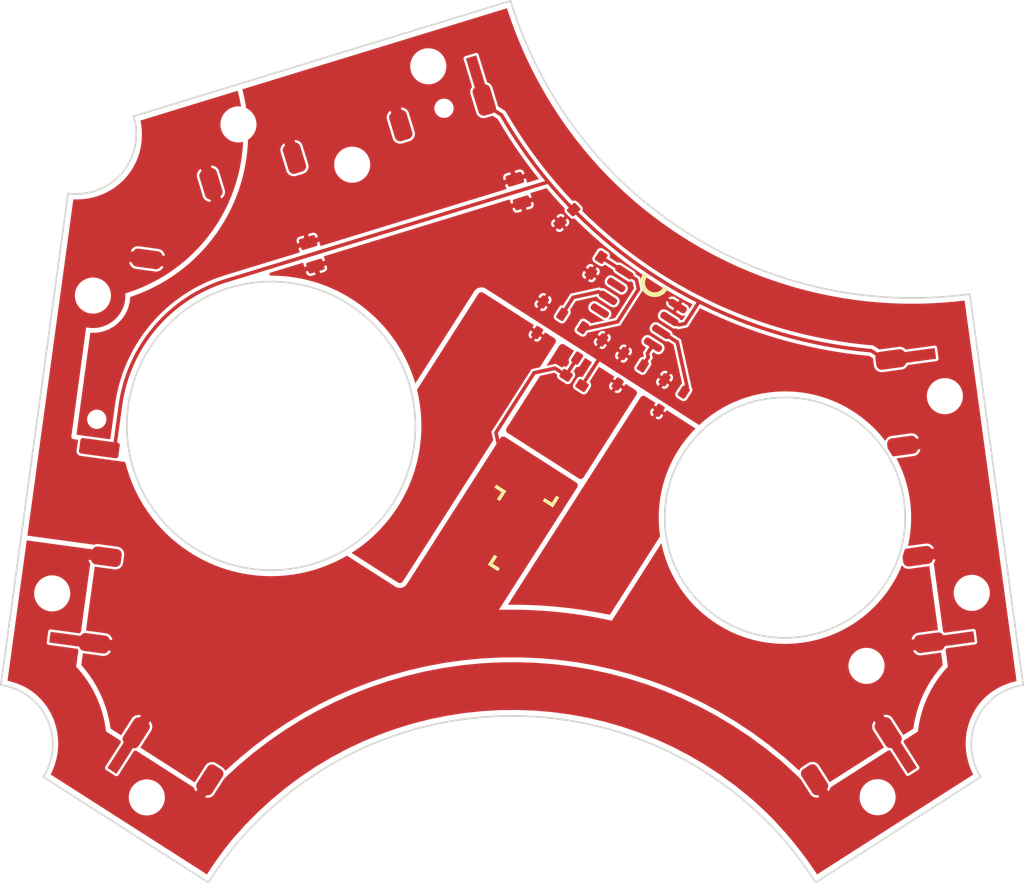
<source format=kicad_pcb>
(kicad_pcb (version 20171130) (host pcbnew 5.0.2+dfsg1-1)
  (layers (0 F.Cu signal) (31 B.Cu signal) (34 B.Paste user) (35 F.Paste user) (36 B.SilkS user) (37 F.SilkS user) (38 B.Mask user) (39 F.Mask user) (44 Edge.Cuts user))
  (net 0 "")
  (module lib:aluball (layer F.Cu) (at 0 0)
    (fp_text reference "" (at 0 0) (layer F.SilkS) (effects (font (size 1.524 1.524))))
    (fp_text value "" (at 0 0) (layer F.SilkS) (effects (font (size 1.524 1.524))))
    (fp_poly (pts (xy 10.893391 -9.036142) (xy 10.883142 -9.034718) (xy 10.872952 -9.032943) (xy 10.86283 -9.030817) (xy 10.852786 -9.028344) (xy 10.842828 -9.025525) (xy 10.832968 -9.022362) (xy 10.823215 -9.018857) (xy 10.813578 -9.015013) (xy 10.804066 -9.010832) (xy 10.79469 -9.006314) (xy 10.78546 -9.001464) (xy 10.776384 -8.996282) (xy 10.767472 -8.990771) (xy 10.758735 -8.984933) (xy 10.750181 -8.97877) (xy 10.741821 -8.972284) (xy 10.733663 -8.965477) (xy 10.725718 -8.958351) (xy 10.717996 -8.950908) (xy 10.710505 -8.943151) (xy 10.703256 -8.935081) (xy 10.696258 -8.9267) (xy 10.68952 -8.918011) (xy 10.683053 -8.909016) (xy 10.676867 -8.899716) (xy -0.344682 8.335925) (xy -0.077557 8.334236) (xy 0.189528 8.334361) (xy 0.456563 8.3363) (xy 0.723539 8.340053) (xy 0.990447 8.345617) (xy 1.257277 8.352993) (xy 1.524021 8.36218) (xy 1.790669 8.373176) (xy 2.057212 8.385982) (xy 2.323641 8.400595) (xy 2.589946 8.417015) (xy 2.856119 8.435241) (xy 3.122149 8.455273) (xy 3.388028 8.477109) (xy 3.653747 8.500748) (xy 3.919296 8.526191) (xy 4.184667 8.553435) (xy 4.449849 8.58248) (xy 4.714834 8.613326) (xy 4.979613 8.64597) (xy 5.244175 8.680413) (xy 5.508513 8.716654) (xy 5.772617 8.754691) (xy 6.036477 8.794525) (xy 6.300084 8.836153) (xy 6.56343 8.879575) (xy 6.826504 8.92479) (xy 7.089299 8.971798) (xy 7.351803 9.020597) (xy 7.614009 9.071186) (xy 7.875907 9.123566) (xy 8.137488 9.177734) (xy 12.317594 2.640149) (xy 12.280794 2.368537) (xy 12.251043 2.096118) (xy 12.228354 1.823043) (xy 12.21274 1.54946) (xy 12.204214 1.27552) (xy 12.20279 1.00137) (xy 12.208481 0.727162) (xy 12.2213 0.453043) (xy 12.241259 0.179164) (xy 12.268372 -0.094325) (xy 12.302653 -0.367277) (xy 12.344114 -0.63954) (xy 12.392769 -0.910966) (xy 12.44863 -1.181406) (xy 12.51171 -1.450709) (xy 12.582024 -1.718726) (xy 12.659584 -1.985309) (xy 12.744402 -2.250307) (xy 12.836493 -2.513572) (xy 12.93587 -2.774953) (xy 13.042545 -3.034301) (xy 13.156531 -3.291468) (xy 13.277843 -3.546303) (xy 13.406492 -3.798657) (xy 13.542493 -4.048381) (xy 13.685857 -4.295325) (xy 13.836599 -4.539339) (xy 13.994731 -4.780275) (xy 14.160267 -5.017984) (xy 14.33322 -5.252314) (xy 14.513602 -5.483118) (xy 14.701428 -5.710246) (xy 14.718462 -5.73021) (xy 14.735547 -5.750105) (xy 14.752681 -5.769932) (xy 14.769864 -5.789691) (xy 14.787095 -5.809383) (xy 14.804373 -5.829011) (xy 14.821697 -5.848574) (xy 14.839067 -5.868075) (xy 14.856481 -5.887513) (xy 14.873938 -5.906891) (xy 14.891438 -5.926209) (xy 14.908981 -5.945468) (xy 14.926564 -5.96467) (xy 14.944187 -5.983816) (xy 14.961849 -6.002906) (xy 14.97955 -6.021941) (xy 14.997289 -6.040924) (xy 15.015064 -6.059854) (xy 15.032875 -6.078734) (xy 15.050721 -6.097564) (xy 15.068601 -6.116345) (xy 15.086514 -6.135078) (xy 15.104459 -6.153764) (xy 15.122437 -6.172405) (xy 15.140444 -6.191002) (xy 15.158482 -6.209556) (xy 15.176549 -6.228067) (xy 15.194643 -6.246537) (xy 15.212765 -6.264967) (xy 15.230913 -6.283358) (xy 15.249087 -6.301711) (xy 15.267285 -6.320028) (xy 12.857613 -7.861019) (xy 12.853995 -7.85356) (xy 12.850699 -7.846097) (xy 12.84676 -7.838799) (xy 12.738756 -7.669817) (xy 12.570291 -7.777304) (xy 12.409061 -7.525639) (xy 12.577526 -7.418152) (xy 12.469522 -7.248654) (xy 12.459409 -7.233679) (xy 12.448676 -7.21939) (xy 12.437353 -7.205793) (xy 12.425469 -7.192894) (xy 12.413055 -7.1807) (xy 12.400141 -7.169218) (xy 12.386755 -7.158454) (xy 12.372929 -7.148415) (xy 12.358691 -7.139107) (xy 12.344072 -7.130538) (xy 12.329102 -7.122713) (xy 12.31381 -7.11564) (xy 12.298226 -7.109325) (xy 12.282379 -7.103775) (xy 12.266301 -7.098997) (xy 12.250021 -7.094996) (xy 12.233567 -7.09178) (xy 12.216972 -7.089355) (xy 12.200263 -7.087728) (xy 12.183471 -7.086905) (xy 12.166626 -7.086894) (xy 12.149757 -7.0877) (xy 12.132895 -7.089331) (xy 12.116069 -7.091793) (xy 12.09931 -7.095092) (xy 12.082646 -7.099236) (xy 12.066108 -7.104231) (xy 12.049725 -7.110083) (xy 12.033528 -7.1168) (xy 12.017546 -7.124387) (xy 12.001809 -7.132852) (xy 11.986347 -7.142201) (xy 11.942939 -7.170106) (xy 12.050943 -7.338571) (xy 12.092801 -7.311699) (xy 12.103045 -7.305685) (xy 12.113546 -7.300555) (xy 12.124258 -7.296299) (xy 12.135135 -7.292908) (xy 12.146133 -7.290371) (xy 12.157206 -7.288678) (xy 12.168309 -7.287818) (xy 12.179397 -7.287783) (xy 12.190425 -7.288561) (xy 12.201346 -7.290143) (xy 12.212117 -7.292519) (xy 12.222692 -7.295678) (xy 12.233025 -7.29961) (xy 12.243072 -7.304305) (xy 12.252787 -7.309753) (xy 12.262124 -7.315945) (xy 12.27104 -7.322869) (xy 12.279488 -7.330515) (xy 12.287423 -7.338875) (xy 12.2948 -7.347937) (xy 12.301574 -7.357691) (xy 12.409061 -7.525639) (xy 12.570291 -7.777304) (xy 12.677261 -7.945253) (xy 12.683274 -7.955496) (xy 12.688403 -7.965995) (xy 12.692659 -7.976706) (xy 12.696051 -7.987582) (xy 12.698589 -7.998579) (xy 12.700283 -8.009651) (xy 12.701143 -8.020753) (xy 12.70118 -8.03184) (xy 12.700403 -8.042867) (xy 12.698823 -8.053789) (xy 12.696449 -8.064559) (xy 12.693291 -8.075134) (xy 12.68936 -8.085467) (xy 12.684666 -8.095514) (xy 12.679218 -8.10523) (xy 12.673026 -8.114568) (xy 12.666101 -8.123485) (xy 12.658453 -8.131934) (xy 12.650092 -8.13987) (xy 12.641027 -8.147249) (xy 12.631269 -8.154025) (xy 12.296405 -8.368483) (xy 12.28616 -8.374498) (xy 12.275658 -8.379629) (xy 12.264945 -8.383886) (xy 12.254067 -8.387278) (xy 12.243069 -8.389815) (xy 12.231996 -8.391508) (xy 12.220893 -8.392368) (xy 12.209805 -8.392403) (xy 12.198778 -8.391624) (xy 12.187856 -8.390042) (xy 12.177086 -8.387666) (xy 12.166511 -8.384507) (xy 12.156179 -8.380575) (xy 12.146132 -8.375879) (xy 12.136418 -8.37043) (xy 12.127081 -8.364239) (xy 12.118166 -8.357314) (xy 12.109718 -8.349667) (xy 12.101784 -8.341307) (xy 12.094407 -8.332245) (xy 12.087633 -8.322491) (xy 11.980146 -8.154542) (xy 11.819432 -7.902878) (xy 11.711945 -7.734929) (xy 11.705932 -7.724684) (xy 11.700802 -7.714176) (xy 11.696547 -7.703451) (xy 11.693155 -7.692555) (xy 11.690616 -7.681534) (xy 11.688921 -7.670434) (xy 11.68806 -7.6593) (xy 11.688023 -7.64818) (xy 11.688799 -7.637117) (xy 11.690379 -7.626159) (xy 11.692753 -7.615352) (xy 11.69591 -7.60474) (xy 11.699841 -7.594371) (xy 11.704536 -7.58429) (xy 11.709984 -7.574542) (xy 11.716176 -7.565174) (xy 11.723101 -7.556232) (xy 11.73075 -7.547762) (xy 11.739112 -7.539809) (xy 11.748178 -7.53242) (xy 11.757937 -7.525639) (xy 11.797212 -7.500319) (xy 11.689725 -7.331854) (xy 11.6489 -7.358209) (xy 11.633926 -7.368322) (xy 11.619637 -7.379055) (xy 11.606039 -7.390378) (xy 11.59314 -7.402262) (xy 11.580947 -7.414676) (xy 11.569464 -7.42759) (xy 11.5587 -7.440976) (xy 11.548661 -7.454802) (xy 11.539354 -7.46904) (xy 11.530785 -7.483658) (xy 11.52296 -7.498629) (xy 11.515887 -7.513921) (xy 11.509572 -7.529505) (xy 11.504022 -7.545351) (xy 11.499243 -7.561429) (xy 11.495242 -7.57771) (xy 11.492026 -7.594163) (xy 11.489601 -7.610759) (xy 11.487974 -7.627468) (xy 11.487152 -7.644259) (xy 11.48714 -7.661105) (xy 11.487947 -7.677973) (xy 11.489577 -7.694835) (xy 11.492039 -7.711661) (xy 11.495339 -7.728421) (xy 11.499482 -7.745085) (xy 11.504477 -7.761623) (xy 11.510329 -7.778005) (xy 11.517046 -7.794203) (xy 11.524633 -7.810185) (xy 11.533098 -7.825922) (xy 11.542447 -7.841384) (xy 11.650967 -8.010881) (xy 11.819432 -7.902878) (xy 11.980146 -8.154542) (xy 11.811681 -8.262546) (xy 11.919684 -8.431528) (xy 11.924618 -8.438207) (xy 11.929928 -8.444336) (xy 11.935186 -8.450649) (xy 11.090793 -8.990668) (xy 11.081987 -8.996098) (xy 11.073075 -9.001197) (xy 11.064063 -9.005966) (xy 11.05496 -9.010404) (xy 11.045772 -9.014512) (xy 11.036507 -9.018291) (xy 11.027171 -9.021741) (xy 11.017773 -9.024863) (xy 11.008318 -9.027657) (xy 10.998814 -9.030123) (xy 10.989269 -9.032263) (xy 10.979689 -9.034076) (xy 10.970088 -9.035565) (xy 10.960478 -9.036733) (xy 10.950864 -9.037582) (xy 10.941252 -9.038115) (xy 10.931646 -9.038336) (xy 10.922052 -9.038246) (xy 10.912474 -9.037848) (xy 10.902918 -9.037145) (xy 10.893389 -9.03614) (xy 10.893391 -9.036142)) (layer F.Cu) (width 0.000001))
    (fp_poly (pts (xy 6.075597 -12.197706) (xy 6.071978 -12.190247) (xy 6.068682 -12.182784) (xy 6.064744 -12.175486) (xy 5.687506 -11.585341) (xy 5.680279 -11.574487) (xy 5.672725 -11.564005) (xy 5.664855 -11.553896) (xy 5.656681 -11.544162) (xy 5.648212 -11.534804) (xy 5.639461 -11.525824) (xy 5.630439 -11.517222) (xy 5.621157 -11.509) (xy 5.611627 -11.50116) (xy 5.601859 -11.493703) (xy 5.591864 -11.48663) (xy 5.581654 -11.479943) (xy 5.57124 -11.473643) (xy 5.560634 -11.467731) (xy 5.549846 -11.462209) (xy 5.538888 -11.457078) (xy 5.527771 -11.452339) (xy 5.516506 -11.447994) (xy 5.505104 -11.444044) (xy 5.493576 -11.440491) (xy 5.481935 -11.437336) (xy 5.47019 -11.43458) (xy 5.458354 -11.432224) (xy 5.446437 -11.430271) (xy 5.43445 -11.428721) (xy 5.422405 -11.427575) (xy 5.410314 -11.426836) (xy 5.398186 -11.426504) (xy 5.386034 -11.426581) (xy 5.373868 -11.427068) (xy 5.361701 -11.427967) (xy 5.349542 -11.429278) (xy 5.113381 -11.060308) (xy 5.126828 -11.049835) (xy 5.139643 -11.038832) (xy 5.151821 -11.027326) (xy 5.163355 -11.015342) (xy 5.174239 -11.002908) (xy 5.184467 -10.990048) (xy 5.194033 -10.97679) (xy 5.20293 -10.963158) (xy 5.211154 -10.949179) (xy 5.218696 -10.934879) (xy 5.225553 -10.920283) (xy 5.231717 -10.905419) (xy 5.237182 -10.890311) (xy 5.241943 -10.874985) (xy 5.245993 -10.859469) (xy 5.249326 -10.843787) (xy 5.251936 -10.827966) (xy 5.253817 -10.812032) (xy 5.254963 -10.79601) (xy 5.255368 -10.779927) (xy 5.255025 -10.763808) (xy 5.253929 -10.74768) (xy 5.252074 -10.731569) (xy 5.249453 -10.715501) (xy 5.246061 -10.699501) (xy 5.241891 -10.683595) (xy 5.236937 -10.66781) (xy 5.231193 -10.652172) (xy 5.224653 -10.636706) (xy 5.217311 -10.621439) (xy 5.209161 -10.606396) (xy 5.200197 -10.591603) (xy 4.930963 -10.170957) (xy 4.92085 -10.155981) (xy 4.910117 -10.141688) (xy 4.898794 -10.128084) (xy 4.886911 -10.115176) (xy 4.874497 -10.10297) (xy 4.861582 -10.091474) (xy 4.848197 -10.080695) (xy 4.83437 -10.070638) (xy 4.820133 -10.061312) (xy 4.805514 -10.052723) (xy 4.790543 -10.044877) (xy 4.775251 -10.037782) (xy 4.759667 -10.031444) (xy 4.743821 -10.02587) (xy 4.727743 -10.021067) (xy 4.711462 -10.017042) (xy 4.695009 -10.013802) (xy 4.678413 -10.011353) (xy 4.661705 -10.009702) (xy 4.644913 -10.008856) (xy 4.628068 -10.008822) (xy 4.611199 -10.009607) (xy 4.594337 -10.011218) (xy 4.577511 -10.013661) (xy 4.560751 -10.016943) (xy 4.544087 -10.021071) (xy 4.527549 -10.026052) (xy 4.511167 -10.031892) (xy 4.494969 -10.038599) (xy 4.478987 -10.046179) (xy 4.46325 -10.05464) (xy 4.447788 -10.063987) (xy 3.900018 -10.414353) (xy 3.887704 -10.422592) (xy 3.875858 -10.431251) (xy 3.864482 -10.440315) (xy 3.853581 -10.449766) (xy 3.843157 -10.459588) (xy 3.833213 -10.469766) (xy 3.823752 -10.480281) (xy 3.814778 -10.491118) (xy 3.806293 -10.502261) (xy 3.798301 -10.513693) (xy 3.790804 -10.525397) (xy 3.783806 -10.537358) (xy 3.777309 -10.549558) (xy 3.771317 -10.561981) (xy 3.765833 -10.574611) (xy 3.760859 -10.587432) (xy 3.7564 -10.600426) (xy 3.752457 -10.613578) (xy 3.749035 -10.62687) (xy 3.746135 -10.640288) (xy 3.743762 -10.653813) (xy 3.741918 -10.66743) (xy 3.740606 -10.681123) (xy 3.739829 -10.694874) (xy 3.739591 -10.708668) (xy 3.739895 -10.722487) (xy 3.740743 -10.736316) (xy 3.742138 -10.750138) (xy 3.744084 -10.763936) (xy 3.746584 -10.777695) (xy 3.749641 -10.791397) (xy 3.753257 -10.805027) (xy 3.508828 -10.96109) (xy 2.333706 -10.702708) (xy -0.443386 -6.35982) (xy -0.4514 -6.346566) (xy -0.458659 -6.333075) (xy -0.465166 -6.319372) (xy -0.470929 -6.305483) (xy -0.475952 -6.291434) (xy -0.480241 -6.277251) (xy -0.483802 -6.262958) (xy -0.48664 -6.248583) (xy -0.488761 -6.23415) (xy -0.49017 -6.219685) (xy -0.490874 -6.205214) (xy -0.490877 -6.190762) (xy -0.490185 -6.176356) (xy -0.488803 -6.162021) (xy -0.486739 -6.147782) (xy -0.483996 -6.133665) (xy -0.48058 -6.119696) (xy -0.476498 -6.105901) (xy -0.471754 -6.092305) (xy -0.466354 -6.078935) (xy -0.460304 -6.065814) (xy -0.45361 -6.05297) (xy -0.446276 -6.040428) (xy -0.438309 -6.028214) (xy -0.429714 -6.016353) (xy -0.420496 -6.004871) (xy -0.410662 -5.993793) (xy -0.400217 -5.983146) (xy -0.389166 -5.972955) (xy -0.377515 -5.963246) (xy -0.36527 -5.954044) (xy -0.352435 -5.945375) (xy 5.544881 -2.174027) (xy 5.558134 -2.166015) (xy 5.571621 -2.158761) (xy 5.585316 -2.15226) (xy 5.599196 -2.146507) (xy 5.613233 -2.141496) (xy 5.627403 -2.13722) (xy 5.641679 -2.133675) (xy 5.656037 -2.130854) (xy 5.670451 -2.128752) (xy 5.684896 -2.127363) (xy 5.699345 -2.126681) (xy 5.713774 -2.1267) (xy 5.728158 -2.127415) (xy 5.742469 -2.12882) (xy 5.756684 -2.130909) (xy 5.770776 -2.133676) (xy 5.784721 -2.137116) (xy 5.798492 -2.141222) (xy 5.812064 -2.14599) (xy 5.825412 -2.151413) (xy 5.83851 -2.157485) (xy 5.851333 -2.164201) (xy 5.863854 -2.171554) (xy 5.87605 -2.179541) (xy 5.887894 -2.188153) (xy 5.89936 -2.197386) (xy 5.910424 -2.207234) (xy 5.921059 -2.217691) (xy 5.931241 -2.228751) (xy 5.940944 -2.240409) (xy 5.950142 -2.252659) (xy 5.958809 -2.265495) (xy 10.33942 -9.115723) (xy 10.347435 -9.128975) (xy 10.354693 -9.142462) (xy 10.361201 -9.156157) (xy 10.366963 -9.170037) (xy 10.371986 -9.184074) (xy 10.376275 -9.198243) (xy 10.379836 -9.21252) (xy 10.382674 -9.226878) (xy 10.384795 -9.241292) (xy 10.386205 -9.255736) (xy 10.386908 -9.270186) (xy 10.386911 -9.284615) (xy 10.386219 -9.298998) (xy 10.384838 -9.31331) (xy 10.382773 -9.327525) (xy 10.38003 -9.341617) (xy 10.376615 -9.355562) (xy 10.372532 -9.369333) (xy 10.367788 -9.382905) (xy 10.362389 -9.396253) (xy 10.356339 -9.409351) (xy 10.349644 -9.422174) (xy 10.342311 -9.434696) (xy 10.334343 -9.446891) (xy 10.325748 -9.458735) (xy 10.316531 -9.470201) (xy 10.306697 -9.481265) (xy 10.296252 -9.491901) (xy 10.285201 -9.502083) (xy 10.27355 -9.511785) (xy 10.261304 -9.520983) (xy 10.24847 -9.529651) (xy 9.445935 -10.042798) (xy 9.44218 -10.035339) (xy 9.438633 -10.027876) (xy 9.434566 -10.020578) (xy 9.326562 -9.851596) (xy 9.158097 -9.959083) (xy 9.265584 -10.127031) (xy 9.271594 -10.137278) (xy 9.276714 -10.147787) (xy 9.280954 -10.158513) (xy 9.284326 -10.169409) (xy 9.286839 -10.180431) (xy 9.288506 -10.191531) (xy 9.289335 -10.202665) (xy 9.289339 -10.213786) (xy 9.288527 -10.224848) (xy 9.28691 -10.235806) (xy 9.2845 -10.246613) (xy 9.281306 -10.257224) (xy 9.277339 -10.267593) (xy 9.272611 -10.277674) (xy 9.267131 -10.287421) (xy 9.260911 -10.296788) (xy 9.253961 -10.30573) (xy 9.246292 -10.314199) (xy 9.237914 -10.322152) (xy 9.228838 -10.329541) (xy 9.219075 -10.336321) (xy 8.884729 -10.55026) (xy 8.874481 -10.556276) (xy 8.86397 -10.561407) (xy 8.853243 -10.565663) (xy 8.842345 -10.569055) (xy 8.831323 -10.571593) (xy 8.820221 -10.573286) (xy 8.809087 -10.574145) (xy 8.797965 -10.574181) (xy 8.786902 -10.573402) (xy 8.775944 -10.57182) (xy 8.765136 -10.569444) (xy 8.754525 -10.566285) (xy 8.744156 -10.562352) (xy 8.734076 -10.557657) (xy 8.724329 -10.552208) (xy 8.714963 -10.546016) (xy 8.706023 -10.539092) (xy 8.697554 -10.531445) (xy 8.689604 -10.523085) (xy 8.682217 -10.514023) (xy 8.675439 -10.504268) (xy 8.568469 -10.33632) (xy 8.400004 -10.444323) (xy 8.238772 -10.19266) (xy 8.407238 -10.084656) (xy 8.299751 -9.916708) (xy 8.293737 -9.906463) (xy 8.288608 -9.895955) (xy 8.284352 -9.88523) (xy 8.28096 -9.874334) (xy 8.278421 -9.863313) (xy 8.276727 -9.852213) (xy 8.275866 -9.841079) (xy 8.275828 -9.829959) (xy 8.276605 -9.818896) (xy 8.278185 -9.807938) (xy 8.280558 -9.797131) (xy 8.283716 -9.786519) (xy 8.287647 -9.77615) (xy 8.292341 -9.766069) (xy 8.297789 -9.756321) (xy 8.303981 -9.746953) (xy 8.310906 -9.738011) (xy 8.318555 -9.729541) (xy 8.326917 -9.721588) (xy 8.335983 -9.714199) (xy 8.345743 -9.707418) (xy 8.386567 -9.681579) (xy 8.639782 -9.519833) (xy 8.680089 -9.493994) (xy 8.690341 -9.487975) (xy 8.700861 -9.482834) (xy 8.711604 -9.478562) (xy 8.722522 -9.47515) (xy 8.733569 -9.472588) (xy 8.744699 -9.470866) (xy 8.755866 -9.469975) (xy 8.767021 -9.469906) (xy 8.77812 -9.470649) (xy 8.789115 -9.472195) (xy 8.799959 -9.474534) (xy 8.810607 -9.477656) (xy 8.821011 -9.481553) (xy 8.831126 -9.486215) (xy 8.840904 -9.491632) (xy 8.850298 -9.497796) (xy 8.859263 -9.504695) (xy 8.867752 -9.512322) (xy 8.875718 -9.520666) (xy 8.883115 -9.529718) (xy 8.889895 -9.539469) (xy 8.997382 -9.707418) (xy 9.165848 -9.599931) (xy 9.057327 -9.430433) (xy 9.047213 -9.41546) (xy 9.036475 -9.401175) (xy 9.025145 -9.387585) (xy 9.013252 -9.374695) (xy 9.000827 -9.362513) (xy 8.987898 -9.351044) (xy 8.974497 -9.340296) (xy 8.960654 -9.330274) (xy 8.946397 -9.320985) (xy 8.931758 -9.312436) (xy 8.916767 -9.304633) (xy 8.901452 -9.297582) (xy 8.885845 -9.29129) (xy 8.869976 -9.285764) (xy 8.853874 -9.281009) (xy 8.837569 -9.277032) (xy 8.821092 -9.27384) (xy 8.804472 -9.271439) (xy 8.787739 -9.269836) (xy 8.770925 -9.269036) (xy 8.754057 -9.269047) (xy 8.737167 -9.269875) (xy 8.720285 -9.271526) (xy 8.70344 -9.274007) (xy 8.686663 -9.277324) (xy 8.669983 -9.281483) (xy 8.653431 -9.286492) (xy 8.637037 -9.292356) (xy 8.62083 -9.299082) (xy 8.604841 -9.306676) (xy 8.5891 -9.315146) (xy 8.573636 -9.324496) (xy 8.531778 -9.351368) (xy 8.639782 -9.519833) (xy 8.386567 -9.681579) (xy 8.278563 -9.513114) (xy 8.236705 -9.539986) (xy 8.221733 -9.550099) (xy 8.207448 -9.560832) (xy 8.193857 -9.572155) (xy 8.180968 -9.584038) (xy 8.168786 -9.596452) (xy 8.157317 -9.609367) (xy 8.146569 -9.622752) (xy 8.136547 -9.636579) (xy 8.127259 -9.650816) (xy 8.11871 -9.665435) (xy 8.110907 -9.680406) (xy 8.103856 -9.695698) (xy 8.097564 -9.711282) (xy 8.092037 -9.727128) (xy 8.087283 -9.743206) (xy 8.083306 -9.759487) (xy 8.080114 -9.77594) (xy 8.077713 -9.792536) (xy 8.07611 -9.809245) (xy 8.07531 -9.826037) (xy 8.075321 -9.842882) (xy 8.076149 -9.85975) (xy 8.0778 -9.876612) (xy 8.08028 -9.893438) (xy 8.083597 -9.910198) (xy 8.087757 -9.926862) (xy 8.092765 -9.9434) (xy 8.098629 -9.959782) (xy 8.105355 -9.97598) (xy 8.112949 -9.991961) (xy 8.121418 -10.007698) (xy 8.130769 -10.02316) (xy 8.238772 -10.19266) (xy 8.400004 -10.444323) (xy 8.508008 -10.613305) (xy 8.512979 -10.61996) (xy 8.518327 -10.626065) (xy 8.52351 -10.632427) (xy 7.236766 -11.455116) (xy 6.440949 -10.210747) (xy 6.454321 -10.200259) (xy 6.467066 -10.189247) (xy 6.479178 -10.177737) (xy 6.490652 -10.165756) (xy 6.50148 -10.153329) (xy 6.511658 -10.140481) (xy 6.521177 -10.127239) (xy 6.530033 -10.113627) (xy 6.538218 -10.099672) (xy 6.545728 -10.0854) (xy 6.552555 -10.070836) (xy 6.558693 -10.056005) (xy 6.564136 -10.040934) (xy 6.568879 -10.025648) (xy 6.572914 -10.010173) (xy 6.576235 -9.994535) (xy 6.578836 -9.978759) (xy 6.580712 -9.962871) (xy 6.581855 -9.946897) (xy 6.58226 -9.930862) (xy 6.58192 -9.914792) (xy 6.580829 -9.898713) (xy 6.578981 -9.882651) (xy 6.576369 -9.866631) (xy 6.572988 -9.850679) (xy 6.568831 -9.83482) (xy 6.563892 -9.819081) (xy 6.558165 -9.803487) (xy 6.551643 -9.788064) (xy 6.544321 -9.772837) (xy 6.536192 -9.757832) (xy 6.527249 -9.743076) (xy 6.258015 -9.322429) (xy 6.2479 -9.307454) (xy 6.237163 -9.29316) (xy 6.225833 -9.279556) (xy 6.21394 -9.266648) (xy 6.201515 -9.254442) (xy 6.188586 -9.242946) (xy 6.175185 -9.232167) (xy 6.161341 -9.22211) (xy 6.147085 -9.212784) (xy 6.132446 -9.204194) (xy 6.117454 -9.196349) (xy 6.10214 -9.189253) (xy 6.086533 -9.182916) (xy 6.070663 -9.177342) (xy 6.054561 -9.172539) (xy 6.038256 -9.168514) (xy 6.021778 -9.165273) (xy 6.005159 -9.162825) (xy 5.988426 -9.161174) (xy 5.971611 -9.160328) (xy 5.954744 -9.160294) (xy 5.937854 -9.161079) (xy 5.920972 -9.16269) (xy 5.904127 -9.165133) (xy 5.88735 -9.168415) (xy 5.87067 -9.172543) (xy 5.854118 -9.177524) (xy 5.837724 -9.183364) (xy 5.821517 -9.190071) (xy 5.805528 -9.197651) (xy 5.789787 -9.206112) (xy 5.774323 -9.215459) (xy 5.22707 -9.565825) (xy 5.212096 -9.57594) (xy 5.197806 -9.586677) (xy 5.184209 -9.598007) (xy 5.17131 -9.6099) (xy 5.159116 -9.622326) (xy 5.147634 -9.635254) (xy 5.13687 -9.648655) (xy 5.126831 -9.662499) (xy 5.117523 -9.676756) (xy 5.108954 -9.691395) (xy 5.10113 -9.706387) (xy 5.094057 -9.721701) (xy 5.087742 -9.737308) (xy 5.082192 -9.753178) (xy 5.077413 -9.76928) (xy 5.073412 -9.785585) (xy 5.070196 -9.802062) (xy 5.067771 -9.818682) (xy 5.066144 -9.835415) (xy 5.065322 -9.85223) (xy 5.06531 -9.869097) (xy 5.066117 -9.885987) (xy 5.067747 -9.902869) (xy 5.070209 -9.919714) (xy 5.073509 -9.936491) (xy 5.077652 -9.953171) (xy 5.082647 -9.969723) (xy 5.088499 -9.986117) (xy 5.095216 -10.002323) (xy 5.102803 -10.018312) (xy 5.111268 -10.034053) (xy 5.120617 -10.049517) (xy 5.389851 -10.47068) (xy 5.399497 -10.484992) (xy 5.409711 -10.498667) (xy 5.420465 -10.511699) (xy 5.431734 -10.524085) (xy 5.443493 -10.535818) (xy 5.455714 -10.546895) (xy 5.468372 -10.557309) (xy 5.481441 -10.567056) (xy 5.494895 -10.576131) (xy 5.508708 -10.58453) (xy 5.522854 -10.592246) (xy 5.537307 -10.599276) (xy 5.552041 -10.605613) (xy 5.56703 -10.611254) (xy 5.582248 -10.616193) (xy 5.597669 -10.620426) (xy 5.613267 -10.623947) (xy 5.629016 -10.626751) (xy 5.64489 -10.628833) (xy 5.660863 -10.630189) (xy 5.676909 -10.630814) (xy 5.693002 -10.630702) (xy 5.709117 -10.629849) (xy 5.725226 -10.628249) (xy 5.741304 -10.625898) (xy 5.757326 -10.62279) (xy 5.773265 -10.618922) (xy 5.789094 -10.614287) (xy 5.804789 -10.60888) (xy 5.820323 -10.602698) (xy 5.83567 -10.595735) (xy 5.850804 -10.587985) (xy 6.646622 -11.83287) (xy 6.075597 -12.197706)) (layer F.Cu) (width 0.000001))
    (fp_poly (pts (xy 4.153234 -13.345956) (xy 4.142985 -13.344532) (xy 4.132795 -13.342757) (xy 4.122673 -13.340631) (xy 4.112629 -13.338158) (xy 4.102672 -13.335339) (xy 4.092812 -13.332176) (xy 4.083058 -13.328672) (xy 4.073421 -13.324827) (xy 4.06391 -13.320646) (xy 4.054534 -13.316129) (xy 4.045303 -13.311278) (xy 4.036227 -13.306097) (xy 4.027316 -13.300586) (xy 4.018578 -13.294748) (xy 4.010025 -13.288585) (xy 4.001664 -13.282098) (xy 3.993507 -13.275291) (xy 3.985562 -13.268165) (xy 3.977839 -13.260723) (xy 3.970348 -13.252965) (xy 3.963099 -13.244895) (xy 3.956101 -13.236515) (xy 3.949363 -13.227826) (xy 3.942896 -13.21883) (xy 3.936709 -13.20953) (xy 2.865974 -11.535214) (xy 3.642154 -11.705746) (xy 4.129463 -11.394137) (xy 4.139729 -11.402712) (xy 4.150264 -11.410848) (xy 4.161052 -11.418543) (xy 4.17208 -11.425794) (xy 4.183336 -11.432597) (xy 4.194805 -11.43895) (xy 4.206474 -11.44485) (xy 4.21833 -11.450295) (xy 4.230359 -11.45528) (xy 4.242547 -11.459803) (xy 4.254882 -11.463862) (xy 4.267349 -11.467453) (xy 4.279935 -11.470573) (xy 4.292626 -11.473219) (xy 4.30541 -11.475389) (xy 4.318272 -11.477079) (xy 4.3312 -11.478287) (xy 4.344179 -11.479009) (xy 4.357196 -11.479244) (xy 4.370238 -11.478986) (xy 4.383291 -11.478235) (xy 4.396342 -11.476987) (xy 4.409377 -11.475238) (xy 4.422382 -11.472986) (xy 4.435345 -11.470229) (xy 4.448252 -11.466962) (xy 4.461089 -11.463184) (xy 4.473842 -11.458891) (xy 4.486499 -11.45408) (xy 4.499045 -11.448748) (xy 4.511468 -11.442893) (xy 4.523754 -11.436512) (xy 4.760432 -11.805998) (xy 4.754158 -11.816481) (xy 4.748254 -11.827146) (xy 4.742724 -11.837981) (xy 4.73757 -11.848976) (xy 4.732797 -11.86012) (xy 4.728408 -11.871403) (xy 4.724406 -11.882813) (xy 4.720795 -11.89434) (xy 4.717578 -11.905973) (xy 4.714758 -11.917702) (xy 4.712341 -11.929515) (xy 4.710327 -11.941402) (xy 4.708723 -11.953351) (xy 4.707529 -11.965354) (xy 4.706751 -11.977397) (xy 4.706392 -11.989472) (xy 4.706455 -12.001567) (xy 4.706944 -12.01367) (xy 4.707861 -12.025773) (xy 4.709212 -12.037863) (xy 4.710998 -12.04993) (xy 4.713225 -12.061963) (xy 4.715894 -12.073951) (xy 4.71901 -12.085885) (xy 4.722576 -12.097752) (xy 4.726595 -12.109542) (xy 4.731072 -12.121245) (xy 4.736009 -12.13285) (xy 4.74141 -12.144345) (xy 4.747278 -12.155721) (xy 4.753618 -12.166965) (xy 4.760432 -12.178069) (xy 5.13767 -12.768213) (xy 5.142641 -12.775002) (xy 5.14799 -12.781355) (xy 5.153172 -12.787851) (xy 4.350637 -13.300998) (xy 4.34183 -13.306418) (xy 4.332918 -13.311489) (xy 4.323906 -13.316214) (xy 4.314803 -13.320599) (xy 4.305615 -13.324647) (xy 4.29635 -13.328362) (xy 4.287014 -13.331748) (xy 4.277616 -13.334809) (xy 4.268161 -13.33755) (xy 4.258658 -13.339974) (xy 4.249112 -13.342086) (xy 4.239533 -13.343889) (xy 4.229932 -13.345378) (xy 4.220322 -13.346546) (xy 4.210708 -13.347395) (xy 4.201096 -13.347928) (xy 4.19149 -13.348149) (xy 4.181895 -13.348059) (xy 4.172317 -13.347661) (xy 4.162762 -13.346958) (xy 4.153233 -13.345953) (xy 4.153234 -13.345956)) (layer F.Cu) (width 0.000001))
    (fp_poly (pts (xy 11.234972 -13.893725) (xy 11.224796 -13.892292) (xy 11.214694 -13.89044) (xy 11.204682 -13.888175) (xy 11.19477 -13.885497) (xy 11.184974 -13.882412) (xy 11.175305 -13.878921) (xy 11.165778 -13.875028) (xy 11.156405 -13.870736) (xy 11.1472 -13.866048) (xy 11.138176 -13.860967) (xy 11.129346 -13.855497) (xy 11.120722 -13.84964) (xy 11.11232 -13.843399) (xy 11.104151 -13.836778) (xy 11.096229 -13.82978) (xy 11.088567 -13.822407) (xy 11.081178 -13.814663) (xy 11.074076 -13.806551) (xy 11.067274 -13.798074) (xy 11.060785 -13.789235) (xy 11.054621 -13.780037) (xy 11.000878 -13.695805) (xy 10.994197 -13.684757) (xy 10.988147 -13.673513) (xy 10.982724 -13.662093) (xy 10.977923 -13.65052) (xy 10.973739 -13.638815) (xy 10.970168 -13.626999) (xy 10.967205 -13.615093) (xy 10.964845 -13.603118) (xy 10.963083 -13.591097) (xy 10.961915 -13.579049) (xy 10.961335 -13.566997) (xy 10.96134 -13.554962) (xy 10.961925 -13.542965) (xy 10.963084 -13.531027) (xy 10.964813 -13.519171) (xy 10.967107 -13.507416) (xy 10.969962 -13.495784) (xy 10.973373 -13.484297) (xy 10.977335 -13.472977) (xy 10.981843 -13.461843) (xy 10.986894 -13.450918) (xy 10.99248 -13.440223) (xy 10.9986 -13.429779) (xy 11.005246 -13.419608) (xy 11.012416 -13.409731) (xy 11.020103 -13.400168) (xy 11.028304 -13.390942) (xy 11.037013 -13.382074) (xy 11.046226 -13.373585) (xy 11.055939 -13.365497) (xy 11.066146 -13.35783) (xy 11.076842 -13.350606) (xy 11.43496 -13.12168) (xy 11.102164 -12.601298) (xy 11.175027 -12.27677) (xy 11.019481 -12.033374) (xy 10.97814 -12.059729) (xy 10.967887 -12.065747) (xy 10.957366 -12.070887) (xy 10.946623 -12.075158) (xy 10.935704 -12.078569) (xy 10.924656 -12.081131) (xy 10.913526 -12.082853) (xy 10.902359 -12.083743) (xy 10.891204 -12.083813) (xy 10.880106 -12.08307) (xy 10.869111 -12.081524) (xy 10.858267 -12.079186) (xy 10.84762 -12.076064) (xy 10.837216 -12.072167) (xy 10.827102 -12.067506) (xy 10.817324 -12.062089) (xy 10.80793 -12.055926) (xy 10.798965 -12.049027) (xy 10.790477 -12.041401) (xy 10.782511 -12.033057) (xy 10.775115 -12.024005) (xy 10.768334 -12.014254) (xy 10.393164 -11.426693) (xy 10.387151 -11.416446) (xy 10.382021 -11.405937) (xy 10.377765 -11.395211) (xy 10.374373 -11.384315) (xy 10.371835 -11.373293) (xy 10.37014 -11.362193) (xy 10.369279 -11.351059) (xy 10.369242 -11.339938) (xy 10.370018 -11.328876) (xy 10.371598 -11.317918) (xy 10.373972 -11.307111) (xy 10.377129 -11.2965) (xy 10.38106 -11.286131) (xy 10.385754 -11.27605) (xy 10.391202 -11.266303) (xy 10.397394 -11.256936) (xy 10.404319 -11.247994) (xy 10.411968 -11.239524) (xy 10.420331 -11.231572) (xy 10.429396 -11.224183) (xy 10.439156 -11.217403) (xy 10.773502 -11.003463) (xy 10.78375 -10.997447) (xy 10.794261 -10.992316) (xy 10.804988 -10.988059) (xy 10.815886 -10.984667) (xy 10.826909 -10.982129) (xy 10.83801 -10.980435) (xy 10.849145 -10.979575) (xy 10.860266 -10.979539) (xy 10.871329 -10.980317) (xy 10.882288 -10.981899) (xy 10.893095 -10.984275) (xy 10.903706 -10.987434) (xy 10.914075 -10.991366) (xy 10.924156 -10.996062) (xy 10.933902 -11.00151) (xy 10.943268 -11.007702) (xy 10.952209 -11.014627) (xy 10.960677 -11.022275) (xy 10.968628 -11.030636) (xy 10.976015 -11.039699) (xy 10.982792 -11.049455) (xy 11.35848 -11.637016) (xy 11.364493 -11.647261) (xy 11.369623 -11.657769) (xy 11.373878 -11.668494) (xy 11.37727 -11.67939) (xy 11.379809 -11.690411) (xy 11.381504 -11.701511) (xy 11.382365 -11.712644) (xy 11.382402 -11.723765) (xy 11.381626 -11.734828) (xy 11.380046 -11.745786) (xy 11.377672 -11.756593) (xy 11.374515 -11.767205) (xy 11.370584 -11.777574) (xy 11.365889 -11.787655) (xy 11.360441 -11.797403) (xy 11.354249 -11.80677) (xy 11.347324 -11.815712) (xy 11.339675 -11.824183) (xy 11.331313 -11.832136) (xy 11.322247 -11.839525) (xy 11.312488 -11.846305) (xy 11.271146 -11.87266) (xy 11.492838 -12.219409) (xy 11.423075 -12.544454) (xy 11.688175 -12.959416) (xy 12.046293 -12.730489) (xy 12.057336 -12.723812) (xy 12.068573 -12.717769) (xy 12.079983 -12.712355) (xy 12.091545 -12.707566) (xy 12.103236 -12.703395) (xy 12.115038 -12.699839) (xy 12.126927 -12.696893) (xy 12.138883 -12.694551) (xy 12.150886 -12.692809) (xy 12.162913 -12.691661) (xy 12.174943 -12.691104) (xy 12.186956 -12.691131) (xy 12.198931 -12.691739) (xy 12.210845 -12.692921) (xy 12.222679 -12.694674) (xy 12.234411 -12.696992) (xy 12.246019 -12.699871) (xy 12.257483 -12.703305) (xy 12.268781 -12.70729) (xy 12.279893 -12.711821) (xy 12.290796 -12.716892) (xy 12.301471 -12.722499) (xy 12.311896 -12.728638) (xy 12.322049 -12.735302) (xy 12.33191 -12.742488) (xy 12.341458 -12.75019) (xy 12.350671 -12.758404) (xy 12.359528 -12.767124) (xy 12.368008 -12.776345) (xy 12.37609 -12.786063) (xy 12.383752 -12.796273) (xy 12.390975 -12.80697) (xy 12.444718 -12.891203) (xy 12.451398 -12.902248) (xy 12.45745 -12.913489) (xy 12.462878 -12.924906) (xy 12.467687 -12.936476) (xy 12.471881 -12.94818) (xy 12.475464 -12.959995) (xy 12.478442 -12.9719) (xy 12.480819 -12.983874) (xy 12.4826 -12.995895) (xy 12.483788 -13.007942) (xy 12.484389 -13.019994) (xy 12.484406 -13.032029) (xy 12.483845 -13.044026) (xy 12.48271 -13.055965) (xy 12.481005 -13.067822) (xy 12.478736 -13.079578) (xy 12.475906 -13.09121) (xy 12.47252 -13.102698) (xy 12.468582 -13.11402) (xy 12.464098 -13.125154) (xy 12.459071 -13.13608) (xy 12.453506 -13.146777) (xy 12.447408 -13.157222) (xy 12.440781 -13.167394) (xy 12.43363 -13.177273) (xy 12.425959 -13.186836) (xy 12.417773 -13.196063) (xy 12.409076 -13.204931) (xy 12.399873 -13.213421) (xy 12.390168 -13.22151) (xy 12.379966 -13.229177) (xy 12.369271 -13.236402) (xy 11.400338 -13.856002) (xy 11.391509 -13.861385) (xy 11.382537 -13.866347) (xy 11.373434 -13.870893) (xy 11.364217 -13.875031) (xy 11.3549 -13.878767) (xy 11.345497 -13.882108) (xy 11.336022 -13.885061) (xy 11.326492 -13.887633) (xy 11.316919 -13.88983) (xy 11.30732 -13.891659) (xy 11.296999 -13.89322) (xy 11.286639 -13.89437) (xy 11.276261 -13.895101) (xy 11.265885 -13.895408) (xy 11.255532 -13.895285) (xy 11.245221 -13.894725) (xy 11.234973 -13.893722) (xy 11.234972 -13.893725)) (layer F.Cu) (width 0.000001))
    (fp_poly (pts (xy 11.919685 -14.963944) (xy 11.909508 -14.962511) (xy 11.899407 -14.960659) (xy 11.889394 -14.958394) (xy 11.879483 -14.955716) (xy 11.869687 -14.952631) (xy 11.860018 -14.94914) (xy 11.850491 -14.945247) (xy 11.841118 -14.940955) (xy 11.831913 -14.936267) (xy 11.822889 -14.931186) (xy 11.814058 -14.925716) (xy 11.805435 -14.919859) (xy 11.797033 -14.913618) (xy 11.788864 -14.906997) (xy 11.780942 -14.899998) (xy 11.77328 -14.892626) (xy 11.765891 -14.884882) (xy 11.758789 -14.87677) (xy 11.751987 -14.868293) (xy 11.745497 -14.859454) (xy 11.739334 -14.850256) (xy 11.685591 -14.766024) (xy 11.678913 -14.754978) (xy 11.672866 -14.743732) (xy 11.667446 -14.732309) (xy 11.662648 -14.720729) (xy 11.658466 -14.709014) (xy 11.654897 -14.697185) (xy 11.651935 -14.685265) (xy 11.649576 -14.673274) (xy 11.647815 -14.661234) (xy 11.646647 -14.649166) (xy 11.646068 -14.637093) (xy 11.646073 -14.625035) (xy 11.646658 -14.613015) (xy 11.647816 -14.601053) (xy 11.649545 -14.589171) (xy 11.651839 -14.577391) (xy 11.654693 -14.565735) (xy 11.658103 -14.554223) (xy 11.662064 -14.542877) (xy 11.666571 -14.531719) (xy 11.67162 -14.520771) (xy 11.677206 -14.510053) (xy 11.683324 -14.499588) (xy 11.689969 -14.489396) (xy 11.697137 -14.4795) (xy 11.704823 -14.469921) (xy 11.713023 -14.460681) (xy 11.721731 -14.4518) (xy 11.730943 -14.443301) (xy 11.740654 -14.435205) (xy 11.750859 -14.427534) (xy 11.761555 -14.420308) (xy 12.730488 -13.800708) (xy 12.74054 -13.794601) (xy 12.750751 -13.789025) (xy 12.761106 -13.783976) (xy 12.771588 -13.779449) (xy 12.782183 -13.775442) (xy 12.792875 -13.771949) (xy 12.803647 -13.768966) (xy 12.814485 -13.76649) (xy 12.825372 -13.764516) (xy 12.836293 -13.76304) (xy 12.847232 -13.762058) (xy 12.858174 -13.761566) (xy 12.869102 -13.761559) (xy 12.880001 -13.762035) (xy 12.890856 -13.762987) (xy 12.90165 -13.764414) (xy 12.912369 -13.766309) (xy 12.922995 -13.76867) (xy 12.933514 -13.771492) (xy 12.94391 -13.77477) (xy 12.954168 -13.778502) (xy 12.96427 -13.782682) (xy 12.974203 -13.787307) (xy 12.98395 -13.792373) (xy 12.993495 -13.797875) (xy 13.002823 -13.803809) (xy 13.611054 -13.414685) (xy 14.389301 -9.878467) (xy 14.379075 -9.884384) (xy 14.368593 -9.889425) (xy 14.357901 -9.893599) (xy 14.347044 -9.896917) (xy 14.336068 -9.899389) (xy 14.325018 -9.901024) (xy 14.313938 -9.901833) (xy 14.302875 -9.901826) (xy 14.291872 -9.901012) (xy 14.280976 -9.899401) (xy 14.270231 -9.897004) (xy 14.259683 -9.89383) (xy 14.249376 -9.889889) (xy 14.239356 -9.885191) (xy 14.229669 -9.879747) (xy 14.220358 -9.873566) (xy 14.21147 -9.866659) (xy 14.20305 -9.859034) (xy 14.195142 -9.850702) (xy 14.187792 -9.841674) (xy 14.181045 -9.831958) (xy 13.805358 -9.244914) (xy 13.799344 -9.234667) (xy 13.794215 -9.224158) (xy 13.789959 -9.213433) (xy 13.786567 -9.202536) (xy 13.784028 -9.191515) (xy 13.782334 -9.180414) (xy 13.781473 -9.169281) (xy 13.781435 -9.15816) (xy 13.782212 -9.147098) (xy 13.783792 -9.13614) (xy 13.786165 -9.125333) (xy 13.789323 -9.114722) (xy 13.793253 -9.104353) (xy 13.797948 -9.094272) (xy 13.803396 -9.084525) (xy 13.809588 -9.075158) (xy 13.816513 -9.066216) (xy 13.824162 -9.057746) (xy 13.832524 -9.049794) (xy 13.84159 -9.042405) (xy 13.85135 -9.035624) (xy 14.185696 -8.821684) (xy 14.195944 -8.815668) (xy 14.206455 -8.810537) (xy 14.217182 -8.806281) (xy 14.22808 -8.802889) (xy 14.239102 -8.800351) (xy 14.250204 -8.798658) (xy 14.261339 -8.797799) (xy 14.27246 -8.797764) (xy 14.283523 -8.798542) (xy 14.294482 -8.800124) (xy 14.305289 -8.8025) (xy 14.315901 -8.805659) (xy 14.326269 -8.809592) (xy 14.33635 -8.814288) (xy 14.346096 -8.819736) (xy 14.355462 -8.825928) (xy 14.364403 -8.832853) (xy 14.372871 -8.8405) (xy 14.380822 -8.848859) (xy 14.388208 -8.857922) (xy 14.394986 -8.867676) (xy 14.770157 -9.455237) (xy 14.77617 -9.465482) (xy 14.7813 -9.47599) (xy 14.785555 -9.486715) (xy 14.788948 -9.497611) (xy 14.791486 -9.508632) (xy 14.793181 -9.519732) (xy 14.794042 -9.530866) (xy 14.794079 -9.541987) (xy 14.793303 -9.553049) (xy 14.791723 -9.564007) (xy 14.789349 -9.574814) (xy 14.786192 -9.585426) (xy 14.782261 -9.595795) (xy 14.777566 -9.605877) (xy 14.772118 -9.615624) (xy 14.765926 -9.624992) (xy 14.759001 -9.633934) (xy 14.751352 -9.642404) (xy 14.74299 -9.650357) (xy 14.733924 -9.657746) (xy 14.724165 -9.664527) (xy 14.683857 -9.690366) (xy 14.724681 -9.754445) (xy 13.877188 -13.602272) (xy 13.165087 -14.057541) (xy 13.166564 -14.068501) (xy 13.167556 -14.079476) (xy 13.168065 -14.090452) (xy 13.168094 -14.101411) (xy 13.167646 -14.112339) (xy 13.166725 -14.123218) (xy 13.165332 -14.134033) (xy 13.163473 -14.144769) (xy 13.161148 -14.155408) (xy 13.158362 -14.165935) (xy 13.155117 -14.176335) (xy 13.151416 -14.18659) (xy 13.147263 -14.196686) (xy 13.142661 -14.206605) (xy 13.137612 -14.216333) (xy 13.132119 -14.225853) (xy 13.126186 -14.235149) (xy 13.119815 -14.244205) (xy 13.11301 -14.253006) (xy 13.105774 -14.261535) (xy 13.098109 -14.269776) (xy 13.090019 -14.277713) (xy 13.081507 -14.28533) (xy 13.072575 -14.292612) (xy 13.063227 -14.299542) (xy 13.053466 -14.306105) (xy 12.084532 -14.926222) (xy 12.075719 -14.931605) (xy 12.066785 -14.936567) (xy 12.057741 -14.941113) (xy 12.048594 -14.945251) (xy 12.039353 -14.948987) (xy 12.030026 -14.952328) (xy 12.020623 -14.955281) (xy 12.01115 -14.957853) (xy 12.001617 -14.96005) (xy 11.992032 -14.961879) (xy 11.981711 -14.96344) (xy 11.971351 -14.96459) (xy 11.960973 -14.965321) (xy 11.950597 -14.965628) (xy 11.940243 -14.965505) (xy 11.929932 -14.964945) (xy 11.919685 -14.963942) (xy 11.919685 -14.963944)) (layer F.Cu) (width 0.000001))
    (fp_poly (pts (xy 6.812504 -16.721977) (xy 6.802328 -16.720543) (xy 6.792226 -16.718691) (xy 6.782214 -16.716426) (xy 6.772302 -16.713748) (xy 6.762506 -16.710663) (xy 6.752838 -16.707172) (xy 6.74331 -16.703279) (xy 6.733937 -16.698987) (xy 6.724732 -16.694299) (xy 6.715708 -16.689219) (xy 6.706878 -16.683748) (xy 6.698255 -16.677891) (xy 6.689852 -16.67165) (xy 6.681683 -16.665029) (xy 6.673761 -16.658031) (xy 6.666099 -16.650658) (xy 6.65871 -16.642914) (xy 6.651608 -16.634802) (xy 6.644806 -16.626325) (xy 6.638316 -16.617486) (xy 6.632153 -16.608288) (xy 6.57841 -16.524056) (xy 6.571732 -16.513011) (xy 6.565686 -16.50177) (xy 6.560265 -16.490353) (xy 6.555467 -16.478782) (xy 6.551285 -16.467079) (xy 6.547716 -16.455264) (xy 6.544754 -16.443359) (xy 6.542395 -16.431385) (xy 6.540634 -16.419364) (xy 6.539466 -16.407316) (xy 6.538887 -16.395264) (xy 6.538893 -16.383229) (xy 6.539477 -16.371231) (xy 6.540636 -16.359293) (xy 6.542364 -16.347435) (xy 6.544658 -16.33568) (xy 6.547512 -16.324047) (xy 6.550922 -16.312559) (xy 6.554883 -16.301237) (xy 6.559391 -16.290103) (xy 6.564439 -16.279176) (xy 6.570025 -16.26848) (xy 6.576143 -16.258035) (xy 6.582788 -16.247863) (xy 6.589956 -16.237985) (xy 6.597642 -16.228421) (xy 6.605842 -16.219195) (xy 6.61455 -16.210326) (xy 6.623762 -16.201837) (xy 6.633473 -16.193748) (xy 6.643679 -16.186081) (xy 6.654374 -16.178857) (xy 7.62279 -15.559257) (xy 7.633836 -15.552578) (xy 7.645082 -15.546531) (xy 7.656505 -15.54111) (xy 7.668086 -15.536311) (xy 7.679801 -15.532129) (xy 7.691629 -15.528559) (xy 7.70355 -15.525597) (xy 7.715541 -15.523238) (xy 7.727581 -15.521477) (xy 7.739649 -15.520309) (xy 7.751722 -15.51973) (xy 7.76378 -15.519735) (xy 7.7758 -15.52032) (xy 7.787762 -15.521479) (xy 7.799644 -15.523207) (xy 7.811424 -15.525501) (xy 7.82308 -15.528356) (xy 7.834592 -15.531766) (xy 7.845938 -15.535727) (xy 7.857096 -15.540235) (xy 7.868044 -15.545284) (xy 7.878762 -15.55087) (xy 7.889227 -15.556988) (xy 7.899418 -15.563634) (xy 7.909314 -15.570802) (xy 7.918893 -15.578489) (xy 7.928134 -15.586688) (xy 7.937014 -15.595397) (xy 7.945513 -15.604609) (xy 7.953609 -15.61432) (xy 7.961281 -15.624526) (xy 7.968506 -15.635221) (xy 8.022249 -15.718937) (xy 8.028927 -15.729983) (xy 8.034973 -15.741229) (xy 8.040393 -15.752653) (xy 8.045192 -15.764233) (xy 8.049374 -15.775948) (xy 8.052943 -15.787777) (xy 8.055905 -15.799698) (xy 8.058264 -15.811689) (xy 8.060025 -15.823729) (xy 8.061193 -15.835796) (xy 8.061771 -15.847869) (xy 8.061766 -15.859927) (xy 8.061182 -15.871948) (xy 8.060023 -15.883909) (xy 8.058295 -15.895791) (xy 8.056001 -15.907571) (xy 8.053147 -15.919227) (xy 8.049737 -15.930739) (xy 8.045776 -15.942085) (xy 8.041268 -15.953242) (xy 8.03622 -15.964191) (xy 8.030634 -15.974908) (xy 8.024516 -15.985374) (xy 8.017871 -15.995565) (xy 8.010703 -16.005461) (xy 8.003017 -16.01504) (xy 7.994817 -16.02428) (xy 7.986109 -16.033161) (xy 7.976897 -16.04166) (xy 7.967186 -16.049756) (xy 7.95698 -16.057427) (xy 7.946285 -16.064652) (xy 6.977352 -16.684253) (xy 6.968538 -16.689636) (xy 6.959605 -16.694598) (xy 6.950561 -16.699144) (xy 6.941414 -16.703282) (xy 6.932173 -16.707018) (xy 6.922846 -16.710359) (xy 6.913442 -16.713312) (xy 6.903969 -16.715883) (xy 6.894436 -16.71808) (xy 6.884851 -16.719909) (xy 6.874531 -16.721471) (xy 6.864171 -16.72262) (xy 6.853793 -16.723352) (xy 6.843417 -16.723659) (xy 6.833063 -16.723535) (xy 6.822752 -16.722976) (xy 6.812504 -16.721973) (xy 6.812504 -16.721977)) (layer F.Cu) (width 0.000001))
    (fp_poly (pts (xy -2.586405 -17.65577) (xy -2.596654 -17.654347) (xy -2.606844 -17.652571) (xy -2.616966 -17.650446) (xy -2.627011 -17.647973) (xy -2.636968 -17.645153) (xy -2.646828 -17.641991) (xy -2.656581 -17.638486) (xy -2.666218 -17.634642) (xy -2.67573 -17.63046) (xy -2.685106 -17.625943) (xy -2.694336 -17.621093) (xy -2.703412 -17.615911) (xy -2.712324 -17.6104) (xy -2.721061 -17.604562) (xy -2.729615 -17.598399) (xy -2.737975 -17.591913) (xy -2.746133 -17.585106) (xy -2.754078 -17.57798) (xy -2.7618 -17.570537) (xy -2.769291 -17.56278) (xy -2.77654 -17.55471) (xy -2.783538 -17.546329) (xy -2.790276 -17.53764) (xy -2.796743 -17.528645) (xy -2.80293 -17.519345) (xy -7.90546 -9.539987) (xy -7.823522 -9.185534) (xy -7.75192 -8.829118) (xy -7.690676 -8.470986) (xy -7.639811 -8.111383) (xy -7.599346 -7.750553) (xy -7.569303 -7.388742) (xy -7.549701 -7.026196) (xy -7.540564 -6.66316) (xy -7.541911 -6.299878) (xy -7.553763 -5.936597) (xy -7.576142 -5.573561) (xy -7.609069 -5.211016) (xy -7.652565 -4.849207) (xy -7.706651 -4.488379) (xy -7.771347 -4.128779) (xy -7.846676 -3.77065) (xy -7.932659 -3.414238) (xy -8.029315 -3.059789) (xy -8.136667 -2.707547) (xy -8.254736 -2.357759) (xy -8.383542 -2.010669) (xy -8.523106 -1.666523) (xy -8.673451 -1.325566) (xy -8.834596 -0.988042) (xy -9.006564 -0.654199) (xy -9.189374 -0.32428) (xy -9.383048 0.001469) (xy -9.587608 0.322802) (xy -9.803074 0.639475) (xy -10.029467 0.951242) (xy -10.266809 1.257858) (xy -10.51512 1.559077) (xy -10.593989 1.650931) (xy -10.673553 1.741836) (xy -10.753805 1.831793) (xy -10.834737 1.920801) (xy -10.916342 2.008858) (xy -10.998614 2.095965) (xy -11.081544 2.18212) (xy -11.165125 2.267322) (xy -11.24935 2.351571) (xy -11.334213 2.434867) (xy -11.419704 2.517208) (xy -11.505818 2.598593) (xy -11.592546 2.679023) (xy -11.679883 2.758496) (xy -11.767819 2.837011) (xy -11.856348 2.914568) (xy -11.945463 2.991166) (xy -12.035157 3.066805) (xy -12.125421 3.141483) (xy -12.216249 3.215199) (xy -12.307634 3.287954) (xy -12.399568 3.359746) (xy -12.492044 3.430575) (xy -12.585054 3.50044) (xy -12.678591 3.569339) (xy -12.772649 3.637274) (xy -12.867219 3.704241) (xy -12.962295 3.770242) (xy -13.057869 3.835275) (xy -13.153933 3.89934) (xy -13.250481 3.962435) (xy -13.347506 4.02456) (xy -9.49141 6.490042) (xy -9.478156 6.498056) (xy -9.464665 6.505313) (xy -9.450962 6.51182) (xy -9.437074 6.517582) (xy -9.423025 6.522605) (xy -9.408841 6.526894) (xy -9.394549 6.530454) (xy -9.380174 6.533292) (xy -9.365741 6.535413) (xy -9.351276 6.536822) (xy -9.336805 6.537526) (xy -9.322353 6.537529) (xy -9.307947 6.536837) (xy -9.293612 6.535456) (xy -9.279373 6.533391) (xy -9.265256 6.530648) (xy -9.251288 6.527233) (xy -9.237492 6.523151) (xy -9.223897 6.518407) (xy -9.210526 6.513008) (xy -9.197405 6.506958) (xy -9.184561 6.500264) (xy -9.172019 6.492931) (xy -9.159805 6.484964) (xy -9.147944 6.476369) (xy -9.136461 6.467152) (xy -9.125384 6.457318) (xy -9.114737 6.446873) (xy -9.104546 6.435822) (xy -9.094836 6.424171) (xy -9.085634 6.411926) (xy -9.076965 6.399092) (xy -1.558561 -5.357812) (xy -1.71049 -6.04821) (xy 1.623673 -11.262361) (xy 2.314071 -11.41429) (xy 3.59978 -13.42502) (xy 3.607793 -13.438274) (xy 3.615047 -13.451765) (xy 3.621547 -13.465468) (xy 3.6273 -13.479357) (xy 3.632312 -13.493406) (xy 3.636587 -13.507589) (xy 3.640132 -13.521881) (xy 3.642952 -13.536257) (xy 3.645054 -13.55069) (xy 3.646443 -13.565155) (xy 3.647124 -13.579626) (xy 3.647105 -13.594077) (xy 3.64639 -13.608483) (xy 3.644984 -13.622819) (xy 3.642895 -13.637058) (xy 3.640128 -13.651174) (xy 3.636688 -13.665143) (xy 3.632581 -13.678938) (xy 3.627814 -13.692534) (xy 3.622391 -13.705905) (xy 3.616319 -13.719025) (xy 3.609603 -13.731869) (xy 3.602249 -13.744411) (xy 3.594263 -13.756626) (xy 3.585651 -13.768487) (xy 3.576418 -13.779969) (xy 3.566571 -13.791047) (xy 3.556114 -13.801694) (xy 3.545054 -13.811885) (xy 3.533397 -13.821594) (xy 3.521148 -13.830796) (xy 3.508313 -13.839465) (xy 2.747636 -14.32574) (xy 2.744017 -14.318282) (xy 2.740721 -14.310819) (xy 2.736783 -14.303521) (xy 2.628779 -14.134539) (xy 2.460314 -14.242542) (xy 2.299083 -13.990877) (xy 2.467549 -13.882873) (xy 2.359545 -13.713375) (xy 2.349432 -13.698402) (xy 2.338699 -13.684117) (xy 2.327376 -13.670526) (xy 2.315492 -13.657637) (xy 2.303078 -13.645454) (xy 2.290164 -13.633986) (xy 2.276778 -13.623238) (xy 2.262952 -13.613216) (xy 2.248715 -13.603927) (xy 2.234096 -13.595378) (xy 2.219125 -13.587575) (xy 2.203833 -13.580524) (xy 2.188249 -13.574232) (xy 2.172403 -13.568706) (xy 2.156325 -13.563951) (xy 2.140045 -13.559974) (xy 2.123592 -13.556782) (xy 2.106996 -13.554381) (xy 2.090287 -13.552778) (xy 2.073495 -13.551978) (xy 2.05665 -13.551989) (xy 2.039782 -13.552817) (xy 2.022919 -13.554468) (xy 2.006094 -13.556949) (xy 1.989334 -13.560266) (xy 1.97267 -13.564425) (xy 1.956132 -13.569434) (xy 1.939749 -13.575298) (xy 1.923552 -13.582024) (xy 1.90757 -13.589618) (xy 1.891832 -13.598088) (xy 1.87637 -13.607438) (xy 1.833479 -13.634826) (xy 1.941482 -13.803292) (xy 1.982824 -13.776937) (xy 1.993068 -13.770921) (xy 2.003569 -13.76579) (xy 2.014281 -13.761534) (xy 2.025158 -13.758142) (xy 2.036156 -13.755604) (xy 2.047229 -13.753911) (xy 2.058332 -13.753052) (xy 2.06942 -13.753016) (xy 2.080447 -13.753795) (xy 2.091369 -13.755377) (xy 2.10214 -13.757753) (xy 2.112714 -13.760912) (xy 2.123047 -13.764845) (xy 2.133094 -13.76954) (xy 2.142809 -13.774989) (xy 2.152147 -13.781181) (xy 2.161062 -13.788105) (xy 2.16951 -13.795752) (xy 2.177445 -13.804112) (xy 2.184822 -13.813174) (xy 2.191596 -13.822929) (xy 2.299083 -13.990877) (xy 2.460314 -14.242542) (xy 2.567284 -14.409974) (xy 2.573297 -14.420221) (xy 2.578427 -14.43073) (xy 2.582683 -14.441455) (xy 2.586075 -14.452352) (xy 2.588613 -14.463373) (xy 2.590308 -14.474474) (xy 2.591169 -14.485607) (xy 2.591206 -14.496728) (xy 2.59043 -14.50779) (xy 2.58885 -14.518748) (xy 2.586476 -14.529555) (xy 2.583319 -14.540166) (xy 2.579388 -14.550535) (xy 2.574694 -14.560616) (xy 2.569246 -14.570363) (xy 2.563054 -14.57973) (xy 2.556129 -14.588671) (xy 2.54848 -14.597141) (xy 2.540117 -14.605094) (xy 2.531051 -14.612483) (xy 2.521292 -14.619264) (xy 2.186947 -14.832686) (xy 2.176697 -14.838701) (xy 2.166186 -14.843831) (xy 2.155458 -14.848086) (xy 2.144559 -14.851477) (xy 2.133536 -14.854015) (xy 2.122434 -14.855708) (xy 2.1113 -14.856567) (xy 2.100178 -14.856602) (xy 2.089115 -14.855824) (xy 2.078157 -14.854242) (xy 2.06735 -14.851867) (xy 2.056739 -14.848708) (xy 2.046371 -14.844776) (xy 2.036291 -14.84008) (xy 2.026545 -14.834632) (xy 2.017179 -14.828441) (xy 2.008239 -14.821517) (xy 1.999771 -14.81387) (xy 1.991821 -14.805511) (xy 1.984434 -14.796449) (xy 1.977657 -14.786694) (xy 1.870687 -14.619262) (xy 1.709972 -14.367598) (xy 1.602485 -14.19965) (xy 1.596473 -14.189406) (xy 1.591344 -14.178899) (xy 1.587089 -14.168175) (xy 1.583698 -14.15728) (xy 1.58116 -14.146259) (xy 1.579465 -14.135159) (xy 1.578605 -14.124026) (xy 1.578567 -14.112905) (xy 1.579343 -14.101842) (xy 1.580923 -14.090884) (xy 1.583296 -14.080076) (xy 1.586453 -14.069464) (xy 1.590384 -14.059094) (xy 1.595078 -14.049013) (xy 1.600525 -14.039265) (xy 1.606717 -14.029897) (xy 1.613641 -14.020954) (xy 1.62129 -14.012483) (xy 1.629652 -14.00453) (xy 1.638718 -13.997141) (xy 1.648477 -13.99036) (xy 1.687751 -13.96504) (xy 1.580264 -13.796574) (xy 1.53944 -13.82293) (xy 1.524466 -13.833043) (xy 1.510176 -13.843776) (xy 1.496579 -13.855099) (xy 1.48368 -13.866982) (xy 1.471486 -13.879396) (xy 1.460004 -13.892311) (xy 1.44924 -13.905696) (xy 1.439201 -13.919522) (xy 1.429894 -13.93376) (xy 1.421324 -13.948379) (xy 1.4135 -13.963349) (xy 1.406427 -13.978641) (xy 1.400112 -13.994225) (xy 1.394562 -14.010072) (xy 1.389783 -14.02615) (xy 1.385782 -14.04243) (xy 1.382566 -14.058884) (xy 1.380141 -14.075479) (xy 1.378514 -14.092188) (xy 1.377691 -14.10898) (xy 1.37768 -14.125825) (xy 1.378486 -14.142694) (xy 1.380117 -14.159556) (xy 1.382579 -14.176382) (xy 1.385878 -14.193141) (xy 1.390022 -14.209805) (xy 1.395017 -14.226343) (xy 1.400869 -14.242726) (xy 1.407585 -14.258923) (xy 1.415173 -14.274905) (xy 1.423638 -14.290642) (xy 1.432986 -14.306104) (xy 1.54099 -14.475602) (xy 1.709972 -14.367598) (xy 1.870687 -14.619262) (xy 1.702222 -14.727266) (xy 1.810225 -14.895731) (xy 1.815158 -14.902544) (xy 1.820469 -14.908921) (xy 1.825728 -14.915369) (xy -2.389001 -17.610811) (xy -2.397808 -17.616231) (xy -2.406721 -17.621302) (xy -2.415732 -17.626028) (xy -2.424835 -17.630413) (xy -2.434023 -17.634461) (xy -2.443288 -17.638176) (xy -2.452624 -17.641562) (xy -2.462022 -17.644623) (xy -2.471477 -17.647364) (xy -2.480981 -17.649788) (xy -2.490526 -17.6519) (xy -2.500106 -17.653703) (xy -2.509707 -17.655191) (xy -2.519317 -17.656359) (xy -2.52893 -17.657208) (xy -2.538543 -17.657742) (xy -2.548149 -17.657962) (xy -2.557743 -17.657872) (xy -2.567321 -17.657474) (xy -2.576877 -17.656772) (xy -2.586405 -17.655767) (xy -2.586405 -17.65577)) (layer F.Cu) (width 0.000001))
    (fp_poly (pts (xy 7.2347 -17.850074) (xy 4.984192 -17.355014) (xy 4.320666 -16.317351) (xy 4.279842 -16.34319) (xy 4.269596 -16.349205) (xy 4.259094 -16.354335) (xy 4.248382 -16.35859) (xy 4.237504 -16.361982) (xy 4.226506 -16.36452) (xy 4.215432 -16.366213) (xy 4.204329 -16.367073) (xy 4.193242 -16.367109) (xy 4.182214 -16.366331) (xy 4.171293 -16.36475) (xy 4.160523 -16.362375) (xy 4.149948 -16.359216) (xy 4.139616 -16.355284) (xy 4.129569 -16.350589) (xy 4.119855 -16.345141) (xy 4.110518 -16.338949) (xy 4.101603 -16.332025) (xy 4.093155 -16.324377) (xy 4.08522 -16.316017) (xy 4.077843 -16.306954) (xy 4.071069 -16.297198) (xy 3.695382 -15.709635) (xy 3.689371 -15.699395) (xy 3.684244 -15.688897) (xy 3.67999 -15.678188) (xy 3.676599 -15.667313) (xy 3.674062 -15.656317) (xy 3.672368 -15.645246) (xy 3.671508 -15.634144) (xy 3.671471 -15.623056) (xy 3.672247 -15.612029) (xy 3.673827 -15.601107) (xy 3.676201 -15.590336) (xy 3.679357 -15.579761) (xy 3.683288 -15.569426) (xy 3.687981 -15.559378) (xy 3.693428 -15.549662) (xy 3.699619 -15.540322) (xy 3.706543 -15.531405) (xy 3.71419 -15.522955) (xy 3.722551 -15.515018) (xy 3.731616 -15.507639) (xy 3.741374 -15.500863) (xy 4.076237 -15.286405) (xy 4.086483 -15.280392) (xy 4.096985 -15.275263) (xy 4.107697 -15.271009) (xy 4.118575 -15.267618) (xy 4.129573 -15.265081) (xy 4.140647 -15.263388) (xy 4.15175 -15.262529) (xy 4.162838 -15.262494) (xy 4.173865 -15.263272) (xy 4.184787 -15.264853) (xy 4.195557 -15.267229) (xy 4.206131 -15.270387) (xy 4.216464 -15.274319) (xy 4.22651 -15.279013) (xy 4.236225 -15.284461) (xy 4.245562 -15.290652) (xy 4.254477 -15.297576) (xy 4.262924 -15.305222) (xy 4.270859 -15.313581) (xy 4.278236 -15.322643) (xy 4.28501 -15.332397) (xy 4.660697 -15.919958) (xy 4.666709 -15.9302) (xy 4.671838 -15.940698) (xy 4.676093 -15.951408) (xy 4.679484 -15.962283) (xy 4.682022 -15.97328) (xy 4.683717 -15.984351) (xy 4.684578 -15.995453) (xy 4.684615 -16.00654) (xy 4.683839 -16.017567) (xy 4.682259 -16.028488) (xy 4.679886 -16.039259) (xy 4.676729 -16.049834) (xy 4.672799 -16.060168) (xy 4.668105 -16.070215) (xy 4.662657 -16.079931) (xy 4.656466 -16.08927) (xy 4.649541 -16.098187) (xy 4.641892 -16.106637) (xy 4.63353 -16.114574) (xy 4.624465 -16.121954) (xy 4.614705 -16.128731) (xy 4.573881 -16.155086) (xy 5.170744 -17.088363) (xy 7.175789 -17.529679) (xy 7.226432 -17.49764) (xy 7.224971 -17.486669) (xy 7.223997 -17.47568) (xy 7.223508 -17.464688) (xy 7.223501 -17.45371) (xy 7.223972 -17.442762) (xy 7.224918 -17.43186) (xy 7.226335 -17.42102) (xy 7.228221 -17.41026) (xy 7.230572 -17.399594) (xy 7.233385 -17.38904) (xy 7.236657 -17.378613) (xy 7.240385 -17.368329) (xy 7.244564 -17.358206) (xy 7.249193 -17.348259) (xy 7.254267 -17.338505) (xy 7.259783 -17.328959) (xy 7.265739 -17.319638) (xy 7.272131 -17.310559) (xy 7.278956 -17.301737) (xy 7.286209 -17.293189) (xy 7.29389 -17.284931) (xy 7.301993 -17.276979) (xy 7.310516 -17.26935) (xy 7.319455 -17.262059) (xy 7.328808 -17.255124) (xy 7.33857 -17.248559) (xy 8.306986 -16.629476) (xy 8.318032 -16.622798) (xy 8.329278 -16.616752) (xy 8.340702 -16.611331) (xy 8.352282 -16.606533) (xy 8.363997 -16.602351) (xy 8.375826 -16.598782) (xy 8.387747 -16.59582) (xy 8.399738 -16.593461) (xy 8.411778 -16.5917) (xy 8.423845 -16.590533) (xy 8.435919 -16.589954) (xy 8.447976 -16.589959) (xy 8.459997 -16.590543) (xy 8.471959 -16.591702) (xy 8.48384 -16.593431) (xy 8.49562 -16.595724) (xy 8.507277 -16.598579) (xy 8.518789 -16.601989) (xy 8.530134 -16.605949) (xy 8.541292 -16.610457) (xy 8.552241 -16.615506) (xy 8.562958 -16.621091) (xy 8.573423 -16.627209) (xy 8.583615 -16.633854) (xy 8.59351 -16.641022) (xy 8.603089 -16.648708) (xy 8.61233 -16.656908) (xy 8.62121 -16.665616) (xy 8.629709 -16.674828) (xy 8.637805 -16.684539) (xy 8.645476 -16.694745) (xy 8.652702 -16.70544) (xy 8.706445 -16.789156) (xy 8.713123 -16.800202) (xy 8.719169 -16.811448) (xy 8.72459 -16.822871) (xy 8.729388 -16.834452) (xy 8.73357 -16.846167) (xy 8.737139 -16.857996) (xy 8.740101 -16.869916) (xy 8.74246 -16.881907) (xy 8.744221 -16.893947) (xy 8.745389 -16.906015) (xy 8.745968 -16.918088) (xy 8.745963 -16.930146) (xy 8.745378 -16.942166) (xy 8.744219 -16.954128) (xy 8.742491 -16.96601) (xy 8.740197 -16.97779) (xy 8.737343 -16.989446) (xy 8.733933 -17.000958) (xy 8.729972 -17.012304) (xy 8.725464 -17.023462) (xy 8.720416 -17.03441) (xy 8.71483 -17.045128) (xy 8.708712 -17.055593) (xy 8.702067 -17.065784) (xy 8.694899 -17.07568) (xy 8.687213 -17.085259) (xy 8.679013 -17.094499) (xy 8.670305 -17.10338) (xy 8.661093 -17.111879) (xy 8.651382 -17.119975) (xy 8.641176 -17.127646) (xy 8.630481 -17.134871) (xy 7.661548 -17.753955) (xy 7.651494 -17.760064) (xy 7.641278 -17.765647) (xy 7.630915 -17.770706) (xy 7.620422 -17.775247) (xy 7.609813 -17.779271) (xy 7.599106 -17.782785) (xy 7.588316 -17.78579) (xy 7.577458 -17.788291) (xy 7.56655 -17.790292) (xy 7.555606 -17.791795) (xy 7.544642 -17.792806) (xy 7.533676 -17.793328) (xy 7.522722 -17.793364) (xy 7.511796 -17.792918) (xy 7.500914 -17.791995) (xy 7.490093 -17.790597) (xy 7.479348 -17.788729) (xy 7.468695 -17.786394) (xy 7.45815 -17.783596) (xy 7.447729 -17.780339) (xy 7.437448 -17.776626) (xy 7.427322 -17.772462) (xy 7.417369 -17.767849) (xy 7.407602 -17.762793) (xy 7.398039 -17.757296) (xy 7.388696 -17.751362) (xy 7.2347 -17.850074)) (layer F.Cu) (width 0.000001))
    (fp_poly (pts (xy 8.180896 -18.861898) (xy 8.170721 -18.860467) (xy 8.160621 -18.858618) (xy 8.150609 -18.856354) (xy 8.140698 -18.853679) (xy 8.130902 -18.850594) (xy 8.121234 -18.847104) (xy 8.111707 -18.843212) (xy 8.102334 -18.83892) (xy 8.093128 -18.834232) (xy 8.084104 -18.829151) (xy 8.075273 -18.82368) (xy 8.066649 -18.817822) (xy 8.058246 -18.81158) (xy 8.050077 -18.804958) (xy 8.042154 -18.797959) (xy 8.034492 -18.790585) (xy 8.027103 -18.78284) (xy 8.020001 -18.774727) (xy 8.013198 -18.766249) (xy 8.006708 -18.757409) (xy 8.000545 -18.74821) (xy 7.946285 -18.663978) (xy 7.939609 -18.652932) (xy 7.933567 -18.641686) (xy 7.928153 -18.630262) (xy 7.923364 -18.618682) (xy 7.919194 -18.606966) (xy 7.915639 -18.595138) (xy 7.912693 -18.583217) (xy 7.910351 -18.571226) (xy 7.908609 -18.559185) (xy 7.907461 -18.547118) (xy 7.906904 -18.535045) (xy 7.906931 -18.522987) (xy 7.907539 -18.510966) (xy 7.908721 -18.499004) (xy 7.910474 -18.487123) (xy 7.912792 -18.475343) (xy 7.91567 -18.463686) (xy 7.919104 -18.452174) (xy 7.923089 -18.440829) (xy 7.927619 -18.429671) (xy 7.93269 -18.418723) (xy 7.938297 -18.408005) (xy 7.944435 -18.39754) (xy 7.951099 -18.387349) (xy 7.958285 -18.377453) (xy 7.965987 -18.367874) (xy 7.9742 -18.358634) (xy 7.98292 -18.349753) (xy 7.992141 -18.341255) (xy 8.001859 -18.333159) (xy 8.012069 -18.325487) (xy 8.022766 -18.318262) (xy 8.991182 -17.699179) (xy 9.002228 -17.692501) (xy 9.013474 -17.686454) (xy 9.024898 -17.681034) (xy 9.036478 -17.676236) (xy 9.048193 -17.672054) (xy 9.060022 -17.668485) (xy 9.071943 -17.665523) (xy 9.083934 -17.663164) (xy 9.095974 -17.661403) (xy 9.108041 -17.660235) (xy 9.120115 -17.659656) (xy 9.132172 -17.659661) (xy 9.144193 -17.660246) (xy 9.156155 -17.661405) (xy 9.168037 -17.663133) (xy 9.179816 -17.665427) (xy 9.191473 -17.668281) (xy 9.202985 -17.671691) (xy 9.214331 -17.675652) (xy 9.225488 -17.680159) (xy 9.236437 -17.685208) (xy 9.247154 -17.690794) (xy 9.257619 -17.696912) (xy 9.267811 -17.703557) (xy 9.277707 -17.710725) (xy 9.287285 -17.718411) (xy 9.296526 -17.726611) (xy 9.305406 -17.735319) (xy 9.313905 -17.744531) (xy 9.322001 -17.754242) (xy 9.329672 -17.764448) (xy 9.336898 -17.775143) (xy 9.390641 -17.859375) (xy 9.397317 -17.870419) (xy 9.40336 -17.881661) (xy 9.408773 -17.893077) (xy 9.413562 -17.904648) (xy 9.417732 -17.916352) (xy 9.421288 -17.928166) (xy 9.424234 -17.940071) (xy 9.426576 -17.952045) (xy 9.428319 -17.964066) (xy 9.429466 -17.976114) (xy 9.430024 -17.988166) (xy 9.429997 -18.000201) (xy 9.42939 -18.012198) (xy 9.428208 -18.024137) (xy 9.426456 -18.035994) (xy 9.424138 -18.04775) (xy 9.42126 -18.059382) (xy 9.417826 -18.07087) (xy 9.413842 -18.082192) (xy 9.409311 -18.093327) (xy 9.40424 -18.104253) (xy 9.398633 -18.11495) (xy 9.392495 -18.125395) (xy 9.385831 -18.135567) (xy 9.378645 -18.145445) (xy 9.370943 -18.155009) (xy 9.362729 -18.164235) (xy 9.354009 -18.173104) (xy 9.344787 -18.181594) (xy 9.335069 -18.189683) (xy 9.324858 -18.19735) (xy 9.31416 -18.204573) (xy 8.345744 -18.823657) (xy 8.336929 -18.829054) (xy 8.327994 -18.834052) (xy 8.318948 -18.838652) (xy 8.309798 -18.842856) (xy 8.300555 -18.846665) (xy 8.291227 -18.85008) (xy 8.281822 -18.853103) (xy 8.272351 -18.855735) (xy 8.262822 -18.857977) (xy 8.253243 -18.85983) (xy 8.242928 -18.861401) (xy 8.232571 -18.862553) (xy 8.222192 -18.863283) (xy 8.211813 -18.863586) (xy 8.201457 -18.863458) (xy 8.191144 -18.862896) (xy 8.180896 -18.861894) (xy 8.180896 -18.861898)) (layer F.Cu) (width 0.000001))
    (fp_poly (pts (xy 7.404716 -21.127392) (xy 7.393884 -21.12882) (xy 7.383036 -21.129445) (xy 7.372213 -21.129276) (xy 7.361459 -21.128324) (xy 7.350817 -21.1266) (xy 7.340328 -21.124115) (xy 7.330036 -21.120878) (xy 7.319983 -21.116901) (xy 7.310212 -21.112194) (xy 7.300766 -21.106768) (xy 7.291688 -21.100633) (xy 7.28302 -21.0938) (xy 7.274805 -21.086279) (xy 7.267085 -21.078081) (xy 7.259904 -21.069217) (xy 7.253304 -21.059696) (xy 6.903455 -20.512443) (xy 6.897496 -20.502293) (xy 6.892406 -20.491877) (xy 6.888174 -20.481241) (xy 6.884793 -20.470431) (xy 6.882252 -20.459493) (xy 6.880542 -20.448473) (xy 6.879655 -20.437417) (xy 6.879581 -20.426372) (xy 6.88031 -20.415384) (xy 6.881834 -20.404498) (xy 6.884144 -20.39376) (xy 6.88723 -20.383218) (xy 6.891082 -20.372916) (xy 6.895693 -20.362901) (xy 6.901052 -20.353219) (xy 6.907151 -20.343917) (xy 6.91398 -20.335039) (xy 6.921529 -20.326633) (xy 6.929791 -20.318744) (xy 6.938755 -20.311419) (xy 6.948413 -20.304704) (xy 7.369576 -20.035986) (xy 7.379726 -20.030031) (xy 7.390142 -20.02495) (xy 7.400778 -20.020735) (xy 7.411588 -20.017373) (xy 7.422526 -20.014857) (xy 7.433546 -20.013176) (xy 7.444602 -20.012321) (xy 7.455647 -20.01228) (xy 7.466635 -20.013045) (xy 7.477521 -20.014606) (xy 7.488259 -20.016952) (xy 7.498802 -20.020074) (xy 7.509103 -20.023963) (xy 7.519118 -20.028607) (xy 7.5288 -20.033998) (xy 7.538103 -20.040125) (xy 7.54698 -20.046979) (xy 7.555386 -20.054549) (xy 7.563275 -20.062826) (xy 7.5706 -20.0718) (xy 7.577315 -20.081461) (xy 7.671883 -20.229256) (xy 8.594824 -19.639111) (xy 8.593272 -19.628076) (xy 8.592216 -19.617021) (xy 8.591655 -19.605963) (xy 8.591584 -19.594919) (xy 8.592 -19.583905) (xy 8.592899 -19.572937) (xy 8.594277 -19.562031) (xy 8.596133 -19.551205) (xy 8.59846 -19.540473) (xy 8.601257 -19.529854) (xy 8.60452 -19.519362) (xy 8.608245 -19.509015) (xy 8.612429 -19.498829) (xy 8.617068 -19.488819) (xy 8.622159 -19.479003) (xy 8.627697 -19.469397) (xy 8.633681 -19.460018) (xy 8.640106 -19.45088) (xy 8.646968 -19.442002) (xy 8.654264 -19.433399) (xy 8.661991 -19.425088) (xy 8.670145 -19.417085) (xy 8.678723 -19.409406) (xy 8.68772 -19.402068) (xy 8.697135 -19.395088) (xy 8.706962 -19.38848) (xy 9.675378 -18.76888) (xy 9.6855 -18.762733) (xy 9.69579 -18.757119) (xy 9.706233 -18.752036) (xy 9.716811 -18.747479) (xy 9.727509 -18.743443) (xy 9.738309 -18.739927) (xy 9.749195 -18.736924) (xy 9.76015 -18.734433) (xy 9.771158 -18.732448) (xy 9.782202 -18.730966) (xy 9.793266 -18.729983) (xy 9.804333 -18.729495) (xy 9.815386 -18.729499) (xy 9.826409 -18.72999) (xy 9.837386 -18.730964) (xy 9.848299 -18.732419) (xy 9.859132 -18.734349) (xy 9.869868 -18.736751) (xy 9.880492 -18.739621) (xy 9.890986 -18.742956) (xy 9.901333 -18.746751) (xy 9.911518 -18.751002) (xy 9.921523 -18.755707) (xy 9.931333 -18.76086) (xy 9.940929 -18.766458) (xy 9.950297 -18.772497) (xy 10.210229 -18.606099) (xy 10.356474 -17.935339) (xy 8.691459 -15.33188) (xy 6.392375 -14.827001) (xy 6.397442 -14.837486) (xy 6.401666 -14.84817) (xy 6.405053 -14.859009) (xy 6.407611 -14.86996) (xy 6.409348 -14.880977) (xy 6.41027 -14.892017) (xy 6.410385 -14.903037) (xy 6.4097 -14.913992) (xy 6.408222 -14.924838) (xy 6.405959 -14.935532) (xy 6.402918 -14.946029) (xy 6.399106 -14.956285) (xy 6.39453 -14.966257) (xy 6.389198 -14.975901) (xy 6.383117 -14.985172) (xy 6.376295 -14.994027) (xy 6.368738 -15.002422) (xy 6.360453 -15.010312) (xy 6.351449 -15.017655) (xy 6.341732 -15.024405) (xy 6.006868 -15.238346) (xy 5.996624 -15.244361) (xy 5.986123 -15.249493) (xy 5.975411 -15.253749) (xy 5.964534 -15.257141) (xy 5.953536 -15.259679) (xy 5.942463 -15.261373) (xy 5.93136 -15.262233) (xy 5.920272 -15.262269) (xy 5.909245 -15.261491) (xy 5.898323 -15.259909) (xy 5.887552 -15.257534) (xy 5.876978 -15.254375) (xy 5.866645 -15.250442) (xy 5.856598 -15.245747) (xy 5.846883 -15.240298) (xy 5.837545 -15.234106) (xy 5.82863 -15.227181) (xy 5.820182 -15.219533) (xy 5.812247 -15.211173) (xy 5.804869 -15.202109) (xy 5.798095 -15.192354) (xy 5.422408 -14.605309) (xy 5.416395 -14.595063) (xy 5.411265 -14.584554) (xy 5.407009 -14.573828) (xy 5.403617 -14.562931) (xy 5.401079 -14.55191) (xy 5.399384 -14.54081) (xy 5.398523 -14.529676) (xy 5.398486 -14.518555) (xy 5.399262 -14.507493) (xy 5.400842 -14.496536) (xy 5.403216 -14.485728) (xy 5.406373 -14.475117) (xy 5.410304 -14.464748) (xy 5.414998 -14.454668) (xy 5.420447 -14.444921) (xy 5.426638 -14.435553) (xy 5.433564 -14.426612) (xy 5.441212 -14.418142) (xy 5.449575 -14.410189) (xy 5.458641 -14.4028) (xy 5.4684 -14.39602) (xy 5.803263 -14.182079) (xy 5.813511 -14.176064) (xy 5.824022 -14.170933) (xy 5.834749 -14.166676) (xy 5.845647 -14.163285) (xy 5.85667 -14.160747) (xy 5.867771 -14.159054) (xy 5.878906 -14.158194) (xy 5.890028 -14.158159) (xy 5.90109 -14.158938) (xy 5.912049 -14.16052) (xy 5.922856 -14.162896) (xy 5.933468 -14.166055) (xy 5.943836 -14.169987) (xy 5.953917 -14.174683) (xy 5.963663 -14.180132) (xy 5.97303 -14.186323) (xy 5.98197 -14.193248) (xy 5.990438 -14.200895) (xy 5.998389 -14.209255) (xy 6.005776 -14.218317) (xy 6.012553 -14.228071) (xy 6.167065 -14.470434) (xy 8.877494 -15.064713) (xy 10.676868 -17.878495) (xy 10.476363 -18.790583) (xy 10.110494 -19.024678) (xy 10.112014 -19.035689) (xy 10.113044 -19.04672) (xy 10.113588 -19.057754) (xy 10.113648 -19.068776) (xy 10.113228 -19.079767) (xy 10.11233 -19.090713) (xy 10.110959 -19.101597) (xy 10.109116 -19.112401) (xy 10.106805 -19.123111) (xy 10.10403 -19.13371) (xy 10.100792 -19.144181) (xy 10.097095 -19.154508) (xy 10.092943 -19.164674) (xy 10.088337 -19.174664) (xy 10.083282 -19.18446) (xy 10.077781 -19.194047) (xy 10.071836 -19.203408) (xy 10.06545 -19.212527) (xy 10.058627 -19.221387) (xy 10.051369 -19.229972) (xy 10.04368 -19.238266) (xy 10.035563 -19.246252) (xy 10.027021 -19.253914) (xy 10.018056 -19.261236) (xy 10.008672 -19.2682) (xy 9.998873 -19.274792) (xy 9.02994 -19.893875) (xy 9.019845 -19.900007) (xy 9.009585 -19.90561) (xy 8.999178 -19.910686) (xy 8.988638 -19.91524) (xy 8.977983 -19.919276) (xy 8.967227 -19.922797) (xy 8.956388 -19.925806) (xy 8.945482 -19.928308) (xy 8.934524 -19.930306) (xy 8.923531 -19.931804) (xy 8.91252 -19.932806) (xy 8.901505 -19.933315) (xy 8.890504 -19.933335) (xy 8.879532 -19.93287) (xy 8.868606 -19.931923) (xy 8.857742 -19.930498) (xy 8.846955 -19.928599) (xy 8.836263 -19.926229) (xy 8.825681 -19.923392) (xy 8.815226 -19.920093) (xy 8.804913 -19.916333) (xy 8.794759 -19.912118) (xy 8.78478 -19.907451) (xy 8.774992 -19.902336) (xy 8.765412 -19.896776) (xy 8.756055 -19.890774) (xy 7.832597 -20.480919) (xy 7.927165 -20.628714) (xy 7.93312 -20.638864) (xy 7.9382 -20.64928) (xy 7.942416 -20.659916) (xy 7.945777 -20.670726) (xy 7.948293 -20.681664) (xy 7.949974 -20.692684) (xy 7.95083 -20.703739) (xy 7.950871 -20.714785) (xy 7.950106 -20.725773) (xy 7.948545 -20.736659) (xy 7.946199 -20.747397) (xy 7.943076 -20.757939) (xy 7.939188 -20.768241) (xy 7.934544 -20.778256) (xy 7.929153 -20.787938) (xy 7.923026 -20.79724) (xy 7.916172 -20.806118) (xy 7.908602 -20.814524) (xy 7.900325 -20.822412) (xy 7.89135 -20.829738) (xy 7.881689 -20.836453) (xy 7.460527 -21.105687) (xy 7.45165 -21.110955) (xy 7.442548 -21.115564) (xy 7.433264 -21.119514) (xy 7.423836 -21.122803) (xy 7.414307 -21.125429) (xy 7.404716 -21.127391) (xy 7.404716 -21.127392)) (layer F.Cu) (width 0.000001))
    (fp_poly (pts (xy -22.819795 -34.41392) (xy -30.901989 -31.938618) (xy -30.872089 -31.783681) (xy -30.846494 -31.628393) (xy -30.825199 -31.472848) (xy -30.808199 -31.317137) (xy -30.79549 -31.161352) (xy -30.787068 -31.005585) (xy -30.782926 -30.849929) (xy -30.783062 -30.694476) (xy -30.78747 -30.539317) (xy -30.796146 -30.384546) (xy -30.809085 -30.230253) (xy -30.826283 -30.076532) (xy -30.847734 -29.923475) (xy -30.873436 -29.771172) (xy -30.903381 -29.619718) (xy -30.937568 -29.469203) (xy -30.97599 -29.319721) (xy -31.018643 -29.171362) (xy -31.065522 -29.02422) (xy -31.116623 -28.878386) (xy -31.171942 -28.733952) (xy -31.231473 -28.591011) (xy -31.295213 -28.449655) (xy -31.363155 -28.309976) (xy -31.435297 -28.172066) (xy -31.511634 -28.036017) (xy -31.592159 -27.901921) (xy -31.676871 -27.769871) (xy -31.765762 -27.639959) (xy -31.85883 -27.512276) (xy -31.956069 -27.386915) (xy -32.057475 -27.263968) (xy -32.058004 -27.26291) (xy -32.163143 -27.143234) (xy -32.271331 -27.02729) (xy -32.382477 -26.915096) (xy -32.496491 -26.806671) (xy -32.613282 -26.702033) (xy -32.73276 -26.601202) (xy -32.854836 -26.504197) (xy -32.979418 -26.411035) (xy -33.106416 -26.321737) (xy -33.23574 -26.23632) (xy -33.367301 -26.154803) (xy -33.501006 -26.077206) (xy -33.636768 -26.003547) (xy -33.774494 -25.933845) (xy -33.914095 -25.868118) (xy -34.05548 -25.806386) (xy -34.19856 -25.748667) (xy -34.343243 -25.694979) (xy -34.489441 -25.645343) (xy -34.637061 -25.599776) (xy -34.786015 -25.558298) (xy -34.936211 -25.520926) (xy -35.087561 -25.487681) (xy -35.239972 -25.45858) (xy -35.393356 -25.433642) (xy -35.547621 -25.412887) (xy -35.702677 -25.396333) (xy -35.858435 -25.383999) (xy -36.014804 -25.375903) (xy -36.171694 -25.372065) (xy -36.329014 -25.372503) (xy -36.486674 -25.377235) (xy -37.526404 -17.769431) (xy -36.342484 -17.579804) (xy -36.330987 -17.651298) (xy -36.316259 -17.721456) (xy -36.298388 -17.790212) (xy -36.277461 -17.857498) (xy -36.253566 -17.923249) (xy -36.22679 -17.987399) (xy -36.19722 -18.049881) (xy -36.164945 -18.110629) (xy -36.130051 -18.169576) (xy -36.092627 -18.226656) (xy -36.052759 -18.281804) (xy -36.010535 -18.334951) (xy -35.966044 -18.386033) (xy -35.919371 -18.434983) (xy -35.870606 -18.481734) (xy -35.819834 -18.52622) (xy -35.767145 -18.568375) (xy -35.712625 -18.608132) (xy -35.656362 -18.645426) (xy -35.598443 -18.680189) (xy -35.538956 -18.712356) (xy -35.477989 -18.74186) (xy -35.415629 -18.768635) (xy -35.351963 -18.792614) (xy -35.28708 -18.813731) (xy -35.221066 -18.831921) (xy -35.154009 -18.847115) (xy -35.085996 -18.859249) (xy -35.017116 -18.868256) (xy -34.947455 -18.874069) (xy -34.877102 -18.876622) (xy -34.806143 -18.875849) (xy -34.806143 -18.87585) (xy -34.796008 -18.875468) (xy -34.785863 -18.875021) (xy -34.775709 -18.874508) (xy -34.765546 -18.873928) (xy -34.755374 -18.873281) (xy -34.745193 -18.872565) (xy -34.735003 -18.871781) (xy -34.724805 -18.870926) (xy -34.714598 -18.870002) (xy -34.704383 -18.869005) (xy -34.694159 -18.867937) (xy -34.683927 -18.866796) (xy -34.673687 -18.865582) (xy -34.663439 -18.864294) (xy -34.653183 -18.86293) (xy -34.576968 -18.850551) (xy -34.502279 -18.834503) (xy -34.429194 -18.814893) (xy -34.357794 -18.791825) (xy -34.288161 -18.765407) (xy -34.220374 -18.735744) (xy -34.154514 -18.702944) (xy -34.090662 -18.667111) (xy -34.028898 -18.628353) (xy -33.969303 -18.586775) (xy -33.911958 -18.542483) (xy -33.856943 -18.495585) (xy -33.804339 -18.446185) (xy -33.754225 -18.394391) (xy -33.706684 -18.340308) (xy -33.661795 -18.284042) (xy -33.619639 -18.2257) (xy -33.580297 -18.165388) (xy -33.543849 -18.103212) (xy -33.510375 -18.039279) (xy -33.479957 -17.973694) (xy -33.452675 -17.906563) (xy -33.428609 -17.837994) (xy -33.407841 -17.768091) (xy -33.39045 -17.696962) (xy -33.376517 -17.624712) (xy -33.366123 -17.551448) (xy -33.359349 -17.477275) (xy -33.356274 -17.402301) (xy -33.35698 -17.326631) (xy -33.361548 -17.250371) (xy -33.370057 -17.173627) (xy -33.382435 -17.097413) (xy -33.398483 -17.022723) (xy -33.418094 -16.949638) (xy -33.441161 -16.878239) (xy -33.467579 -16.808605) (xy -33.497242 -16.740818) (xy -33.530042 -16.674959) (xy -33.565875 -16.611107) (xy -33.604633 -16.549343) (xy -33.646211 -16.489748) (xy -33.690502 -16.432403) (xy -33.737401 -16.377388) (xy -33.786801 -16.324783) (xy -33.838595 -16.27467) (xy -33.892678 -16.227129) (xy -33.948944 -16.18224) (xy -34.007286 -16.140084) (xy -34.067597 -16.100742) (xy -34.129773 -16.064294) (xy -34.193707 -16.03082) (xy -34.259292 -16.000402) (xy -34.326422 -15.97312) (xy -34.394992 -15.949054) (xy -34.464894 -15.928286) (xy -34.536024 -15.910895) (xy -34.608273 -15.896962) (xy -34.681538 -15.886568) (xy -34.75571 -15.879794) (xy -34.830684 -15.876719) (xy -34.906355 -15.877425) (xy -34.982614 -15.881993) (xy -35.059358 -15.890502) (xy -35.077969 -15.893172) (xy -35.096533 -15.896076) (xy -35.115047 -15.899212) (xy -35.13351 -15.90258) (xy -35.15192 -15.906178) (xy -35.170274 -15.910005) (xy -35.188571 -15.914062) (xy -35.206808 -15.918347) (xy -35.224984 -15.922859) (xy -35.243097 -15.927597) (xy -35.261145 -15.932561) (xy -35.279125 -15.937749) (xy -35.297036 -15.943161) (xy -35.314877 -15.948797) (xy -35.332644 -15.954654) (xy -35.350336 -15.960733) (xy -35.367951 -15.967031) (xy -35.385487 -15.97355) (xy -35.402942 -15.980287) (xy -35.420314 -15.987242) (xy -35.437601 -15.994415) (xy -35.454802 -16.001803) (xy -35.471914 -16.009406) (xy -35.488934 -16.017225) (xy -35.505862 -16.025256) (xy -35.522696 -16.033501) (xy -35.539433 -16.041957) (xy -35.556071 -16.050625) (xy -35.572608 -16.059503) (xy -35.589043 -16.06859) (xy -35.605373 -16.077885) (xy -35.621597 -16.087389) (xy -35.629921 -16.092338) (xy -35.638222 -16.097342) (xy -35.646498 -16.102399) (xy -35.654747 -16.107509) (xy -35.662965 -16.112673) (xy -35.671152 -16.117889) (xy -35.679303 -16.123157) (xy -35.687418 -16.128478) (xy -35.695493 -16.13385) (xy -35.703527 -16.139274) (xy -35.711516 -16.14475) (xy -35.754324 -16.17558) (xy -35.795826 -16.207733) (xy -35.836004 -16.241165) (xy -35.874839 -16.275836) (xy -35.912313 -16.311704) (xy -35.948407 -16.348726) (xy -35.983104 -16.386861) (xy -36.016384 -16.426067) (xy -36.04823 -16.466303) (xy -36.078623 -16.507526) (xy -36.107544 -16.549696) (xy -36.134976 -16.592769) (xy -36.1609 -16.636705) (xy -36.185297 -16.681462) (xy -36.208149 -16.726998) (xy -36.229439 -16.77327) (xy -36.249146 -16.820238) (xy -36.267254 -16.86786) (xy -36.283744 -16.916093) (xy -36.298596 -16.964897) (xy -36.311794 -17.014229) (xy -36.323318 -17.064047) (xy -36.333151 -17.114311) (xy -36.341273 -17.164977) (xy -36.347667 -17.216004) (xy -36.352314 -17.267351) (xy -36.355196 -17.318976) (xy -36.356294 -17.370837) (xy -36.355591 -17.422892) (xy -36.353066 -17.475099) (xy -36.348704 -17.527417) (xy -36.342484 -17.579804) (xy -37.526404 -17.769431) (xy -37.528094 -17.760461) (xy -37.529873 -17.751518) (xy -37.531563 -17.74256) (xy -37.532357 -17.732744) (xy -37.533151 -17.722922) (xy -40.309725 2.586432) (xy -34.860447 3.332123) (xy -34.850833 3.333643) (xy -34.841347 3.335454) (xy -34.831979 3.337533) (xy -34.822721 3.339857) (xy -34.813563 3.342403) (xy -34.804498 3.345147) (xy -34.795515 3.348067) (xy -34.786607 3.35114) (xy -34.777764 3.354343) (xy -34.767184 3.349241) (xy -34.756507 3.344325) (xy -34.745734 3.339599) (xy -34.734868 3.335063) (xy -34.72391 3.330719) (xy -34.712864 3.32657) (xy -34.701732 3.322617) (xy -34.690516 3.318863) (xy -34.679218 3.315309) (xy -34.667841 3.311957) (xy -34.656386 3.30881) (xy -34.644856 3.305868) (xy -34.633254 3.303135) (xy -34.621582 3.300613) (xy -34.609842 3.298302) (xy -34.598036 3.296205) (xy -34.586166 3.294324) (xy -34.574236 3.292662) (xy -34.562246 3.291219) (xy -34.550201 3.289998) (xy -34.538101 3.289001) (xy -34.525949 3.288229) (xy -34.513747 3.287686) (xy -34.501498 3.287372) (xy -34.489204 3.28729) (xy -34.476867 3.287441) (xy -34.46449 3.287828) (xy -34.452074 3.288452) (xy -34.439623 3.289316) (xy -34.427138 3.290422) (xy -34.414622 3.291771) (xy -34.402077 3.293365) (xy -32.816643 3.510406) (xy -32.783519 3.515784) (xy -32.751067 3.522742) (xy -32.71932 3.531235) (xy -32.688314 3.541218) (xy -32.658083 3.552645) (xy -32.628661 3.565472) (xy -32.600083 3.579652) (xy -32.572383 3.595142) (xy -32.545596 3.611896) (xy -32.519756 3.629868) (xy -32.494897 3.649014) (xy -32.471055 3.669288) (xy -32.448263 3.690645) (xy -32.426555 3.71304) (xy -32.405967 3.736428) (xy -32.386533 3.760763) (xy -32.368287 3.786001) (xy -32.351264 3.812096) (xy -32.335498 3.839003) (xy -32.321023 3.866678) (xy -32.307874 3.895073) (xy -32.296086 3.924146) (xy -32.285693 3.95385) (xy -32.276729 3.98414) (xy -32.269229 4.014971) (xy -32.263227 4.046298) (xy -32.258757 4.078076) (xy -32.255855 4.110259) (xy -32.254554 4.142803) (xy -32.254889 4.175661) (xy -32.256895 4.20879) (xy -32.260606 4.242144) (xy -32.342254 4.836423) (xy -32.347629 4.869547) (xy -32.354583 4.901999) (xy -32.363069 4.933745) (xy -32.373042 4.964751) (xy -32.384458 4.994982) (xy -32.397271 5.024403) (xy -32.411437 5.052981) (xy -32.42691 5.08068) (xy -32.443645 5.107467) (xy -32.461598 5.133306) (xy -32.480723 5.158164) (xy -32.500976 5.182006) (xy -32.522311 5.204797) (xy -32.544683 5.226504) (xy -32.568048 5.247091) (xy -32.59236 5.266525) (xy -32.617575 5.284771) (xy -32.643647 5.301794) (xy -32.670531 5.31756) (xy -32.698183 5.332034) (xy -32.726557 5.345183) (xy -32.755608 5.356971) (xy -32.785292 5.367364) (xy -32.815563 5.376329) (xy -32.846376 5.38383) (xy -32.877687 5.389832) (xy -32.90945 5.394302) (xy -32.94162 5.397206) (xy -32.974153 5.398508) (xy -33.007003 5.398174) (xy -33.040125 5.39617) (xy -33.073475 5.392461) (xy -34.659424 5.175937) (xy -34.669595 5.174168) (xy -34.679521 5.171813) (xy -34.689321 5.169153) (xy -34.699119 5.166472) (xy -34.709033 5.164052) (xy -35.436122 10.489825) (xy -35.426008 10.490017) (xy -35.416064 10.489737) (xy -35.406164 10.489413) (xy -35.396183 10.489476) (xy -35.385996 10.490354) (xy -33.800563 10.707395) (xy -33.772172 10.711901) (xy -33.744278 10.717574) (xy -33.716902 10.724383) (xy -33.690065 10.732301) (xy -33.663789 10.741299) (xy -33.638094 10.751348) (xy -33.613001 10.76242) (xy -33.588531 10.774487) (xy -33.564706 10.78752) (xy -33.541547 10.801491) (xy -33.519073 10.81637) (xy -33.497308 10.832129) (xy -33.476271 10.84874) (xy -33.455983 10.866175) (xy -33.436466 10.884404) (xy -33.417741 10.903399) (xy -33.399828 10.923132) (xy -33.382749 10.943574) (xy -33.366525 10.964697) (xy -33.351177 10.986472) (xy -33.336726 11.00887) (xy -33.323193 11.031863) (xy -33.310598 11.055422) (xy -33.298964 11.07952) (xy -33.288311 11.104126) (xy -33.278659 11.129214) (xy -33.270031 11.154754) (xy -33.262447 11.180717) (xy -33.255929 11.207076) (xy -33.250496 11.233801) (xy -33.246171 11.260865) (xy -33.242975 11.288238) (xy -33.44968 11.259816) (xy -33.453511 11.242909) (xy -33.457965 11.226222) (xy -33.463031 11.209772) (xy -33.468698 11.193573) (xy -33.474956 11.177643) (xy -33.481794 11.161994) (xy -33.4892 11.146645) (xy -33.497164 11.131609) (xy -33.505676 11.116903) (xy -33.514723 11.102542) (xy -33.524296 11.088542) (xy -33.534383 11.074918) (xy -33.544974 11.061685) (xy -33.556058 11.048859) (xy -33.567623 11.036456) (xy -33.57966 11.024492) (xy -33.592156 11.01298) (xy -33.605102 11.001939) (xy -33.618487 10.991382) (xy -33.632298 10.981325) (xy -33.646527 10.971784) (xy -33.661161 10.962774) (xy -33.67619 10.954311) (xy -33.691604 10.946411) (xy -33.70739 10.939088) (xy -33.723539 10.932359) (xy -33.74004 10.926239) (xy -33.756881 10.920743) (xy -33.774051 10.915888) (xy -33.791541 10.911687) (xy -33.809339 10.908158) (xy -33.827434 10.905316) (xy -35.412867 10.688792) (xy -35.431063 10.686672) (xy -35.449159 10.685291) (xy -35.46714 10.684638) (xy -35.484991 10.6847) (xy -35.502698 10.685466) (xy -35.520246 10.686923) (xy -35.53762 10.689061) (xy -35.554805 10.691866) (xy -35.571787 10.695327) (xy -35.588551 10.699433) (xy -35.605082 10.70417) (xy -35.621365 10.709528) (xy -35.637386 10.715494) (xy -35.653129 10.722056) (xy -35.668581 10.729203) (xy -35.683725 10.736922) (xy -35.698548 10.745202) (xy -35.713035 10.75403) (xy -35.727171 10.763396) (xy -35.740941 10.773286) (xy -35.75433 10.783689) (xy -35.767324 10.794593) (xy -35.779908 10.805987) (xy -35.792067 10.817857) (xy -35.803787 10.830193) (xy -35.815052 10.842982) (xy -35.825847 10.856213) (xy -35.836159 10.869873) (xy -35.845972 10.883951) (xy -35.855272 10.898434) (xy -35.864043 10.913311) (xy -35.872271 10.92857) (xy -38.375994 10.586472) (xy -38.497951 11.47789) (xy -35.994228 11.820505) (xy -35.99039 11.837403) (xy -35.985925 11.854082) (xy -35.980846 11.870525) (xy -35.975164 11.886717) (xy -35.968889 11.902644) (xy -35.962033 11.918288) (xy -35.954607 11.933635) (xy -35.946621 11.948668) (xy -35.938087 11.963373) (xy -35.929016 11.977734) (xy -35.919419 11.991735) (xy -35.909307 12.00536) (xy -35.898692 12.018595) (xy -35.887583 12.031422) (xy -35.875992 12.043828) (xy -35.863931 12.055795) (xy -35.85141 12.067309) (xy -35.838441 12.078355) (xy -35.825033 12.088915) (xy -35.8112 12.098975) (xy -35.796951 12.10852) (xy -35.782297 12.117533) (xy -35.767251 12.125999) (xy -35.751822 12.133902) (xy -35.736021 12.141228) (xy -35.719861 12.147959) (xy -35.703352 12.154081) (xy -35.686504 12.159578) (xy -35.66933 12.164435) (xy -35.65184 12.168636) (xy -35.634045 12.172164) (xy -35.615956 12.175006) (xy -34.031039 12.39153) (xy -34.012846 12.393649) (xy -33.99475 12.395028) (xy -33.976766 12.39568) (xy -33.958909 12.395615) (xy -33.941193 12.394847) (xy -33.923634 12.393387) (xy -33.906247 12.391247) (xy -33.889046 12.38844) (xy -33.872047 12.384976) (xy -33.855264 12.380868) (xy -33.838713 12.376128) (xy -33.822408 12.370768) (xy -33.806365 12.364799) (xy -33.790597 12.358235) (xy -33.775122 12.351086) (xy -33.759953 12.343365) (xy -33.745104 12.335083) (xy -33.730593 12.326254) (xy -33.716432 12.316887) (xy -33.702638 12.306997) (xy -33.689225 12.296593) (xy -33.676208 12.28569) (xy -33.663602 12.274297) (xy -33.651422 12.262428) (xy -33.639683 12.250094) (xy -33.6284 12.237308) (xy -33.617589 12.224081) (xy -33.607263 12.210425) (xy -33.597438 12.196352) (xy -33.588129 12.181874) (xy -33.579351 12.167003) (xy -33.571119 12.151751) (xy -33.364932 12.180173) (xy -33.375361 12.205664) (xy -33.386792 12.230552) (xy -33.399196 12.254816) (xy -33.412545 12.278435) (xy -33.426812 12.301387) (xy -33.441969 12.32365) (xy -33.457988 12.345202) (xy -33.474841 12.366021) (xy -33.492501 12.386086) (xy -33.510939 12.405375) (xy -33.530128 12.423867) (xy -33.550041 12.441539) (xy -33.570649 12.45837) (xy -33.591925 12.474339) (xy -33.61384 12.489422) (xy -33.636368 12.5036) (xy -33.65948 12.516849) (xy -33.683148 12.529148) (xy -33.707345 12.540477) (xy -33.732044 12.550811) (xy -33.757215 12.560131) (xy -33.782832 12.568415) (xy -33.808867 12.57564) (xy -33.835292 12.581784) (xy -33.862079 12.586827) (xy -33.8892 12.590747) (xy -33.916628 12.593521) (xy -33.944334 12.595128) (xy -33.972292 12.595546) (xy -34.000473 12.594754) (xy -34.028849 12.592729) (xy -34.057394 12.589451) (xy -35.643343 12.372926) (xy -35.653376 12.371011) (xy -35.66306 12.368395) (xy -35.672585 12.365446) (xy -35.682142 12.362529) (xy -35.691921 12.360007) (xy -35.827829 13.352194) (xy -35.705841 13.491037) (xy -35.586576 13.631991) (xy -35.470057 13.775013) (xy -35.356307 13.920061) (xy -35.24535 14.067093) (xy -35.13721 14.216068) (xy -35.031911 14.366943) (xy -34.929474 14.519677) (xy -34.829926 14.674226) (xy -34.733287 14.83055) (xy -34.639583 14.988606) (xy -34.548837 15.148353) (xy -34.461073 15.309747) (xy -34.376313 15.472748) (xy -34.294581 15.637313) (xy -34.215901 15.8034) (xy -34.140297 15.970967) (xy -34.067792 16.139972) (xy -33.998409 16.310374) (xy -33.932172 16.48213) (xy -33.869105 16.655197) (xy -33.809231 16.829535) (xy -33.752573 17.005101) (xy -33.699156 17.181853) (xy -33.649002 17.359749) (xy -33.602136 17.538747) (xy -33.55858 17.718805) (xy -33.518358 17.899881) (xy -33.481494 18.081933) (xy -33.448011 18.264919) (xy -33.417934 18.448797) (xy -33.391284 18.633525) (xy -32.506068 19.199899) (xy -32.501652 19.190993) (xy -32.49765 19.182015) (xy -32.493685 19.173046) (xy -32.489384 19.164167) (xy -32.484372 19.155458) (xy -31.622926 17.807219) (xy -31.606919 17.78334) (xy -31.59006 17.7604) (xy -31.572385 17.738407) (xy -31.553928 17.717369) (xy -31.534723 17.697291) (xy -31.514807 17.678182) (xy -31.494213 17.660048) (xy -31.472976 17.642897) (xy -31.451132 17.626736) (xy -31.428716 17.611571) (xy -31.405761 17.597411) (xy -31.382304 17.584263) (xy -31.358378 17.572133) (xy -31.334019 17.561028) (xy -31.309261 17.550956) (xy -31.28414 17.541925) (xy -31.258691 17.53394) (xy -31.232947 17.52701) (xy -31.206945 17.521141) (xy -31.180719 17.516341) (xy -31.154303 17.512617) (xy -31.127733 17.509976) (xy -31.101043 17.508425) (xy -31.074269 17.507971) (xy -31.047445 17.508621) (xy -31.020607 17.510384) (xy -30.993788 17.513265) (xy -30.967024 17.517272) (xy -30.94035 17.522412) (xy -30.9138 17.528693) (xy -30.88741 17.536121) (xy -30.861214 17.544703) (xy -30.973352 17.720403) (xy -30.990317 17.71677) (xy -31.007345 17.713801) (xy -31.024419 17.711492) (xy -31.041519 17.709839) (xy -31.058627 17.708839) (xy -31.075723 17.708488) (xy -31.092789 17.708782) (xy -31.109806 17.709718) (xy -31.126756 17.711292) (xy -31.143618 17.713501) (xy -31.160374 17.71634) (xy -31.177006 17.719807) (xy -31.193495 17.723897) (xy -31.209822 17.728606) (xy -31.225967 17.733932) (xy -31.241913 17.739871) (xy -31.257639 17.746418) (xy -31.273128 17.753571) (xy -31.288361 17.761325) (xy -31.303318 17.769678) (xy -31.317981 17.778625) (xy -31.332331 17.788162) (xy -31.346349 17.798287) (xy -31.360016 17.808994) (xy -31.373313 17.820282) (xy -31.386222 17.832146) (xy -31.398723 17.844582) (xy -31.410799 17.857587) (xy -31.422429 17.871158) (xy -31.433595 17.885289) (xy -31.444278 17.899979) (xy -31.45446 17.915223) (xy -32.315906 19.262945) (xy -32.325472 19.278581) (xy -32.334326 19.294436) (xy -32.342472 19.310492) (xy -32.349914 19.326731) (xy -32.356657 19.343133) (xy -32.362706 19.359681) (xy -32.368065 19.376357) (xy -32.372739 19.393141) (xy -32.376731 19.410015) (xy -32.380048 19.426961) (xy -32.382693 19.443961) (xy -32.384671 19.460996) (xy -32.385986 19.478048) (xy -32.386644 19.495098) (xy -32.386647 19.512128) (xy -32.386002 19.52912) (xy -32.384712 19.546055) (xy -32.382783 19.562915) (xy -32.380217 19.579681) (xy -32.377021 19.596334) (xy -32.373199 19.612858) (xy -32.368755 19.629232) (xy -32.363694 19.64544) (xy -32.35802 19.661461) (xy -32.351738 19.677279) (xy -32.344852 19.692874) (xy -32.337367 19.708228) (xy -32.329287 19.723323) (xy -32.320618 19.738141) (xy -32.311363 19.752662) (xy -32.301527 19.766869) (xy -32.291115 19.780742) (xy -33.652272 21.909811) (xy -32.89418 22.394536) (xy -31.532504 20.264951) (xy -31.515554 20.268565) (xy -31.498544 20.271523) (xy -31.481492 20.273828) (xy -31.464416 20.275484) (xy -31.447336 20.276493) (xy -31.43027 20.276859) (xy -31.413237 20.276586) (xy -31.396255 20.275675) (xy -31.379343 20.274131) (xy -31.362519 20.271957) (xy -31.345802 20.269156) (xy -31.329211 20.26573) (xy -31.312764 20.261685) (xy -31.29648 20.257021) (xy -31.280377 20.251744) (xy -31.264475 20.245855) (xy -31.248791 20.239359) (xy -31.233345 20.232258) (xy -31.218154 20.224556) (xy -31.203238 20.216256) (xy -31.188615 20.20736) (xy -31.174304 20.197873) (xy -31.160323 20.187798) (xy -31.146691 20.177137) (xy -31.133427 20.165894) (xy -31.120549 20.154072) (xy -31.108075 20.141674) (xy -31.096025 20.128704) (xy -31.084417 20.115165) (xy -31.07327 20.10106) (xy -31.062601 20.086392) (xy -31.052431 20.071164) (xy -30.190469 18.723443) (xy -30.180902 18.707805) (xy -30.172048 18.691946) (xy -30.163902 18.675884) (xy -30.156459 18.659636) (xy -30.149716 18.643222) (xy -30.143667 18.626661) (xy -30.138308 18.60997) (xy -30.133634 18.593169) (xy -30.129641 18.576276) (xy -30.126325 18.559309) (xy -30.12368 18.542288) (xy -30.121702 18.525231) (xy -30.120387 18.508156) (xy -30.119731 18.491082) (xy -30.119727 18.474028) (xy -30.120373 18.457012) (xy -30.121663 18.440053) (xy -30.123593 18.423169) (xy -30.126159 18.406379) (xy -30.129355 18.389702) (xy -30.133178 18.373156) (xy -30.137622 18.35676) (xy -30.142683 18.340532) (xy -30.148357 18.324491) (xy -30.15464 18.308656) (xy -30.161525 18.293045) (xy -30.16901 18.277677) (xy -30.177089 18.26257) (xy -30.185759 18.247743) (xy -30.195013 18.233215) (xy -30.204849 18.219004) (xy -30.21526 18.205128) (xy -30.103122 18.029428) (xy -30.084341 18.049606) (xy -30.066527 18.070444) (xy -30.049689 18.091909) (xy -30.033835 18.113964) (xy -30.018971 18.136576) (xy -30.005108 18.15971) (xy -29.992252 18.183331) (xy -29.980412 18.207405) (xy -29.969596 18.231897) (xy -29.959812 18.256772) (xy -29.951068 18.281996) (xy -29.943372 18.307535) (xy -29.936732 18.333352) (xy -29.931156 18.359415) (xy -29.926653 18.385688) (xy -29.92323 18.412136) (xy -29.920896 18.438725) (xy -29.919658 18.465421) (xy -29.919524 18.492188) (xy -29.920504 18.518993) (xy -29.922604 18.5458) (xy -29.925833 18.572574) (xy -29.9302 18.599282) (xy -29.935711 18.625888) (xy -29.942375 18.652358) (xy -29.9502 18.678658) (xy -29.959195 18.704752) (xy -29.969367 18.730606) (xy -29.980724 18.756185) (xy -29.993275 18.781456) (xy -30.007028 18.806382) (xy -30.02199 18.83093) (xy -30.883952 20.179168) (xy -30.8898 20.187313) (xy -30.896127 20.194795) (xy -30.902683 20.201977) (xy -30.909215 20.209221) (xy -30.915475 20.216891) (xy -26.38707 23.112322) (xy -26.382634 23.103558) (xy -26.37849 23.094814) (xy -26.374342 23.086111) (xy -26.369894 23.077471) (xy -26.36485 23.068914) (xy -25.502887 21.720676) (xy -25.484103 21.692867) (xy -25.464164 21.666333) (xy -25.443124 21.641085) (xy -25.421039 21.617136) (xy -25.397966 21.594497) (xy -25.37396 21.573181) (xy -25.349077 21.553199) (xy -25.323372 21.534565) (xy -25.296901 21.517291) (xy -25.269719 21.501388) (xy -25.241884 21.486869) (xy -25.213449 21.473746) (xy -25.184471 21.462032) (xy -25.155006 21.451738) (xy -25.125108 21.442876) (xy -25.094835 21.43546) (xy -25.064241 21.429501) (xy -25.033383 21.425011) (xy -25.002315 21.422002) (xy -24.971094 21.420488) (xy -24.939775 21.420479) (xy -24.908415 21.421989) (xy -24.877068 21.425029) (xy -24.84579 21.429611) (xy -24.814638 21.435749) (xy -24.783666 21.443453) (xy -24.752931 21.452737) (xy -24.722488 21.463612) (xy -24.692393 21.476091) (xy -24.662701 21.490186) (xy -24.633469 21.505908) (xy -24.604751 21.523272) (xy -24.099355 21.846766) (xy -24.088127 21.85411) (xy -24.077112 21.861643) (xy -24.06631 21.869361) (xy -24.055721 21.87726) (xy -24.045345 21.885337) (xy -24.035182 21.893589) (xy -24.025231 21.902012) (xy -24.015494 21.910602) (xy -24.00597 21.919356) (xy -23.996658 21.92827) (xy -23.987559 21.937341) (xy -23.978673 21.946566) (xy -23.97 21.955941) (xy -23.96154 21.965462) (xy -23.953292 21.975126) (xy -23.945257 21.984929) (xy -23.937435 21.994868) (xy -23.929826 22.004939) (xy -23.922429 22.015139) (xy -23.915246 22.025464) (xy -23.908274 22.035911) (xy -23.901516 22.046476) (xy -23.89497 22.057156) (xy -23.888637 22.067947) (xy -23.882516 22.078846) (xy -23.876608 22.089849) (xy -23.870913 22.100953) (xy -23.86543 22.112154) (xy -23.86016 22.123448) (xy -23.855102 22.134833) (xy -23.850257 22.146304) (xy -23.845624 22.157858) (xy -22.621579 21.060537) (xy -21.358018 20.03025) (xy -20.057422 19.067138) (xy -18.722276 18.171343) (xy -17.355063 17.343008) (xy -15.958265 16.582274) (xy -14.534367 15.889283) (xy -13.085851 15.264179) (xy -11.615201 14.707102) (xy -10.1249 14.218194) (xy -8.617431 13.797599) (xy -7.095278 13.445457) (xy -5.560923 13.161911) (xy -4.01685 12.947103) (xy -2.465542 12.801175) (xy -0.909483 12.724269) (xy 0.648845 12.716527) (xy 2.206958 12.778092) (xy 3.762372 12.909104) (xy 5.312605 13.109707) (xy 6.855174 13.380042) (xy 8.387595 13.720252) (xy 9.907384 14.130477) (xy 11.412059 14.610862) (xy 12.899137 15.161547) (xy 14.366134 15.782674) (xy 15.810566 16.474386) (xy 17.229951 17.236825) (xy 18.621806 18.070133) (xy 19.983647 18.974451) (xy 21.31299 19.949923) (xy 22.607354 20.996689) (xy 22.648039 21.031386) (xy 22.68865 21.06615) (xy 22.729187 21.10098) (xy 22.76965 21.135875) (xy 22.810042 21.170834) (xy 22.850362 21.205858) (xy 22.890611 21.240944) (xy 22.930791 21.276094) (xy 22.970902 21.311304) (xy 23.010945 21.346576) (xy 23.050922 21.381909) (xy 23.090832 21.417301) (xy 23.130677 21.452753) (xy 23.170458 21.488263) (xy 23.210175 21.523831) (xy 23.24983 21.559455) (xy 23.289424 21.595137) (xy 23.328956 21.630874) (xy 23.368429 21.666666) (xy 23.407842 21.702513) (xy 23.447198 21.738413) (xy 23.486496 21.774366) (xy 23.525738 21.810372) (xy 23.564925 21.84643) (xy 23.604057 21.882538) (xy 23.643135 21.918697) (xy 23.68216 21.954906) (xy 23.721134 21.991163) (xy 23.760057 22.027469) (xy 23.798929 22.063823) (xy 23.837752 22.100224) (xy 23.876527 22.136671) (xy 23.881182 22.125227) (xy 23.886048 22.113864) (xy 23.891127 22.102585) (xy 23.896417 22.091394) (xy 23.901919 22.080294) (xy 23.907632 22.069289) (xy 23.913556 22.058383) (xy 23.919691 22.047578) (xy 23.926036 22.036879) (xy 23.932593 22.02629) (xy 23.939359 22.015813) (xy 23.946336 22.005452) (xy 23.953523 21.995211) (xy 23.96092 21.985094) (xy 23.968526 21.975103) (xy 23.976342 21.965244) (xy 23.984367 21.955518) (xy 23.992602 21.94593) (xy 24.001045 21.936484) (xy 24.009697 21.927182) (xy 24.018558 21.918029) (xy 24.027627 21.909028) (xy 24.036904 21.900182) (xy 24.046389 21.891496) (xy 24.056083 21.882972) (xy 24.065984 21.874614) (xy 24.076092 21.866427) (xy 24.086408 21.858413) (xy 24.096931 21.850576) (xy 24.107661 21.842919) (xy 24.118598 21.835447) (xy 24.129741 21.828163) (xy 24.635137 21.505185) (xy 24.663856 21.487824) (xy 24.69309 21.472104) (xy 24.722784 21.458011) (xy 24.752881 21.445534) (xy 24.783325 21.434659) (xy 24.814062 21.425376) (xy 24.845035 21.417672) (xy 24.876189 21.411535) (xy 24.907468 21.406952) (xy 24.938816 21.403912) (xy 24.970177 21.402402) (xy 25.001497 21.402409) (xy 25.032719 21.403923) (xy 25.063787 21.40693) (xy 25.094646 21.411419) (xy 25.12524 21.417377) (xy 25.155514 21.424792) (xy 25.185411 21.433652) (xy 25.214877 21.443945) (xy 25.243854 21.455659) (xy 25.272289 21.468781) (xy 25.300124 21.483299) (xy 25.327304 21.499201) (xy 25.353774 21.516474) (xy 25.379478 21.535108) (xy 25.40436 21.555089) (xy 25.428364 21.576405) (xy 25.451435 21.599044) (xy 25.473518 21.622995) (xy 25.494555 21.648244) (xy 25.514492 21.674779) (xy 25.533273 21.702589) (xy 26.394719 23.050827) (xy 26.399857 23.05953) (xy 26.404419 23.068411) (xy 26.408686 23.077384) (xy 26.412938 23.086364) (xy 26.417458 23.095269) (xy 30.946431 20.1998) (xy 30.940104 20.192036) (xy 30.933446 20.184677) (xy 30.926747 20.177375) (xy 30.920299 20.169785) (xy 30.914393 20.16156) (xy 30.052428 18.812805) (xy 30.037475 18.788268) (xy 30.023733 18.763356) (xy 30.011192 18.738105) (xy 29.999845 18.712548) (xy 29.989683 18.68672) (xy 29.980698 18.660655) (xy 29.972883 18.634387) (xy 29.966228 18.607951) (xy 29.960726 18.581382) (xy 29.956368 18.554713) (xy 29.953147 18.527978) (xy 29.951055 18.501213) (xy 29.950082 18.474452) (xy 29.950221 18.447728) (xy 29.951464 18.421077) (xy 29.953803 18.394532) (xy 29.957229 18.368128) (xy 29.961734 18.341899) (xy 29.96731 18.315881) (xy 29.973949 18.290106) (xy 29.981643 18.264609) (xy 29.990384 18.239425) (xy 30.000163 18.214588) (xy 30.010973 18.190132) (xy 30.022804 18.166092) (xy 30.03565 18.142502) (xy 30.049501 18.119397) (xy 30.06435 18.09681) (xy 30.080189 18.074776) (xy 30.097009 18.05333) (xy 30.114802 18.032505) (xy 30.133559 18.012337) (xy 30.245698 18.188554) (xy 30.235331 18.202422) (xy 30.225536 18.216622) (xy 30.216317 18.231136) (xy 30.20768 18.245945) (xy 30.199627 18.261032) (xy 30.192166 18.276377) (xy 30.1853 18.291962) (xy 30.179033 18.307769) (xy 30.173371 18.32378) (xy 30.168319 18.339975) (xy 30.163881 18.356338) (xy 30.160061 18.372848) (xy 30.156866 18.389488) (xy 30.154298 18.40624) (xy 30.152363 18.423084) (xy 30.151067 18.440003) (xy 30.150412 18.456979) (xy 30.150405 18.473992) (xy 30.15105 18.491024) (xy 30.152351 18.508058) (xy 30.154314 18.525074) (xy 30.156943 18.542054) (xy 30.160243 18.55898) (xy 30.164218 18.575833) (xy 30.168873 18.592595) (xy 30.174214 18.609248) (xy 30.180244 18.625773) (xy 30.186969 18.642151) (xy 30.194393 18.658365) (xy 30.20252 18.674396) (xy 30.211357 18.690225) (xy 30.220906 18.705835) (xy 31.082871 20.053556) (xy 31.093039 20.068785) (xy 31.103704 20.083459) (xy 31.11485 20.097576) (xy 31.126456 20.111131) (xy 31.138505 20.124122) (xy 31.150977 20.136544) (xy 31.163855 20.148395) (xy 31.177119 20.15967) (xy 31.190752 20.170366) (xy 31.204733 20.18048) (xy 31.219045 20.190007) (xy 31.233669 20.198945) (xy 31.248586 20.207289) (xy 31.263777 20.215037) (xy 31.279225 20.222184) (xy 31.29491 20.228727) (xy 31.310814 20.234663) (xy 31.326918 20.239988) (xy 31.343204 20.244698) (xy 31.359652 20.24879) (xy 31.376244 20.25226) (xy 31.392962 20.255105) (xy 31.409787 20.257321) (xy 31.4267 20.258904) (xy 31.443683 20.259851) (xy 31.460716 20.260159) (xy 31.477782 20.259824) (xy 31.494862 20.258842) (xy 31.511937 20.25721) (xy 31.528988 20.254924) (xy 31.545996 20.251981) (xy 31.562944 20.248376) (xy 32.924101 22.377445) (xy 33.682712 21.89272) (xy 32.321555 19.763651) (xy 32.331954 19.74978) (xy 32.341778 19.735575) (xy 32.351022 19.721055) (xy 32.359682 19.706238) (xy 32.367754 19.691142) (xy 32.375232 19.675787) (xy 32.382112 19.660191) (xy 32.388389 19.644371) (xy 32.394059 19.628347) (xy 32.399118 19.612138) (xy 32.40356 19.59576) (xy 32.407382 19.579234) (xy 32.410577 19.562577) (xy 32.413143 19.545808) (xy 32.415074 19.528945) (xy 32.416366 19.512008) (xy 32.417014 19.495013) (xy 32.417013 19.47798) (xy 32.41636 19.460928) (xy 32.415048 19.443874) (xy 32.413075 19.426838) (xy 32.410435 19.409837) (xy 32.407123 19.39289) (xy 32.403135 19.376016) (xy 32.398467 19.359233) (xy 32.393114 19.34256) (xy 32.38707 19.326014) (xy 32.380333 19.309615) (xy 32.372896 19.293381) (xy 32.364756 19.277331) (xy 32.355908 19.261482) (xy 32.346347 19.245853) (xy 31.4849 17.897615) (xy 31.474732 17.882388) (xy 31.464062 17.867718) (xy 31.452909 17.853609) (xy 31.441293 17.840063) (xy 31.429233 17.827084) (xy 31.416746 17.814675) (xy 31.403853 17.80284) (xy 31.390571 17.791583) (xy 31.37692 17.780906) (xy 31.362918 17.770812) (xy 31.348585 17.761306) (xy 31.333939 17.752391) (xy 31.318999 17.74407) (xy 31.303783 17.736346) (xy 31.288311 17.729222) (xy 31.272602 17.722703) (xy 31.256674 17.716792) (xy 31.240546 17.711491) (xy 31.224237 17.706804) (xy 31.207765 17.702736) (xy 31.191151 17.699288) (xy 31.174411 17.696464) (xy 31.157566 17.694269) (xy 31.140634 17.692704) (xy 31.123634 17.691774) (xy 31.106585 17.691482) (xy 31.089505 17.69183) (xy 31.072413 17.692824) (xy 31.055329 17.694466) (xy 31.038271 17.696759) (xy 31.021258 17.699706) (xy 31.004309 17.703312) (xy 30.89217 17.527612) (xy 30.918359 17.519027) (xy 30.94474 17.511594) (xy 30.971279 17.505305) (xy 30.997941 17.500154) (xy 31.024691 17.496134) (xy 31.051494 17.493237) (xy 31.078316 17.491458) (xy 31.105122 17.490788) (xy 31.131878 17.491221) (xy 31.158548 17.492751) (xy 31.185097 17.495369) (xy 31.211492 17.499069) (xy 31.237697 17.503845) (xy 31.263678 17.509689) (xy 31.289399 17.516594) (xy 31.314827 17.524553) (xy 31.339926 17.53356) (xy 31.364662 17.543607) (xy 31.388999 17.554687) (xy 31.412904 17.566794) (xy 31.436342 17.57992) (xy 31.459277 17.594059) (xy 31.481675 17.609204) (xy 31.503502 17.625347) (xy 31.524722 17.642482) (xy 31.545301 17.660602) (xy 31.565204 17.6797) (xy 31.584397 17.699768) (xy 31.602844 17.7208) (xy 31.620511 17.74279) (xy 31.637363 17.765729) (xy 31.653366 17.789612) (xy 32.515328 19.13785) (xy 32.520356 19.146651) (xy 32.524649 19.155642) (xy 32.528598 19.164728) (xy 32.532593 19.173814) (xy 32.537024 19.182808) (xy 33.380383 18.643306) (xy 33.404727 18.473144) (xy 33.432029 18.303294) (xy 33.462294 18.133795) (xy 33.495525 17.964691) (xy 33.531728 17.79602) (xy 33.570906 17.627826) (xy 33.613064 17.460148) (xy 33.658205 17.293027) (xy 33.706335 17.126506) (xy 33.757458 16.960625) (xy 33.811577 16.795424) (xy 33.868698 16.630946) (xy 33.928823 16.467231) (xy 33.991959 16.30432) (xy 34.058108 16.142254) (xy 34.127276 15.981075) (xy 34.199467 15.820823) (xy 34.274684 15.66154) (xy 34.352932 15.503266) (xy 34.434216 15.346044) (xy 34.518539 15.189912) (xy 34.605907 15.034914) (xy 34.696322 14.88109) (xy 34.789791 14.728481) (xy 34.886316 14.577128) (xy 34.985902 14.427072) (xy 35.088554 14.278354) (xy 35.194276 14.131016) (xy 35.303071 13.985098) (xy 35.414945 13.840642) (xy 35.529901 13.697688) (xy 35.647944 13.556278) (xy 35.654729 13.548332) (xy 35.661531 13.54042) (xy 35.668352 13.532539) (xy 35.67519 13.524688) (xy 35.682043 13.516864) (xy 35.688911 13.509066) (xy 35.695793 13.501291) (xy 35.702687 13.493538) (xy 35.709593 13.485803) (xy 35.71651 13.478086) (xy 35.723436 13.470384) (xy 35.730371 13.462696) (xy 35.737313 13.455018) (xy 35.744262 13.447349) (xy 35.751216 13.439686) (xy 35.758175 13.432029) (xy 35.765137 13.424374) (xy 35.772101 13.41672) (xy 35.779067 13.409064) (xy 35.786033 13.401404) (xy 35.792999 13.393739) (xy 35.799962 13.386067) (xy 35.806923 13.378384) (xy 35.81388 13.37069) (xy 35.820833 13.362981) (xy 35.827779 13.355257) (xy 35.686185 12.316561) (xy 35.676274 12.318951) (xy 35.66647 12.321615) (xy 35.65666 12.324272) (xy 35.646732 12.326642) (xy 35.636575 12.328446) (xy 34.051144 12.545487) (xy 34.022587 12.548761) (xy 33.994197 12.550777) (xy 33.966001 12.551557) (xy 33.938027 12.551121) (xy 33.910303 12.549493) (xy 33.882857 12.546695) (xy 33.855717 12.542748) (xy 33.828911 12.537674) (xy 33.802466 12.531496) (xy 33.776411 12.524235) (xy 33.750773 12.515913) (xy 33.72558 12.506554) (xy 33.700861 12.496177) (xy 33.676642 12.484807) (xy 33.652953 12.472463) (xy 33.62982 12.45917) (xy 33.607272 12.444948) (xy 33.585336 12.429819) (xy 33.56404 12.413806) (xy 33.543413 12.396931) (xy 33.523482 12.379215) (xy 33.504275 12.360681) (xy 33.48582 12.341351) (xy 33.468145 12.321246) (xy 33.451278 12.300389) (xy 33.435246 12.278802) (xy 33.420077 12.256507) (xy 33.4058 12.233525) (xy 33.392441 12.209879) (xy 33.38003 12.185591) (xy 33.368594 12.160682) (xy 33.358161 12.135176) (xy 33.565385 12.107271) (xy 33.573614 12.122518) (xy 33.582381 12.137385) (xy 33.59167 12.15186) (xy 33.601468 12.16593) (xy 33.61176 12.179583) (xy 33.622532 12.192808) (xy 33.633769 12.205593) (xy 33.645457 12.217925) (xy 33.657581 12.229793) (xy 33.670127 12.241184) (xy 33.683081 12.252087) (xy 33.696429 12.26249) (xy 33.710155 12.272381) (xy 33.724245 12.281747) (xy 33.738686 12.290578) (xy 33.753462 12.29886) (xy 33.768559 12.306581) (xy 33.783963 12.313731) (xy 33.799659 12.320297) (xy 33.815633 12.326266) (xy 33.831871 12.331628) (xy 33.848358 12.33637) (xy 33.865079 12.340479) (xy 33.882021 12.343945) (xy 33.899168 12.346754) (xy 33.916507 12.348896) (xy 33.934023 12.350358) (xy 33.951702 12.351128) (xy 33.969529 12.351194) (xy 33.98749 12.350544) (xy 34.00557 12.349167) (xy 34.023755 12.347049) (xy 35.609704 12.130525) (xy 35.627789 12.127686) (xy 35.645576 12.124163) (xy 35.663057 12.11997) (xy 35.680219 12.115123) (xy 35.697053 12.109637) (xy 35.713546 12.103528) (xy 35.729688 12.096812) (xy 35.745469 12.089503) (xy 35.760877 12.081617) (xy 35.775902 12.073169) (xy 35.790533 12.064176) (xy 35.804759 12.054652) (xy 35.818568 12.044614) (xy 35.831951 12.034075) (xy 35.844896 12.023052) (xy 35.857392 12.011561) (xy 35.869429 11.999616) (xy 35.880995 11.987233) (xy 35.892081 11.974428) (xy 35.902674 11.961216) (xy 35.912764 11.947612) (xy 35.922341 11.933632) (xy 35.931393 11.919291) (xy 35.939909 11.904605) (xy 35.947879 11.889589) (xy 35.955292 11.874259) (xy 35.962137 11.85863) (xy 35.968402 11.842718) (xy 35.974078 11.826537) (xy 35.979153 11.810104) (xy 35.983617 11.793434) (xy 35.987458 11.776542) (xy 38.491699 11.433927) (xy 38.370258 10.542508) (xy 35.865503 10.884606) (xy 35.857281 10.869338) (xy 35.848518 10.854449) (xy 35.83923 10.839953) (xy 35.82943 10.825861) (xy 35.819134 10.812185) (xy 35.808355 10.798937) (xy 35.797109 10.78613) (xy 35.78541 10.773775) (xy 35.773273 10.761885) (xy 35.760712 10.750471) (xy 35.747741 10.739546) (xy 35.734376 10.729121) (xy 35.72063 10.719209) (xy 35.706519 10.709821) (xy 35.692057 10.70097) (xy 35.677259 10.692669) (xy 35.662139 10.684928) (xy 35.646711 10.677759) (xy 35.630991 10.671176) (xy 35.614992 10.66519) (xy 35.59873 10.659813) (xy 35.582219 10.655057) (xy 35.565473 10.650934) (xy 35.548508 10.647457) (xy 35.531337 10.644637) (xy 35.513975 10.642486) (xy 35.496437 10.641016) (xy 35.478738 10.64024) (xy 35.460891 10.640169) (xy 35.442912 10.640816) (xy 35.424816 10.642193) (xy 35.406615 10.644311) (xy 33.821182 10.860835) (xy 33.803081 10.863676) (xy 33.785275 10.867204) (xy 33.767775 10.871403) (xy 33.750592 10.876257) (xy 33.733737 10.88175) (xy 33.71722 10.887869) (xy 33.701053 10.894596) (xy 33.685247 10.901917) (xy 33.669813 10.909816) (xy 33.654763 10.918277) (xy 33.640106 10.927285) (xy 33.625854 10.936824) (xy 33.612019 10.946879) (xy 33.598611 10.957435) (xy 33.585641 10.968476) (xy 33.57312 10.979986) (xy 33.56106 10.99195) (xy 33.549471 11.004352) (xy 33.538365 11.017177) (xy 33.527752 11.03041) (xy 33.517643 11.044034) (xy 33.508051 11.058035) (xy 33.498985 11.072397) (xy 33.490456 11.087104) (xy 33.482477 11.102141) (xy 33.475057 11.117493) (xy 33.468208 11.133143) (xy 33.461941 11.149077) (xy 33.456267 11.165279) (xy 33.451196 11.181732) (xy 33.446741 11.198423) (xy 33.442912 11.215335) (xy 33.236722 11.243758) (xy 33.239929 11.216389) (xy 33.24426 11.189329) (xy 33.249694 11.162606) (xy 33.256212 11.13625) (xy 33.263791 11.110288) (xy 33.272412 11.084749) (xy 33.282053 11.059662) (xy 33.292693 11.035056) (xy 33.304313 11.010958) (xy 33.31689 10.987398) (xy 33.330404 10.964404) (xy 33.344835 10.942005) (xy 33.360161 10.920229) (xy 33.376361 10.899105) (xy 33.393416 10.878661) (xy 33.411303 10.858926) (xy 33.430003 10.839929) (xy 33.449494 10.821698) (xy 33.469755 10.804261) (xy 33.490766 10.787648) (xy 33.512506 10.771887) (xy 33.534954 10.757007) (xy 33.558089 10.743035) (xy 33.581891 10.730001) (xy 33.606338 10.717933) (xy 33.63141 10.70686) (xy 33.657085 10.696811) (xy 33.683344 10.687813) (xy 33.710166 10.679896) (xy 33.737528 10.673088) (xy 33.765412 10.667418) (xy 33.793795 10.662914) (xy 35.379228 10.445873) (xy 35.389515 10.444881) (xy 35.399753 10.444566) (xy 35.409963 10.444591) (xy 35.420167 10.44462) (xy 35.430388 10.444312) (xy 34.702784 5.119573) (xy 34.692873 5.122017) (xy 34.683068 5.124809) (xy 34.673258 5.127618) (xy 34.663331 5.130116) (xy 34.653175 5.131974) (xy 33.067741 5.348498) (xy 33.043113 5.351397) (xy 33.018606 5.353356) (xy 32.994238 5.354392) (xy 32.970027 5.354518) (xy 32.945991 5.353748) (xy 32.922147 5.352096) (xy 32.898513 5.349577) (xy 32.875107 5.346205) (xy 32.851947 5.341993) (xy 32.82905 5.336957) (xy 32.806435 5.33111) (xy 32.784119 5.324466) (xy 32.76212 5.317041) (xy 32.740455 5.308847) (xy 32.719143 5.299899) (xy 32.698201 5.290212) (xy 32.677647 5.279799) (xy 32.657498 5.268675) (xy 32.637774 5.256853) (xy 32.61849 5.244349) (xy 32.599666 5.231176) (xy 32.581319 5.217348) (xy 32.563466 5.20288) (xy 32.546126 5.187786) (xy 32.529316 5.172079) (xy 32.513054 5.155775) (xy 32.497358 5.138888) (xy 32.482245 5.12143) (xy 32.467734 5.103418) (xy 32.453842 5.084865) (xy 32.440587 5.065784) (xy 32.427986 5.046191) (xy 32.389028 5.140727) (xy 32.349107 5.234979) (xy 32.308223 5.328941) (xy 32.266375 5.422605) (xy 32.223561 5.515963) (xy 32.179781 5.60901) (xy 32.135033 5.701736) (xy 32.089316 5.794136) (xy 32.042629 5.886201) (xy 31.99497 5.977925) (xy 31.94634 6.069299) (xy 31.896735 6.160317) (xy 31.846156 6.250972) (xy 31.7946 6.341255) (xy 31.742068 6.431161) (xy 31.688557 6.52068) (xy 31.634067 6.609807) (xy 31.578596 6.698534) (xy 31.522143 6.786853) (xy 31.464707 6.874758) (xy 31.406287 6.96224) (xy 31.346882 7.049293) (xy 31.28649 7.135909) (xy 31.22511 7.222081) (xy 31.162742 7.307802) (xy 31.099383 7.393064) (xy 31.035034 7.477861) (xy 30.969692 7.562184) (xy 30.903356 7.646026) (xy 30.836026 7.72938) (xy 30.767699 7.812239) (xy 30.698376 7.894596) (xy 30.337923 8.297354) (xy 29.961586 8.677292) (xy 29.570295 9.034333) (xy 29.164981 9.368404) (xy 28.746572 9.679428) (xy 29.176577 11.952209) (xy 29.220763 11.943722) (xy 29.265193 11.936556) (xy 29.309835 11.930717) (xy 29.354657 11.926212) (xy 29.399627 11.92305) (xy 29.444714 11.921235) (xy 29.47181 11.920797) (xy 29.49893 11.920848) (xy 29.526069 11.921391) (xy 29.553218 11.922426) (xy 29.580371 11.923955) (xy 29.607522 11.925979) (xy 29.634663 11.928501) (xy 29.661787 11.931521) (xy 29.688887 11.935041) (xy 29.715956 11.939062) (xy 29.742988 11.943586) (xy 29.769975 11.948615) (xy 29.79691 11.95415) (xy 29.823787 11.960192) (xy 29.850598 11.966743) (xy 29.877337 11.973804) (xy 29.903996 11.981377) (xy 29.930569 11.989463) (xy 29.957049 11.998064) (xy 29.983428 12.007182) (xy 30.0097 12.016817) (xy 30.035858 12.026971) (xy 30.061895 12.037646) (xy 30.087803 12.048843) (xy 30.113577 12.060564) (xy 30.139208 12.07281) (xy 30.164691 12.085583) (xy 30.190017 12.098883) (xy 30.215181 12.112714) (xy 30.240174 12.127075) (xy 30.264991 12.141969) (xy 30.289624 12.157397) (xy 30.353618 12.200624) (xy 30.41469 12.246541) (xy 30.472809 12.295017) (xy 30.527949 12.345921) (xy 30.580079 12.399124) (xy 30.629172 12.454496) (xy 30.675198 12.511906) (xy 30.71813 12.571225) (xy 30.757937 12.632322) (xy 30.794593 12.695067) (xy 30.828067 12.75933) (xy 30.858332 12.824981) (xy 30.885358 12.89189) (xy 30.909117 12.959927) (xy 30.92958 13.028961) (xy 30.946719 13.098863) (xy 30.960504 13.169502) (xy 30.970908 13.240748) (xy 30.977901 13.312472) (xy 30.981455 13.384543) (xy 30.981542 13.456831) (xy 30.978131 13.529205) (xy 30.971196 13.601537) (xy 30.960706 13.673695) (xy 30.946634 13.745549) (xy 30.928951 13.81697) (xy 30.907628 13.887827) (xy 30.882636 13.957991) (xy 30.853947 14.02733) (xy 30.821531 14.095716) (xy 30.785362 14.163017) (xy 30.745408 14.229105) (xy 30.702169 14.293069) (xy 30.656242 14.35411) (xy 30.607756 14.4122) (xy 30.556841 14.46731) (xy 30.503629 14.519411) (xy 30.448248 14.568475) (xy 30.39083 14.614473) (xy 30.331504 14.657377) (xy 30.2704 14.697159) (xy 30.207649 14.733788) (xy 30.14338 14.767237) (xy 30.077725 14.797478) (xy 30.010812 14.824481) (xy 29.942772 14.848217) (xy 29.873735 14.86866) (xy 29.803832 14.885779) (xy 29.733192 14.899546) (xy 29.661946 14.909932) (xy 29.590224 14.91691) (xy 29.518155 14.92045) (xy 29.445871 14.920523) (xy 29.3735 14.917102) (xy 29.301174 14.910157) (xy 29.229022 14.89966) (xy 29.157175 14.885582) (xy 29.085762 14.867895) (xy 29.014915 14.84657) (xy 28.944762 14.821579) (xy 28.875434 14.792892) (xy 28.807061 14.760481) (xy 28.739774 14.724318) (xy 28.673702 14.684374) (xy 28.609723 14.641157) (xy 28.548663 14.595253) (xy 28.490552 14.546792) (xy 28.435419 14.495902) (xy 28.383292 14.442716) (xy 28.3342 14.387361) (xy 28.288173 14.32997) (xy 28.245237 14.27067) (xy 28.205424 14.209593) (xy 28.16876 14.146869) (xy 28.135275 14.082627) (xy 28.104998 14.016997) (xy 28.077958 13.950109) (xy 28.054183 13.882094) (xy 28.033702 13.813082) (xy 28.016544 13.743201) (xy 28.002737 13.672583) (xy 27.992311 13.601357) (xy 27.985294 13.529654) (xy 27.981715 13.457603) (xy 27.981603 13.385334) (xy 27.984986 13.312977) (xy 27.991894 13.240663) (xy 28.002354 13.168521) (xy 28.016396 13.096681) (xy 28.034049 13.025273) (xy 28.055341 12.954428) (xy 28.080302 12.884274) (xy 28.108959 12.814943) (xy 28.141342 12.746564) (xy 28.177479 12.679267) (xy 28.217399 12.613183) (xy 28.244095 12.572845) (xy 28.27186 12.533644) (xy 28.300663 12.495587) (xy 28.330473 12.45868) (xy 28.361257 12.422932) (xy 28.392984 12.388348) (xy 28.425622 12.354937) (xy 28.459139 12.322705) (xy 28.493504 12.291659) (xy 28.528684 12.261806) (xy 28.564649 12.233154) (xy 28.601365 12.205709) (xy 28.638802 12.179478) (xy 28.676927 12.154469) (xy 28.715709 12.130689) (xy 28.755117 12.108144) (xy 28.795117 12.086842) (xy 28.835679 12.066789) (xy 28.876771 12.047994) (xy 28.918361 12.030462) (xy 28.960417 12.014201) (xy 29.002907 11.999219) (xy 29.0458 11.985521) (xy 29.089064 11.973115) (xy 29.132667 11.962009) (xy 29.176577 11.952209) (xy 28.746572 9.679428) (xy 28.316 9.96733) (xy 27.874193 10.232036) (xy 27.422082 10.47347) (xy 26.960597 10.691556) (xy 26.490667 10.886221) (xy 26.013222 11.057388) (xy 25.529192 11.204983) (xy 25.039507 11.32893) (xy 24.545096 11.429155) (xy 24.046891 11.505581) (xy 23.545819 11.558134) (xy 23.042812 11.586739) (xy 22.5388 11.591321) (xy 22.034711 11.571804) (xy 21.531476 11.528113) (xy 21.030025 11.460173) (xy 20.531288 11.367909) (xy 20.036194 11.251245) (xy 19.545673 11.110107) (xy 19.060656 10.94442) (xy 18.582071 10.754108) (xy 18.11085 10.539096) (xy 17.647921 10.299308) (xy 17.194214 10.034671) (xy 16.750661 9.745108) (xy 16.318189 9.430545) (xy 15.89773 9.090905) (xy 15.725987 8.94167) (xy 15.55827 8.78954) (xy 15.394584 8.634585) (xy 15.234934 8.476875) (xy 15.079323 8.316477) (xy 14.927757 8.15346) (xy 14.780238 7.987894) (xy 14.636773 7.819848) (xy 14.497365 7.649389) (xy 14.362019 7.476587) (xy 14.230739 7.301511) (xy 14.103529 7.12423) (xy 13.980394 6.944812) (xy 13.861339 6.763327) (xy 13.746368 6.579843) (xy 13.635484 6.394429) (xy 13.528694 6.207154) (xy 13.426 6.018086) (xy 13.327408 5.827295) (xy 13.232921 5.63485) (xy 13.142545 5.440819) (xy 13.056284 5.24527) (xy 12.974141 5.048274) (xy 12.896122 4.849899) (xy 12.822232 4.650214) (xy 12.752473 4.449287) (xy 12.686851 4.247187) (xy 12.62537 4.043983) (xy 12.568035 3.839745) (xy 12.51485 3.634541) (xy 12.465819 3.428439) (xy 12.420947 3.221509) (xy 8.301302 9.663493) (xy 8.012095 9.600736) (xy 7.722483 9.540195) (xy 7.432478 9.481872) (xy 7.142093 9.425768) (xy 6.85134 9.371883) (xy 6.560233 9.320219) (xy 6.268783 9.270777) (xy 5.977005 9.223558) (xy 5.684909 9.178563) (xy 5.392511 9.135794) (xy 5.09982 9.095252) (xy 4.806852 9.056937) (xy 4.513618 9.02085) (xy 4.220131 8.986994) (xy 3.926403 8.955369) (xy 3.632448 8.925976) (xy 3.338278 8.898816) (xy 3.043906 8.873891) (xy 2.749345 8.851201) (xy 2.454607 8.830748) (xy 2.159705 8.812533) (xy 1.864651 8.796556) (xy 1.569459 8.78282) (xy 1.274141 8.771326) (xy 0.97871 8.762073) (xy 0.683179 8.755064) (xy 0.38756 8.7503) (xy 0.091866 8.747782) (xy -0.203891 8.74751) (xy -0.499696 8.749487) (xy -0.795539 8.753713) (xy -1.091406 8.760189) (xy 5.419824 -1.422652) (xy 5.42784 -1.435906) (xy 5.435103 -1.449397) (xy 5.441617 -1.4631) (xy 5.447389 -1.476988) (xy 5.452424 -1.491037) (xy 5.456727 -1.505221) (xy 5.460303 -1.519513) (xy 5.463159 -1.533888) (xy 5.465299 -1.548321) (xy 5.466728 -1.562786) (xy 5.467453 -1.577257) (xy 5.467478 -1.591708) (xy 5.46681 -1.606115) (xy 5.465452 -1.62045) (xy 5.463411 -1.634689) (xy 5.460692 -1.648805) (xy 5.457301 -1.662774) (xy 5.453243 -1.676569) (xy 5.448522 -1.690165) (xy 5.443146 -1.703536) (xy 5.437118 -1.716656) (xy 5.430445 -1.729501) (xy 5.423131 -1.742043) (xy 5.415183 -1.754257) (xy 5.406606 -1.766118) (xy 5.397404 -1.777601) (xy 5.387583 -1.788678) (xy 5.37715 -1.799325) (xy 5.366108 -1.809516) (xy 5.354464 -1.819226) (xy 5.342223 -1.828428) (xy 5.32939 -1.837097) (xy -0.567924 -5.608443) (xy -0.581178 -5.616455) (xy -0.594669 -5.623708) (xy -0.608372 -5.630208) (xy -0.62226 -5.635961) (xy -0.636309 -5.640972) (xy -0.650492 -5.645247) (xy -0.664785 -5.648792) (xy -0.67916 -5.651612) (xy -0.693593 -5.653714) (xy -0.708058 -5.655103) (xy -0.722529 -5.655785) (xy -0.73698 -5.655766) (xy -0.751386 -5.655051) (xy -0.765722 -5.653646) (xy -0.779961 -5.651558) (xy -0.794077 -5.648791) (xy -0.808046 -5.645351) (xy -0.821841 -5.641245) (xy -0.835437 -5.636478) (xy -0.848808 -5.631055) (xy -0.861928 -5.624984) (xy -0.874772 -5.618268) (xy -0.887314 -5.610914) (xy -0.899529 -5.602929) (xy -0.91139 -5.594317) (xy -0.922872 -5.585084) (xy -0.93395 -5.575236) (xy -0.944597 -5.564779) (xy -0.954788 -5.553719) (xy -0.964498 -5.542061) (xy -0.9737 -5.529811) (xy -0.982369 -5.516976) (xy -1.056266 -5.401221) (xy -1.177706 -5.952608) (xy 1.933732 -10.818978) (xy 3.54707 -11.173478) (xy 4.015775 -10.873755) (xy 3.962549 -10.790039) (xy 3.95659 -10.779891) (xy 3.9515 -10.769484) (xy 3.947269 -10.758862) (xy 3.943887 -10.748072) (xy 3.941346 -10.737159) (xy 3.939637 -10.726167) (xy 3.938749 -10.715143) (xy 3.938675 -10.704132) (xy 3.939405 -10.693179) (xy 3.940929 -10.68233) (xy 3.943238 -10.67163) (xy 3.946324 -10.661124) (xy 3.950177 -10.650859) (xy 3.954787 -10.640878) (xy 3.960146 -10.631228) (xy 3.966245 -10.621955) (xy 3.973074 -10.613102) (xy 3.980624 -10.604717) (xy 3.988885 -10.596844) (xy 3.997849 -10.589529) (xy 4.007507 -10.582816) (xy 4.555277 -10.23245) (xy 4.565424 -10.226499) (xy 4.57583 -10.221428) (xy 4.586451 -10.217228) (xy 4.597241 -10.213887) (xy 4.608154 -10.211397) (xy 4.619145 -10.209745) (xy 4.630169 -10.208921) (xy 4.64118 -10.208915) (xy 4.652134 -10.209716) (xy 4.662983 -10.211313) (xy 4.673684 -10.213697) (xy 4.68419 -10.216856) (xy 4.694456 -10.22078) (xy 4.704437 -10.225458) (xy 4.714087 -10.23088) (xy 4.723361 -10.237036) (xy 4.732214 -10.243914) (xy 4.740599 -10.251504) (xy 4.748473 -10.259796) (xy 4.755788 -10.268779) (xy 4.7625 -10.278442) (xy 5.031734 -10.699605) (xy 5.037964 -10.710262) (xy 5.04323 -10.721197) (xy 5.047544 -10.732356) (xy 5.050917 -10.743689) (xy 5.053361 -10.755143) (xy 5.054887 -10.766667) (xy 5.055506 -10.778208) (xy 5.05523 -10.789716) (xy 5.054071 -10.801139) (xy 5.052039 -10.812423) (xy 5.049146 -10.823519) (xy 5.045404 -10.834373) (xy 5.040824 -10.844934) (xy 5.035418 -10.855151) (xy 5.029196 -10.864971) (xy 5.02217 -10.874343) (xy 5.014352 -10.883215) (xy 5.005753 -10.891534) (xy 4.996385 -10.89925) (xy 4.986259 -10.906311) (xy 4.838981 -11.000362) (xy 5.269963 -11.674739) (xy 5.310787 -11.648384) (xy 5.321032 -11.642369) (xy 5.331532 -11.637237) (xy 5.342244 -11.632981) (xy 5.353121 -11.629588) (xy 5.364119 -11.62705) (xy 5.375192 -11.625357) (xy 5.386295 -11.624497) (xy 5.397383 -11.624461) (xy 5.408411 -11.625239) (xy 5.419332 -11.626821) (xy 5.430103 -11.629196) (xy 5.440678 -11.632355) (xy 5.451011 -11.636288) (xy 5.461058 -11.640983) (xy 5.470773 -11.646432) (xy 5.48011 -11.652624) (xy 5.489026 -11.659549) (xy 5.497474 -11.667197) (xy 5.505409 -11.675557) (xy 5.512786 -11.68462) (xy 5.51956 -11.694376) (xy 5.895247 -12.281937) (xy 5.901261 -12.292184) (xy 5.90639 -12.302693) (xy 5.910646 -12.313419) (xy 5.914038 -12.324315) (xy 5.916577 -12.335336) (xy 5.918271 -12.346437) (xy 5.919132 -12.35757) (xy 5.91917 -12.368691) (xy 5.918393 -12.379753) (xy 5.916813 -12.390711) (xy 5.91444 -12.401518) (xy 5.911282 -12.412129) (xy 5.907351 -12.422498) (xy 5.902657 -12.432579) (xy 5.897209 -12.442326) (xy 5.891017 -12.451693) (xy 5.884092 -12.460635) (xy 5.876443 -12.469105) (xy 5.868081 -12.477057) (xy 5.859015 -12.484447) (xy 5.849255 -12.491227) (xy 5.514909 -12.70465) (xy 5.50466 -12.710665) (xy 5.494148 -12.715795) (xy 5.48342 -12.720051) (xy 5.472522 -12.723443) (xy 5.461499 -12.72598) (xy 5.450397 -12.727674) (xy 5.439262 -12.728533) (xy 5.42814 -12.728569) (xy 5.417078 -12.727791) (xy 5.40612 -12.72621) (xy 5.395312 -12.723835) (xy 5.384702 -12.720676) (xy 5.374333 -12.716744) (xy 5.364253 -12.712049) (xy 5.354507 -12.706601) (xy 5.345142 -12.700409) (xy 5.336202 -12.693485) (xy 5.327734 -12.685837) (xy 5.319783 -12.677477) (xy 5.312396 -12.668414) (xy 5.305619 -12.658658) (xy 4.930448 -12.071614) (xy 4.924436 -12.061369) (xy 4.919308 -12.050861) (xy 4.915053 -12.040136) (xy 4.911661 -12.02924) (xy 4.909123 -12.018219) (xy 4.907429 -12.007119) (xy 4.906568 -11.995985) (xy 4.90653 -11.984865) (xy 4.907307 -11.973802) (xy 4.908886 -11.962844) (xy 4.91126 -11.952037) (xy 4.914417 -11.941425) (xy 4.918347 -11.931056) (xy 4.923041 -11.920975) (xy 4.928489 -11.911227) (xy 4.93468 -11.901859) (xy 4.941605 -11.892918) (xy 4.949253 -11.884447) (xy 4.957615 -11.876494) (xy 4.966681 -11.869105) (xy 4.97644 -11.862325) (xy 5.016748 -11.836485) (xy 4.585766 -11.162625) (xy 4.438489 -11.256676) (xy 4.427832 -11.262906) (xy 4.416897 -11.268172) (xy 4.405738 -11.272486) (xy 4.394405 -11.275859) (xy 4.382951 -11.278303) (xy 4.371427 -11.279829) (xy 4.359885 -11.280448) (xy 4.348377 -11.280172) (xy 4.336955 -11.279012) (xy 4.32567 -11.276981) (xy 4.314575 -11.274088) (xy 4.303721 -11.270346) (xy 4.293159 -11.265766) (xy 4.282943 -11.260359) (xy 4.273123 -11.254137) (xy 4.263751 -11.247112) (xy 4.254879 -11.239294) (xy 4.246559 -11.230695) (xy 4.238843 -11.221327) (xy 4.231783 -11.211201) (xy 4.17804 -11.126968) (xy 3.603398 -11.494387) (xy 1.747697 -11.085627) (xy -1.4981 -6.009968) (xy -1.28571 -5.042585) (xy -7.770068 5.09788) (xy -8.740035 6.614583) (xy -8.760263 6.644531) (xy -8.781733 6.673105) (xy -8.804387 6.700293) (xy -8.828163 6.726081) (xy -8.853003 6.750457) (xy -8.878846 6.773408) (xy -8.905633 6.79492) (xy -8.933303 6.814981) (xy -8.961798 6.833576) (xy -8.991056 6.850695) (xy -9.021019 6.866322) (xy -9.051625 6.880445) (xy -9.082817 6.893052) (xy -9.114533 6.904128) (xy -9.146713 6.913662) (xy -9.179299 6.921639) (xy -9.21223 6.928047) (xy -9.245445 6.932873) (xy -9.278887 6.936103) (xy -9.312493 6.937725) (xy -9.346206 6.937726) (xy -9.379964 6.936092) (xy -9.413709 6.93281) (xy -9.447379 6.927867) (xy -9.480916 6.921251) (xy -9.514259 6.912948) (xy -9.547348 6.902945) (xy -9.580125 6.891229) (xy -9.612528 6.877787) (xy -9.644498 6.862605) (xy -9.675976 6.845672) (xy -9.706901 6.826973) (xy -13.730945 4.254004) (xy -14.152526 4.489466) (xy -14.581401 4.707626) (xy -15.017025 4.908439) (xy -15.458852 5.091861) (xy -15.906338 5.257845) (xy -16.358938 5.406346) (xy -16.816105 5.537321) (xy -17.277295 5.650722) (xy -17.741963 5.746506) (xy -18.209564 5.824627) (xy -18.679552 5.885041) (xy -19.151382 5.927701) (xy -19.624508 5.952563) (xy -20.098387 5.959581) (xy -20.572472 5.948712) (xy -21.046219 5.919909) (xy -21.519081 5.873127) (xy -21.990515 5.808321) (xy -22.459975 5.725447) (xy -22.926915 5.624458) (xy -23.39079 5.50531) (xy -23.851056 5.367959) (xy -24.307166 5.212357) (xy -24.758577 5.038462) (xy -25.204742 4.846226) (xy -25.645117 4.635606) (xy -26.079156 4.406557) (xy -26.506314 4.159032) (xy -26.926046 3.892987) (xy -27.337806 3.608377) (xy -27.741051 3.305156) (xy -28.135233 2.98328) (xy -28.327637 2.816303) (xy -28.5158 2.646274) (xy -28.699717 2.473262) (xy -28.879385 2.297335) (xy -29.0548 2.118561) (xy -29.225957 1.937008) (xy -29.392852 1.752744) (xy -29.555481 1.565839) (xy -29.713841 1.376359) (xy -29.867926 1.184374) (xy -30.017732 0.989951) (xy -30.163257 0.793159) (xy -30.304494 0.594065) (xy -30.441441 0.392739) (xy -30.574094 0.189248) (xy -30.702447 -0.016339) (xy -30.826497 -0.223955) (xy -30.94624 -0.433531) (xy -31.061671 -0.644998) (xy -31.172787 -0.858289) (xy -31.279583 -1.073335) (xy -31.382055 -1.290069) (xy -31.4802 -1.508421) (xy -31.574012 -1.728324) (xy -31.663489 -1.949709) (xy -31.748625 -2.172509) (xy -31.829416 -2.396655) (xy -31.905859 -2.622078) (xy -31.977949 -2.848711) (xy -32.045683 -3.076485) (xy -32.109055 -3.305332) (xy -32.168062 -3.535185) (xy -32.998502 -3.648356) (xy -35.87171 -4.041614) (xy -35.881954 -4.043145) (xy -35.892098 -4.044924) (xy -35.902139 -4.046946) (xy -35.912076 -4.049208) (xy -35.921905 -4.051708) (xy -35.931623 -4.05444) (xy -35.941228 -4.057402) (xy -35.950716 -4.06059) (xy -35.960085 -4.064) (xy -35.969331 -4.06763) (xy -35.978453 -4.071475) (xy -35.987447 -4.075532) (xy -35.996311 -4.079797) (xy -36.005041 -4.084267) (xy -36.013635 -4.088938) (xy -36.022089 -4.093807) (xy -36.034504 -4.101474) (xy -36.046593 -4.109564) (xy -36.058347 -4.118067) (xy -36.069759 -4.12697) (xy -36.080818 -4.136262) (xy -36.091517 -4.145931) (xy -36.101846 -4.155966) (xy -36.111795 -4.166354) (xy -36.121357 -4.177085) (xy -36.130523 -4.188147) (xy -36.139283 -4.199528) (xy -36.147628 -4.211217) (xy -36.155551 -4.223202) (xy -36.163041 -4.235471) (xy -36.170089 -4.248012) (xy -36.176688 -4.260815) (xy -36.182828 -4.273868) (xy -36.188501 -4.287159) (xy -36.193696 -4.300675) (xy -36.198406 -4.314407) (xy -36.202622 -4.328342) (xy -36.206334 -4.342468) (xy -36.209533 -4.356775) (xy -36.212212 -4.371249) (xy -36.21436 -4.385881) (xy -36.21597 -4.400658) (xy -36.217031 -4.415568) (xy -36.217536 -4.4306) (xy -36.217475 -4.445742) (xy -36.216839 -4.460983) (xy -36.21562 -4.476312) (xy -36.213809 -4.491715) (xy -36.091854 -5.383651) (xy -36.477876 -5.436877) (xy -36.487225 -5.438395) (xy -36.496486 -5.440323) (xy -36.505641 -5.442665) (xy -36.514673 -5.445422) (xy -36.523562 -5.448596) (xy -36.53229 -5.452191) (xy -36.540838 -5.456207) (xy -36.549189 -5.460648) (xy -36.55775 -5.465826) (xy -36.566058 -5.471445) (xy -36.574072 -5.477479) (xy -36.581746 -5.483902) (xy -36.589691 -5.491055) (xy -36.597193 -5.498574) (xy -36.604245 -5.506439) (xy -36.61084 -5.51463) (xy -36.616971 -5.523126) (xy -36.62263 -5.531906) (xy -36.627811 -5.540951) (xy -36.632505 -5.55024) (xy -36.636705 -5.559753) (xy -36.640405 -5.569469) (xy -36.643597 -5.579367) (xy -36.646273 -5.589429) (xy -36.648426 -5.599633) (xy -36.650049 -5.609958) (xy -36.651135 -5.620386) (xy -36.651676 -5.630894) (xy -36.651665 -5.641463) (xy -36.651095 -5.652073) (xy -36.649959 -5.662702) (xy -35.417476 -14.736567) (xy -35.407256 -14.734378) (xy -35.397029 -14.732232) (xy -35.386797 -14.730128) (xy -35.376558 -14.728066) (xy -35.366313 -14.726045) (xy -35.356061 -14.724066) (xy -35.345803 -14.722128) (xy -35.335538 -14.72023) (xy -35.325266 -14.718373) (xy -35.314987 -14.716556) (xy -35.304701 -14.714778) (xy -35.294408 -14.71304) (xy -35.284107 -14.71134) (xy -35.273799 -14.70968) (xy -35.263483 -14.708057) (xy -35.253159 -14.706473) (xy -35.242828 -14.704926) (xy -35.232488 -14.703416) (xy -35.22214 -14.701944) (xy -35.084003 -14.686602) (xy -34.946736 -14.678355) (xy -34.810529 -14.677057) (xy -34.675573 -14.682563) (xy -34.542059 -14.694729) (xy -34.410179 -14.713409) (xy -34.280124 -14.738459) (xy -34.152085 -14.769733) (xy -34.026253 -14.807087) (xy -33.902819 -14.850376) (xy -33.781975 -14.899454) (xy -33.663911 -14.954177) (xy -33.548819 -15.014401) (xy -33.436891 -15.079979) (xy -33.328316 -15.150767) (xy -33.223287 -15.22662) (xy -33.121994 -15.307393) (xy -33.024629 -15.392941) (xy -32.931383 -15.48312) (xy -32.842447 -15.577784) (xy -32.758012 -15.676788) (xy -32.678269 -15.779988) (xy -32.60341 -15.887238) (xy -32.533626 -15.998394) (xy -32.469108 -16.11331) (xy -32.410046 -16.231843) (xy -32.356633 -16.353845) (xy -32.309059 -16.479174) (xy -32.267516 -16.607683) (xy -32.232195 -16.739228) (xy -32.203286 -16.873665) (xy -32.180982 -17.010847) (xy -32.178722 -17.027775) (xy -32.176572 -17.044717) (xy -32.174532 -17.061672) (xy -32.1726 -17.078639) (xy -32.170777 -17.095618) (xy -32.169064 -17.112608) (xy -32.167459 -17.129607) (xy -32.165963 -17.146617) (xy -32.164575 -17.163635) (xy -32.163296 -17.180662) (xy -32.162126 -17.197696) (xy -32.161063 -17.214737) (xy -32.160109 -17.231785) (xy -32.159263 -17.248838) (xy -32.158525 -17.265897) (xy -32.157894 -17.28296) (xy -32.157372 -17.300026) (xy -32.156957 -17.317096) (xy -32.156649 -17.334168) (xy -32.156449 -17.351242) (xy -32.156356 -17.368317) (xy -32.156371 -17.385392) (xy -32.156492 -17.402468) (xy -32.15672 -17.419543) (xy -32.157055 -17.436616) (xy -32.157497 -17.453687) (xy -32.158045 -17.470755) (xy -32.1587 -17.48782) (xy -32.159461 -17.504881) (xy -32.160329 -17.521937) (xy -32.161302 -17.538988) (xy -32.162382 -17.556033) (xy -31.928057 -17.630141) (xy -31.695203 -17.708303) (xy -31.463875 -17.790494) (xy -31.234125 -17.876691) (xy -31.006006 -17.966871) (xy -30.779573 -18.06101) (xy -30.554877 -18.159085) (xy -30.331974 -18.261072) (xy -30.110915 -18.366948) (xy -29.891755 -18.476689) (xy -29.674546 -18.590272) (xy -29.459342 -18.707674) (xy -29.246196 -18.82887) (xy -29.035162 -18.953838) (xy -29.24403 -19.477449) (xy -29.266604 -19.463246) (xy -29.289762 -19.449971) (xy -29.313476 -19.437645) (xy -29.337717 -19.426292) (xy -29.362459 -19.415932) (xy -29.387672 -19.406587) (xy -29.413328 -19.398281) (xy -29.439401 -19.391034) (xy -29.46586 -19.384868) (xy -29.492679 -19.379806) (xy -29.519829 -19.375869) (xy -29.547282 -19.37308) (xy -29.57501 -19.37146) (xy -29.602985 -19.371031) (xy -29.631178 -19.371815) (xy -29.659563 -19.373835) (xy -29.68811 -19.377112) (xy -31.273027 -19.594153) (xy -31.283696 -19.595696) (xy -31.294295 -19.5974) (xy -31.304824 -19.599262) (xy -31.315282 -19.601283) (xy -31.325668 -19.603462) (xy -31.335981 -19.605796) (xy -31.346221 -19.608285) (xy -31.356386 -19.610929) (xy -31.366476 -19.613725) (xy -31.376489 -19.616673) (xy -31.386425 -19.619772) (xy -31.396284 -19.62302) (xy -31.406063 -19.626417) (xy -31.415763 -19.629962) (xy -31.425381 -19.633653) (xy -31.434919 -19.637489) (xy -31.444374 -19.64147) (xy -31.453745 -19.645594) (xy -31.463032 -19.64986) (xy -31.472235 -19.654268) (xy -31.481351 -19.658815) (xy -31.49038 -19.663502) (xy -31.499322 -19.668326) (xy -31.508175 -19.673288) (xy -31.516939 -19.678385) (xy -31.533277 -19.688396) (xy -31.549267 -19.698864) (xy -31.564899 -19.709778) (xy -31.580167 -19.721128) (xy -31.595063 -19.732905) (xy -31.609581 -19.745097) (xy -31.623714 -19.757694) (xy -31.637453 -19.770687) (xy -31.650792 -19.784065) (xy -31.663724 -19.797818) (xy -31.676242 -19.811935) (xy -31.688338 -19.826407) (xy -31.700004 -19.841222) (xy -31.711235 -19.856372) (xy -31.722023 -19.871845) (xy -31.73236 -19.887632) (xy -31.742239 -19.903721) (xy -31.751654 -19.920104) (xy -31.760596 -19.936769) (xy -31.769059 -19.953706) (xy -31.777036 -19.970906) (xy -31.784519 -19.988358) (xy -31.791501 -20.006051) (xy -31.797975 -20.023976) (xy -31.803934 -20.042122) (xy -31.809371 -20.060479) (xy -31.814278 -20.079037) (xy -31.818648 -20.097785) (xy -31.822474 -20.116714) (xy -31.825748 -20.135812) (xy -31.828465 -20.155071) (xy -31.830615 -20.174479) (xy -31.62391 -20.146057) (xy -31.620067 -20.129165) (xy -31.6156 -20.112495) (xy -31.610518 -20.096063) (xy -31.604832 -20.079883) (xy -31.598555 -20.063971) (xy -31.591696 -20.048342) (xy -31.584268 -20.033012) (xy -31.57628 -20.017997) (xy -31.567745 -20.003312) (xy -31.558672 -19.988971) (xy -31.549074 -19.974992) (xy -31.538961 -19.961388) (xy -31.528344 -19.948176) (xy -31.517235 -19.935371) (xy -31.505644 -19.922989) (xy -31.493583 -19.911044) (xy -31.481062 -19.899553) (xy -31.468093 -19.88853) (xy -31.454686 -19.877992) (xy -31.440853 -19.867953) (xy -31.426605 -19.858429) (xy -31.411953 -19.849435) (xy -31.396908 -19.840988) (xy -31.381481 -19.833102) (xy -31.365682 -19.825792) (xy -31.349524 -19.819075) (xy -31.333017 -19.812966) (xy -31.316173 -19.807479) (xy -31.299001 -19.802632) (xy -31.281514 -19.798438) (xy -31.263723 -19.794913) (xy -31.245638 -19.792073) (xy -29.660723 -19.575032) (xy -29.642532 -19.572915) (xy -29.624441 -19.57154) (xy -29.606464 -19.570896) (xy -29.588617 -19.57097) (xy -29.570914 -19.571751) (xy -29.55337 -19.573225) (xy -29.535999 -19.575381) (xy -29.518817 -19.578207) (xy -29.501838 -19.581691) (xy -29.485076 -19.58582) (xy -29.468548 -19.590582) (xy -29.452266 -19.595966) (xy -29.436247 -19.601958) (xy -29.420505 -19.608547) (xy -29.405054 -19.61572) (xy -29.38991 -19.623466) (xy -29.375087 -19.631773) (xy -29.3606 -19.640627) (xy -29.346464 -19.650017) (xy -29.332693 -19.659931) (xy -29.319302 -19.670357) (xy -29.306307 -19.681282) (xy -29.293721 -19.692695) (xy -29.281559 -19.704582) (xy -29.269837 -19.716933) (xy -29.258569 -19.729734) (xy -29.247769 -19.742974) (xy -29.237453 -19.75664) (xy -29.227635 -19.770721) (xy -29.21833 -19.785204) (xy -29.209553 -19.800077) (xy -29.201319 -19.815328) (xy -28.994613 -19.786906) (xy -28.873172 -20.678325) (xy -29.079362 -20.706747) (xy -29.083186 -20.723665) (xy -29.087636 -20.740361) (xy -29.092702 -20.756819) (xy -29.098372 -20.773024) (xy -29.104636 -20.78896) (xy -29.111482 -20.804612) (xy -29.118898 -20.819965) (xy -29.126876 -20.835003) (xy -29.135402 -20.849711) (xy -29.144466 -20.864072) (xy -29.154057 -20.878073) (xy -29.164164 -20.891696) (xy -29.174776 -20.904927) (xy -29.185882 -20.917751) (xy -29.197471 -20.930152) (xy -29.209531 -20.942114) (xy -29.222052 -20.953622) (xy -29.235023 -20.96466) (xy -29.248432 -20.975214) (xy -29.262269 -20.985267) (xy -29.276522 -20.994804) (xy -29.29118 -21.00381) (xy -29.306233 -21.012269) (xy -29.32167 -21.020166) (xy -29.337478 -21.027485) (xy -29.353648 -21.034211) (xy -29.370168 -21.040329) (xy -29.387027 -21.045823) (xy -29.404214 -21.050677) (xy -29.421719 -21.054876) (xy -29.439529 -21.058405) (xy -29.457634 -21.061247) (xy -31.042549 -21.278289) (xy -31.06074 -21.280408) (xy -31.078832 -21.281787) (xy -31.096809 -21.282438) (xy -31.114657 -21.282374) (xy -31.132361 -21.281606) (xy -31.149906 -21.280146) (xy -31.167278 -21.278006) (xy -31.184461 -21.275198) (xy -31.201442 -21.271735) (xy -31.218204 -21.267627) (xy -31.234734 -21.262887) (xy -31.251017 -21.257527) (xy -31.267037 -21.251558) (xy -31.28278 -21.244994) (xy -31.298232 -21.237845) (xy -31.313377 -21.230124) (xy -31.328201 -21.221843) (xy -31.342688 -21.213013) (xy -31.356825 -21.203646) (xy -31.370596 -21.193756) (xy -31.383987 -21.183353) (xy -31.396983 -21.172449) (xy -31.409568 -21.161056) (xy -31.421729 -21.149187) (xy -31.433451 -21.136853) (xy -31.444718 -21.124067) (xy -31.455516 -21.11084) (xy -31.46583 -21.097183) (xy -31.475646 -21.083111) (xy -31.484948 -21.068633) (xy -31.493722 -21.053762) (xy -31.501953 -21.03851) (xy -31.709174 -21.066415) (xy -31.700091 -21.088758) (xy -31.690235 -21.110644) (xy -31.679626 -21.132058) (xy -31.668283 -21.152985) (xy -31.656224 -21.173411) (xy -31.643469 -21.193322) (xy -31.630036 -21.212701) (xy -31.615943 -21.231536) (xy -31.601211 -21.249811) (xy -31.585856 -21.267511) (xy -31.569899 -21.284622) (xy -31.553358 -21.301129) (xy -31.536252 -21.317018) (xy -31.518599 -21.332273) (xy -31.500419 -21.346881) (xy -31.48173 -21.360826) (xy -31.462551 -21.374094) (xy -31.442901 -21.386671) (xy -31.422799 -21.39854) (xy -31.402263 -21.409689) (xy -31.381312 -21.420102) (xy -31.359965 -21.429765) (xy -31.33824 -21.438663) (xy -31.316158 -21.44678) (xy -31.293735 -21.454104) (xy -31.270992 -21.460618) (xy -31.247947 -21.466309) (xy -31.224619 -21.471161) (xy -31.201026 -21.47516) (xy -31.177187 -21.478292) (xy -31.153121 -21.480541) (xy -31.128848 -21.481894) (xy -31.128848 -21.481893) (xy -31.118702 -21.482188) (xy -31.108521 -21.482322) (xy -31.098308 -21.482295) (xy -31.088065 -21.482107) (xy -31.077793 -21.481756) (xy -31.067494 -21.481242) (xy -31.057172 -21.480565) (xy -31.046827 -21.479724) (xy -31.036461 -21.478718) (xy -31.026078 -21.477546) (xy -31.015678 -21.476209) (xy -29.430244 -21.259168) (xy -29.401855 -21.254661) (xy -29.373965 -21.248988) (xy -29.346597 -21.242178) (xy -29.31977 -21.23426) (xy -29.293505 -21.225261) (xy -29.267824 -21.215211) (xy -29.242746 -21.204139) (xy -29.218294 -21.192071) (xy -29.194488 -21.179038) (xy -29.171348 -21.165068) (xy -29.148896 -21.150189) (xy -29.127153 -21.134429) (xy -29.106139 -21.117818) (xy -29.085874 -21.100384) (xy -29.066381 -21.082155) (xy -29.04768 -21.06316) (xy -29.029792 -21.043427) (xy -29.012737 -21.022985) (xy -28.996536 -21.001863) (xy -28.981211 -20.980088) (xy -28.966782 -20.957691) (xy -28.95327 -20.934698) (xy -28.940695 -20.911139) (xy -28.92908 -20.887042) (xy -28.918444 -20.862435) (xy -28.908808 -20.837348) (xy -28.900194 -20.811808) (xy -28.892622 -20.785845) (xy -28.886113 -20.759487) (xy -28.880687 -20.732761) (xy -28.876367 -20.705698) (xy -28.873172 -20.678325) (xy -28.994613 -19.786906) (xy -29.005055 -19.761419) (xy -29.016502 -19.736532) (xy -29.028926 -19.712265) (xy -29.0423 -19.68864) (xy -29.056595 -19.66568) (xy -29.071783 -19.643406) (xy -29.087836 -19.62184) (xy -29.104726 -19.601005) (xy -29.122425 -19.580922) (xy -29.140905 -19.561613) (xy -29.160137 -19.5431) (xy -29.180094 -19.525405) (xy -29.200747 -19.50855) (xy -29.222068 -19.492558) (xy -29.24403 -19.477449) (xy -29.035162 -18.953838) (xy -28.826292 -19.082553) (xy -28.619641 -19.214994) (xy -28.415261 -19.351135) (xy -28.213205 -19.490953) (xy -28.013528 -19.634426) (xy -27.816282 -19.781529) (xy -27.621521 -19.932239) (xy -27.429298 -20.086533) (xy -27.239666 -20.244387) (xy -27.052679 -20.405778) (xy -26.86839 -20.570682) (xy -26.686852 -20.739075) (xy -26.508119 -20.910935) (xy -26.332243 -21.086238) (xy -26.159279 -21.264959) (xy -25.989279 -21.447077) (xy -25.822298 -21.632567) (xy -25.658387 -21.821406) (xy -25.46708 -22.051247) (xy -25.281564 -22.283973) (xy -25.10183 -22.519494) (xy -24.927868 -22.757723) (xy -24.759672 -22.998569) (xy -24.597232 -23.241944) (xy -24.440539 -23.487759) (xy -24.289585 -23.735925) (xy -24.144362 -23.986352) (xy -24.00486 -24.238951) (xy -23.871072 -24.493635) (xy -23.742989 -24.750312) (xy -23.620601 -25.008896) (xy -23.503901 -25.269295) (xy -23.39288 -25.531423) (xy -23.86925 -25.969131) (xy -23.871096 -25.94206) (xy -23.874073 -25.915201) (xy -23.878164 -25.888584) (xy -23.883351 -25.862241) (xy -23.889617 -25.836202) (xy -23.896945 -25.810498) (xy -23.905317 -25.785161) (xy -23.914716 -25.76022) (xy -23.925126 -25.735706) (xy -23.936529 -25.711651) (xy -23.948907 -25.688086) (xy -23.962244 -25.665041) (xy -23.976521 -25.642547) (xy -23.991723 -25.620634) (xy -24.007832 -25.599335) (xy -24.02483 -25.578679) (xy -24.0427 -25.558698) (xy -24.061426 -25.539422) (xy -24.080989 -25.520883) (xy -24.101373 -25.50311) (xy -24.122561 -25.486135) (xy -24.144534 -25.469989) (xy -24.167277 -25.454703) (xy -24.190771 -25.440307) (xy -24.251749 -25.639262) (xy -24.237997 -25.649832) (xy -24.224708 -25.66088) (xy -24.211891 -25.672389) (xy -24.199557 -25.684342) (xy -24.187714 -25.696723) (xy -24.176373 -25.709514) (xy -24.165542 -25.7227) (xy -24.155232 -25.736263) (xy -24.145451 -25.750187) (xy -24.136209 -25.764455) (xy -24.127516 -25.779051) (xy -24.11938 -25.793958) (xy -24.111813 -25.809159) (xy -24.104822 -25.824638) (xy -24.098418 -25.840378) (xy -24.092609 -25.856362) (xy -24.087406 -25.872573) (xy -24.082818 -25.888996) (xy -24.078854 -25.905613) (xy -24.075524 -25.922407) (xy -24.072838 -25.939363) (xy -24.070804 -25.956463) (xy -24.069432 -25.97369) (xy -24.068732 -25.991029) (xy -24.068714 -26.008462) (xy -24.069386 -26.025973) (xy -24.070758 -26.043545) (xy -24.072839 -26.061161) (xy -24.07564 -26.078806) (xy -24.07917 -26.096461) (xy -24.083437 -26.11411) (xy -24.088452 -26.131738) (xy -24.557674 -27.661362) (xy -24.56339 -27.678786) (xy -24.569737 -27.695811) (xy -24.576695 -27.712428) (xy -24.584249 -27.728627) (xy -24.592382 -27.744401) (xy -24.601076 -27.759741) (xy -24.610314 -27.774638) (xy -24.62008 -27.789084) (xy -24.630356 -27.803071) (xy -24.641126 -27.816588) (xy -24.652372 -27.829629) (xy -24.664078 -27.842185) (xy -24.676226 -27.854246) (xy -24.6888 -27.865805) (xy -24.701782 -27.876852) (xy -24.715156 -27.88738) (xy -24.728904 -27.897379) (xy -24.743009 -27.906841) (xy -24.757455 -27.915758) (xy -24.772225 -27.924121) (xy -24.787301 -27.931921) (xy -24.802666 -27.93915) (xy -24.818304 -27.945799) (xy -24.834197 -27.95186) (xy -24.850329 -27.957323) (xy -24.866683 -27.962182) (xy -24.88324 -27.966426) (xy -24.899986 -27.970048) (xy -24.916901 -27.973038) (xy -24.933971 -27.975389) (xy -24.951176 -27.977091) (xy -25.828397 -27.714069) (xy -25.842123 -27.703493) (xy -25.855389 -27.692441) (xy -25.868185 -27.680932) (xy -25.880502 -27.668982) (xy -25.892329 -27.656606) (xy -25.903659 -27.643822) (xy -25.91448 -27.630645) (xy -25.924783 -27.617094) (xy -25.934559 -27.603183) (xy -25.943798 -27.58893) (xy -25.95249 -27.574351) (xy -25.960626 -27.559462) (xy -25.968196 -27.54428) (xy -25.975191 -27.528822) (xy -25.9816 -27.513104) (xy -25.987414 -27.497142) (xy -25.992624 -27.480954) (xy -25.99722 -27.464555) (xy -26.001192 -27.447962) (xy -26.004531 -27.431191) (xy -26.007227 -27.41426) (xy -26.009271 -27.397184) (xy -26.010652 -27.37998) (xy -26.011361 -27.362665) (xy -26.011389 -27.345255) (xy -26.010726 -27.327766) (xy -26.009362 -27.310215) (xy -26.007288 -27.292619) (xy -26.004494 -27.274994) (xy -26.00097 -27.257357) (xy -25.996707 -27.239724) (xy -25.991695 -27.222111) (xy -25.52299 -25.691972) (xy -25.517276 -25.674562) (xy -25.510932 -25.657558) (xy -25.503973 -25.640967) (xy -25.496419 -25.624797) (xy -25.488285 -25.609056) (xy -25.479588 -25.593753) (xy -25.470346 -25.578895) (xy -25.460577 -25.564492) (xy -25.450296 -25.55055) (xy -25.439521 -25.537079) (xy -25.428269 -25.524087) (xy -25.416558 -25.51158) (xy -25.404404 -25.499569) (xy -25.391825 -25.488061) (xy -25.378838 -25.477063) (xy -25.365459 -25.466585) (xy -25.351706 -25.456635) (xy -25.337597 -25.44722) (xy -25.323147 -25.438349) (xy -25.308375 -25.43003) (xy -25.293297 -25.422271) (xy -25.27793 -25.41508) (xy -25.262292 -25.408466) (xy -25.2464 -25.402436) (xy -25.230271 -25.397) (xy -25.213921 -25.392164) (xy -25.197369 -25.387937) (xy -25.180631 -25.384328) (xy -25.163724 -25.381345) (xy -25.146665 -25.378995) (xy -25.129472 -25.377287) (xy -25.112162 -25.376228) (xy -25.051184 -25.176757) (xy -25.06265 -25.176096) (xy -25.074099 -25.175631) (xy -25.085529 -25.175362) (xy -25.096937 -25.175287) (xy -25.108321 -25.175406) (xy -25.119679 -25.175719) (xy -25.131008 -25.176225) (xy -25.142305 -25.176922) (xy -25.15357 -25.177811) (xy -25.164798 -25.178891) (xy -25.175988 -25.180162) (xy -25.187137 -25.181621) (xy -25.198243 -25.18327) (xy -25.209304 -25.185107) (xy -25.220317 -25.187132) (xy -25.23128 -25.189343) (xy -25.24219 -25.191741) (xy -25.253046 -25.194324) (xy -25.263844 -25.197093) (xy -25.274582 -25.200045) (xy -25.285259 -25.203182) (xy -25.295871 -25.206501) (xy -25.306417 -25.210003) (xy -25.316893 -25.213687) (xy -25.327298 -25.217552) (xy -25.337629 -25.221597) (xy -25.347884 -25.225822) (xy -25.358061 -25.230226) (xy -25.368156 -25.234809) (xy -25.378168 -25.239569) (xy -25.388094 -25.244507) (xy -25.397933 -25.249621) (xy -25.411601 -25.257093) (xy -25.425087 -25.264892) (xy -25.438385 -25.273015) (xy -25.45149 -25.281458) (xy -25.464393 -25.290218) (xy -25.47709 -25.299291) (xy -25.489574 -25.308675) (xy -25.501839 -25.318366) (xy -25.513879 -25.32836) (xy -25.525687 -25.338654) (xy -25.537257 -25.349244) (xy -25.548582 -25.360128) (xy -25.559658 -25.371301) (xy -25.570476 -25.38276) (xy -25.581032 -25.394503) (xy -25.591318 -25.406524) (xy -25.601329 -25.418822) (xy -25.611059 -25.431393) (xy -25.6205 -25.444232) (xy -25.629647 -25.457338) (xy -25.638494 -25.470706) (xy -25.647034 -25.484333) (xy -25.655261 -25.498215) (xy -25.663169 -25.51235) (xy -25.670752 -25.526733) (xy -25.678003 -25.541362) (xy -25.684916 -25.556232) (xy -25.691484 -25.571341) (xy -25.697703 -25.586685) (xy -25.703564 -25.602261) (xy -25.709063 -25.618065) (xy -25.714192 -25.634094) (xy -26.182898 -27.163717) (xy -26.190717 -27.191371) (xy -26.197268 -27.21906) (xy -26.202568 -27.246753) (xy -26.206634 -27.27442) (xy -26.209484 -27.302029) (xy -26.211134 -27.329551) (xy -26.211602 -27.356953) (xy -26.210904 -27.384206) (xy -26.20906 -27.411277) (xy -26.206084 -27.438137) (xy -26.201995 -27.464755) (xy -26.19681 -27.491099) (xy -26.190545 -27.517139) (xy -26.183219 -27.542844) (xy -26.174848 -27.568182) (xy -26.16545 -27.593124) (xy -26.155041 -27.617638) (xy -26.14364 -27.641694) (xy -26.131262 -27.66526) (xy -26.117926 -27.688305) (xy -26.103649 -27.7108) (xy -26.088447 -27.732712) (xy -26.072338 -27.754011) (xy -26.055339 -27.774667) (xy -26.037467 -27.794647) (xy -26.01874 -27.813922) (xy -25.999175 -27.832461) (xy -25.978788 -27.850232) (xy -25.957598 -27.867205) (xy -25.935621 -27.883349) (xy -25.912874 -27.898632) (xy -25.889375 -27.913025) (xy -25.828397 -27.714069) (xy -24.951176 -27.977091) (xy -24.968502 -27.978137) (xy -25.02948 -28.17709) (xy -25.001934 -28.17834) (xy -24.97451 -28.178424) (xy -24.947241 -28.17736) (xy -24.920158 -28.175162) (xy -24.893292 -28.171848) (xy -24.866675 -28.167433) (xy -24.84034 -28.161935) (xy -24.814317 -28.155368) (xy -24.788638 -28.147751) (xy -24.763336 -28.139097) (xy -24.738441 -28.129425) (xy -24.713985 -28.118751) (xy -24.690001 -28.107089) (xy -24.666519 -28.094458) (xy -24.643572 -28.080873) (xy -24.621191 -28.06635) (xy -24.599408 -28.050906) (xy -24.578254 -28.034557) (xy -24.557762 -28.017319) (xy -24.537963 -27.999209) (xy -24.518888 -27.980242) (xy -24.50057 -27.960436) (xy -24.483039 -27.939806) (xy -24.466328 -27.918368) (xy -24.450469 -27.896139) (xy -24.435493 -27.873136) (xy -24.421431 -27.849374) (xy -24.408316 -27.82487) (xy -24.396179 -27.799639) (xy -24.385052 -27.773699) (xy -24.374967 -27.747066) (xy -24.365954 -27.719755) (xy -23.897249 -26.189616) (xy -23.88943 -26.161962) (xy -23.882879 -26.134273) (xy -23.87758 -26.10658) (xy -23.873515 -26.078914) (xy -23.870666 -26.051305) (xy -23.869018 -26.023784) (xy -23.868551 -25.996382) (xy -23.86925 -25.969131) (xy -23.39288 -25.531423) (xy -23.287529 -25.795188) (xy -23.18784 -26.060503) (xy -23.093804 -26.327278) (xy -23.005413 -26.595424) (xy -22.922658 -26.864853) (xy -22.84553 -27.135475) (xy -22.774021 -27.407201) (xy -22.708122 -27.679942) (xy -22.647825 -27.953609) (xy -22.593122 -28.228113) (xy -22.544002 -28.503365) (xy -22.500459 -28.779276) (xy -22.462483 -29.055758) (xy -22.430066 -29.33272) (xy -22.403199 -29.610073) (xy -22.381874 -29.88773) (xy -22.366082 -30.165601) (xy -22.43895 -30.147995) (xy -22.511888 -30.134137) (xy -22.584787 -30.123968) (xy -22.657537 -30.117431) (xy -22.730028 -30.114467) (xy -22.802149 -30.115018) (xy -22.87379 -30.119027) (xy -22.944842 -30.126437) (xy -23.015195 -30.137188) (xy -23.084737 -30.151223) (xy -23.153361 -30.168485) (xy -23.220954 -30.188915) (xy -23.287409 -30.212456) (xy -23.352613 -30.23905) (xy -23.416458 -30.268639) (xy -23.478832 -30.301164) (xy -23.539628 -30.336569) (xy -23.598733 -30.374796) (xy -23.656038 -30.415786) (xy -23.711434 -30.459481) (xy -23.764809 -30.505824) (xy -23.816055 -30.554757) (xy -23.865061 -30.606223) (xy -23.911717 -30.660162) (xy -23.955912 -30.716518) (xy -23.997538 -30.775233) (xy -24.036484 -30.836248) (xy -24.072639 -30.899506) (xy -24.105895 -30.964949) (xy -24.13614 -31.032519) (xy -24.163265 -31.102158) (xy -24.187159 -31.173809) (xy -24.207894 -31.248186) (xy -24.224659 -31.322719) (xy -24.237515 -31.397288) (xy -24.246527 -31.471777) (xy -24.251755 -31.546067) (xy -24.253264 -31.620041) (xy -24.251115 -31.693582) (xy -24.245372 -31.766572) (xy -24.236096 -31.838892) (xy -24.223351 -31.910427) (xy -24.207199 -31.981056) (xy -24.187702 -32.050665) (xy -24.164924 -32.119133) (xy -24.138926 -32.186345) (xy -24.109772 -32.252182) (xy -24.077524 -32.316526) (xy -24.042245 -32.379261) (xy -24.003997 -32.440267) (xy -23.962843 -32.499429) (xy -23.918845 -32.556627) (xy -23.872067 -32.611745) (xy -23.82257 -32.664665) (xy -23.770417 -32.715268) (xy -23.715672 -32.763439) (xy -23.658396 -32.809058) (xy -23.598652 -32.852008) (xy -23.536503 -32.892172) (xy -23.472012 -32.929432) (xy -23.40524 -32.96367) (xy -23.336251 -32.994768) (xy -23.265107 -33.02261) (xy -23.191871 -33.047077) (xy -23.171275 -33.053222) (xy -23.150665 -33.059049) (xy -23.130041 -33.064559) (xy -23.109406 -33.069754) (xy -23.088764 -33.074637) (xy -23.068115 -33.07921) (xy -23.047462 -33.083474) (xy -23.026808 -33.087432) (xy -23.006155 -33.091085) (xy -22.985504 -33.094436) (xy -22.964859 -33.097486) (xy -22.944222 -33.100238) (xy -22.923595 -33.102693) (xy -22.90298 -33.104854) (xy -22.882379 -33.106722) (xy -22.861796 -33.1083) (xy -22.841231 -33.109589) (xy -22.820688 -33.110592) (xy -22.800168 -33.11131) (xy -22.779675 -33.111745) (xy -22.75921 -33.1119) (xy -22.738775 -33.111776) (xy -22.718373 -33.111376) (xy -22.698007 -33.110701) (xy -22.677678 -33.109753) (xy -22.657388 -33.108535) (xy -22.637141 -33.107048) (xy -22.616937 -33.105295) (xy -22.596781 -33.103277) (xy -22.576673 -33.100996) (xy -22.556617 -33.098455) (xy -22.536614 -33.095655) (xy -22.543532 -33.137194) (xy -22.550575 -33.178714) (xy -22.55774 -33.220215) (xy -22.56503 -33.261696) (xy -22.572443 -33.303157) (xy -22.57998 -33.344598) (xy -22.587642 -33.386017) (xy -22.595427 -33.427416) (xy -22.603337 -33.468793) (xy -22.611371 -33.510149) (xy -22.619529 -33.551483) (xy -22.627813 -33.592795) (xy -22.63622 -33.634084) (xy -22.644753 -33.675351) (xy -22.65341 -33.716594) (xy -22.662193 -33.757814) (xy -22.671101 -33.799011) (xy -22.680133 -33.840183) (xy -22.689292 -33.881332) (xy -22.698575 -33.922455) (xy -22.707984 -33.963554) (xy -22.717519 -34.004628) (xy -22.72718 -34.045676) (xy -22.736966 -34.086699) (xy -22.746878 -34.127696) (xy -22.756917 -34.168666) (xy -22.767081 -34.20961) (xy -22.777372 -34.250527) (xy -22.78779 -34.291417) (xy -22.798333 -34.332279) (xy -22.809004 -34.373113) (xy -22.819801 -34.41392) (xy -22.819795 -34.41392)) (layer F.Cu) (width 0.000001))
    (fp_poly (pts (xy -2.972945 -37.355859) (xy -3.833874 -37.09231) (xy -3.093868 -34.675918) (xy -3.107594 -34.665344) (xy -3.12086 -34.654294) (xy -3.133657 -34.642786) (xy -3.145974 -34.630836) (xy -3.157801 -34.618461) (xy -3.169131 -34.605677) (xy -3.179951 -34.592501) (xy -3.190254 -34.578949) (xy -3.20003 -34.565037) (xy -3.209268 -34.550783) (xy -3.21796 -34.536203) (xy -3.226095 -34.521314) (xy -3.233665 -34.506131) (xy -3.240658 -34.490671) (xy -3.247067 -34.474952) (xy -3.252881 -34.458989) (xy -3.25809 -34.442799) (xy -3.262685 -34.426399) (xy -3.266657 -34.409805) (xy -3.269996 -34.393034) (xy -3.272691 -34.376101) (xy -3.274734 -34.359025) (xy -3.276116 -34.34182) (xy -3.276825 -34.324505) (xy -3.276853 -34.307095) (xy -3.27619 -34.289606) (xy -3.274827 -34.272056) (xy -3.272753 -34.254461) (xy -3.26996 -34.236837) (xy -3.266437 -34.219201) (xy -3.262176 -34.20157) (xy -3.257166 -34.18396) (xy -2.78846 -32.654337) (xy -2.784907 -32.643241) (xy -2.781095 -32.6323) (xy -2.777028 -32.621517) (xy -2.772711 -32.610895) (xy -2.768148 -32.600435) (xy -2.763344 -32.590141) (xy -2.758304 -32.580015) (xy -2.753032 -32.570059) (xy -2.747532 -32.560275) (xy -2.74181 -32.550665) (xy -2.73587 -32.541233) (xy -2.729716 -32.53198) (xy -2.723353 -32.522908) (xy -2.716786 -32.514021) (xy -2.710019 -32.50532) (xy -2.703056 -32.496808) (xy -2.695903 -32.488487) (xy -2.688564 -32.48036) (xy -2.681044 -32.472428) (xy -2.673346 -32.464695) (xy -2.665476 -32.457161) (xy -2.657438 -32.449831) (xy -2.649237 -32.442706) (xy -2.640877 -32.435789) (xy -2.632363 -32.429081) (xy -2.6237 -32.422586) (xy -2.614891 -32.416306) (xy -2.605943 -32.410242) (xy -2.596858 -32.404398) (xy -2.587642 -32.398775) (xy -2.5783 -32.393376) (xy -2.568835 -32.388204) (xy -2.559252 -32.38326) (xy -2.549553 -32.378544) (xy -2.539745 -32.374057) (xy -2.529831 -32.369802) (xy -2.519815 -32.365782) (xy -2.509701 -32.361998) (xy -2.499494 -32.358454) (xy -2.489198 -32.355153) (xy -2.478817 -32.352096) (xy -2.468355 -32.349286) (xy -2.457817 -32.346726) (xy -2.447206 -32.344418) (xy -2.436527 -32.342365) (xy -2.425784 -32.340569) (xy -2.414981 -32.339033) (xy -2.404122 -32.337759) (xy -2.393211 -32.336751) (xy -2.382254 -32.336009) (xy -2.371253 -32.335538) (xy -2.360213 -32.335339) (xy -2.349139 -32.335415) (xy -2.338033 -32.335769) (xy -2.326902 -32.336403) (xy -2.315748 -32.33732) (xy -2.304576 -32.338521) (xy -2.293391 -32.340011) (xy -2.282196 -32.341791) (xy -2.270995 -32.343863) (xy -2.259793 -32.346231) (xy -2.248594 -32.348896) (xy -2.237401 -32.351862) (xy -2.226221 -32.355131) (xy -1.652612 -32.531346) (xy -1.642395 -32.534608) (xy -1.632309 -32.538088) (xy -1.622356 -32.541783) (xy -1.612539 -32.545689) (xy -1.602859 -32.549803) (xy -1.593319 -32.55412) (xy -1.583919 -32.558638) (xy -1.574663 -32.563352) (xy -1.565551 -32.568259) (xy -1.556586 -32.573355) (xy -1.54777 -32.578637) (xy -1.539104 -32.584102) (xy -1.530591 -32.589745) (xy -1.522232 -32.595562) (xy -1.514029 -32.601551) (xy -1.505985 -32.607708) (xy -1.4981 -32.614028) (xy -0.977718 -32.281751) (xy -0.873748 -32.103156) (xy -0.768904 -31.925237) (xy -0.663192 -31.747994) (xy -0.556615 -31.571428) (xy -0.449178 -31.395541) (xy -0.340886 -31.220333) (xy -0.231742 -31.045806) (xy -0.121751 -30.871961) (xy -0.010918 -30.698798) (xy 0.100753 -30.526319) (xy 0.213257 -30.354525) (xy 0.32659 -30.183417) (xy 0.440748 -30.012995) (xy 0.555727 -29.843262) (xy 0.671521 -29.674218) (xy 0.788127 -29.505863) (xy 0.905539 -29.3382) (xy 1.023754 -29.171228) (xy 1.142767 -29.00495) (xy 1.262574 -28.839366) (xy 1.38317 -28.674477) (xy 1.504551 -28.510285) (xy 1.626713 -28.346789) (xy 1.74965 -28.183992) (xy 1.873359 -28.021895) (xy 1.997835 -27.860498) (xy 2.123074 -27.699802) (xy 2.249072 -27.539809) (xy 2.375823 -27.38052) (xy 2.503323 -27.221935) (xy 2.631569 -27.064056) (xy 2.760555 -26.906884) (xy -23.786662 -18.777665) (xy -24.23113 -18.632621) (xy -24.667751 -18.472367) (xy -25.096245 -18.297234) (xy -25.516331 -18.107556) (xy -25.927727 -17.903665) (xy -26.330152 -17.685891) (xy -26.723325 -17.454567) (xy -27.106966 -17.210025) (xy -27.480792 -16.952597) (xy -27.844523 -16.682615) (xy -28.197878 -16.400411) (xy -28.540575 -16.106317) (xy -28.872334 -15.800665) (xy -29.192874 -15.483786) (xy -29.501913 -15.156014) (xy -29.79917 -14.81768) (xy -30.084364 -14.469115) (xy -30.357214 -14.110652) (xy -30.617439 -13.742623) (xy -30.864758 -13.36536) (xy -31.09889 -12.979194) (xy -31.319553 -12.584458) (xy -31.526467 -12.181484) (xy -31.71935 -11.770604) (xy -31.897922 -11.352149) (xy -32.061901 -10.926453) (xy -32.211006 -10.493845) (xy -32.344956 -10.05466) (xy -32.46347 -9.609228) (xy -32.566266 -9.157881) (xy -32.653065 -8.700953) (xy -32.723584 -8.238774) (xy -32.725172 -8.237212) (xy -33.141684 -5.182102) (xy -35.668661 -5.527301) (xy -35.680817 -5.528596) (xy -35.692873 -5.529157) (xy -35.704807 -5.529002) (xy -35.716594 -5.528149) (xy -35.728213 -5.526614) (xy -35.739638 -5.524417) (xy -35.750849 -5.521574) (xy -35.76182 -5.518102) (xy -35.772529 -5.514021) (xy -35.782953 -5.509346) (xy -35.793069 -5.504097) (xy -35.802852 -5.498289) (xy -35.81228 -5.491942) (xy -35.82133 -5.485073) (xy -35.829978 -5.477698) (xy -35.838201 -5.469837) (xy -35.845977 -5.461506) (xy -35.853281 -5.452723) (xy -35.86009 -5.443506) (xy -35.866381 -5.433873) (xy -35.872132 -5.42384) (xy -35.877318 -5.413426) (xy -35.881916 -5.402648) (xy -35.885904 -5.391524) (xy -35.889258 -5.380072) (xy -35.891954 -5.368308) (xy -35.89397 -5.356252) (xy -36.015927 -4.464833) (xy -36.017185 -4.453113) (xy -36.017758 -4.441488) (xy -36.017662 -4.429978) (xy -36.016913 -4.418602) (xy -36.015527 -4.407383) (xy -36.013519 -4.396341) (xy -36.010907 -4.385496) (xy -36.007706 -4.374868) (xy -36.003932 -4.364479) (xy -35.999601 -4.354348) (xy -35.994729 -4.344497) (xy -35.989333 -4.334946) (xy -35.983428 -4.325716) (xy -35.977031 -4.316826) (xy -35.970157 -4.308298) (xy -35.962823 -4.300153) (xy -35.955045 -4.29241) (xy -35.946838 -4.285091) (xy -35.938219 -4.278216) (xy -35.929204 -4.271805) (xy -35.919809 -4.265879) (xy -35.911295 -4.261094) (xy -35.902526 -4.256698) (xy -35.893507 -4.252709) (xy -35.884245 -4.249146) (xy -35.874745 -4.246028) (xy -35.865012 -4.243372) (xy -35.855054 -4.241198) (xy -35.844876 -4.239524) (xy -32.971668 -3.846783) (xy -32.959513 -3.845489) (xy -32.947456 -3.844928) (xy -32.935523 -3.845084) (xy -32.923735 -3.845938) (xy -32.912117 -3.847473) (xy -32.900691 -3.849671) (xy -32.889481 -3.852514) (xy -32.878509 -3.855985) (xy -32.8678 -3.860067) (xy -32.857376 -3.864741) (xy -32.847261 -3.869991) (xy -32.837477 -3.875798) (xy -32.828049 -3.882145) (xy -32.818999 -3.889014) (xy -32.810351 -3.896388) (xy -32.802127 -3.904249) (xy -32.794352 -3.912579) (xy -32.787048 -3.921362) (xy -32.780239 -3.930578) (xy -32.773947 -3.940212) (xy -32.768196 -3.950244) (xy -32.76301 -3.960658) (xy -32.758411 -3.971435) (xy -32.754423 -3.982559) (xy -32.75107 -3.994011) (xy -32.748373 -4.005775) (xy -32.746357 -4.017832) (xy -32.624403 -4.909767) (xy -32.623108 -4.921921) (xy -32.622548 -4.933971) (xy -32.622703 -4.945895) (xy -32.623557 -4.95767) (xy -32.625092 -4.969272) (xy -32.62729 -4.98068) (xy -32.630133 -4.991869) (xy -32.633605 -5.002818) (xy -32.637687 -5.013502) (xy -32.642361 -5.0239) (xy -32.647611 -5.033988) (xy -32.653418 -5.043744) (xy -32.659765 -5.053143) (xy -32.666635 -5.062165) (xy -32.674009 -5.070784) (xy -32.68187 -5.07898) (xy -32.6902 -5.086728) (xy -32.698983 -5.094005) (xy -32.708199 -5.10079) (xy -32.717833 -5.107058) (xy -32.727865 -5.112787) (xy -32.738278 -5.117955) (xy -32.749056 -5.122537) (xy -32.760179 -5.126512) (xy -32.771631 -5.129856) (xy -32.783394 -5.132546) (xy -32.79545 -5.134559) (xy -32.844544 -5.141793) (xy -32.426997 -8.196387) (xy -32.358174 -8.647869) (xy -32.273448 -9.094213) (xy -32.173094 -9.535096) (xy -32.057385 -9.970194) (xy -31.926597 -10.399183) (xy -31.781003 -10.82174) (xy -31.620879 -11.23754) (xy -31.446499 -11.64626) (xy -31.258137 -12.047576) (xy -31.056068 -12.441164) (xy -30.840567 -12.826702) (xy -30.611907 -13.203864) (xy -30.370365 -13.572328) (xy -30.116213 -13.931769) (xy -29.849727 -14.281864) (xy -29.571181 -14.622289) (xy -29.28085 -14.952721) (xy -28.979008 -15.272835) (xy -28.66593 -15.582308) (xy -28.341891 -15.880816) (xy -28.007164 -16.168035) (xy -27.662024 -16.443642) (xy -27.306747 -16.707313) (xy -26.941606 -16.958725) (xy -26.566875 -17.197553) (xy -26.182831 -17.423473) (xy -25.789746 -17.636163) (xy -25.387896 -17.835298) (xy -24.977555 -18.020554) (xy -24.558997 -18.191608) (xy -24.132498 -18.348137) (xy -23.698332 -18.489815) (xy 2.966227 -26.657805) (xy 3.019386 -26.594562) (xy 3.072674 -26.531446) (xy 3.126093 -26.468458) (xy 3.17964 -26.405597) (xy 3.233315 -26.342863) (xy 3.287118 -26.280255) (xy 3.341048 -26.217774) (xy 3.395104 -26.155418) (xy 3.449285 -26.093187) (xy 3.503591 -26.031082) (xy 3.55802 -25.969101) (xy 3.612573 -25.907244) (xy 3.667248 -25.845511) (xy 3.722045 -25.783902) (xy 3.776963 -25.722416) (xy 3.832002 -25.661053) (xy 3.88716 -25.599812) (xy 3.942436 -25.538693) (xy 3.997831 -25.477697) (xy 4.053344 -25.416821) (xy 4.108973 -25.356066) (xy 4.164718 -25.295432) (xy 4.220579 -25.234919) (xy 4.276554 -25.174525) (xy 4.332643 -25.114251) (xy 4.388845 -25.054096) (xy 4.445159 -24.99406) (xy 4.501586 -24.934143) (xy 4.558123 -24.874343) (xy 4.61477 -24.814661) (xy 4.671528 -24.755097) (xy 4.728394 -24.69565) (xy 4.613155 -24.581962) (xy 4.605092 -24.573394) (xy 4.597819 -24.564382) (xy 4.591338 -24.554972) (xy 4.585649 -24.54521) (xy 4.580754 -24.535142) (xy 4.576653 -24.524814) (xy 4.573347 -24.514273) (xy 4.570837 -24.503564) (xy 4.569125 -24.492734) (xy 4.56821 -24.481828) (xy 4.568095 -24.470893) (xy 4.56878 -24.459975) (xy 4.570265 -24.449121) (xy 4.572552 -24.438375) (xy 4.575642 -24.427785) (xy 4.579535 -24.417396) (xy 4.584234 -24.407255) (xy 4.589737 -24.397407) (xy 4.596048 -24.3879) (xy 4.603165 -24.378778) (xy 4.611091 -24.370088) (xy 4.961974 -24.013521) (xy 4.970545 -24.005461) (xy 4.979567 -23.998198) (xy 4.988992 -23.991733) (xy 4.998775 -23.986064) (xy 5.008868 -23.981194) (xy 5.019224 -23.977121) (xy 5.029797 -23.973847) (xy 5.04054 -23.971371) (xy 5.051406 -23.969693) (xy 5.062348 -23.968815) (xy 5.07332 -23.968736) (xy 5.084274 -23.969456) (xy 5.095165 -23.970976) (xy 5.105944 -23.973297) (xy 5.116566 -23.976417) (xy 5.126983 -23.980338) (xy 5.137149 -23.98506) (xy 5.147017 -23.990583) (xy 5.15654 -23.996907) (xy 5.165672 -24.004033) (xy 5.174365 -24.01196) (xy 5.287536 -24.123581) (xy 5.48017 -23.931838) (xy 5.674037 -23.741477) (xy 5.869131 -23.552504) (xy 6.065444 -23.364926) (xy 6.262968 -23.178748) (xy 6.461696 -22.993977) (xy 6.66162 -22.810618) (xy 6.862735 -22.628677) (xy 7.065031 -22.448161) (xy 7.268502 -22.269076) (xy 7.47314 -22.091426) (xy 7.678939 -21.91522) (xy 7.88589 -21.740461) (xy 8.093986 -21.567157) (xy 8.30322 -21.395314) (xy 8.513585 -21.224937) (xy 8.725072 -21.056032) (xy 8.937676 -20.888606) (xy 9.151389 -20.722665) (xy 9.366202 -20.558213) (xy 9.582109 -20.395259) (xy 9.799103 -20.233806) (xy 10.017176 -20.073863) (xy 10.23632 -19.915433) (xy 10.456529 -19.758525) (xy 10.677795 -19.603142) (xy 10.90011 -19.449292) (xy 11.123468 -19.296981) (xy 11.347861 -19.146214) (xy 11.573282 -18.996998) (xy 11.799722 -18.849338) (xy 12.027176 -18.70324) (xy 12.127929 -18.639247) (xy 12.228881 -18.57557) (xy 12.330031 -18.512209) (xy 12.431378 -18.449164) (xy 12.532921 -18.386433) (xy 12.634658 -18.324018) (xy 12.736589 -18.261917) (xy 12.838712 -18.20013) (xy 12.941027 -18.138656) (xy 13.043531 -18.077496) (xy 13.146224 -18.016648) (xy 13.249104 -17.956112) (xy 13.352171 -17.895888) (xy 13.455423 -17.835976) (xy 13.558859 -17.776375) (xy 13.662478 -17.717084) (xy 13.766278 -17.658103) (xy 13.870259 -17.599432) (xy 13.974419 -17.541071) (xy 14.078758 -17.483018) (xy 14.183273 -17.425274) (xy 14.287964 -17.367838) (xy 14.39283 -17.31071) (xy 14.49787 -17.253889) (xy 14.603081 -17.197375) (xy 14.708464 -17.141167) (xy 14.814016 -17.085265) (xy 14.919738 -17.029669) (xy 15.025626 -16.974378) (xy 15.131682 -16.919392) (xy 15.237902 -16.86471) (xy 15.344286 -16.810333) (xy 14.30714 -15.184075) (xy 13.899413 -15.094675) (xy 13.849287 -15.126714) (xy 13.850812 -15.137699) (xy 13.851847 -15.148698) (xy 13.852394 -15.159696) (xy 13.852458 -15.170677) (xy 13.85204 -15.181625) (xy 13.851145 -15.192525) (xy 13.849774 -15.203359) (xy 13.847932 -15.214113) (xy 13.845622 -15.22477) (xy 13.842845 -15.235315) (xy 13.839607 -15.245732) (xy 13.835909 -15.256005) (xy 13.831756 -15.266117) (xy 13.827149 -15.276054) (xy 13.822092 -15.285799) (xy 13.816589 -15.295337) (xy 13.810642 -15.30465) (xy 13.804254 -15.313725) (xy 13.797429 -15.322544) (xy 13.790169 -15.331092) (xy 13.782479 -15.339352) (xy 13.77436 -15.34731) (xy 13.765816 -15.354949) (xy 13.756851 -15.362254) (xy 13.747466 -15.369208) (xy 13.737666 -15.375795) (xy 12.768733 -15.995395) (xy 12.757689 -16.002075) (xy 12.746448 -16.008127) (xy 12.735031 -16.013555) (xy 12.72346 -16.018364) (xy 12.711757 -16.022558) (xy 12.699942 -16.026141) (xy 12.688037 -16.029119) (xy 12.676063 -16.031496) (xy 12.664042 -16.033277) (xy 12.651995 -16.034465) (xy 12.639943 -16.035065) (xy 12.627908 -16.035083) (xy 12.61591 -16.034522) (xy 12.603972 -16.033387) (xy 12.592114 -16.031682) (xy 12.580358 -16.029413) (xy 12.568726 -16.026583) (xy 12.557238 -16.023197) (xy 12.545916 -16.019259) (xy 12.534781 -16.014775) (xy 12.523855 -16.009748) (xy 12.513158 -16.004183) (xy 12.502713 -15.998085) (xy 12.492541 -15.991458) (xy 12.482662 -15.984307) (xy 12.473099 -15.976636) (xy 12.463872 -15.96845) (xy 12.455003 -15.959753) (xy 12.446514 -15.95055) (xy 12.438425 -15.940845) (xy 12.430758 -15.930643) (xy 12.423534 -15.919948) (xy 12.369271 -15.835726) (xy 12.36259 -15.824676) (xy 12.35654 -15.813428) (xy 12.351117 -15.802002) (xy 12.346316 -15.790419) (xy 12.342133 -15.778703) (xy 12.338562 -15.766872) (xy 12.335599 -15.754951) (xy 12.333239 -15.742959) (xy 12.331477 -15.730918) (xy 12.33031 -15.718851) (xy 12.329731 -15.706777) (xy 12.329736 -15.69472) (xy 12.330321 -15.682699) (xy 12.33148 -15.670738) (xy 12.333209 -15.658857) (xy 12.335504 -15.647078) (xy 12.338359 -15.635422) (xy 12.34177 -15.623912) (xy 12.345732 -15.612567) (xy 12.350241 -15.60141) (xy 12.355291 -15.590463) (xy 12.360878 -15.579747) (xy 12.366997 -15.569283) (xy 12.373644 -15.559092) (xy 12.380813 -15.549198) (xy 12.3885 -15.53962) (xy 12.3967 -15.53038) (xy 12.405409 -15.5215) (xy 12.414622 -15.513002) (xy 12.424333 -15.504907) (xy 12.434539 -15.497236) (xy 12.445235 -15.49001) (xy 13.414685 -14.87041) (xy 13.424737 -14.864304) (xy 13.434948 -14.858729) (xy 13.445303 -14.853681) (xy 13.455785 -14.849155) (xy 13.466381 -14.845148) (xy 13.477072 -14.841655) (xy 13.487845 -14.838673) (xy 13.498682 -14.836197) (xy 13.50957 -14.834222) (xy 13.520491 -14.832746) (xy 13.53143 -14.831764) (xy 13.542371 -14.831272) (xy 13.553299 -14.831265) (xy 13.564199 -14.83174) (xy 13.575053 -14.832693) (xy 13.585848 -14.834119) (xy 13.596566 -14.836014) (xy 13.607193 -14.838374) (xy 13.617712 -14.841195) (xy 13.628108 -14.844474) (xy 13.638365 -14.848205) (xy 13.648468 -14.852385) (xy 13.6584 -14.85701) (xy 13.668147 -14.862075) (xy 13.677692 -14.867577) (xy 13.68702 -14.873511) (xy 13.841015 -14.774809) (xy 14.491105 -14.917952) (xy 15.615067 -16.674951) (xy 16.02737 -16.471875) (xy 16.442119 -16.273514) (xy 16.859273 -16.079895) (xy 17.278794 -15.891044) (xy 17.700641 -15.706988) (xy 18.124776 -15.527753) (xy 18.55116 -15.353365) (xy 18.979752 -15.183851) (xy 19.410514 -15.019237) (xy 19.843405 -14.85955) (xy 20.278387 -14.704816) (xy 20.71542 -14.555062) (xy 21.154465 -14.410313) (xy 21.595482 -14.270596) (xy 22.038431 -14.135937) (xy 22.483274 -14.006364) (xy 22.929971 -13.881902) (xy 23.378482 -13.762577) (xy 23.828769 -13.648416) (xy 24.280791 -13.539446) (xy 24.734509 -13.435693) (xy 25.189885 -13.337183) (xy 25.646877 -13.243942) (xy 26.105448 -13.155997) (xy 26.565557 -13.073374) (xy 27.027165 -12.9961) (xy 27.490233 -12.924202) (xy 27.954721 -12.857704) (xy 28.42059 -12.796635) (xy 28.8878 -12.741019) (xy 29.356312 -12.690884) (xy 29.826087 -12.646257) (xy 30.234847 -12.384774) (xy 30.23193 -12.375071) (xy 30.229205 -12.365296) (xy 30.226679 -12.35545) (xy 30.224355 -12.345537) (xy 30.22224 -12.335557) (xy 30.220337 -12.325512) (xy 30.218652 -12.315406) (xy 30.217191 -12.305238) (xy 30.215957 -12.295012) (xy 30.214957 -12.284729) (xy 30.214195 -12.274392) (xy 30.213676 -12.264002) (xy 30.213406 -12.253561) (xy 30.213389 -12.243071) (xy 30.21363 -12.232534) (xy 30.214134 -12.221951) (xy 30.214907 -12.211326) (xy 30.215954 -12.20066) (xy 30.217279 -12.189954) (xy 30.298411 -11.595675) (xy 30.300134 -11.584152) (xy 30.302136 -11.572743) (xy 30.304413 -11.561452) (xy 30.306961 -11.550279) (xy 30.309776 -11.53923) (xy 30.312853 -11.528306) (xy 30.31619 -11.51751) (xy 30.319781 -11.506847) (xy 30.323623 -11.496317) (xy 30.327713 -11.485925) (xy 30.332045 -11.475673) (xy 30.336615 -11.465565) (xy 30.341421 -11.455603) (xy 30.346458 -11.44579) (xy 30.351721 -11.436129) (xy 30.357208 -11.426623) (xy 30.362913 -11.417275) (xy 30.368833 -11.408088) (xy 30.374965 -11.399065) (xy 30.381303 -11.390209) (xy 30.387844 -11.381522) (xy 30.394583 -11.373009) (xy 30.401518 -11.364671) (xy 30.408644 -11.356511) (xy 30.415957 -11.348533) (xy 30.423452 -11.34074) (xy 30.431127 -11.333134) (xy 30.438976 -11.325718) (xy 30.446997 -11.318496) (xy 30.455184 -11.31147) (xy 30.463534 -11.304643) (xy 30.472044 -11.298019) (xy 30.480708 -11.291597) (xy 30.489528 -11.285383) (xy 30.498498 -11.27938) (xy 30.507616 -11.273591) (xy 30.516876 -11.268019) (xy 30.526274 -11.262667) (xy 30.535808 -11.257539) (xy 30.545471 -11.252636) (xy 30.555261 -11.247963) (xy 30.565174 -11.243522) (xy 30.575204 -11.239316) (xy 30.585349 -11.235349) (xy 30.595603 -11.231623) (xy 30.605963 -11.228141) (xy 30.616425 -11.224906) (xy 30.626985 -11.221922) (xy 30.637638 -11.219191) (xy 30.648381 -11.216716) (xy 30.659209 -11.214501) (xy 30.670118 -11.212548) (xy 30.681104 -11.210861) (xy 30.692164 -11.209442) (xy 30.703292 -11.208295) (xy 30.714485 -11.207422) (xy 30.725739 -11.206827) (xy 30.73705 -11.206512) (xy 30.748413 -11.206481) (xy 30.759825 -11.206737) (xy 30.771281 -11.207282) (xy 30.782777 -11.20812) (xy 30.794309 -11.209253) (xy 30.805874 -11.210685) (xy 32.390273 -11.42721) (xy 32.40838 -11.430053) (xy 32.426194 -11.433585) (xy 32.443706 -11.437791) (xy 32.460903 -11.442653) (xy 32.477773 -11.448158) (xy 32.494307 -11.454289) (xy 32.510493 -11.461031) (xy 32.526318 -11.468367) (xy 32.541773 -11.476283) (xy 32.556846 -11.484763) (xy 32.571526 -11.49379) (xy 32.585801 -11.50335) (xy 32.599661 -11.513426) (xy 32.613093 -11.524003) (xy 32.626088 -11.535066) (xy 32.638632 -11.546598) (xy 32.650717 -11.558585) (xy 32.662329 -11.57101) (xy 32.673458 -11.583857) (xy 32.684093 -11.597112) (xy 32.694222 -11.610758) (xy 32.703834 -11.62478) (xy 32.712919 -11.639163) (xy 32.721464 -11.653889) (xy 32.729458 -11.668945) (xy 32.736891 -11.684314) (xy 32.743751 -11.69998) (xy 32.750026 -11.715928) (xy 32.755706 -11.732142) (xy 32.760779 -11.748607) (xy 32.765235 -11.765307) (xy 32.769061 -11.782227) (xy 35.272784 -12.123808) (xy 35.151345 -13.015743) (xy 32.647104 -12.673645) (xy 32.638875 -12.688899) (xy 32.630103 -12.703771) (xy 32.620803 -12.71825) (xy 32.610989 -12.732324) (xy 32.600676 -12.745981) (xy 32.58988 -12.759208) (xy 32.578614 -12.771995) (xy 32.566893 -12.784329) (xy 32.554733 -12.796198) (xy 32.542148 -12.80759) (xy 32.529153 -12.818494) (xy 32.515762 -12.828897) (xy 32.501991 -12.838787) (xy 32.487854 -12.848153) (xy 32.473366 -12.856982) (xy 32.458542 -12.865263) (xy 32.443397 -12.872983) (xy 32.427945 -12.880131) (xy 32.412201 -12.886695) (xy 32.39618 -12.892662) (xy 32.379897 -12.898022) (xy 32.363366 -12.902761) (xy 32.346603 -12.906869) (xy 32.329622 -12.910332) (xy 32.312437 -12.91314) (xy 32.295065 -12.915279) (xy 32.277519 -12.916739) (xy 32.259814 -12.917507) (xy 32.241965 -12.917572) (xy 32.223987 -12.916921) (xy 32.205894 -12.915542) (xy 32.187702 -12.913424) (xy 30.602269 -12.696899) (xy 30.591306 -12.695264) (xy 30.580467 -12.693361) (xy 30.569752 -12.691196) (xy 30.55916 -12.688773) (xy 30.548692 -12.686098) (xy 30.538348 -12.683176) (xy 30.528128 -12.680013) (xy 30.518032 -12.676613) (xy 30.50806 -12.672981) (xy 30.498213 -12.669123) (xy 30.48849 -12.665044) (xy 30.478892 -12.660749) (xy 30.469418 -12.656243) (xy 30.460069 -12.651531) (xy 30.450845 -12.646619) (xy 30.441746 -12.641512) (xy 30.432773 -12.636214) (xy 30.423924 -12.630732) (xy 30.415201 -12.625069) (xy 29.928925 -12.935645) (xy 29.894818 -12.939261) (xy 29.022697 -13.025707) (xy 28.155059 -13.131215) (xy 27.292165 -13.255617) (xy 26.434275 -13.398747) (xy 25.581648 -13.560439) (xy 24.734544 -13.740524) (xy 23.893222 -13.938837) (xy 23.057943 -14.15521) (xy 22.228967 -14.389477) (xy 21.406552 -14.64147) (xy 20.590959 -14.911024) (xy 19.782448 -15.197969) (xy 18.981279 -15.502141) (xy 18.18771 -15.823372) (xy 17.402002 -16.161495) (xy 16.624415 -16.516343) (xy 15.855209 -16.88775) (xy 15.094642 -17.275548) (xy 14.342976 -17.679571) (xy 13.600469 -18.099651) (xy 12.867382 -18.535622) (xy 12.143974 -18.987317) (xy 11.430506 -19.454569) (xy 10.727236 -19.937211) (xy 10.034424 -20.435076) (xy 9.352331 -20.947998) (xy 8.681216 -21.475809) (xy 8.021339 -22.018343) (xy 7.37296 -22.575432) (xy 6.736338 -23.14691) (xy 6.111733 -23.73261) (xy 5.499406 -24.332365) (xy 5.637382 -24.468274) (xy 5.645442 -24.476841) (xy 5.652705 -24.485853) (xy 5.65917 -24.495263) (xy 5.664839 -24.505025) (xy 5.669709 -24.515093) (xy 5.673782 -24.525421) (xy 5.677056 -24.535962) (xy 5.679533 -24.546671) (xy 5.68121 -24.557502) (xy 5.682088 -24.568407) (xy 5.682167 -24.579342) (xy 5.681447 -24.59026) (xy 5.679927 -24.601115) (xy 5.677606 -24.61186) (xy 5.674486 -24.622451) (xy 5.670565 -24.632839) (xy 5.665843 -24.642981) (xy 5.66032 -24.652828) (xy 5.653996 -24.662336) (xy 5.646871 -24.671457) (xy 5.638943 -24.680147) (xy 5.28806 -25.036714) (xy 5.279898 -25.044427) (xy 5.271338 -25.051418) (xy 5.262419 -25.057686) (xy 5.253178 -25.06323) (xy 5.243652 -25.068048) (xy 5.233881 -25.072141) (xy 5.2239 -25.075506) (xy 5.213748 -25.078142) (xy 5.203462 -25.08005) (xy 5.19308 -25.081227) (xy 5.18264 -25.081673) (xy 5.172186 -25.081385) (xy 5.161765 -25.080362) (xy 5.151417 -25.078605) (xy 5.141183 -25.076116) (xy 5.131105 -25.072895) (xy 5.121223 -25.068944) (xy 5.111578 -25.064263) (xy 5.102211 -25.058854) (xy 5.093163 -25.052717) (xy 5.084474 -25.045854) (xy 5.076187 -25.038265) (xy 4.937694 -24.901839) (xy 4.735279 -25.114463) (xy 4.534368 -25.328685) (xy 4.334969 -25.544498) (xy 4.137095 -25.761894) (xy 3.940756 -25.980869) (xy 3.745961 -26.201416) (xy 3.552723 -26.423527) (xy 3.361051 -26.647198) (xy 3.170956 -26.87242) (xy 2.982449 -27.099189) (xy 2.79554 -27.327497) (xy 2.61024 -27.557338) (xy 2.426559 -27.788706) (xy 2.244509 -28.021594) (xy 2.064099 -28.255996) (xy 1.885341 -28.491906) (xy 1.708245 -28.729316) (xy 1.532821 -28.968221) (xy 1.35908 -29.208615) (xy 1.187033 -29.45049) (xy 1.01669 -29.69384) (xy 0.848063 -29.93866) (xy 0.681161 -30.184941) (xy 0.515995 -30.43268) (xy 0.352576 -30.681867) (xy 0.190914 -30.932498) (xy 0.03102 -31.184566) (xy -0.127095 -31.438065) (xy -0.283421 -31.692987) (xy -0.437947 -31.949327) (xy -0.590662 -32.207078) (xy -0.741557 -32.466235) (xy -0.759643 -32.498792) (xy -1.344621 -32.872928) (xy -1.342694 -32.883074) (xy -1.340976 -32.893275) (xy -1.33947 -32.903527) (xy -1.338182 -32.913828) (xy -1.337114 -32.924173) (xy -1.336273 -32.93456) (xy -1.335663 -32.944986) (xy -1.335289 -32.955446) (xy -1.335154 -32.965937) (xy -1.335263 -32.976457) (xy -1.335622 -32.987001) (xy -1.336235 -32.997567) (xy -1.337106 -33.008151) (xy -1.33824 -33.018749) (xy -1.339641 -33.029359) (xy -1.341314 -33.039977) (xy -1.343264 -33.0506) (xy -1.345495 -33.061224) (xy -1.348012 -33.071845) (xy -1.35082 -33.082462) (xy -1.353922 -33.09307) (xy -1.822628 -34.623211) (xy -1.828336 -34.640605) (xy -1.834674 -34.657599) (xy -1.841624 -34.674183) (xy -1.84917 -34.690349) (xy -1.857294 -34.70609) (xy -1.865979 -34.721395) (xy -1.875209 -34.736258) (xy -1.884966 -34.75067) (xy -1.895233 -34.764622) (xy -1.905993 -34.778106) (xy -1.917229 -34.791114) (xy -1.928924 -34.803637) (xy -1.941061 -34.815667) (xy -1.953623 -34.827196) (xy -1.966593 -34.838215) (xy -1.979953 -34.848717) (xy -1.993687 -34.858691) (xy -2.007778 -34.868132) (xy -2.022208 -34.877029) (xy -2.03696 -34.885374) (xy -2.052019 -34.89316) (xy -2.067365 -34.900378) (xy -2.082983 -34.907019) (xy -2.098855 -34.913075) (xy -2.114964 -34.918538) (xy -2.131294 -34.9234) (xy -2.147826 -34.927652) (xy -2.164545 -34.931285) (xy -2.181432 -34.934292) (xy -2.198472 -34.936664) (xy -2.215646 -34.938393) (xy -2.232938 -34.93947) (xy -2.972945 -37.355859)) (layer F.Cu) (width 0.000001))
    (fp_poly (pts (xy -0.421163 -41.273965) (xy -22.43739 -34.531225) (xy -22.424559 -34.482879) (xy -22.411905 -34.434492) (xy -22.399425 -34.386065) (xy -22.387121 -34.337597) (xy -22.374991 -34.289091) (xy -22.363035 -34.240546) (xy -22.351254 -34.191963) (xy -22.339646 -34.143343) (xy -22.328212 -34.094686) (xy -22.31695 -34.045994) (xy -22.305862 -33.997266) (xy -22.294946 -33.948503) (xy -22.284202 -33.899707) (xy -22.273629 -33.850877) (xy -22.263229 -33.802014) (xy -22.252999 -33.75312) (xy -22.24294 -33.704194) (xy -22.233052 -33.655237) (xy -22.223334 -33.606251) (xy -22.213786 -33.557235) (xy -22.204407 -33.50819) (xy -22.195198 -33.459116) (xy -22.186158 -33.410016) (xy -22.177286 -33.360888) (xy -22.168583 -33.311735) (xy -22.160047 -33.262555) (xy -22.15168 -33.213351) (xy -22.143479 -33.164123) (xy -22.135446 -33.114871) (xy -22.127579 -33.065596) (xy -22.119879 -33.016299) (xy -22.112345 -32.96698) (xy -22.078064 -32.950218) (xy -22.044218 -32.932608) (xy -22.010825 -32.914157) (xy -21.977902 -32.894876) (xy -21.945467 -32.874772) (xy -21.913538 -32.853853) (xy -21.882133 -32.832129) (xy -21.851269 -32.809608) (xy -21.820965 -32.786298) (xy -21.791237 -32.762208) (xy -21.762104 -32.737348) (xy -21.733584 -32.711724) (xy -21.705693 -32.685347) (xy -21.678451 -32.658224) (xy -21.651874 -32.630363) (xy -21.625981 -32.601775) (xy -21.600788 -32.572467) (xy -21.576315 -32.542447) (xy -21.552578 -32.511725) (xy -21.529596 -32.480309) (xy -21.507386 -32.448208) (xy -21.485965 -32.41543) (xy -21.465353 -32.381983) (xy -21.445566 -32.347877) (xy -21.426622 -32.313119) (xy -21.408538 -32.277719) (xy -21.391334 -32.241685) (xy -21.375026 -32.205026) (xy -21.359632 -32.16775) (xy -21.34517 -32.129866) (xy -21.331657 -32.091382) (xy -21.319112 -32.052307) (xy -21.301469 -31.990002) (xy -21.286622 -31.927581) (xy -21.274536 -31.865113) (xy -21.265173 -31.802668) (xy -21.258495 -31.740313) (xy -21.254467 -31.678117) (xy -21.253051 -31.61615) (xy -21.25421 -31.55448) (xy -21.257907 -31.493175) (xy -21.264105 -31.432306) (xy -21.272767 -31.371939) (xy -21.283856 -31.312145) (xy -21.297336 -31.252992) (xy -21.313168 -31.194549) (xy -21.331316 -31.136884) (xy -21.351744 -31.080066) (xy -21.374413 -31.024164) (xy -21.399288 -30.969248) (xy -21.426331 -30.915384) (xy -19.197984 -29.768609) (xy -19.185628 -29.792178) (xy -19.172314 -29.815228) (xy -19.158059 -29.837727) (xy -19.14288 -29.859644) (xy -19.126795 -29.880948) (xy -19.10982 -29.901609) (xy -19.091973 -29.921596) (xy -19.073271 -29.940878) (xy -19.053732 -29.959423) (xy -19.033371 -29.977202) (xy -19.012207 -29.994182) (xy -18.990256 -30.010334) (xy -18.967536 -30.025626) (xy -18.944063 -30.040027) (xy -18.883085 -29.841073) (xy -18.896813 -29.830499) (xy -18.910077 -29.81945) (xy -18.922869 -29.807942) (xy -18.935179 -29.795993) (xy -18.946997 -29.783618) (xy -18.958314 -29.770835) (xy -18.969121 -29.75766) (xy -18.979407 -29.744108) (xy -18.989165 -29.730198) (xy -18.998384 -29.715945) (xy -19.007055 -29.701366) (xy -19.015168 -29.686477) (xy -19.022714 -29.671295) (xy -19.029684 -29.655836) (xy -19.036069 -29.640117) (xy -19.041858 -29.624155) (xy -19.047043 -29.607966) (xy -19.051613 -29.591566) (xy -19.055561 -29.574972) (xy -19.058875 -29.5582) (xy -19.061548 -29.541268) (xy -19.063568 -29.524191) (xy -19.064928 -29.506986) (xy -19.065617 -29.48967) (xy -19.065627 -29.472259) (xy -19.064947 -29.45477) (xy -19.063568 -29.437218) (xy -19.061482 -29.419622) (xy -19.058677 -29.401996) (xy -19.055146 -29.384359) (xy -19.050879 -29.366725) (xy -19.045866 -29.349112) (xy -18.577161 -27.81949) (xy -18.57361 -27.808393) (xy -18.569807 -27.797452) (xy -18.565754 -27.78667) (xy -18.561455 -27.776048) (xy -18.556916 -27.765589) (xy -18.55214 -27.755295) (xy -18.547131 -27.745169) (xy -18.541893 -27.735213) (xy -18.536432 -27.725429) (xy -18.53075 -27.715819) (xy -18.524853 -27.706387) (xy -18.518743 -27.697134) (xy -18.512427 -27.688063) (xy -18.505907 -27.679175) (xy -18.499188 -27.670475) (xy -18.492274 -27.661963) (xy -18.485169 -27.653642) (xy -18.477878 -27.645514) (xy -18.470405 -27.637582) (xy -18.462753 -27.629849) (xy -18.454928 -27.622316) (xy -18.446933 -27.614985) (xy -18.438772 -27.60786) (xy -18.43045 -27.600943) (xy -18.421971 -27.594235) (xy -18.413339 -27.58774) (xy -18.404558 -27.581459) (xy -18.395632 -27.575395) (xy -18.386567 -27.569551) (xy -18.377365 -27.563928) (xy -18.368031 -27.558529) (xy -18.358569 -27.553356) (xy -18.348984 -27.548414) (xy -18.339282 -27.543702) (xy -18.329466 -27.539222) (xy -18.319543 -27.534977) (xy -18.309515 -27.530968) (xy -18.299388 -27.527198) (xy -18.289165 -27.52367) (xy -18.278852 -27.520385) (xy -18.268452 -27.517347) (xy -18.25797 -27.514557) (xy -18.24741 -27.512018) (xy -18.236777 -27.509733) (xy -18.226074 -27.507703) (xy -18.215307 -27.50593) (xy -18.20448 -27.504418) (xy -18.193597 -27.503169) (xy -18.182662 -27.502184) (xy -18.171681 -27.501467) (xy -18.160656 -27.501019) (xy -18.149593 -27.500843) (xy -18.138496 -27.500942) (xy -18.12737 -27.501317) (xy -18.116218 -27.501971) (xy -18.105045 -27.502906) (xy -18.093856 -27.504125) (xy -18.082655 -27.505631) (xy -18.071446 -27.507424) (xy -18.060233 -27.509508) (xy -18.049022 -27.511886) (xy -18.037816 -27.514558) (xy -18.02662 -27.517529) (xy -18.015438 -27.520799) (xy -17.441829 -27.696501) (xy -17.419792 -27.70386) (xy -17.39839 -27.712226) (xy -17.37764 -27.721565) (xy -17.357561 -27.731841) (xy -17.338172 -27.743021) (xy -17.319491 -27.755068) (xy -17.301537 -27.767948) (xy -17.284329 -27.781626) (xy -17.267884 -27.796068) (xy -17.252222 -27.811238) (xy -17.237361 -27.827102) (xy -17.22332 -27.843625) (xy -17.210117 -27.860771) (xy -17.19777 -27.878507) (xy -17.186298 -27.896797) (xy -17.17572 -27.915606) (xy -17.166055 -27.9349) (xy -17.15732 -27.954643) (xy -17.149534 -27.974801) (xy -17.142716 -27.995339) (xy -17.136885 -28.016222) (xy -17.132058 -28.037416) (xy -17.128255 -28.058884) (xy -17.125494 -28.080593) (xy -17.123793 -28.102508) (xy -17.123171 -28.124593) (xy -17.123647 -28.146815) (xy -17.125239 -28.169137) (xy -17.127966 -28.191526) (xy -17.131846 -28.213946) (xy -17.136898 -28.236362) (xy -17.143139 -28.258741) (xy -17.611845 -29.788363) (xy -17.617557 -29.805773) (xy -17.623897 -29.822782) (xy -17.630848 -29.83938) (xy -17.638394 -29.855559) (xy -17.646516 -29.871311) (xy -17.655199 -29.886628) (xy -17.664425 -29.901501) (xy -17.674178 -29.915922) (xy -17.68444 -29.929882) (xy -17.695195 -29.943374) (xy -17.706426 -29.956388) (xy -17.718115 -29.968916) (xy -17.730246 -29.980951) (xy -17.742801 -29.992483) (xy -17.755765 -30.003505) (xy -17.76912 -30.014007) (xy -17.782849 -30.023982) (xy -17.796934 -30.033421) (xy -17.81136 -30.042316) (xy -17.82611 -30.050658) (xy -17.841166 -30.058439) (xy -17.856511 -30.065651) (xy -17.872128 -30.072286) (xy -17.888002 -30.078334) (xy -17.904113 -30.083789) (xy -17.920447 -30.08864) (xy -17.936985 -30.09288) (xy -17.953711 -30.096501) (xy -17.970608 -30.099494) (xy -17.987659 -30.101851) (xy -18.004847 -30.103563) (xy -18.022155 -30.104622) (xy -18.083134 -30.303575) (xy -18.055605 -30.304808) (xy -18.028202 -30.304879) (xy -18.000957 -30.303806) (xy -17.9739 -30.301603) (xy -17.947065 -30.298288) (xy -17.920481 -30.293876) (xy -17.89418 -30.288383) (xy -17.868194 -30.281826) (xy -17.842554 -30.27422) (xy -17.817291 -30.265581) (xy -17.792438 -30.255926) (xy -17.768025 -30.24527) (xy -17.744084 -30.23363) (xy -17.720646 -30.221021) (xy -17.697742 -30.20746) (xy -17.675405 -30.192962) (xy -17.653665 -30.177545) (xy -17.632555 -30.161223) (xy -17.612104 -30.144013) (xy -17.592346 -30.12593) (xy -17.57331 -30.106992) (xy -17.555029 -30.087214) (xy -17.537535 -30.066611) (xy -17.520858 -30.045201) (xy -17.505029 -30.022999) (xy -17.490082 -30.00002) (xy -17.476046 -29.976282) (xy -17.462953 -29.951801) (xy -17.450834 -29.926591) (xy -17.439722 -29.90067) (xy -17.429648 -29.874053) (xy -17.420642 -29.846756) (xy -16.951937 -28.317134) (xy -16.942919 -28.28481) (xy -16.935618 -28.252433) (xy -16.930008 -28.220052) (xy -16.926061 -28.187717) (xy -14.793296 -28.225335) (xy -14.793383 -28.297645) (xy -14.789972 -28.370041) (xy -14.783037 -28.442392) (xy -14.772548 -28.514569) (xy -14.758476 -28.586441) (xy -14.740793 -28.657878) (xy -14.719469 -28.728749) (xy -14.694478 -28.798924) (xy -14.665789 -28.868272) (xy -14.633374 -28.936665) (xy -14.597204 -29.00397) (xy -14.557251 -29.070059) (xy -14.530555 -29.110397) (xy -14.50279 -29.149598) (xy -14.473987 -29.187655) (xy -14.444177 -29.224562) (xy -14.413393 -29.26031) (xy -14.381666 -29.294894) (xy -14.349028 -29.328305) (xy -14.315511 -29.360537) (xy -14.281146 -29.391583) (xy -14.245966 -29.421436) (xy -14.210001 -29.450089) (xy -14.173285 -29.477534) (xy -14.135848 -29.503764) (xy -14.097723 -29.528773) (xy -14.05894 -29.552554) (xy -14.019533 -29.575099) (xy -13.979533 -29.596401) (xy -13.93897 -29.616453) (xy -13.897879 -29.635249) (xy -13.856289 -29.652781) (xy -13.814233 -29.669042) (xy -13.771742 -29.684024) (xy -13.728849 -29.697722) (xy -13.685585 -29.710128) (xy -13.641982 -29.721234) (xy -13.598072 -29.731034) (xy -13.553886 -29.739521) (xy -13.509456 -29.746687) (xy -13.464815 -29.752526) (xy -13.419993 -29.757031) (xy -13.375022 -29.760194) (xy -13.329935 -29.762008) (xy -13.30284 -29.762446) (xy -13.275719 -29.762394) (xy -13.248581 -29.761851) (xy -13.221431 -29.760816) (xy -13.194278 -29.759287) (xy -13.167127 -29.757262) (xy -13.139986 -29.75474) (xy -13.112863 -29.75172) (xy -13.085762 -29.7482) (xy -13.058693 -29.744179) (xy -13.031661 -29.739654) (xy -13.004674 -29.734626) (xy -12.977739 -29.729091) (xy -12.950862 -29.723049) (xy -12.924051 -29.716498) (xy -12.897312 -29.709437) (xy -12.870653 -29.701864) (xy -12.84408 -29.693778) (xy -12.8176 -29.685177) (xy -12.791221 -29.67606) (xy -12.764949 -29.666425) (xy -12.738791 -29.656271) (xy -12.712755 -29.645596) (xy -12.686846 -29.634399) (xy -12.661073 -29.622678) (xy -12.635441 -29.610432) (xy -12.609959 -29.59766) (xy -12.584633 -29.584359) (xy -12.559469 -29.570529) (xy -12.534476 -29.556168) (xy -12.509659 -29.541274) (xy -12.485026 -29.525846) (xy -12.421032 -29.482617) (xy -12.359961 -29.436696) (xy -12.301841 -29.388214) (xy -12.246702 -29.3373) (xy -12.194571 -29.284085) (xy -12.145478 -29.2287) (xy -12.099452 -29.171274) (xy -12.056521 -29.111938) (xy -12.016713 -29.050822) (xy -11.980057 -28.988057) (xy -11.946583 -28.923773) (xy -11.916319 -28.858099) (xy -11.889292 -28.791167) (xy -11.865533 -28.723107) (xy -11.84507 -28.654049) (xy -11.827931 -28.584122) (xy -11.814145 -28.513459) (xy -11.803741 -28.442188) (xy -11.796748 -28.370441) (xy -11.793194 -28.298347) (xy -11.793108 -28.226037) (xy -11.796518 -28.153641) (xy -11.803453 -28.081289) (xy -11.813943 -28.009113) (xy -11.828014 -27.937241) (xy -11.845698 -27.865804) (xy -11.867021 -27.794933) (xy -11.892013 -27.724758) (xy -11.920702 -27.655408) (xy -11.953117 -27.587016) (xy -11.989287 -27.51971) (xy -12.02924 -27.453621) (xy -12.072469 -27.389627) (xy -12.11839 -27.328556) (xy -12.166872 -27.270436) (xy -12.217786 -27.215297) (xy -12.271001 -27.163166) (xy -12.326387 -27.114073) (xy -12.383813 -27.068047) (xy -12.443149 -27.025116) (xy -12.504264 -26.985308) (xy -12.56703 -26.948653) (xy -12.631314 -26.915178) (xy -12.696988 -26.884914) (xy -12.76392 -26.857888) (xy -12.83198 -26.834128) (xy -12.901038 -26.813665) (xy -12.970964 -26.796526) (xy -13.041628 -26.782741) (xy -13.112898 -26.772337) (xy -13.184646 -26.765343) (xy -13.25674 -26.761789) (xy -13.32905 -26.761703) (xy -13.401446 -26.765113) (xy -13.473797 -26.772049) (xy -13.545974 -26.782538) (xy -13.617846 -26.79661) (xy -13.689283 -26.814293) (xy -13.760154 -26.835616) (xy -13.830329 -26.860608) (xy -13.899678 -26.889297) (xy -13.96807 -26.921712) (xy -14.035376 -26.957881) (xy -14.101465 -26.997834) (xy -14.165459 -27.041063) (xy -14.22653 -27.086985) (xy -14.28465 -27.135467) (xy -14.339789 -27.186381) (xy -14.391919 -27.239596) (xy -14.441012 -27.294982) (xy -14.487038 -27.352408) (xy -14.52997 -27.411744) (xy -14.569778 -27.47286) (xy -14.606433 -27.535625) (xy -14.639907 -27.59991) (xy -14.670172 -27.665583) (xy -14.697198 -27.732515) (xy -14.720957 -27.800575) (xy -14.74142 -27.869634) (xy -14.758559 -27.93956) (xy -14.772345 -28.010223) (xy -14.782749 -28.081494) (xy -14.789742 -28.153241) (xy -14.793296 -28.225335) (xy -16.926061 -28.187717) (xy -16.923751 -28.15548) (xy -16.923051 -28.123389) (xy -16.923935 -28.091496) (xy -16.926376 -28.059851) (xy -16.930348 -28.028504) (xy -16.935824 -27.997505) (xy -16.942777 -27.966904) (xy -16.95118 -27.936752) (xy -16.961008 -27.907098) (xy -16.972233 -27.877994) (xy -16.984829 -27.849489) (xy -16.998769 -27.821634) (xy -17.014027 -27.794479) (xy -17.030576 -27.768073) (xy -17.04839 -27.742468) (xy -17.067441 -27.717714) (xy -17.087703 -27.693861) (xy -17.10915 -27.670958) (xy -17.131755 -27.649057) (xy -17.155491 -27.628208) (xy -17.180332 -27.60846) (xy -17.206252 -27.589864) (xy -17.233222 -27.572471) (xy -17.261218 -27.55633) (xy -17.290212 -27.541492) (xy -17.320178 -27.528007) (xy -17.351089 -27.515925) (xy -17.382918 -27.505297) (xy -17.957043 -27.329598) (xy -17.973195 -27.324873) (xy -17.989367 -27.320582) (xy -18.005553 -27.31672) (xy -18.021747 -27.313285) (xy -18.037942 -27.310273) (xy -18.054131 -27.307682) (xy -18.07031 -27.305506) (xy -18.086471 -27.303744) (xy -18.102607 -27.302391) (xy -18.118714 -27.301445) (xy -18.134784 -27.300902) (xy -18.150811 -27.300758) (xy -18.166788 -27.301011) (xy -18.182711 -27.301657) (xy -18.198571 -27.302692) (xy -18.214363 -27.304113) (xy -18.230081 -27.305917) (xy -18.245718 -27.308101) (xy -18.261268 -27.31066) (xy -18.276724 -27.313592) (xy -18.292081 -27.316894) (xy -18.307332 -27.320561) (xy -18.32247 -27.324591) (xy -18.33749 -27.328981) (xy -18.352385 -27.333726) (xy -18.367149 -27.338823) (xy -18.381775 -27.34427) (xy -18.396257 -27.350063) (xy -18.410589 -27.356197) (xy -18.424764 -27.362671) (xy -18.438777 -27.369481) (xy -18.45262 -27.376622) (xy -18.466287 -27.384093) (xy -18.479769 -27.391887) (xy -18.49306 -27.400003) (xy -18.506155 -27.408437) (xy -18.519047 -27.417185) (xy -18.53173 -27.426245) (xy -18.544199 -27.435614) (xy -18.556446 -27.445287) (xy -18.568467 -27.455262) (xy -18.580255 -27.465536) (xy -18.591803 -27.476105) (xy -18.603107 -27.486966) (xy -18.614159 -27.498117) (xy -18.624954 -27.509552) (xy -18.635486 -27.521271) (xy -18.645748 -27.533269) (xy -18.655735 -27.545542) (xy -18.665441 -27.558089) (xy -18.674859 -27.570905) (xy -18.683983 -27.583988) (xy -18.692807 -27.597333) (xy -18.701326 -27.610939) (xy -18.709533 -27.624801) (xy -18.717422 -27.638917) (xy -18.724987 -27.653283) (xy -18.732222 -27.667896) (xy -18.739121 -27.682752) (xy -18.745678 -27.69785) (xy -18.751887 -27.713184) (xy -18.757741 -27.728753) (xy -18.763236 -27.744553) (xy -18.768363 -27.76058) (xy -19.237068 -29.290719) (xy -19.244884 -29.318358) (xy -19.251433 -29.346035) (xy -19.256733 -29.373717) (xy -19.260801 -29.401373) (xy -19.263654 -29.428974) (xy -19.26531 -29.456488) (xy -19.265784 -29.483883) (xy -19.265095 -29.51113) (xy -19.26326 -29.538197) (xy -19.260296 -29.565053) (xy -19.256219 -29.591668) (xy -19.251048 -29.61801) (xy -19.244799 -29.644049) (xy -19.237489 -29.669753) (xy -19.229135 -29.695092) (xy -19.219755 -29.720035) (xy -19.209366 -29.744551) (xy -19.197984 -29.768609) (xy -21.426331 -30.915384) (xy -21.455505 -30.862644) (xy -21.486773 -30.811094) (xy -21.520098 -30.760804) (xy -21.555443 -30.711843) (xy -21.592771 -30.66428) (xy -21.632046 -30.618182) (xy -21.673229 -30.57362) (xy -21.716285 -30.530662) (xy -21.761175 -30.489376) (xy -21.807864 -30.449832) (xy -21.856314 -30.412097) (xy -21.906488 -30.376242) (xy -21.958349 -30.342334) (xy -21.971019 -30.050249) (xy -21.989627 -29.758329) (xy -22.014182 -29.466672) (xy -22.044692 -29.175375) (xy -22.081169 -28.884537) (xy -22.123619 -28.594255) (xy -22.172053 -28.304626) (xy -22.226479 -28.015748) (xy -22.286906 -27.727719) (xy -22.353344 -27.440637) (xy -22.425802 -27.154599) (xy -22.504289 -26.869702) (xy -22.588813 -26.586046) (xy -22.679384 -26.303727) (xy -22.776011 -26.022842) (xy -22.878702 -25.74349) (xy -22.987468 -25.465769) (xy -23.102317 -25.189775) (xy -23.223258 -24.915607) (xy -23.350301 -24.643362) (xy -23.483454 -24.373138) (xy -23.622726 -24.105033) (xy -23.768126 -23.839144) (xy -23.919664 -23.575569) (xy -24.077349 -23.314405) (xy -24.241189 -23.055751) (xy -24.411194 -22.799704) (xy -24.587373 -22.546362) (xy -24.769735 -22.295821) (xy -24.958288 -22.048181) (xy -25.153043 -21.803539) (xy -25.354008 -21.561991) (xy -25.516147 -21.375045) (xy -25.681219 -21.191252) (xy -25.849173 -21.010637) (xy -26.019963 -20.833223) (xy -26.19354 -20.659034) (xy -26.369857 -20.488093) (xy -26.548866 -20.320423) (xy -26.730519 -20.156049) (xy -26.914768 -19.994994) (xy -27.101564 -19.837281) (xy -27.290861 -19.682935) (xy -27.48261 -19.531978) (xy -27.676764 -19.384434) (xy -27.873273 -19.240327) (xy -28.072092 -19.099681) (xy -28.273171 -18.962518) (xy -28.476462 -18.828863) (xy -28.681919 -18.698738) (xy -28.889492 -18.572169) (xy -29.099134 -18.449178) (xy -29.310797 -18.329788) (xy -29.524434 -18.214024) (xy -29.739996 -18.101909) (xy -29.957435 -17.993466) (xy -30.176703 -17.888719) (xy -30.397753 -17.787692) (xy -30.620537 -17.690408) (xy -30.845007 -17.596891) (xy -31.071114 -17.507164) (xy -31.298811 -17.421251) (xy -31.52805 -17.339176) (xy -31.758784 -17.260962) (xy -31.759174 -17.250433) (xy -31.7596 -17.239905) (xy -31.760062 -17.229379) (xy -31.76056 -17.218854) (xy -31.761093 -17.20833) (xy -31.761663 -17.197808) (xy -31.762268 -17.187288) (xy -31.762909 -17.176769) (xy -31.763586 -17.166253) (xy -31.764298 -17.155738) (xy -31.765047 -17.145227) (xy -31.765831 -17.134717) (xy -31.766651 -17.124211) (xy -31.767507 -17.113707) (xy -31.768399 -17.103206) (xy -31.769326 -17.092708) (xy -31.770289 -17.082213) (xy -31.771288 -17.071722) (xy -31.772323 -17.061235) (xy -31.773393 -17.050751) (xy -31.774499 -17.040271) (xy -31.775641 -17.029795) (xy -31.776818 -17.019323) (xy -31.778032 -17.008855) (xy -31.779281 -16.998392) (xy -31.780565 -16.987934) (xy -31.781886 -16.97748) (xy -31.783242 -16.967031) (xy -31.784634 -16.956588) (xy -31.809058 -16.80633) (xy -31.840417 -16.658864) (xy -31.878524 -16.514341) (xy -31.923191 -16.372913) (xy -31.974229 -16.234734) (xy -32.031451 -16.099954) (xy -32.094669 -15.968727) (xy -32.163696 -15.841204) (xy -32.238342 -15.717539) (xy -32.318422 -15.597883) (xy -32.403745 -15.482388) (xy -32.494126 -15.371208) (xy -32.589375 -15.264493) (xy -32.689305 -15.162397) (xy -32.793729 -15.065071) (xy -32.902458 -14.972669) (xy -33.015304 -14.885341) (xy -33.13208 -14.803241) (xy -33.252598 -14.726522) (xy -33.376669 -14.655334) (xy -33.504107 -14.58983) (xy -33.634723 -14.530164) (xy -33.768329 -14.476486) (xy -33.904738 -14.428949) (xy -34.043761 -14.387706) (xy -34.185211 -14.352909) (xy -34.3289 -14.32471) (xy -34.47464 -14.303262) (xy -34.622244 -14.288716) (xy -34.771522 -14.281225) (xy -34.922288 -14.280941) (xy -35.074354 -14.288017) (xy -36.225707 -5.806364) (xy -35.17689 -6.610364) (xy -35.199193 -6.641726) (xy -35.22 -6.674182) (xy -35.239262 -6.70768) (xy -35.256929 -6.742172) (xy -35.272949 -6.777606) (xy -35.287273 -6.813932) (xy -35.299851 -6.8511) (xy -35.310632 -6.889059) (xy -35.319566 -6.92776) (xy -35.326602 -6.967153) (xy -35.331691 -7.007186) (xy -35.334783 -7.04781) (xy -35.335826 -7.088974) (xy -35.334783 -7.130138) (xy -35.331691 -7.170762) (xy -35.326602 -7.210795) (xy -35.319566 -7.250187) (xy -35.310632 -7.288888) (xy -35.299851 -7.326848) (xy -35.287273 -7.364016) (xy -35.272949 -7.400342) (xy -35.256929 -7.435776) (xy -35.239262 -7.470267) (xy -35.22 -7.503766) (xy -35.199193 -7.536221) (xy -35.17689 -7.567584) (xy -35.153142 -7.597803) (xy -35.127999 -7.626828) (xy -35.101512 -7.65461) (xy -35.073731 -7.681097) (xy -35.044705 -7.706239) (xy -35.014486 -7.729987) (xy -34.983124 -7.75229) (xy -34.950668 -7.773098) (xy -34.91717 -7.79236) (xy -34.882678 -7.810027) (xy -34.847245 -7.826047) (xy -34.810919 -7.840371) (xy -34.773751 -7.852949) (xy -34.735791 -7.86373) (xy -34.69709 -7.872664) (xy -34.657698 -7.879701) (xy -34.617665 -7.88479) (xy -34.577041 -7.887881) (xy -34.535877 -7.888925) (xy -34.494712 -7.887882) (xy -34.454088 -7.88479) (xy -34.414055 -7.879701) (xy -34.374663 -7.872665) (xy -34.335962 -7.863731) (xy -34.298002 -7.85295) (xy -34.260834 -7.840372) (xy -34.224508 -7.826048) (xy -34.189074 -7.810027) (xy -34.154582 -7.792361) (xy -34.121084 -7.773099) (xy -34.088628 -7.752291) (xy -34.057265 -7.729988) (xy -34.027046 -7.70624) (xy -33.998021 -7.681098) (xy -33.970239 -7.65461) (xy -33.943752 -7.626829) (xy -33.91861 -7.597804) (xy -33.894862 -7.567585) (xy -33.872559 -7.536222) (xy -33.851751 -7.503766) (xy -33.832489 -7.470268) (xy -33.814822 -7.435776) (xy -33.798802 -7.400342) (xy -33.784478 -7.364016) (xy -33.7719 -7.326848) (xy -33.761119 -7.288889) (xy -33.752185 -7.250188) (xy -33.745149 -7.210795) (xy -33.74006 -7.170762) (xy -33.736968 -7.130138) (xy -33.735925 -7.088974) (xy -33.736968 -7.047809) (xy -33.74006 -7.007185) (xy -33.745149 -6.967152) (xy -33.752185 -6.92776) (xy -33.761119 -6.889059) (xy -33.7719 -6.851099) (xy -33.784478 -6.813931) (xy -33.798802 -6.777605) (xy -33.814822 -6.742171) (xy -33.832489 -6.70768) (xy -33.851751 -6.674181) (xy -33.872559 -6.641725) (xy -33.894862 -6.610363) (xy -33.91861 -6.580144) (xy -33.943752 -6.551118) (xy -33.970239 -6.523337) (xy -33.998021 -6.49685) (xy -34.027046 -6.471707) (xy -34.057265 -6.447959) (xy -34.088628 -6.425656) (xy -34.121084 -6.404849) (xy -34.154582 -6.385586) (xy -34.189074 -6.36792) (xy -34.224508 -6.351899) (xy -34.260834 -6.337575) (xy -34.298002 -6.324998) (xy -34.335962 -6.314217) (xy -34.374663 -6.305283) (xy -34.414055 -6.298246) (xy -34.454088 -6.293157) (xy -34.494712 -6.290066) (xy -34.535877 -6.289022) (xy -34.577041 -6.290066) (xy -34.617665 -6.293157) (xy -34.657698 -6.298246) (xy -34.69709 -6.305283) (xy -34.735791 -6.314217) (xy -34.773751 -6.324998) (xy -34.810919 -6.337576) (xy -34.847245 -6.3519) (xy -34.882678 -6.367921) (xy -34.91717 -6.385587) (xy -34.950668 -6.404849) (xy -34.983124 -6.425657) (xy -35.014486 -6.44796) (xy -35.044705 -6.471708) (xy -35.073731 -6.496851) (xy -35.101512 -6.523338) (xy -35.127999 -6.551119) (xy -35.153142 -6.580145) (xy -35.17689 -6.610364) (xy -36.225707 -5.806364) (xy -33.411924 -5.421374) (xy -33.022283 -8.277014) (xy -33.020695 -8.278575) (xy -32.948529 -8.751528) (xy -32.859692 -9.219118) (xy -32.754473 -9.681007) (xy -32.633161 -10.136853) (xy -32.496043 -10.586316) (xy -32.343408 -11.029055) (xy -32.175545 -11.46473) (xy -31.992742 -11.893001) (xy -31.795288 -12.313527) (xy -31.583471 -12.725968) (xy -31.357579 -13.129982) (xy -31.117901 -13.525231) (xy -30.864725 -13.911373) (xy -30.59834 -14.288067) (xy -30.319035 -14.654974) (xy -30.027096 -15.011753) (xy -29.722814 -15.358064) (xy -29.406477 -15.693565) (xy -29.078372 -16.017917) (xy -28.738789 -16.33078) (xy -28.388016 -16.631812) (xy -28.026341 -16.920673) (xy -27.654052 -17.197023) (xy -27.271439 -17.460522) (xy -26.878789 -17.710828) (xy -26.476392 -17.947602) (xy -26.064535 -18.170503) (xy -25.643506 -18.37919) (xy -25.213595 -18.573324) (xy -24.77509 -18.752563) (xy -24.32828 -18.916568) (xy -23.873451 -19.064997) (xy -17.643858 -20.972891) (xy -17.753928 -21.331525) (xy -17.870744 -21.713403) (xy -17.907434 -21.833809) (xy -17.912287 -21.851214) (xy -17.916213 -21.868649) (xy -17.919227 -21.886086) (xy -17.921343 -21.903498) (xy -17.922575 -21.920857) (xy -17.922939 -21.938138) (xy -17.922448 -21.955313) (xy -17.921117 -21.972354) (xy -17.918961 -21.989235) (xy -17.915994 -22.005929) (xy -17.912231 -22.022409) (xy -17.907685 -22.038646) (xy -17.902372 -22.054616) (xy -17.896307 -22.070289) (xy -17.889502 -22.08564) (xy -17.881974 -22.100641) (xy -17.873736 -22.115265) (xy -17.864804 -22.129486) (xy -17.855191 -22.143275) (xy -17.844911 -22.156606) (xy -17.833981 -22.169452) (xy -17.822413 -22.181785) (xy -17.810223 -22.19358) (xy -17.797425 -22.204808) (xy -17.784033 -22.215442) (xy -17.770062 -22.225456) (xy -17.755527 -22.234822) (xy -17.740442 -22.243514) (xy -17.724821 -22.251504) (xy -17.708679 -22.258765) (xy -17.69203 -22.26527) (xy -17.67489 -22.270992) (xy -17.340027 -22.373311) (xy -17.281632 -22.182108) (xy -16.899743 -22.298897) (xy -16.958138 -22.4901) (xy -16.623275 -22.592936) (xy -16.61333 -22.595826) (xy -16.603365 -22.598414) (xy -16.593388 -22.600703) (xy -16.583407 -22.602693) (xy -16.573428 -22.604386) (xy -16.563461 -22.605784) (xy -16.553511 -22.606887) (xy -16.553511 -22.606888) (xy -16.538318 -22.608018) (xy -16.523182 -22.60848) (xy -16.508123 -22.608284) (xy -16.493159 -22.607441) (xy -16.478308 -22.605959) (xy -16.463587 -22.603849) (xy -16.449016 -22.601121) (xy -16.434611 -22.597784) (xy -16.420392 -22.593847) (xy -16.406376 -22.589322) (xy -16.392581 -22.584217) (xy -16.379026 -22.578541) (xy -16.365728 -22.572306) (xy -16.352706 -22.565521) (xy -16.339978 -22.558195) (xy -16.327561 -22.550338) (xy -16.315475 -22.54196) (xy -16.303737 -22.533071) (xy -16.292365 -22.52368) (xy -16.281377 -22.513797) (xy -16.270792 -22.503433) (xy -16.260627 -22.492596) (xy -16.250901 -22.481296) (xy -16.241632 -22.469544) (xy -16.232837 -22.457348) (xy -16.224535 -22.444719) (xy -16.216745 -22.431667) (xy -16.209484 -22.4182) (xy -16.202769 -22.40433) (xy -16.196621 -22.390065) (xy -16.191056 -22.375416) (xy -16.186092 -22.360392) (xy -16.149402 -22.240503) (xy -16.340605 -22.182108) (xy -16.377295 -22.302514) (xy -16.381167 -22.313618) (xy -16.385807 -22.324213) (xy -16.391174 -22.334278) (xy -16.397225 -22.343793) (xy -16.403921 -22.352737) (xy -16.411219 -22.361088) (xy -16.419078 -22.368827) (xy -16.427458 -22.375933) (xy -16.436315 -22.382384) (xy -16.44561 -22.38816) (xy -16.455301 -22.39324) (xy -16.465346 -22.397605) (xy -16.475704 -22.401231) (xy -16.486334 -22.4041) (xy -16.497194 -22.40619) (xy -16.508244 -22.407481) (xy -16.519441 -22.407952) (xy -16.530745 -22.407581) (xy -16.542113 -22.406349) (xy -16.553506 -22.404234) (xy -16.56488 -22.401216) (xy -16.899743 -22.298897) (xy -17.281632 -22.182108) (xy -17.616495 -22.079789) (xy -17.627603 -22.075917) (xy -17.638209 -22.071277) (xy -17.648291 -22.065912) (xy -17.657827 -22.059861) (xy -17.666798 -22.053166) (xy -17.67518 -22.045869) (xy -17.682952 -22.038011) (xy -17.690094 -22.029632) (xy -17.696582 -22.020776) (xy -17.702397 -22.011482) (xy -17.707516 -22.001792) (xy -17.711918 -21.991748) (xy -17.715581 -21.98139) (xy -17.718484 -21.97076) (xy -17.720606 -21.9599) (xy -17.721924 -21.94885) (xy -17.722417 -21.937651) (xy -17.722065 -21.926346) (xy -17.720844 -21.914976) (xy -17.718735 -21.903581) (xy -17.715714 -21.892204) (xy -17.679541 -21.771797) (xy -17.870744 -21.713403) (xy -17.753928 -21.331525) (xy -17.562209 -21.389919) (xy -17.525519 -21.271064) (xy -17.521648 -21.259954) (xy -17.517017 -21.249341) (xy -17.511665 -21.239245) (xy -17.505634 -21.22969) (xy -17.498963 -21.220697) (xy -17.491693 -21.212288) (xy -17.483865 -21.204486) (xy -17.47552 -21.197312) (xy -17.466698 -21.19079) (xy -17.457441 -21.18494) (xy -17.447787 -21.179785) (xy -17.437779 -21.175347) (xy -17.427457 -21.171648) (xy -17.416862 -21.168711) (xy -17.406033 -21.166558) (xy -17.395013 -21.16521) (xy -17.383841 -21.164689) (xy -17.372558 -21.165019) (xy -17.361204 -21.16622) (xy -17.349822 -21.168316) (xy -17.33845 -21.171328) (xy -16.286835 -21.493272) (xy -16.275724 -21.497145) (xy -16.26511 -21.501785) (xy -16.255015 -21.507152) (xy -16.24546 -21.513204) (xy -16.236468 -21.519901) (xy -16.22806 -21.5272) (xy -16.22026 -21.53506) (xy -16.213088 -21.54344) (xy -16.206567 -21.552299) (xy -16.200719 -21.561594) (xy -16.195565 -21.571285) (xy -16.191129 -21.581331) (xy -16.187432 -21.59169) (xy -16.184495 -21.60232) (xy -16.182342 -21.61318) (xy -16.180993 -21.624229) (xy -16.180472 -21.635425) (xy -16.1808 -21.646728) (xy -16.181999 -21.658095) (xy -16.184092 -21.669485) (xy -16.187099 -21.680858) (xy -16.223272 -21.799714) (xy -16.03207 -21.857591) (xy -15.922516 -21.49999) (xy -0.457827 -26.236135) (xy -0.567898 -26.594768) (xy -0.376695 -26.653164) (xy -0.340004 -26.533792) (xy -0.336136 -26.522681) (xy -0.331506 -26.512066) (xy -0.326154 -26.50197) (xy -0.320123 -26.492414) (xy -0.313452 -26.483421) (xy -0.306182 -26.475012) (xy -0.298355 -26.46721) (xy -0.290009 -26.460037) (xy -0.281187 -26.453515) (xy -0.271928 -26.447665) (xy -0.262275 -26.442511) (xy -0.252266 -26.438074) (xy -0.241943 -26.434376) (xy -0.231347 -26.43144) (xy -0.220518 -26.429286) (xy -0.209497 -26.427939) (xy -0.198325 -26.427419) (xy -0.187042 -26.427748) (xy -0.175689 -26.42895) (xy -0.164307 -26.431045) (xy -0.152936 -26.434056) (xy 0.898653 -26.755989) (xy 0.909764 -26.759857) (xy 0.920378 -26.764487) (xy 0.930473 -26.769839) (xy 0.940028 -26.77587) (xy 0.94902 -26.782541) (xy 0.957427 -26.789812) (xy 0.965228 -26.79764) (xy 0.9724 -26.805987) (xy 0.978921 -26.81481) (xy 0.984769 -26.824069) (xy 0.989922 -26.833723) (xy 0.994359 -26.843733) (xy 0.998056 -26.854056) (xy 1.000993 -26.864652) (xy 1.003146 -26.875481) (xy 1.004494 -26.886502) (xy 1.005016 -26.897674) (xy 1.004688 -26.908956) (xy 1.003489 -26.920308) (xy 1.001396 -26.931689) (xy 0.998389 -26.943058) (xy 0.961698 -27.062948) (xy 1.152901 -27.121858) (xy 1.036112 -27.503231) (xy 0.84491 -27.444837) (xy 0.808219 -27.564725) (xy 0.804347 -27.575832) (xy 0.799707 -27.586437) (xy 0.79434 -27.596517) (xy 0.788288 -27.606052) (xy 0.781591 -27.615019) (xy 0.774292 -27.623399) (xy 0.766432 -27.631169) (xy 0.758052 -27.638307) (xy 0.749194 -27.644793) (xy 0.739898 -27.650605) (xy 0.730207 -27.655722) (xy 0.720162 -27.660123) (xy 0.709803 -27.663785) (xy 0.699173 -27.666687) (xy 0.688313 -27.668809) (xy 0.677264 -27.670129) (xy 0.666067 -27.670625) (xy 0.654764 -27.670276) (xy 0.643397 -27.66906) (xy 0.632006 -27.666957) (xy 0.620634 -27.663944) (xy 0.285254 -27.561624) (xy -0.096635 -27.444837) (xy -0.430981 -27.342518) (xy -0.442091 -27.338643) (xy -0.452704 -27.334) (xy -0.462799 -27.328632) (xy -0.472354 -27.322579) (xy -0.481347 -27.315882) (xy -0.489755 -27.308583) (xy -0.497557 -27.300724) (xy -0.50473 -27.292344) (xy -0.511253 -27.283487) (xy -0.517102 -27.274193) (xy -0.522257 -27.264502) (xy -0.526694 -27.254458) (xy -0.530393 -27.244101) (xy -0.53333 -27.233472) (xy -0.535484 -27.222612) (xy -0.536832 -27.211564) (xy -0.537352 -27.200367) (xy -0.537023 -27.189065) (xy -0.535822 -27.177697) (xy -0.533728 -27.166305) (xy -0.530717 -27.154931) (xy -0.494027 -27.035559) (xy -0.685229 -26.977165) (xy -0.72192 -27.096537) (xy -0.726774 -27.113941) (xy -0.730705 -27.131371) (xy -0.733725 -27.148801) (xy -0.735851 -27.166203) (xy -0.737095 -27.183551) (xy -0.737472 -27.200818) (xy -0.736997 -27.217977) (xy -0.735684 -27.235001) (xy -0.733547 -27.251864) (xy -0.7306 -27.268537) (xy -0.726858 -27.284995) (xy -0.722335 -27.301211) (xy -0.717045 -27.317157) (xy -0.711003 -27.332807) (xy -0.704223 -27.348134) (xy -0.696719 -27.363111) (xy -0.688506 -27.377711) (xy -0.679597 -27.391907) (xy -0.670008 -27.405673) (xy -0.659752 -27.418981) (xy -0.648843 -27.431805) (xy -0.637297 -27.444117) (xy -0.625127 -27.455891) (xy -0.612348 -27.4671) (xy -0.598973 -27.477717) (xy -0.585018 -27.487715) (xy -0.570497 -27.497068) (xy -0.555423 -27.505748) (xy -0.539811 -27.513728) (xy -0.523676 -27.520982) (xy -0.507032 -27.527482) (xy -0.489893 -27.533203) (xy -0.155546 -27.636038) (xy -0.096635 -27.444837) (xy 0.285254 -27.561624) (xy 0.22686 -27.752828) (xy 0.56224 -27.855664) (xy 0.572184 -27.858552) (xy 0.582149 -27.86114) (xy 0.592126 -27.863429) (xy 0.602107 -27.865419) (xy 0.612086 -27.867111) (xy 0.622053 -27.868507) (xy 0.632003 -27.869607) (xy 0.632003 -27.869615) (xy 0.647197 -27.870744) (xy 0.662332 -27.871206) (xy 0.677391 -27.87101) (xy 0.692355 -27.870167) (xy 0.707206 -27.868685) (xy 0.721927 -27.866575) (xy 0.736499 -27.863847) (xy 0.750903 -27.860509) (xy 0.765123 -27.856573) (xy 0.779139 -27.852047) (xy 0.792934 -27.846942) (xy 0.806489 -27.841267) (xy 0.819787 -27.835032) (xy 0.832809 -27.828247) (xy 0.845537 -27.820921) (xy 0.857954 -27.813064) (xy 0.87004 -27.804686) (xy 0.881778 -27.795797) (xy 0.89315 -27.786406) (xy 0.904138 -27.776523) (xy 0.914723 -27.766159) (xy 0.924888 -27.755322) (xy 0.934614 -27.744022) (xy 0.943883 -27.73227) (xy 0.952678 -27.720074) (xy 0.960979 -27.707446) (xy 0.96877 -27.694393) (xy 0.976031 -27.680927) (xy 0.982745 -27.667057) (xy 0.988894 -27.652792) (xy 0.994459 -27.638143) (xy 0.999422 -27.623119) (xy 1.036112 -27.503231) (xy 1.152901 -27.121858) (xy 1.262972 -26.763223) (xy 2.245858 -27.06398) (xy 2.127997 -27.211031) (xy 2.010782 -27.358692) (xy 1.894216 -27.50696) (xy 1.778301 -27.655835) (xy 1.663041 -27.805315) (xy 1.548437 -27.955397) (xy 1.434492 -28.106081) (xy 1.32121 -28.257364) (xy 1.208594 -28.409246) (xy 1.096645 -28.561723) (xy 0.985367 -28.714795) (xy 0.874762 -28.86846) (xy 0.764833 -29.022716) (xy 0.655584 -29.177562) (xy 0.547016 -29.332996) (xy 0.439132 -29.489015) (xy 0.331936 -29.645619) (xy 0.22543 -29.802806) (xy 0.119617 -29.960574) (xy 0.014499 -30.118922) (xy -0.089921 -30.277847) (xy -0.193639 -30.437349) (xy -0.296654 -30.597424) (xy -0.398962 -30.758073) (xy -0.500561 -30.919292) (xy -0.601447 -31.081081) (xy -0.701619 -31.243438) (xy -0.801073 -31.40636) (xy -0.899807 -31.569847) (xy -0.997818 -31.733896) (xy -1.095102 -31.898507) (xy -1.191659 -32.063676) (xy -1.613855 -32.333943) (xy -2.167826 -32.164962) (xy -2.20015 -32.155943) (xy -2.232528 -32.148638) (xy -2.264909 -32.14302) (xy -2.297244 -32.139063) (xy -2.329481 -32.136742) (xy -2.361572 -32.136028) (xy -2.393465 -32.136896) (xy -2.42511 -32.13932) (xy -2.456457 -32.143272) (xy -2.487457 -32.148727) (xy -2.518057 -32.155658) (xy -2.54821 -32.164039) (xy -2.577863 -32.173844) (xy -2.606967 -32.185045) (xy -2.635472 -32.197617) (xy -2.663327 -32.211532) (xy -2.690483 -32.226766) (xy -2.716888 -32.243291) (xy -2.742493 -32.26108) (xy -2.767247 -32.280108) (xy -2.791101 -32.300348) (xy -2.814003 -32.321774) (xy -2.835904 -32.344358) (xy -2.856753 -32.368076) (xy -2.876501 -32.3929) (xy -2.895097 -32.418803) (xy -2.91249 -32.445761) (xy -2.928631 -32.473745) (xy -2.943469 -32.50273) (xy -2.956953 -32.532689) (xy -2.969035 -32.563597) (xy -2.979663 -32.595425) (xy -3.447852 -34.125566) (xy -3.453825 -34.146266) (xy -3.459084 -34.166991) (xy -3.463636 -34.187728) (xy -3.467489 -34.208466) (xy -3.470649 -34.22919) (xy -3.473125 -34.249887) (xy -3.474924 -34.270546) (xy -3.476052 -34.291152) (xy -3.476518 -34.311693) (xy -3.476328 -34.332156) (xy -3.47549 -34.352529) (xy -3.474012 -34.372797) (xy -3.4719 -34.392948) (xy -3.469163 -34.412969) (xy -3.465807 -34.432848) (xy -3.46184 -34.45257) (xy -3.457268 -34.472124) (xy -3.452101 -34.491497) (xy -3.446344 -34.510675) (xy -3.440006 -34.529645) (xy -3.433093 -34.548394) (xy -3.425613 -34.56691) (xy -3.417573 -34.58518) (xy -3.408981 -34.60319) (xy -3.399844 -34.620928) (xy -3.39017 -34.638381) (xy -3.379965 -34.655535) (xy -3.369237 -34.672379) (xy -3.357994 -34.688898) (xy -3.346242 -34.70508) (xy -3.33399 -34.720912) (xy -3.321244 -34.736381) (xy -4.024561 -37.034432) (xy -4.027792 -37.046222) (xy -4.030286 -37.058029) (xy -4.032056 -37.069828) (xy -5.49239 -36.738239) (xy -5.479527 -36.663662) (xy -5.470507 -36.589164) (xy -5.465266 -36.514862) (xy -5.463744 -36.440874) (xy -5.465877 -36.367317) (xy -5.471603 -36.29431) (xy -5.48086 -36.22197) (xy -5.493585 -36.150416) (xy -5.509716 -36.079764) (xy -5.52919 -36.010134) (xy -5.551946 -35.941642) (xy -5.577919 -35.874407) (xy -5.607049 -35.808546) (xy -5.639273 -35.744177) (xy -5.674528 -35.681418) (xy -5.712752 -35.620387) (xy -5.753882 -35.561202) (xy -5.797857 -35.50398) (xy -5.844613 -35.44884) (xy -5.894088 -35.395898) (xy -5.94622 -35.345274) (xy -6.000947 -35.297085) (xy -6.058205 -35.251448) (xy -6.117933 -35.208482) (xy -6.180068 -35.168304) (xy -6.244548 -35.131033) (xy -6.04528 -33.655361) (xy -6.023962 -33.666721) (xy -6.002344 -33.677415) (xy -5.980443 -33.687438) (xy -5.958277 -33.696788) (xy -5.935862 -33.70546) (xy -5.913215 -33.713451) (xy -5.890352 -33.720756) (xy -5.867292 -33.727372) (xy -5.84405 -33.733296) (xy -5.820643 -33.738523) (xy -5.797089 -33.743049) (xy -5.773403 -33.746872) (xy -5.749604 -33.749986) (xy -5.725707 -33.752389) (xy -5.70173 -33.754076) (xy -5.677689 -33.755044) (xy -5.663241 -33.755278) (xy -5.648779 -33.755249) (xy -5.634307 -33.754958) (xy -5.619829 -33.754403) (xy -5.605348 -33.753584) (xy -5.590869 -33.752499) (xy -5.576394 -33.751149) (xy -5.561928 -33.749533) (xy -5.547475 -33.747649) (xy -5.533037 -33.745498) (xy -5.51862 -33.743078) (xy -5.504226 -33.740389) (xy -5.489859 -33.737429) (xy -5.475524 -33.734199) (xy -5.461223 -33.730698) (xy -5.446961 -33.726924) (xy -5.432742 -33.722877) (xy -5.418568 -33.718557) (xy -5.404445 -33.713963) (xy -5.390374 -33.709094) (xy -5.376361 -33.703949) (xy -5.36241 -33.698527) (xy -5.348523 -33.692829) (xy -5.334704 -33.686852) (xy -5.320958 -33.680597) (xy -5.307287 -33.674063) (xy -5.293697 -33.667249) (xy -5.28019 -33.660154) (xy -5.26677 -33.652778) (xy -5.253441 -33.64512) (xy -5.240207 -33.637179) (xy -5.227071 -33.628954) (xy -5.192953 -33.605899) (xy -5.160395 -33.58141) (xy -5.129411 -33.555557) (xy -5.100016 -33.528408) (xy -5.072227 -33.500033) (xy -5.046057 -33.470502) (xy -5.021523 -33.439884) (xy -4.998639 -33.408249) (xy -4.977422 -33.375665) (xy -4.957885 -33.342202) (xy -4.940044 -33.30793) (xy -4.923915 -33.272917) (xy -4.909513 -33.237234) (xy -4.896852 -33.20095) (xy -4.885949 -33.164134) (xy -4.876818 -33.126855) (xy -4.869475 -33.089183) (xy -4.863934 -33.051187) (xy -4.860212 -33.012937) (xy -4.858323 -32.974502) (xy -4.858282 -32.935952) (xy -4.860105 -32.897355) (xy -4.863807 -32.858781) (xy -4.869403 -32.8203) (xy -4.876909 -32.781981) (xy -4.88634 -32.743893) (xy -4.89771 -32.706107) (xy -4.911035 -32.66869) (xy -4.926331 -32.631713) (xy -4.943612 -32.595244) (xy -4.962894 -32.559354) (xy -4.984192 -32.524112) (xy -5.007247 -32.489995) (xy -5.031736 -32.457437) (xy -5.05759 -32.426454) (xy -5.084738 -32.39706) (xy -5.113113 -32.369271) (xy -5.142644 -32.343102) (xy -5.173262 -32.318568) (xy -5.204898 -32.295685) (xy -5.237482 -32.274467) (xy -5.270945 -32.25493) (xy -5.305217 -32.23709) (xy -5.340229 -32.220961) (xy -5.375912 -32.206559) (xy -5.412197 -32.193898) (xy -5.449013 -32.182995) (xy -5.486292 -32.173864) (xy -5.523964 -32.166521) (xy -5.56196 -32.16098) (xy -5.60021 -32.157257) (xy -5.638645 -32.155368) (xy -5.677195 -32.155327) (xy -5.715792 -32.15715) (xy -5.754366 -32.160852) (xy -5.792847 -32.166448) (xy -5.831166 -32.173953) (xy -5.869253 -32.183383) (xy -5.90704 -32.194753) (xy -5.944457 -32.208078) (xy -5.981434 -32.223373) (xy -6.017902 -32.240654) (xy -6.053792 -32.259935) (xy -6.089034 -32.281233) (xy -6.123151 -32.304288) (xy -6.155709 -32.328777) (xy -6.186692 -32.354631) (xy -6.216086 -32.38178) (xy -6.243875 -32.410155) (xy -6.270044 -32.439686) (xy -6.294578 -32.470304) (xy -6.317461 -32.501941) (xy -6.338679 -32.534525) (xy -6.358216 -32.567988) (xy -6.376056 -32.602261) (xy -6.392185 -32.637273) (xy -6.406587 -32.672957) (xy -6.419248 -32.709241) (xy -6.430151 -32.746058) (xy -8.108549 -31.02498) (xy -8.099533 -30.992657) (xy -8.092237 -30.960279) (xy -8.086633 -30.927898) (xy -8.082696 -30.895564) (xy -8.080398 -30.863326) (xy -8.079712 -30.831236) (xy -8.080612 -30.799343) (xy -8.08307 -30.767698) (xy -8.087061 -30.736351) (xy -8.092557 -30.705351) (xy -8.099531 -30.674751) (xy -8.107957 -30.644599) (xy -8.117808 -30.614945) (xy -8.129057 -30.585841) (xy -8.141677 -30.557336) (xy -8.155641 -30.529481) (xy -8.170923 -30.502326) (xy -8.187496 -30.475921) (xy -8.205333 -30.450316) (xy -8.224407 -30.425562) (xy -8.244692 -30.401708) (xy -8.26616 -30.378806) (xy -8.288785 -30.356905) (xy -8.31254 -30.336055) (xy -8.337398 -30.316307) (xy -8.363333 -30.297712) (xy -8.390318 -30.280318) (xy -8.418325 -30.264177) (xy -8.447328 -30.249339) (xy -8.477301 -30.235854) (xy -8.508216 -30.223772) (xy -8.540047 -30.213144) (xy -9.113655 -30.037442) (xy -9.129806 -30.032716) (xy -9.145973 -30.02842) (xy -9.162152 -30.024552) (xy -9.178336 -30.021108) (xy -9.19452 -30.018085) (xy -9.210696 -30.015479) (xy -9.226859 -30.013288) (xy -9.243002 -30.011509) (xy -9.25912 -30.010138) (xy -9.275207 -30.009171) (xy -9.291255 -30.008607) (xy -9.30726 -30.008441) (xy -9.323215 -30.008671) (xy -9.339114 -30.009293) (xy -9.354951 -30.010304) (xy -9.370719 -30.011702) (xy -9.386413 -30.013482) (xy -9.402026 -30.015641) (xy -9.417552 -30.018177) (xy -9.432986 -30.021086) (xy -9.44832 -30.024366) (xy -9.46355 -30.028012) (xy -9.478668 -30.032021) (xy -9.493669 -30.036392) (xy -9.508546 -30.041119) (xy -9.523294 -30.046201) (xy -9.537906 -30.051634) (xy -9.552376 -30.057414) (xy -9.566698 -30.063539) (xy -9.580866 -30.070006) (xy -9.594874 -30.07681) (xy -9.608716 -30.08395) (xy -9.622385 -30.091423) (xy -9.635876 -30.099227) (xy -9.649181 -30.107356) (xy -9.662295 -30.115809) (xy -9.675211 -30.124581) (xy -9.687922 -30.133668) (xy -9.700422 -30.143068) (xy -9.712704 -30.152776) (xy -9.724763 -30.162788) (xy -9.736591 -30.173102) (xy -9.748183 -30.183714) (xy -9.759531 -30.19462) (xy -9.77063 -30.205816) (xy -9.781473 -30.217299) (xy -9.792052 -30.229065) (xy -9.802363 -30.241111) (xy -9.812399 -30.253433) (xy -9.822152 -30.266028) (xy -9.831618 -30.278891) (xy -9.840788 -30.292019) (xy -9.849657 -30.30541) (xy -9.858219 -30.319058) (xy -9.866466 -30.33296) (xy -9.874393 -30.347114) (xy -9.881992 -30.361515) (xy -9.889259 -30.376159) (xy -9.896185 -30.391043) (xy -9.902765 -30.406164) (xy -9.908992 -30.421518) (xy -9.91486 -30.437101) (xy -9.920362 -30.452909) (xy -9.925492 -30.46894) (xy -10.393164 -31.998562) (xy -10.40099 -32.026233) (xy -10.40755 -32.053944) (xy -10.412863 -32.081662) (xy -10.416944 -32.109358) (xy -10.419812 -32.136999) (xy -10.421482 -32.164555) (xy -10.421972 -32.191994) (xy -10.421298 -32.219286) (xy -10.419478 -32.246399) (xy -10.416529 -32.273302) (xy -10.412467 -32.299963) (xy -10.407309 -32.326352) (xy -10.401073 -32.352438) (xy -10.393775 -32.378189) (xy -10.385432 -32.403573) (xy -10.376061 -32.428561) (xy -10.365679 -32.45312) (xy -10.354304 -32.47722) (xy -10.341951 -32.500829) (xy -10.328638 -32.523916) (xy -10.314382 -32.54645) (xy -10.2992 -32.5684) (xy -10.283108 -32.589734) (xy -10.266124 -32.610422) (xy -10.248265 -32.630432) (xy -10.229547 -32.649733) (xy -10.209987 -32.668294) (xy -10.189603 -32.686083) (xy -10.168411 -32.703071) (xy -10.146428 -32.719224) (xy -10.123672 -32.734512) (xy -10.100159 -32.748905) (xy -10.03918 -32.548917) (xy -10.052933 -32.538349) (xy -10.066223 -32.52731) (xy -10.079039 -32.515815) (xy -10.091374 -32.50388) (xy -10.103217 -32.491523) (xy -10.114558 -32.47876) (xy -10.125389 -32.465605) (xy -10.1357 -32.452077) (xy -10.145481 -32.438191) (xy -10.154724 -32.423963) (xy -10.163417 -32.40941) (xy -10.171553 -32.394548) (xy -10.179121 -32.379393) (xy -10.186112 -32.363962) (xy -10.192516 -32.348271) (xy -10.198325 -32.332335) (xy -10.203528 -32.316172) (xy -10.208116 -32.299798) (xy -10.21208 -32.283228) (xy -10.21541 -32.26648) (xy -10.218097 -32.249569) (xy -10.22013 -32.232512) (xy -10.221502 -32.215325) (xy -10.222202 -32.198024) (xy -10.22222 -32.180625) (xy -10.221548 -32.163146) (xy -10.220175 -32.145601) (xy -10.218093 -32.128008) (xy -10.215292 -32.110383) (xy -10.211762 -32.092741) (xy -10.207494 -32.0751) (xy -10.202478 -32.057475) (xy -9.733773 -30.527336) (xy -9.730221 -30.516241) (xy -9.726413 -30.505305) (xy -9.722353 -30.494529) (xy -9.718045 -30.483916) (xy -9.713494 -30.473469) (xy -9.708704 -30.463189) (xy -9.703679 -30.453078) (xy -9.698425 -30.443139) (xy -9.692944 -30.433374) (xy -9.687242 -30.423785) (xy -9.681323 -30.414374) (xy -9.675192 -30.405143) (xy -9.668852 -30.396095) (xy -9.662308 -30.387231) (xy -9.655565 -30.378554) (xy -9.648627 -30.370066) (xy -9.641498 -30.361769) (xy -9.634183 -30.353665) (xy -9.626686 -30.345757) (xy -9.619011 -30.338047) (xy -9.611164 -30.330536) (xy -9.603147 -30.323227) (xy -9.594966 -30.316122) (xy -9.586625 -30.309223) (xy -9.578129 -30.302533) (xy -9.569481 -30.296054) (xy -9.560686 -30.289787) (xy -9.551749 -30.283735) (xy -9.542674 -30.2779) (xy -9.533466 -30.272284) (xy -9.524128 -30.266889) (xy -9.514665 -30.261718) (xy -9.505081 -30.256775) (xy -9.495383 -30.252059) (xy -9.485575 -30.247572) (xy -9.475661 -30.243316) (xy -9.465645 -30.239296) (xy -9.455532 -30.235512) (xy -9.445325 -30.231968) (xy -9.43503 -30.228666) (xy -9.424649 -30.225609) (xy -9.414187 -30.222799) (xy -9.403649 -30.220238) (xy -9.393038 -30.21793) (xy -9.382359 -30.215877) (xy -9.371616 -30.214081) (xy -9.360813 -30.212545) (xy -9.349955 -30.211271) (xy -9.339044 -30.210262) (xy -9.328087 -30.209521) (xy -9.317086 -30.209049) (xy -9.306046 -30.20885) (xy -9.294972 -30.208927) (xy -9.283867 -30.20928) (xy -9.272735 -30.209914) (xy -9.261581 -30.210831) (xy -9.250409 -30.212033) (xy -9.239223 -30.213523) (xy -9.228028 -30.215303) (xy -9.216826 -30.217375) (xy -9.205624 -30.219743) (xy -9.194424 -30.222409) (xy -9.183231 -30.225376) (xy -9.17205 -30.228645) (xy -8.597925 -30.404345) (xy -8.575889 -30.411703) (xy -8.554491 -30.420068) (xy -8.533748 -30.429407) (xy -8.513679 -30.439682) (xy -8.494301 -30.450861) (xy -8.475634 -30.462908) (xy -8.457696 -30.475787) (xy -8.440505 -30.489465) (xy -8.424079 -30.503907) (xy -8.408437 -30.519077) (xy -8.393597 -30.53494) (xy -8.379578 -30.551463) (xy -8.366397 -30.568609) (xy -8.354074 -30.586345) (xy -8.342626 -30.604635) (xy -8.332072 -30.623444) (xy -8.32243 -30.642738) (xy -8.313719 -30.662481) (xy -8.305957 -30.682639) (xy -8.299162 -30.703177) (xy -8.293353 -30.724061) (xy -8.288548 -30.745254) (xy -8.284765 -30.766723) (xy -8.282022 -30.788432) (xy -8.280339 -30.810348) (xy -8.279733 -30.832434) (xy -8.280223 -30.854655) (xy -8.281827 -30.876978) (xy -8.284564 -30.899368) (xy -8.288451 -30.921788) (xy -8.293508 -30.944205) (xy -8.299752 -30.966584) (xy -8.76794 -32.496207) (xy -8.773647 -32.513601) (xy -8.779983 -32.530597) (xy -8.786933 -32.547187) (xy -8.794478 -32.563361) (xy -8.802602 -32.579111) (xy -8.811288 -32.594428) (xy -8.820518 -32.609305) (xy -8.830276 -32.623733) (xy -8.840544 -32.637702) (xy -8.851305 -32.651205) (xy -8.862543 -32.664233) (xy -8.874239 -32.676777) (xy -8.886378 -32.688829) (xy -8.898941 -32.700381) (xy -8.911912 -32.711423) (xy -8.925274 -32.721948) (xy -8.93901 -32.731947) (xy -8.953102 -32.741411) (xy -8.967533 -32.750331) (xy -8.982287 -32.7587) (xy -8.997346 -32.766509) (xy -9.012693 -32.773748) (xy -9.028311 -32.780411) (xy -9.044183 -32.786487) (xy -9.060292 -32.791969) (xy -9.076621 -32.796849) (xy -9.093152 -32.801116) (xy -9.109869 -32.804764) (xy -9.126755 -32.807783) (xy -9.143791 -32.810165) (xy -9.160963 -32.811902) (xy -9.178251 -32.812984) (xy -9.239229 -33.011938) (xy -9.21172 -33.013146) (xy -9.184336 -33.013195) (xy -9.157111 -33.012101) (xy -9.130074 -33.00988) (xy -9.103258 -33.006547) (xy -9.076694 -33.002119) (xy -9.050413 -32.996612) (xy -9.024446 -32.990042) (xy -8.998826 -32.982425) (xy -8.973583 -32.973777) (xy -8.948749 -32.964114) (xy -8.924355 -32.953452) (xy -8.900432 -32.941807) (xy -8.877013 -32.929195) (xy -8.854127 -32.915632) (xy -8.831808 -32.901134) (xy -8.810086 -32.885718) (xy -8.788992 -32.869399) (xy -8.768558 -32.852193) (xy -8.748816 -32.834116) (xy -8.729796 -32.815185) (xy -8.71153 -32.795415) (xy -8.69405 -32.774822) (xy -8.677387 -32.753423) (xy -8.661572 -32.731234) (xy -8.646636 -32.70827) (xy -8.632612 -32.684547) (xy -8.61953 -32.660082) (xy -8.607422 -32.634891) (xy -8.596319 -32.608989) (xy -8.586252 -32.582393) (xy -8.577254 -32.555119) (xy -8.108549 -31.02498) (xy -6.430151 -32.746058) (xy -6.439282 -32.783337) (xy -6.446626 -32.821009) (xy -6.452166 -32.859005) (xy -6.455889 -32.897255) (xy -6.457778 -32.93569) (xy -6.457819 -32.97424) (xy -6.455996 -33.012837) (xy -6.452294 -33.051411) (xy -6.446698 -33.089891) (xy -6.439193 -33.12821) (xy -6.429763 -33.166297) (xy -6.418393 -33.204084) (xy -6.405068 -33.2415) (xy -6.389773 -33.278477) (xy -6.372492 -33.314944) (xy -6.353211 -33.350833) (xy -6.331913 -33.386074) (xy -6.317676 -33.40758) (xy -6.30287 -33.428481) (xy -6.287512 -33.448771) (xy -6.271619 -33.468449) (xy -6.255207 -33.487509) (xy -6.238293 -33.505948) (xy -6.220895 -33.523763) (xy -6.203029 -33.540949) (xy -6.184712 -33.557503) (xy -6.165961 -33.573421) (xy -6.146793 -33.5887) (xy -6.127224 -33.603334) (xy -6.107271 -33.617322) (xy -6.086952 -33.630658) (xy -6.066283 -33.643339) (xy -6.04528 -33.655361) (xy -6.244548 -35.131033) (xy -6.31131 -35.096785) (xy -6.380292 -35.06568) (xy -6.451432 -35.037834) (xy -6.524666 -35.013365) (xy -6.566479 -35.001209) (xy -6.608361 -34.990317) (xy -6.65029 -34.980678) (xy -6.692245 -34.972281) (xy -6.734206 -34.965115) (xy -6.77615 -34.959168) (xy -6.818057 -34.95443) (xy -6.859905 -34.950889) (xy -6.901674 -34.948534) (xy -6.943343 -34.947355) (xy -6.984889 -34.94734) (xy -7.026293 -34.948478) (xy -7.067532 -34.950757) (xy -7.108586 -34.954168) (xy -7.149434 -34.958699) (xy -7.190054 -34.964338) (xy -7.230425 -34.971075) (xy -7.270527 -34.978898) (xy -7.310337 -34.987797) (xy -7.349836 -34.997761) (xy -7.389001 -35.008777) (xy -7.427812 -35.020836) (xy -7.466247 -35.033925) (xy -7.504285 -35.048035) (xy -7.541906 -35.063154) (xy -7.579087 -35.07927) (xy -7.615809 -35.096373) (xy -7.652049 -35.114452) (xy -7.687786 -35.133495) (xy -7.723 -35.153491) (xy -7.757669 -35.17443) (xy -7.791772 -35.196301) (xy -7.817896 -35.213944) (xy -7.843654 -35.23214) (xy -7.869038 -35.250884) (xy -7.894038 -35.270171) (xy -7.918644 -35.289994) (xy -7.942846 -35.31035) (xy -7.966634 -35.331232) (xy -7.99 -35.352635) (xy -8.012932 -35.374554) (xy -8.035422 -35.396983) (xy -8.057459 -35.419917) (xy -8.079034 -35.44335) (xy -8.100137 -35.467278) (xy -8.120758 -35.491695) (xy -8.140888 -35.516594) (xy -8.160517 -35.541972) (xy -8.179634 -35.567823) (xy -8.198231 -35.594141) (xy -8.216298 -35.620921) (xy -8.233824 -35.648158) (xy -8.2508 -35.675845) (xy -8.267217 -35.703979) (xy -8.283064 -35.732553) (xy -8.298332 -35.761562) (xy -8.313011 -35.791001) (xy -8.327091 -35.820864) (xy -8.340563 -35.851146) (xy -8.353417 -35.881842) (xy -8.365642 -35.912946) (xy -8.37723 -35.944453) (xy -8.388171 -35.976357) (xy -8.398454 -36.008654) (xy -8.419188 -36.083031) (xy -8.435953 -36.157564) (xy -8.448809 -36.232133) (xy -8.45782 -36.306622) (xy -8.463049 -36.380912) (xy -8.464558 -36.454887) (xy -8.462409 -36.528428) (xy -8.456666 -36.601417) (xy -8.44739 -36.673738) (xy -8.434645 -36.745272) (xy -8.418493 -36.815902) (xy -8.398996 -36.88551) (xy -8.376218 -36.953979) (xy -8.350221 -37.021191) (xy -8.321067 -37.087028) (xy -8.288819 -37.151372) (xy -8.25354 -37.214107) (xy -8.215292 -37.275114) (xy -8.174138 -37.334275) (xy -8.130141 -37.391474) (xy -8.083363 -37.446592) (xy -8.033866 -37.499512) (xy -7.981714 -37.550116) (xy -7.926968 -37.598286) (xy -7.869692 -37.643905) (xy -7.809948 -37.686855) (xy -7.747799 -37.727019) (xy -7.683307 -37.764279) (xy -7.616536 -37.798517) (xy -7.547546 -37.829616) (xy -7.476402 -37.857458) (xy -7.403166 -37.881925) (xy -7.389238 -37.886118) (xy -7.375303 -37.89017) (xy -7.361362 -37.894081) (xy -7.347414 -37.897852) (xy -7.333462 -37.901482) (xy -7.319504 -37.904974) (xy -7.305543 -37.908326) (xy -7.291579 -37.911539) (xy -7.277612 -37.914614) (xy -7.263643 -37.91755) (xy -7.249673 -37.92035) (xy -7.235702 -37.923012) (xy -7.221732 -37.925537) (xy -7.207762 -37.927926) (xy -7.193794 -37.930179) (xy -7.179827 -37.932296) (xy -7.165864 -37.934279) (xy -7.151904 -37.936126) (xy -7.137948 -37.937839) (xy -7.123997 -37.939419) (xy -7.110051 -37.940864) (xy -7.096112 -37.942177) (xy -7.082179 -37.943357) (xy -7.068253 -37.944405) (xy -7.054336 -37.94532) (xy -7.040427 -37.946104) (xy -7.026528 -37.946757) (xy -7.012639 -37.94728) (xy -6.998761 -37.947672) (xy -6.984895 -37.947934) (xy -6.97104 -37.948067) (xy -6.957198 -37.94807) (xy -6.897399 -37.946607) (xy -6.837948 -37.942765) (xy -6.77891 -37.936577) (xy -6.720347 -37.928077) (xy -6.662322 -37.917298) (xy -6.604899 -37.904275) (xy -6.548141 -37.889039) (xy -6.49211 -37.871626) (xy -6.43687 -37.852067) (xy -6.382484 -37.830397) (xy -6.329016 -37.80665) (xy -6.276528 -37.780857) (xy -6.225083 -37.753054) (xy -6.174745 -37.723273) (xy -6.125577 -37.691548) (xy -6.077642 -37.657912) (xy -6.031003 -37.622398) (xy -5.985723 -37.585041) (xy -5.941866 -37.545873) (xy -5.899495 -37.504928) (xy -5.858672 -37.46224) (xy -5.819461 -37.417842) (xy -5.781924 -37.371766) (xy -5.746127 -37.324048) (xy -5.71213 -37.27472) (xy -5.679998 -37.223815) (xy -5.649793 -37.171367) (xy -5.62158 -37.11741) (xy -5.59542 -37.061977) (xy -5.571377 -37.005101) (xy -5.549514 -36.946816) (xy -5.529895 -36.887155) (xy -5.509159 -36.812776) (xy -5.49239 -36.738239) (xy -4.032056 -37.069828) (xy -4.033115 -37.081593) (xy -4.033478 -37.0933) (xy -4.033157 -37.104921) (xy -4.032166 -37.116433) (xy -4.030518 -37.127808) (xy -4.028226 -37.139021) (xy -4.025305 -37.150048) (xy -4.021767 -37.160861) (xy -4.017626 -37.171437) (xy -4.012896 -37.181748) (xy -4.007589 -37.191769) (xy -4.001719 -37.201475) (xy -3.9953 -37.21084) (xy -3.988345 -37.219839) (xy -3.980868 -37.228445) (xy -3.972881 -37.236634) (xy -3.964399 -37.244379) (xy -3.955434 -37.251655) (xy -3.946 -37.258437) (xy -3.936111 -37.264699) (xy -3.92578 -37.270414) (xy -3.915021 -37.275558) (xy -3.903846 -37.280105) (xy -3.892269 -37.28403) (xy -3.031856 -37.547579) (xy -3.020065 -37.550808) (xy -3.008252 -37.553296) (xy -2.996443 -37.555056) (xy -2.984664 -37.556103) (xy -2.972942 -37.55645) (xy -2.961302 -37.55611) (xy -2.949769 -37.555098) (xy -2.938371 -37.553427) (xy -2.927132 -37.551111) (xy -2.916079 -37.548163) (xy -2.905238 -37.544598) (xy -2.894635 -37.540429) (xy -2.884295 -37.53567) (xy -2.874245 -37.530334) (xy -2.86451 -37.524436) (xy -2.855117 -37.517989) (xy -2.846091 -37.511007) (xy -2.837458 -37.503503) (xy -2.829245 -37.495491) (xy -2.821477 -37.486986) (xy -2.81418 -37.478) (xy -2.80738 -37.468548) (xy -2.801102 -37.458643) (xy -2.795374 -37.448299) (xy -2.790221 -37.43753) (xy -2.785668 -37.426349) (xy -2.781742 -37.414771) (xy -2.077909 -35.116719) (xy -2.058696 -35.111035) (xy -2.039686 -35.104775) (xy -2.020893 -35.097944) (xy -2.002332 -35.09055) (xy -1.984014 -35.0826) (xy -1.965954 -35.074099) (xy -1.948166 -35.065055) (xy -1.930661 -35.055474) (xy -1.913455 -35.045362) (xy -1.896561 -35.034727) (xy -1.879991 -35.023574) (xy -1.86376 -35.011912) (xy -1.84788 -34.999745) (xy -1.832366 -34.98708) (xy -1.81723 -34.973925) (xy -1.802487 -34.960286) (xy -1.788149 -34.94617) (xy -1.774231 -34.931582) (xy -1.760745 -34.91653) (xy -1.747705 -34.901021) (xy -1.735124 -34.88506) (xy -1.723016 -34.868655) (xy -1.711395 -34.851811) (xy -1.700273 -34.834537) (xy -1.689665 -34.816837) (xy -1.679584 -34.79872) (xy -1.670042 -34.780191) (xy -1.661054 -34.761257) (xy -1.652634 -34.741925) (xy -1.644793 -34.722201) (xy -1.637547 -34.702092) (xy -1.630908 -34.681604) (xy -1.16272 -33.151982) (xy -1.160497 -33.143402) (xy -1.158888 -33.134833) (xy -1.157563 -33.126264) (xy -1.156195 -33.117686) (xy -1.154451 -33.10909) (xy -0.535368 -32.713247) (xy -0.480591 -32.617129) (xy -0.333822 -32.365027) (xy -0.18531 -32.114272) (xy -0.035064 -31.864868) (xy 0.116904 -31.616822) (xy 0.270585 -31.370139) (xy 0.425968 -31.124824) (xy 0.583043 -30.880884) (xy 0.741799 -30.638323) (xy 0.902225 -30.397146) (xy 1.064312 -30.157361) (xy 1.228049 -29.918971) (xy 1.393425 -29.681982) (xy 1.560429 -29.446401) (xy 1.729053 -29.212232) (xy 1.899285 -28.97948) (xy 2.071114 -28.748153) (xy 2.24453 -28.518254) (xy 2.419524 -28.289789) (xy 2.596083 -28.062764) (xy 2.774199 -27.837185) (xy 2.95386 -27.613057) (xy 3.135056 -27.390384) (xy 3.317777 -27.169174) (xy 3.502012 -26.949431) (xy 3.687751 -26.731161) (xy 3.874983 -26.514369) (xy 4.063698 -26.299061) (xy 4.253885 -26.085242) (xy 4.445534 -25.872918) (xy 4.638635 -25.662095) (xy 4.833177 -25.452777) (xy 5.02915 -25.24497) (xy 5.038392 -25.24931) (xy 5.047716 -25.253399) (xy 5.057118 -25.257232) (xy 5.066592 -25.260804) (xy 5.076134 -25.264112) (xy 5.085739 -25.267149) (xy 5.095403 -25.269912) (xy 5.105119 -25.272396) (xy 5.114883 -25.274597) (xy 5.124691 -25.276509) (xy 5.134538 -25.278127) (xy 5.144418 -25.279448) (xy 5.154327 -25.280467) (xy 5.164261 -25.281178) (xy 5.174213 -25.281577) (xy 5.18418 -25.281661) (xy 5.194499 -25.281428) (xy 5.204808 -25.28089) (xy 5.215098 -25.280047) (xy 5.225363 -25.278899) (xy 5.235597 -25.277445) (xy 5.245791 -25.275686) (xy 5.255939 -25.273623) (xy 5.266034 -25.271255) (xy 5.276068 -25.268583) (xy 5.286036 -25.265607) (xy 5.295929 -25.262326) (xy 5.305742 -25.258742) (xy 5.315466 -25.254854) (xy 5.325095 -25.250663) (xy 5.334622 -25.246168) (xy 5.34404 -25.24137) (xy 5.353342 -25.236269) (xy 5.362521 -25.230866) (xy 5.371569 -25.22516) (xy 5.38048 -25.219151) (xy 5.389248 -25.21284) (xy 5.397864 -25.206227) (xy 5.406322 -25.199312) (xy 5.414614 -25.192095) (xy 5.422735 -25.184577) (xy 5.430676 -25.176757) (xy 5.781559 -24.820707) (xy 5.791558 -24.810132) (xy 5.801025 -24.799264) (xy 5.809961 -24.788117) (xy 5.818368 -24.776708) (xy 5.826245 -24.765052) (xy 5.833593 -24.753166) (xy 5.840414 -24.741064) (xy 5.846708 -24.728762) (xy 5.852475 -24.716277) (xy 5.857716 -24.703623) (xy 5.862433 -24.690818) (xy 5.866625 -24.677875) (xy 5.870294 -24.664812) (xy 5.87344 -24.651643) (xy 5.876064 -24.638385) (xy 5.878167 -24.625053) (xy 5.879749 -24.611663) (xy 5.880811 -24.598231) (xy 5.881354 -24.584772) (xy 5.881379 -24.571302) (xy 5.880886 -24.557836) (xy 5.879876 -24.544392) (xy 5.87835 -24.530983) (xy 5.876308 -24.517627) (xy 5.873752 -24.504338) (xy 5.870681 -24.491132) (xy 5.867098 -24.478026) (xy 5.863001 -24.465034) (xy 5.858393 -24.452173) (xy 5.853273 -24.439458) (xy 5.847643 -24.426905) (xy 5.841504 -24.41453) (xy 6.447633 -23.826225) (xy 7.065732 -23.25172) (xy 7.695546 -22.691177) (xy 8.336824 -22.144759) (xy 8.989313 -21.612627) (xy 9.65276 -21.094943) (xy 10.326913 -20.59187) (xy 11.011519 -20.103569) (xy 11.706326 -19.630203) (xy 12.41108 -19.171933) (xy 13.125529 -18.728923) (xy 13.849421 -18.301332) (xy 14.582503 -17.889325) (xy 15.324523 -17.493063) (xy 16.075227 -17.112707) (xy 16.834363 -16.74842) (xy 17.601678 -16.400364) (xy 18.376921 -16.068701) (xy 19.159838 -15.753594) (xy 19.950176 -15.455203) (xy 20.747683 -15.173691) (xy 21.552107 -14.909221) (xy 22.363195 -14.661954) (xy 23.180693 -14.432052) (xy 24.004351 -14.219678) (xy 24.833914 -14.024993) (xy 25.66913 -13.848159) (xy 26.509747 -13.689339) (xy 27.355513 -13.548695) (xy 28.206173 -13.426388) (xy 29.061477 -13.32258) (xy 29.921171 -13.237435) (xy 30.030724 -13.227616) (xy 30.557308 -12.890686) (xy 30.566278 -12.893051) (xy 30.575406 -12.895337) (xy 32.160837 -13.111861) (xy 32.182233 -13.11443) (xy 32.203538 -13.116289) (xy 32.224741 -13.117449) (xy 32.245829 -13.117919) (xy 32.266792 -13.117708) (xy 32.287618 -13.116826) (xy 32.308295 -13.115281) (xy 32.328812 -13.113083) (xy 32.349158 -13.110241) (xy 32.36932 -13.106765) (xy 32.389288 -13.102664) (xy 32.409049 -13.097947) (xy 32.428592 -13.092623) (xy 32.447907 -13.086703) (xy 32.46698 -13.080194) (xy 32.485802 -13.073107) (xy 32.504359 -13.065451) (xy 32.522641 -13.057235) (xy 32.540636 -13.048468) (xy 32.558333 -13.039159) (xy 32.57572 -13.029319) (xy 32.592786 -13.018956) (xy 32.609519 -13.008079) (xy 32.625907 -12.996698) (xy 32.641939 -12.984823) (xy 32.657604 -12.972462) (xy 32.67289 -12.959624) (xy 32.687786 -12.94632) (xy 32.702279 -12.932558) (xy 32.716359 -12.918348) (xy 32.730014 -12.903698) (xy 32.743232 -12.888619) (xy 35.123964 -13.213664) (xy 35.136119 -13.214957) (xy 35.148176 -13.215516) (xy 35.160109 -13.215359) (xy 35.171897 -13.214504) (xy 35.183516 -13.212968) (xy 35.194942 -13.210769) (xy 35.206152 -13.207924) (xy 35.217123 -13.204452) (xy 35.227832 -13.200369) (xy 35.238256 -13.195694) (xy 35.248371 -13.190444) (xy 35.258155 -13.184636) (xy 35.267583 -13.178288) (xy 35.276633 -13.171419) (xy 35.285281 -13.164045) (xy 35.293504 -13.156184) (xy 35.301279 -13.147853) (xy 35.308583 -13.139071) (xy 35.315393 -13.129855) (xy 35.321684 -13.120223) (xy 35.327435 -13.110191) (xy 35.332621 -13.099779) (xy 35.33722 -13.089003) (xy 35.341208 -13.077881) (xy 35.344562 -13.06643) (xy 35.347258 -13.054669) (xy 35.349275 -13.042615) (xy 35.471229 -12.151196) (xy 35.472523 -12.13904) (xy 35.473084 -12.126983) (xy 35.472929 -12.115049) (xy 35.472075 -12.103261) (xy 35.470541 -12.091642) (xy 35.468343 -12.080216) (xy 35.4655 -12.069005) (xy 35.462029 -12.058033) (xy 35.457947 -12.047323) (xy 35.453273 -12.036899) (xy 35.448024 -12.026783) (xy 35.442217 -12.017) (xy 35.43587 -12.007571) (xy 35.429001 -11.998521) (xy 35.421627 -11.989873) (xy 35.413766 -11.981649) (xy 35.7216 -10.485684) (xy 35.797815 -10.498068) (xy 35.808071 -10.499432) (xy 35.818319 -10.50072) (xy 35.828559 -10.501934) (xy 35.838791 -10.503075) (xy 35.849014 -10.504143) (xy 35.85923 -10.505138) (xy 35.869436 -10.506062) (xy 35.879635 -10.506916) (xy 35.889824 -10.5077) (xy 35.900005 -10.508416) (xy 35.910177 -10.509063) (xy 35.92034 -10.509643) (xy 35.930495 -10.510157) (xy 35.94064 -10.510604) (xy 35.950776 -10.510987) (xy 36.02174 -10.511768) (xy 36.0921 -10.509221) (xy 36.161769 -10.503413) (xy 36.23066 -10.494411) (xy 36.298684 -10.482281) (xy 36.365753 -10.467089) (xy 36.431781 -10.448901) (xy 36.49668 -10.427784) (xy 36.560362 -10.403805) (xy 36.622739 -10.37703) (xy 36.683724 -10.347525) (xy 36.743229 -10.315357) (xy 36.801167 -10.280591) (xy 36.85745 -10.243295) (xy 36.91199 -10.203535) (xy 36.964699 -10.161377) (xy 37.015491 -10.116888) (xy 37.064277 -10.070134) (xy 37.11097 -10.021181) (xy 37.155483 -9.970097) (xy 37.197726 -9.916946) (xy 37.237614 -9.861796) (xy 37.275059 -9.804713) (xy 37.309971 -9.745764) (xy 37.342265 -9.685014) (xy 37.371853 -9.622531) (xy 37.398646 -9.558381) (xy 37.422558 -9.492629) (xy 37.4435 -9.425343) (xy 37.461386 -9.356589) (xy 37.476126 -9.286433) (xy 37.487635 -9.214942) (xy 37.496148 -9.138198) (xy 37.500716 -9.061938) (xy 37.501419 -8.986268) (xy 37.498339 -8.911294) (xy 37.491556 -8.837122) (xy 37.481151 -8.763858) (xy 37.467204 -8.691609) (xy 37.449798 -8.620481) (xy 37.429011 -8.55058) (xy 37.404926 -8.482011) (xy 37.377623 -8.414882) (xy 37.347182 -8.349299) (xy 37.313685 -8.285367) (xy 37.277212 -8.223192) (xy 37.237845 -8.162882) (xy 37.195664 -8.104541) (xy 37.150749 -8.048277) (xy 37.103182 -7.994195) (xy 37.053043 -7.942401) (xy 37.000414 -7.893002) (xy 36.945374 -7.846104) (xy 36.888006 -7.801813) (xy 36.828389 -7.760235) (xy 36.766604 -7.721476) (xy 36.702733 -7.685643) (xy 36.636855 -7.652841) (xy 36.569053 -7.623177) (xy 36.499406 -7.596757) (xy 36.427995 -7.573687) (xy 36.354902 -7.554073) (xy 36.280207 -7.538022) (xy 36.20399 -7.525639) (xy 36.170362 -7.521424) (xy 36.136816 -7.517973) (xy 36.103361 -7.515279) (xy 36.070004 -7.513335) (xy 36.036756 -7.512134) (xy 36.003624 -7.51167) (xy 35.970619 -7.511937) (xy 35.937748 -7.512926) (xy 35.90502 -7.514632) (xy 35.872446 -7.517047) (xy 35.840032 -7.520165) (xy 35.807789 -7.523979) (xy 35.775725 -7.528482) (xy 35.743848 -7.533667) (xy 35.712169 -7.539529) (xy 35.680695 -7.546059) (xy 35.649436 -7.553251) (xy 35.6184 -7.561098) (xy 35.587596 -7.569594) (xy 35.557033 -7.578731) (xy 35.526721 -7.588504) (xy 35.496667 -7.598904) (xy 35.466882 -7.609926) (xy 35.437372 -7.621562) (xy 35.408149 -7.633807) (xy 35.379219 -7.646652) (xy 35.350593 -7.660091) (xy 35.322279 -7.674118) (xy 35.294286 -7.688725) (xy 35.266623 -7.703906) (xy 35.239298 -7.719654) (xy 35.212321 -7.735963) (xy 35.17816 -7.75774) (xy 35.144608 -7.780419) (xy 35.111682 -7.803985) (xy 35.079402 -7.828423) (xy 35.047788 -7.853719) (xy 35.016857 -7.879859) (xy 34.986629 -7.906828) (xy 34.957123 -7.934613) (xy 34.928357 -7.963198) (xy 34.900351 -7.99257) (xy 34.873123 -8.022714) (xy 34.846693 -8.053615) (xy 34.821079 -8.085261) (xy 34.796301 -8.117636) (xy 34.772376 -8.150725) (xy 34.749325 -8.184515) (xy 34.727166 -8.218992) (xy 34.705918 -8.254141) (xy 34.685599 -8.289947) (xy 34.66623 -8.326396) (xy 34.647828 -8.363475) (xy 34.630412 -8.401169) (xy 34.614003 -8.439462) (xy 34.598618 -8.478342) (xy 34.584276 -8.517794) (xy 34.570996 -8.557804) (xy 34.558798 -8.598356) (xy 34.5477 -8.639437) (xy 34.537722 -8.681033) (xy 34.528881 -8.72313) (xy 34.521197 -8.765712) (xy 34.514689 -8.808765) (xy 34.506173 -8.885509) (xy 34.5016 -8.961769) (xy 34.500889 -9.037439) (xy 34.503959 -9.112413) (xy 34.51073 -9.186584) (xy 34.521121 -9.259848) (xy 34.535051 -9.332096) (xy 34.55244 -9.403224) (xy 34.573207 -9.473125) (xy 34.597272 -9.541693) (xy 34.624553 -9.608822) (xy 34.654972 -9.674406) (xy 34.688445 -9.738337) (xy 34.724894 -9.800512) (xy 34.764238 -9.860822) (xy 34.806395 -9.919163) (xy 34.851285 -9.975427) (xy 34.898828 -10.029509) (xy 34.948944 -10.081302) (xy 35.00155 -10.130701) (xy 35.056568 -10.1776) (xy 35.113915 -10.221891) (xy 35.173512 -10.263469) (xy 35.235278 -10.302228) (xy 35.299133 -10.338061) (xy 35.364995 -10.370863) (xy 35.432784 -10.400528) (xy 35.50242 -10.426948) (xy 35.573821 -10.450018) (xy 35.646908 -10.469633) (xy 35.7216 -10.485684) (xy 35.413766 -11.981649) (xy 35.405436 -11.973874) (xy 35.396654 -11.96657) (xy 35.387437 -11.959761) (xy 35.377804 -11.95347) (xy 35.367771 -11.94772) (xy 35.357357 -11.942534) (xy 35.346579 -11.937937) (xy 35.335455 -11.93395) (xy 35.324003 -11.930597) (xy 35.312239 -11.927902) (xy 35.300181 -11.925887) (xy 32.918931 -11.600326) (xy 32.910238 -11.582266) (xy 32.901008 -11.564503) (xy 32.891251 -11.547048) (xy 32.880975 -11.529914) (xy 32.870189 -11.513113) (xy 32.858901 -11.496657) (xy 32.84712 -11.480557) (xy 32.834855 -11.464826) (xy 32.822114 -11.449476) (xy 32.808906 -11.434519) (xy 32.795239 -11.419968) (xy 32.781123 -11.405833) (xy 32.766566 -11.392127) (xy 32.751576 -11.378863) (xy 32.736163 -11.366051) (xy 32.720334 -11.353705) (xy 32.704099 -11.341837) (xy 32.687466 -11.330458) (xy 32.670444 -11.31958) (xy 32.653041 -11.309216) (xy 32.635266 -11.299377) (xy 32.617128 -11.290076) (xy 32.598636 -11.281325) (xy 32.579797 -11.273136) (xy 32.560621 -11.26552) (xy 32.541117 -11.25849) (xy 32.521292 -11.252058) (xy 32.501156 -11.246236) (xy 32.480717 -11.241036) (xy 32.459984 -11.23647) (xy 32.438966 -11.23255) (xy 32.41767 -11.229289) (xy 30.832237 -11.012765) (xy 30.815537 -11.010695) (xy 30.798889 -11.009055) (xy 30.782299 -11.007838) (xy 30.765773 -11.007041) (xy 30.749315 -11.00666) (xy 30.732932 -11.006691) (xy 30.716629 -11.00713) (xy 30.700411 -11.007971) (xy 30.684284 -11.009212) (xy 30.668253 -11.010848) (xy 30.652324 -11.012875) (xy 30.636503 -11.015288) (xy 30.620795 -11.018084) (xy 30.605205 -11.021258) (xy 30.589739 -11.024807) (xy 30.574403 -11.028725) (xy 30.559202 -11.033009) (xy 30.544141 -11.037655) (xy 30.529226 -11.042659) (xy 30.514463 -11.048015) (xy 30.499856 -11.053721) (xy 30.485413 -11.059772) (xy 30.471137 -11.066164) (xy 30.457035 -11.072892) (xy 30.443112 -11.079953) (xy 30.429374 -11.087342) (xy 30.415826 -11.095055) (xy 30.402473 -11.103089) (xy 30.389322 -11.111438) (xy 30.376377 -11.120099) (xy 30.363644 -11.129067) (xy 30.351129 -11.138338) (xy 30.338835 -11.147905) (xy 30.326772 -11.157767) (xy 30.314945 -11.16792) (xy 30.303361 -11.178359) (xy 30.292025 -11.18908) (xy 30.280943 -11.200078) (xy 30.270119 -11.21135) (xy 30.259561 -11.22289) (xy 30.249274 -11.234694) (xy 30.239263 -11.246758) (xy 30.229535 -11.259076) (xy 30.220094 -11.271646) (xy 30.210946 -11.284462) (xy 30.202098 -11.297519) (xy 30.193555 -11.310814) (xy 30.185323 -11.324341) (xy 30.177407 -11.338097) (xy 30.169813 -11.352077) (xy 30.162546 -11.366276) (xy 30.155613 -11.38069) (xy 30.14902 -11.395315) (xy 30.14277 -11.410146) (xy 30.136872 -11.425178) (xy 30.13133 -11.440407) (xy 30.126149 -11.455829) (xy 30.121336 -11.47144) (xy 30.116897 -11.487234) (xy 30.112836 -11.503207) (xy 30.10916 -11.519355) (xy 30.105874 -11.535673) (xy 30.102985 -11.552157) (xy 30.100497 -11.568803) (xy 30.019365 -12.163082) (xy 30.018836 -12.165675) (xy 29.717563 -12.358428) (xy 29.25241 -12.403518) (xy 28.78849 -12.453953) (xy 28.325842 -12.509708) (xy 27.864503 -12.570759) (xy 27.404512 -12.637081) (xy 26.945905 -12.708649) (xy 26.488721 -12.78544) (xy 26.032998 -12.867429) (xy 25.578773 -12.95459) (xy 25.126084 -13.046901) (xy 24.67497 -13.144335) (xy 24.225467 -13.24687) (xy 23.777614 -13.354479) (xy 23.331448 -13.46714) (xy 22.887007 -13.584827) (xy 22.44433 -13.707515) (xy 22.003453 -13.835181) (xy 21.564415 -13.9678) (xy 21.127254 -14.105347) (xy 20.692007 -14.247797) (xy 20.258712 -14.395128) (xy 19.827406 -14.547313) (xy 19.398129 -14.704328) (xy 18.970917 -14.86615) (xy 18.545808 -15.032752) (xy 18.122841 -15.204112) (xy 17.702053 -15.380204) (xy 17.283481 -15.561005) (xy 16.867164 -15.746488) (xy 16.453139 -15.936631) (xy 16.041444 -16.131408) (xy 15.632118 -16.330795) (xy 14.616159 -14.740711) (xy 13.804839 -14.561911) (xy 13.66893 -14.648727) (xy 13.65777 -14.645784) (xy 13.646542 -14.643119) (xy 13.635252 -14.640733) (xy 13.623905 -14.63863) (xy 13.612508 -14.63681) (xy 13.601067 -14.635275) (xy 13.589586 -14.634029) (xy 13.578072 -14.633071) (xy 13.56653 -14.632406) (xy 13.554967 -14.632033) (xy 13.543387 -14.631956) (xy 13.531797 -14.632176) (xy 13.520203 -14.632695) (xy 13.50861 -14.633515) (xy 13.497023 -14.634638) (xy 13.485449 -14.636066) (xy 13.473894 -14.637801) (xy 13.462363 -14.639845) (xy 13.450862 -14.642199) (xy 13.439396 -14.644866) (xy 13.427972 -14.647848) (xy 13.416594 -14.651146) (xy 13.40527 -14.654762) (xy 13.394004 -14.658698) (xy 13.382803 -14.662957) (xy 13.371672 -14.66754) (xy 13.360617 -14.67245) (xy 13.349643 -14.677687) (xy 13.338756 -14.683254) (xy 13.327963 -14.689153) (xy 13.171879 -14.46771) (xy 13.182024 -14.460617) (xy 13.191907 -14.453295) (xy 13.201525 -14.445749) (xy 13.210878 -14.437987) (xy 13.219967 -14.430013) (xy 13.22879 -14.421835) (xy 13.237346 -14.413457) (xy 13.245636 -14.404886) (xy 13.253659 -14.396127) (xy 13.261414 -14.387187) (xy 13.268901 -14.378072) (xy 13.276119 -14.368788) (xy 13.283067 -14.35934) (xy 13.289746 -14.349734) (xy 13.296154 -14.339977) (xy 13.302291 -14.330075) (xy 13.308157 -14.320033) (xy 13.31375 -14.309857) (xy 13.319071 -14.299554) (xy 13.324118 -14.289128) (xy 13.328892 -14.278588) (xy 13.333392 -14.267937) (xy 13.337617 -14.257183) (xy 13.341566 -14.246331) (xy 13.34524 -14.235387) (xy 13.348637 -14.224357) (xy 13.351757 -14.213247) (xy 13.3546 -14.202063) (xy 13.357165 -14.190811) (xy 13.359451 -14.179497) (xy 13.361458 -14.168127) (xy 14.054956 -13.724744) (xy 14.931905 -9.736873) (xy 14.939056 -9.726208) (xy 14.945791 -9.715323) (xy 14.952107 -9.704229) (xy 14.958002 -9.692939) (xy 14.963473 -9.681466) (xy 14.968515 -9.669823) (xy 14.973128 -9.658022) (xy 14.977306 -9.646077) (xy 14.981048 -9.633998) (xy 14.98435 -9.621801) (xy 14.987209 -9.609496) (xy 14.989623 -9.597096) (xy 14.991588 -9.584615) (xy 14.993101 -9.572065) (xy 14.99416 -9.559459) (xy 14.99476 -9.546809) (xy 14.9949 -9.534127) (xy 14.994577 -9.521427) (xy 14.993786 -9.508722) (xy 14.992526 -9.496023) (xy 14.990792 -9.483344) (xy 14.988583 -9.470697) (xy 14.985895 -9.458095) (xy 14.982725 -9.44555) (xy 14.979071 -9.433076) (xy 14.974928 -9.420684) (xy 14.970294 -9.408388) (xy 14.965167 -9.3962) (xy 14.959542 -9.384133) (xy 14.953418 -9.372199) (xy 14.946791 -9.360412) (xy 14.939657 -9.348783) (xy 14.562419 -8.758638) (xy 14.552306 -8.743666) (xy 14.541573 -8.729381) (xy 14.53025 -8.715791) (xy 14.518367 -8.702901) (xy 14.505953 -8.690719) (xy 14.493039 -8.679251) (xy 14.479653 -8.668502) (xy 14.465827 -8.658481) (xy 14.451589 -8.649192) (xy 14.43697 -8.640643) (xy 14.422 -8.63284) (xy 14.406708 -8.625789) (xy 14.391124 -8.619498) (xy 14.375278 -8.613971) (xy 14.3592 -8.609216) (xy 14.342919 -8.605239) (xy 14.326466 -8.602047) (xy 14.30987 -8.599646) (xy 14.293161 -8.598043) (xy 14.276369 -8.597243) (xy 14.259524 -8.597254) (xy 14.242655 -8.598082) (xy 14.225793 -8.599733) (xy 14.208967 -8.602214) (xy 14.192208 -8.60553) (xy 14.175544 -8.60969) (xy 14.159006 -8.614698) (xy 14.142623 -8.620562) (xy 14.126426 -8.627288) (xy 14.110444 -8.634882) (xy 14.094707 -8.643351) (xy 14.079245 -8.652702) (xy 13.742314 -8.868192) (xy 13.72734 -8.878306) (xy 13.713051 -8.88904) (xy 13.699454 -8.900363) (xy 13.686555 -8.912247) (xy 13.674362 -8.924661) (xy 13.66288 -8.937576) (xy 13.652116 -8.950962) (xy 13.642077 -8.964789) (xy 13.632769 -8.979026) (xy 13.6242 -8.993645) (xy 13.616376 -9.008616) (xy 13.609303 -9.023908) (xy 13.602988 -9.039492) (xy 13.597438 -9.055338) (xy 13.592659 -9.071416) (xy 13.588658 -9.087696) (xy 13.585442 -9.104149) (xy 13.583017 -9.120745) (xy 13.58139 -9.137454) (xy 13.580567 -9.154245) (xy 13.580555 -9.17109) (xy 13.581362 -9.187958) (xy 13.582992 -9.20482) (xy 13.585454 -9.221646) (xy 13.588753 -9.238405) (xy 13.592897 -9.255069) (xy 13.597892 -9.271607) (xy 13.603744 -9.287989) (xy 13.61046 -9.304186) (xy 13.618047 -9.320168) (xy 13.626512 -9.335905) (xy 13.635861 -9.351367) (xy 14.013099 -9.940995) (xy 14.019193 -9.95014) (xy 14.025552 -9.958947) (xy 14.032166 -9.967428) (xy 14.039024 -9.975592) (xy 14.046114 -9.983449) (xy 13.34807 -10.387956) (xy 13.338719 -10.372494) (xy 13.231232 -10.204029) (xy 13.062767 -10.311516) (xy 12.900503 -10.058301) (xy 13.068968 -9.950814) (xy 12.961481 -9.782349) (xy 12.951369 -9.767376) (xy 12.940636 -9.753092) (xy 12.929313 -9.739501) (xy 12.917429 -9.726612) (xy 12.905015 -9.71443) (xy 12.892101 -9.702961) (xy 12.878716 -9.692213) (xy 12.864889 -9.682191) (xy 12.850652 -9.672903) (xy 12.836033 -9.664354) (xy 12.821063 -9.656551) (xy 12.805771 -9.6495) (xy 12.790187 -9.643208) (xy 12.774341 -9.637682) (xy 12.758263 -9.632927) (xy 12.741982 -9.62895) (xy 12.725529 -9.625758) (xy 12.708933 -9.623357) (xy 12.692224 -9.621754) (xy 12.675433 -9.620954) (xy 12.658587 -9.620965) (xy 12.641719 -9.621793) (xy 12.624857 -9.623444) (xy 12.608031 -9.625925) (xy 12.591271 -9.629242) (xy 12.574607 -9.633401) (xy 12.558069 -9.638409) (xy 12.541686 -9.644273) (xy 12.525489 -9.650999) (xy 12.509506 -9.658593) (xy 12.493769 -9.667062) (xy 12.478307 -9.676413) (xy 12.436449 -9.703284) (xy 12.543936 -9.87175) (xy 12.58476 -9.845394) (xy 12.595008 -9.839379) (xy 12.605519 -9.834248) (xy 12.616246 -9.829991) (xy 12.627144 -9.826599) (xy 12.638167 -9.824062) (xy 12.649268 -9.822368) (xy 12.660403 -9.821509) (xy 12.671525 -9.821474) (xy 12.682588 -9.822252) (xy 12.693546 -9.823835) (xy 12.704354 -9.82621) (xy 12.714965 -9.82937) (xy 12.725334 -9.833302) (xy 12.735414 -9.837998) (xy 12.74516 -9.843447) (xy 12.754527 -9.849638) (xy 12.763467 -9.856563) (xy 12.771935 -9.86421) (xy 12.779886 -9.87257) (xy 12.787273 -9.881632) (xy 12.79405 -9.891386) (xy 12.900503 -10.058301) (xy 13.062767 -10.311516) (xy 13.169738 -10.478948) (xy 13.175751 -10.489193) (xy 13.180881 -10.499701) (xy 13.185136 -10.510426) (xy 13.188529 -10.521322) (xy 13.191067 -10.532343) (xy 13.192762 -10.543443) (xy 13.193623 -10.554577) (xy 13.19366 -10.565697) (xy 13.192884 -10.57676) (xy 13.191304 -10.587718) (xy 13.18893 -10.598525) (xy 13.185773 -10.609137) (xy 13.181842 -10.619506) (xy 13.177147 -10.629588) (xy 13.171699 -10.639335) (xy 13.165507 -10.648703) (xy 13.158582 -10.657644) (xy 13.150933 -10.666115) (xy 13.142571 -10.674068) (xy 13.133505 -10.681457) (xy 13.123745 -10.688237) (xy 13.082404 -10.714076) (xy 13.190408 -10.88254) (xy 12.937194 -11.044795) (xy 12.82919 -10.87633) (xy 12.789399 -10.901651) (xy 12.77915 -10.907665) (xy 12.768638 -10.912795) (xy 12.75791 -10.917051) (xy 12.747012 -10.920442) (xy 12.735989 -10.922979) (xy 12.724887 -10.924672) (xy 12.713752 -10.925531) (xy 12.70263 -10.925567) (xy 12.691568 -10.924788) (xy 12.68061 -10.923206) (xy 12.669802 -10.920831) (xy 12.659191 -10.917672) (xy 12.648823 -10.91374) (xy 12.638743 -10.909045) (xy 12.628997 -10.903597) (xy 12.619631 -10.897405) (xy 12.610692 -10.890481) (xy 12.602224 -10.882834) (xy 12.594273 -10.874475) (xy 12.586887 -10.865413) (xy 12.580109 -10.855659) (xy 12.473139 -10.688744) (xy 12.304674 -10.796231) (xy 12.14241 -10.543026) (xy 12.311392 -10.435023) (xy 12.204422 -10.268625) (xy 12.198408 -10.258378) (xy 12.193279 -10.247869) (xy 12.189023 -10.237143) (xy 12.185631 -10.226247) (xy 12.183092 -10.215226) (xy 12.181398 -10.204125) (xy 12.180537 -10.192992) (xy 12.180499 -10.181871) (xy 12.181276 -10.170809) (xy 12.182856 -10.159852) (xy 12.185229 -10.149044) (xy 12.188387 -10.138433) (xy 12.192318 -10.128065) (xy 12.197012 -10.117984) (xy 12.20246 -10.108237) (xy 12.208652 -10.098869) (xy 12.215577 -10.089928) (xy 12.223226 -10.081458) (xy 12.231588 -10.073505) (xy 12.240654 -10.066115) (xy 12.250414 -10.059335) (xy 12.290721 -10.034014) (xy 12.182718 -9.865032) (xy 12.141377 -9.891904) (xy 12.126403 -9.902017) (xy 12.112118 -9.91275) (xy 12.098527 -9.924072) (xy 12.085638 -9.935956) (xy 12.073455 -9.948369) (xy 12.061987 -9.961284) (xy 12.051238 -9.974669) (xy 12.041216 -9.988496) (xy 12.031928 -10.002733) (xy 12.023379 -10.017352) (xy 12.015576 -10.032323) (xy 12.008525 -10.047615) (xy 12.002233 -10.063199) (xy 11.996707 -10.079045) (xy 11.991952 -10.095123) (xy 11.987976 -10.111404) (xy 11.984784 -10.127857) (xy 11.982383 -10.144453) (xy 11.98078 -10.161162) (xy 11.97998 -10.177954) (xy 11.979991 -10.194799) (xy 11.980819 -10.211668) (xy 11.98247 -10.22853) (xy 11.984951 -10.245356) (xy 11.988268 -10.262116) (xy 11.992428 -10.27878) (xy 11.997436 -10.295318) (xy 12.0033 -10.311701) (xy 12.010026 -10.327898) (xy 12.017621 -10.34388) (xy 12.02609 -10.359617) (xy 12.03544 -10.375079) (xy 12.14241 -10.543026) (xy 12.304674 -10.796231) (xy 12.412678 -10.964696) (xy 12.418881 -10.974072) (xy 12.425328 -10.983186) (xy 12.432012 -10.992039) (xy 12.438925 -11.000627) (xy 12.446062 -11.008949) (xy 12.453413 -11.017003) (xy 12.460973 -11.024788) (xy 12.468734 -11.032302) (xy 12.476688 -11.039542) (xy 12.484829 -11.046508) (xy 12.49315 -11.053198) (xy 12.501642 -11.05961) (xy 12.5103 -11.065741) (xy 12.519115 -11.071591) (xy 12.528081 -11.077158) (xy 12.53719 -11.08244) (xy 12.546435 -11.087435) (xy 12.555809 -11.092141) (xy 12.565305 -11.096558) (xy 12.574916 -11.100682) (xy 12.584634 -11.104512) (xy 12.594451 -11.108047) (xy 12.604362 -11.111285) (xy 12.614359 -11.114225) (xy 12.624434 -11.116863) (xy 12.63458 -11.119199) (xy 12.644791 -11.121231) (xy 12.655058 -11.122958) (xy 12.665376 -11.124376) (xy 12.665376 -11.124386) (xy 12.675386 -11.12546) (xy 12.685424 -11.126236) (xy 12.695484 -11.126716) (xy 12.705563 -11.126899) (xy 12.715654 -11.126786) (xy 12.725755 -11.126377) (xy 12.735858 -11.125673) (xy 12.745961 -11.124674) (xy 12.756058 -11.123381) (xy 12.766145 -11.121793) (xy 12.775732 -11.120004) (xy 12.785292 -11.117935) (xy 12.794818 -11.115585) (xy 12.804306 -11.112955) (xy 12.81375 -11.110044) (xy 12.823144 -11.106852) (xy 12.832483 -11.103378) (xy 12.841761 -11.099622) (xy 12.850974 -11.095584) (xy 12.860114 -11.091264) (xy 12.869178 -11.086661) (xy 12.878159 -11.081774) (xy 12.887053 -11.076604) (xy 12.895852 -11.071151) (xy 12.937194 -11.044795) (xy 13.190408 -10.88254) (xy 13.232783 -10.855669) (xy 13.247755 -10.845556) (xy 13.26204 -10.834822) (xy 13.27563 -10.823499) (xy 13.288519 -10.811615) (xy 13.300701 -10.799201) (xy 13.312169 -10.786286) (xy 13.322918 -10.772901) (xy 13.332939 -10.759074) (xy 13.342228 -10.744837) (xy 13.350777 -10.730218) (xy 13.35858 -10.715247) (xy 13.36563 -10.699955) (xy 13.371922 -10.684371) (xy 13.377449 -10.668525) (xy 13.382204 -10.652447) (xy 13.38618 -10.636166) (xy 13.389372 -10.619713) (xy 13.391773 -10.603117) (xy 13.393377 -10.586409) (xy 13.394177 -10.569617) (xy 13.394166 -10.552772) (xy 13.393338 -10.535904) (xy 13.391687 -10.519042) (xy 13.389207 -10.502216) (xy 13.38589 -10.485456) (xy 13.381731 -10.468793) (xy 13.376722 -10.452255) (xy 13.370859 -10.435872) (xy 13.364133 -10.419675) (xy 13.356539 -10.403693) (xy 13.34807 -10.387956) (xy 14.046114 -9.983449) (xy 14.053426 -9.991007) (xy 14.06095 -9.998278) (xy 14.068673 -10.00527) (xy 14.076586 -10.011993) (xy 14.084676 -10.018457) (xy 14.092935 -10.024672) (xy 14.10135 -10.030647) (xy 14.10991 -10.036393) (xy 14.118605 -10.041918) (xy 14.127424 -10.047232) (xy 14.136356 -10.052345) (xy 14.145391 -10.057267) (xy 13.433289 -13.292212) (xy 12.984738 -13.579016) (xy 12.973569 -13.576059) (xy 12.962334 -13.573382) (xy 12.951038 -13.570986) (xy 12.939688 -13.568872) (xy 12.928289 -13.567044) (xy 12.916846 -13.565502) (xy 12.905366 -13.564248) (xy 12.893853 -13.563286) (xy 12.882314 -13.562615) (xy 12.870753 -13.562239) (xy 12.859177 -13.56216) (xy 12.847592 -13.562378) (xy 12.836002 -13.562896) (xy 12.824414 -13.563716) (xy 12.812833 -13.56484) (xy 12.801265 -13.566269) (xy 12.789715 -13.568006) (xy 12.778189 -13.570052) (xy 12.766692 -13.57241) (xy 12.755231 -13.57508) (xy 12.743811 -13.578066) (xy 12.732437 -13.581369) (xy 12.721115 -13.58499) (xy 12.70985 -13.588933) (xy 12.698649 -13.593198) (xy 12.687517 -13.597787) (xy 12.67646 -13.602703) (xy 12.665482 -13.607947) (xy 12.65459 -13.613521) (xy 12.64379 -13.619427) (xy 12.633087 -13.625667) (xy 12.622486 -13.632243) (xy 12.477273 -13.404866) (xy 12.496523 -13.391862) (xy 12.514887 -13.378059) (xy 12.532357 -13.363495) (xy 12.548924 -13.348208) (xy 12.56458 -13.332237) (xy 12.579317 -13.315621) (xy 12.593128 -13.298398) (xy 12.606003 -13.280606) (xy 12.617934 -13.262284) (xy 12.628914 -13.243471) (xy 12.638935 -13.224205) (xy 12.647987 -13.204525) (xy 12.656063 -13.184469) (xy 12.663155 -13.164075) (xy 12.669255 -13.143382) (xy 12.674354 -13.122429) (xy 12.678444 -13.101254) (xy 12.681517 -13.079896) (xy 12.683565 -13.058393) (xy 12.68458 -13.036784) (xy 12.684553 -13.015107) (xy 12.683477 -12.993401) (xy 12.681342 -12.971703) (xy 12.678142 -12.950054) (xy 12.673868 -12.928491) (xy 12.668511 -12.907053) (xy 12.662063 -12.885777) (xy 12.654517 -12.864704) (xy 12.645864 -12.843871) (xy 12.636096 -12.823317) (xy 12.625205 -12.80308) (xy 12.613182 -12.783199) (xy 12.559439 -12.698966) (xy 12.546437 -12.679713) (xy 12.532638 -12.661341) (xy 12.51808 -12.643857) (xy 12.502803 -12.627272) (xy 12.486844 -12.611592) (xy 12.470241 -12.596827) (xy 12.453034 -12.582985) (xy 12.435259 -12.570075) (xy 12.416957 -12.558106) (xy 12.398164 -12.547085) (xy 12.378919 -12.537022) (xy 12.359261 -12.527925) (xy 12.339228 -12.519803) (xy 12.318858 -12.512664) (xy 12.298189 -12.506516) (xy 12.27726 -12.501369) (xy 12.25611 -12.49723) (xy 12.234776 -12.494109) (xy 12.213296 -12.492014) (xy 12.19171 -12.490953) (xy 12.170056 -12.490935) (xy 12.148371 -12.491969) (xy 12.126694 -12.494063) (xy 12.105063 -12.497225) (xy 12.083517 -12.501465) (xy 12.062095 -12.50679) (xy 12.040833 -12.51321) (xy 12.019772 -12.520733) (xy 11.998948 -12.529367) (xy 11.978401 -12.539121) (xy 11.958168 -12.550004) (xy 11.938288 -12.562024) (xy 11.748119 -12.68398) (xy 11.634947 -12.50673) (xy 11.707811 -12.182202) (xy 11.528494 -11.901599) (xy 11.534731 -11.891126) (xy 11.540598 -11.880475) (xy 11.546094 -11.869656) (xy 11.551213 -11.858681) (xy 11.555953 -11.84756) (xy 11.56031 -11.836302) (xy 11.564281 -11.82492) (xy 11.567863 -11.813423) (xy 11.571051 -11.801821) (xy 11.573843 -11.790127) (xy 11.576235 -11.778349) (xy 11.578223 -11.766499) (xy 11.579804 -11.754587) (xy 11.580975 -11.742624) (xy 11.581733 -11.730621) (xy 11.582073 -11.718587) (xy 11.581993 -11.706533) (xy 11.581488 -11.694471) (xy 11.580556 -11.68241) (xy 11.579193 -11.670361) (xy 11.577395 -11.658335) (xy 11.57516 -11.646342) (xy 11.572483 -11.634393) (xy 11.569362 -11.622498) (xy 11.565792 -11.610668) (xy 11.561771 -11.598913) (xy 11.557294 -11.587245) (xy 11.552359 -11.575673) (xy 11.546962 -11.564208) (xy 11.5411 -11.552861) (xy 11.534769 -11.541642) (xy 11.527965 -11.530562) (xy 11.150727 -10.940417) (xy 11.140614 -10.925444) (xy 11.129881 -10.91116) (xy 11.118558 -10.897569) (xy 11.106675 -10.88468) (xy 11.094261 -10.872498) (xy 11.081346 -10.861029) (xy 11.067961 -10.850281) (xy 11.054134 -10.840259) (xy 11.039897 -10.830971) (xy 11.025278 -10.822422) (xy 11.010307 -10.814619) (xy 10.995015 -10.807568) (xy 10.979431 -10.801276) (xy 10.963585 -10.79575) (xy 10.947507 -10.790995) (xy 10.931226 -10.787018) (xy 10.914773 -10.783826) (xy 10.898177 -10.781425) (xy 10.881468 -10.779822) (xy 10.864676 -10.779022) (xy 10.847831 -10.779033) (xy 10.830963 -10.779861) (xy 10.814101 -10.781512) (xy 10.797275 -10.783993) (xy 10.780515 -10.78731) (xy 10.763851 -10.791469) (xy 10.747313 -10.796477) (xy 10.73093 -10.802341) (xy 10.714733 -10.809067) (xy 10.698751 -10.816661) (xy 10.683014 -10.82513) (xy 10.667552 -10.834481) (xy 10.330106 -11.049971) (xy 10.315132 -11.060085) (xy 10.300843 -11.070818) (xy 10.287246 -11.082142) (xy 10.274348 -11.094026) (xy 10.262154 -11.10644) (xy 10.250672 -11.119355) (xy 10.239908 -11.13274) (xy 10.229869 -11.146567) (xy 10.220562 -11.160804) (xy 10.211993 -11.175423) (xy 10.204168 -11.190394) (xy 10.197095 -11.205686) (xy 10.19078 -11.22127) (xy 10.18523 -11.237116) (xy 10.180451 -11.253194) (xy 10.17645 -11.269475) (xy 10.173234 -11.285928) (xy 10.170809 -11.302523) (xy 10.169182 -11.319232) (xy 10.168359 -11.336024) (xy 10.168347 -11.352869) (xy 10.169153 -11.369737) (xy 10.170784 -11.386599) (xy 10.173246 -11.403425) (xy 10.176545 -11.420184) (xy 10.180688 -11.436848) (xy 10.185683 -11.453386) (xy 10.191535 -11.469768) (xy 10.198251 -11.485965) (xy 10.205839 -11.501947) (xy 10.214303 -11.517684) (xy 10.223652 -11.533146) (xy 9.549804 -11.964128) (xy 9.539691 -11.949155) (xy 9.528958 -11.934871) (xy 9.517635 -11.92128) (xy 9.505751 -11.908391) (xy 9.493337 -11.896209) (xy 9.480423 -11.88474) (xy 9.467037 -11.873992) (xy 9.453211 -11.86397) (xy 9.438973 -11.854682) (xy 9.424355 -11.846133) (xy 9.409384 -11.83833) (xy 9.394092 -11.831279) (xy 9.378508 -11.824987) (xy 9.362662 -11.819461) (xy 9.346584 -11.814706) (xy 9.330303 -11.81073) (xy 9.31385 -11.807538) (xy 9.297254 -11.805137) (xy 9.280545 -11.803533) (xy 9.263754 -11.802734) (xy 9.246908 -11.802745) (xy 9.23004 -11.803572) (xy 9.213178 -11.805223) (xy 9.196352 -11.807704) (xy 9.179592 -11.811021) (xy 9.162928 -11.81518) (xy 9.14639 -11.820189) (xy 9.130007 -11.826052) (xy 9.11381 -11.832778) (xy 9.097828 -11.840372) (xy 9.082091 -11.848841) (xy 9.066629 -11.858191) (xy 9.023738 -11.885063) (xy 9.131741 -12.054045) (xy 8.87956 -12.214759) (xy 8.771557 -12.046294) (xy 8.729699 -12.073682) (xy 8.714724 -12.083795) (xy 8.700434 -12.094528) (xy 8.686836 -12.10585) (xy 8.673937 -12.117734) (xy 8.661743 -12.130148) (xy 8.650261 -12.143062) (xy 8.639496 -12.156448) (xy 8.629457 -12.170274) (xy 8.62015 -12.184511) (xy 8.61158 -12.19913) (xy 8.603756 -12.214101) (xy 8.596683 -12.229393) (xy 8.590368 -12.244977) (xy 8.584818 -12.260823) (xy 8.58004 -12.276902) (xy 8.576039 -12.293182) (xy 8.572823 -12.309635) (xy 8.570398 -12.326231) (xy 8.568771 -12.34294) (xy 8.567949 -12.359732) (xy 8.567938 -12.376577) (xy 8.568744 -12.393446) (xy 8.570375 -12.410308) (xy 8.572837 -12.427134) (xy 8.576137 -12.443894) (xy 8.580281 -12.460558) (xy 8.585275 -12.477096) (xy 8.591128 -12.493479) (xy 8.597844 -12.509676) (xy 8.605432 -12.525658) (xy 8.613896 -12.541395) (xy 8.623245 -12.556857) (xy 8.730732 -12.724805) (xy 8.892996 -12.978012) (xy 9.000483 -13.146477) (xy 9.006686 -13.155852) (xy 9.013133 -13.164967) (xy 9.019817 -13.17382) (xy 9.026731 -13.182408) (xy 9.033867 -13.19073) (xy 9.041219 -13.198784) (xy 9.048778 -13.206569) (xy 9.056539 -13.214082) (xy 9.064494 -13.221323) (xy 9.072635 -13.228289) (xy 9.080955 -13.234979) (xy 9.089448 -13.24139) (xy 9.098105 -13.247522) (xy 9.10692 -13.253372) (xy 9.115886 -13.258939) (xy 9.124995 -13.264221) (xy 9.13424 -13.269216) (xy 9.143615 -13.273922) (xy 9.153111 -13.278338) (xy 9.162721 -13.282463) (xy 9.172439 -13.286293) (xy 9.182257 -13.289828) (xy 9.192168 -13.293066) (xy 9.202164 -13.296005) (xy 9.212239 -13.298644) (xy 9.222386 -13.30098) (xy 9.232596 -13.303012) (xy 9.242864 -13.304738) (xy 9.253181 -13.306157) (xy 9.253181 -13.306165) (xy 9.263191 -13.307239) (xy 9.273229 -13.308015) (xy 9.283289 -13.308495) (xy 9.293368 -13.308678) (xy 9.30346 -13.308565) (xy 9.31356 -13.308156) (xy 9.323664 -13.307452) (xy 9.333766 -13.306453) (xy 9.343863 -13.30516) (xy 9.35395 -13.303572) (xy 9.363537 -13.301783) (xy 9.373097 -13.299714) (xy 9.382624 -13.297365) (xy 9.392112 -13.294734) (xy 9.401555 -13.291823) (xy 9.410949 -13.288631) (xy 9.420288 -13.285157) (xy 9.429567 -13.281401) (xy 9.438779 -13.277363) (xy 9.44792 -13.273043) (xy 9.456983 -13.26844) (xy 9.465965 -13.263553) (xy 9.474858 -13.258383) (xy 9.483658 -13.25293) (xy 9.526032 -13.226058) (xy 9.778213 -13.064836) (xy 9.820588 -13.037448) (xy 9.835557 -13.027329) (xy 9.849842 -13.016591) (xy 9.863435 -13.005263) (xy 9.876331 -12.993376) (xy 9.888522 -12.980959) (xy 9.900002 -12.968042) (xy 9.910764 -12.954655) (xy 9.920802 -12.940827) (xy 9.930109 -12.926588) (xy 9.938678 -12.911969) (xy 9.946502 -12.896998) (xy 9.953575 -12.881706) (xy 9.959891 -12.866123) (xy 9.965442 -12.850278) (xy 9.970222 -12.834201) (xy 9.974224 -12.817921) (xy 9.977442 -12.80147) (xy 9.979868 -12.784876) (xy 9.981497 -12.768169) (xy 9.982321 -12.751379) (xy 9.982334 -12.734536) (xy 9.98153 -12.717669) (xy 9.979901 -12.700809) (xy 9.977441 -12.683986) (xy 9.974143 -12.667228) (xy 9.970001 -12.650566) (xy 9.965008 -12.634029) (xy 9.959156 -12.617648) (xy 9.952441 -12.601452) (xy 9.944854 -12.585471) (xy 9.93639 -12.569735) (xy 9.927041 -12.554273) (xy 9.819038 -12.385808) (xy 9.650572 -12.493295) (xy 9.757543 -12.660726) (xy 9.763555 -12.670972) (xy 9.768683 -12.68148) (xy 9.772938 -12.692205) (xy 9.77633 -12.703101) (xy 9.778868 -12.714122) (xy 9.780562 -12.725222) (xy 9.781423 -12.736355) (xy 9.781461 -12.747476) (xy 9.780685 -12.758538) (xy 9.779105 -12.769496) (xy 9.776731 -12.780304) (xy 9.773575 -12.790915) (xy 9.769644 -12.801285) (xy 9.76495 -12.811366) (xy 9.759502 -12.821113) (xy 9.753311 -12.830481) (xy 9.746386 -12.839423) (xy 9.738738 -12.847893) (xy 9.730376 -12.855846) (xy 9.72131 -12.863236) (xy 9.711551 -12.870016) (xy 9.67021 -12.896371) (xy 9.778213 -13.064836) (xy 9.526032 -13.226058) (xy 9.418029 -13.057592) (xy 9.377204 -13.083432) (xy 9.366955 -13.089446) (xy 9.356443 -13.094576) (xy 9.345715 -13.098831) (xy 9.334817 -13.102223) (xy 9.323794 -13.10476) (xy 9.312692 -13.106453) (xy 9.301557 -13.107312) (xy 9.290436 -13.107348) (xy 9.279373 -13.106569) (xy 9.268415 -13.104987) (xy 9.257607 -13.102612) (xy 9.246997 -13.099453) (xy 9.236628 -13.095521) (xy 9.226548 -13.090826) (xy 9.216802 -13.085378) (xy 9.207437 -13.079186) (xy 9.198497 -13.072262) (xy 9.190029 -13.064615) (xy 9.182079 -13.056256) (xy 9.174692 -13.047194) (xy 9.167915 -13.03744) (xy 9.061461 -12.870525) (xy 8.892996 -12.978012) (xy 8.730732 -12.724805) (xy 8.899197 -12.616802) (xy 8.792744 -12.450404) (xy 8.786732 -12.440158) (xy 8.781603 -12.42965) (xy 8.777348 -12.418925) (xy 8.773957 -12.40803) (xy 8.771419 -12.397009) (xy 8.769724 -12.385908) (xy 8.768863 -12.374775) (xy 8.768826 -12.363654) (xy 8.769602 -12.352592) (xy 8.771182 -12.341634) (xy 8.773555 -12.330827) (xy 8.776712 -12.320215) (xy 8.780642 -12.309846) (xy 8.785336 -12.299764) (xy 8.790784 -12.290017) (xy 8.796975 -12.280649) (xy 8.8039 -12.271707) (xy 8.811549 -12.263237) (xy 8.819911 -12.255284) (xy 8.828976 -12.247894) (xy 8.838736 -12.241114) (xy 8.87956 -12.214759) (xy 9.131741 -12.054045) (xy 9.173082 -12.027173) (xy 9.183327 -12.021158) (xy 9.193828 -12.016027) (xy 9.204539 -12.01177) (xy 9.215417 -12.008379) (xy 9.226415 -12.005841) (xy 9.237488 -12.004148) (xy 9.248591 -12.003288) (xy 9.259679 -12.003253) (xy 9.270706 -12.004032) (xy 9.281628 -12.005614) (xy 9.292399 -12.00799) (xy 9.302973 -12.011149) (xy 9.313307 -12.015081) (xy 9.323353 -12.019777) (xy 9.333068 -12.025226) (xy 9.342406 -12.031417) (xy 9.351321 -12.038342) (xy 9.359769 -12.045989) (xy 9.367704 -12.054349) (xy 9.375081 -12.063411) (xy 9.381855 -12.073165) (xy 9.488825 -12.24008) (xy 9.65729 -12.132593) (xy 9.549804 -11.964128) (xy 10.223652 -11.533146) (xy 10.60089 -12.123291) (xy 10.608102 -12.134125) (xy 10.615638 -12.144587) (xy 10.623488 -12.154678) (xy 10.63164 -12.164394) (xy 10.640083 -12.173735) (xy 10.648807 -12.1827) (xy 10.657799 -12.191288) (xy 10.66705 -12.199496) (xy 10.676548 -12.207324) (xy 10.686281 -12.21477) (xy 10.69624 -12.221833) (xy 10.706413 -12.228512) (xy 10.716789 -12.234805) (xy 10.727357 -12.240711) (xy 10.738105 -12.246229) (xy 10.749024 -12.251357) (xy 10.760101 -12.256095) (xy 10.771326 -12.26044) (xy 10.782688 -12.264392) (xy 10.794176 -12.267949) (xy 10.805778 -12.271109) (xy 10.817484 -12.273873) (xy 10.829283 -12.276237) (xy 10.841163 -12.278201) (xy 10.853114 -12.279764) (xy 10.865125 -12.280924) (xy 10.877184 -12.28168) (xy 10.88928 -12.282031) (xy 10.901403 -12.281975) (xy 10.913542 -12.281511) (xy 10.925684 -12.280638) (xy 10.93782 -12.279354) (xy 10.960559 -12.313977) (xy 10.890279 -12.640055) (xy 11.158996 -13.060701) (xy 10.969344 -13.182141) (xy 10.95009 -13.195144) (xy 10.931718 -13.208947) (xy 10.914234 -13.223512) (xy 10.897648 -13.238798) (xy 10.881969 -13.254769) (xy 10.867204 -13.271385) (xy 10.853362 -13.288608) (xy 10.840452 -13.3064) (xy 10.828482 -13.324721) (xy 10.817462 -13.343534) (xy 10.807399 -13.3628) (xy 10.798302 -13.382481) (xy 10.790179 -13.402537) (xy 10.78304 -13.422931) (xy 10.776893 -13.443623) (xy 10.771745 -13.464576) (xy 10.767607 -13.485751) (xy 10.764486 -13.507109) (xy 10.76239 -13.528612) (xy 10.76133 -13.550222) (xy 10.761312 -13.571899) (xy 10.762346 -13.593605) (xy 10.76444 -13.615303) (xy 10.767602 -13.636952) (xy 10.771842 -13.658516) (xy 10.777168 -13.679954) (xy 10.783587 -13.701229) (xy 10.79111 -13.722303) (xy 10.799744 -13.743136) (xy 10.809499 -13.76369) (xy 10.820381 -13.783927) (xy 10.832401 -13.803808) (xy 10.886145 -13.887524) (xy 10.894177 -13.899659) (xy 10.90253 -13.911451) (xy 10.911193 -13.922896) (xy 10.920157 -13.933994) (xy 10.929412 -13.944742) (xy 10.938949 -13.955137) (xy 10.948759 -13.965179) (xy 10.958831 -13.974865) (xy 10.969156 -13.984193) (xy 10.979726 -13.99316) (xy 10.990529 -14.001766) (xy 11.001557 -14.010008) (xy 11.0128 -14.017883) (xy 11.024248 -14.025391) (xy 11.035892 -14.032528) (xy 11.047723 -14.039293) (xy 11.059731 -14.045683) (xy 11.071907 -14.051698) (xy 11.08424 -14.057334) (xy 11.096721 -14.06259) (xy 11.109341 -14.067464) (xy 11.122091 -14.071953) (xy 11.13496 -14.076056) (xy 11.14794 -14.079771) (xy 11.16102 -14.083095) (xy 11.174191 -14.086027) (xy 11.187444 -14.088564) (xy 11.200768 -14.090705) (xy 11.214156 -14.092448) (xy 11.227596 -14.09379) (xy 11.24108 -14.094729) (xy 11.254598 -14.095264) (xy 11.254609 -14.095264) (xy 11.265006 -14.095399) (xy 11.275412 -14.095296) (xy 11.285822 -14.094955) (xy 11.296231 -14.094372) (xy 11.306637 -14.093549) (xy 11.317035 -14.092482) (xy 11.327421 -14.091171) (xy 11.337791 -14.089615) (xy 11.348142 -14.087813) (xy 11.358469 -14.085763) (xy 11.368768 -14.083464) (xy 11.379036 -14.080915) (xy 11.389267 -14.078114) (xy 11.39946 -14.075061) (xy 11.409608 -14.071755) (xy 11.419709 -14.068193) (xy 11.429759 -14.064376) (xy 11.439753 -14.0603) (xy 11.449687 -14.055967) (xy 11.459559 -14.051373) (xy 11.469362 -14.046519) (xy 11.479095 -14.041402) (xy 11.488752 -14.036022) (xy 11.498329 -14.030377) (xy 11.507824 -14.024467) (xy 12.477273 -13.404866) (xy 12.622486 -13.632243) (xy 11.653553 -14.251843) (xy 11.6343 -14.264846) (xy 11.615927 -14.278649) (xy 11.598443 -14.293213) (xy 11.581857 -14.3085) (xy 11.566177 -14.32447) (xy 11.551412 -14.341086) (xy 11.53757 -14.358309) (xy 11.52466 -14.376101) (xy 11.512691 -14.394422) (xy 11.50167 -14.413235) (xy 11.491607 -14.432501) (xy 11.48251 -14.452182) (xy 11.474388 -14.472238) (xy 11.467249 -14.492632) (xy 11.461101 -14.513325) (xy 11.455954 -14.534278) (xy 11.451816 -14.555453) (xy 11.448695 -14.576811) (xy 11.446599 -14.598314) (xy 11.445539 -14.619923) (xy 11.445521 -14.641601) (xy 11.446555 -14.663307) (xy 11.448649 -14.685005) (xy 11.451812 -14.706654) (xy 11.456051 -14.728218) (xy 11.461377 -14.749656) (xy 11.467797 -14.770931) (xy 11.47532 -14.792005) (xy 11.483954 -14.812838) (xy 11.493708 -14.833392) (xy 11.504591 -14.853629) (xy 11.51661 -14.873511) (xy 11.570871 -14.957743) (xy 11.578902 -14.969878) (xy 11.58725 -14.98167) (xy 11.595906 -14.993115) (xy 11.604861 -15.004213) (xy 11.614104 -15.014961) (xy 11.623628 -15.025356) (xy 11.633421 -15.035398) (xy 11.643476 -15.045084) (xy 11.653783 -15.054412) (xy 11.664331 -15.063379) (xy 11.675113 -15.071985) (xy 11.686119 -15.080227) (xy 11.697339 -15.088102) (xy 11.708764 -15.095609) (xy 11.720384 -15.102747) (xy 11.732191 -15.109512) (xy 11.744174 -15.115902) (xy 11.756326 -15.121917) (xy 11.768635 -15.127553) (xy 11.781094 -15.132809) (xy 11.793692 -15.137683) (xy 11.80642 -15.142172) (xy 11.819269 -15.146275) (xy 11.832229 -15.14999) (xy 11.845292 -15.153314) (xy 11.858448 -15.156246) (xy 11.871687 -15.158783) (xy 11.885 -15.160924) (xy 11.898378 -15.162666) (xy 11.911811 -15.164008) (xy 11.925291 -15.164948) (xy 11.938807 -15.165482) (xy 11.938806 -15.165482) (xy 11.949206 -15.165618) (xy 11.959618 -15.165515) (xy 11.970039 -15.165173) (xy 11.980464 -15.164591) (xy 11.990888 -15.163767) (xy 12.001307 -15.162701) (xy 12.011717 -15.16139) (xy 12.022113 -15.159834) (xy 12.032492 -15.158032) (xy 12.042848 -15.155982) (xy 12.053177 -15.153683) (xy 12.063475 -15.151133) (xy 12.073738 -15.148333) (xy 12.083961 -15.14528) (xy 12.09414 -15.141974) (xy 12.10427 -15.138412) (xy 12.114348 -15.134594) (xy 12.124368 -15.130519) (xy 12.134326 -15.126185) (xy 12.144219 -15.121592) (xy 12.15404 -15.116738) (xy 12.163788 -15.111621) (xy 12.173456 -15.106241) (xy 12.18304 -15.100596) (xy 12.192537 -15.094686) (xy 13.16147 -14.474568) (xy 13.171879 -14.46771) (xy 13.327963 -14.689153) (xy 13.317268 -14.695385) (xy 13.306679 -14.701954) (xy 12.337745 -15.321554) (xy 12.318493 -15.334558) (xy 12.300121 -15.348362) (xy 12.282638 -15.362926) (xy 12.266052 -15.378213) (xy 12.250373 -15.394184) (xy 12.235608 -15.410801) (xy 12.221767 -15.428024) (xy 12.208857 -15.445816) (xy 12.196888 -15.464137) (xy 12.185867 -15.48295) (xy 12.175804 -15.502217) (xy 12.166707 -15.521897) (xy 12.158585 -15.541953) (xy 12.151446 -15.562347) (xy 12.145298 -15.583039) (xy 12.14015 -15.603992) (xy 12.136012 -15.625167) (xy 12.13289 -15.646525) (xy 12.130795 -15.668028) (xy 12.129734 -15.689637) (xy 12.129716 -15.711314) (xy 12.130749 -15.73302) (xy 12.132843 -15.754718) (xy 12.136005 -15.776367) (xy 12.140245 -15.79793) (xy 12.14557 -15.819368) (xy 12.15199 -15.840643) (xy 12.159513 -15.861717) (xy 12.168147 -15.88255) (xy 12.177901 -15.903104) (xy 12.188783 -15.923341) (xy 12.200803 -15.943222) (xy 12.255063 -16.027971) (xy 12.268065 -16.047223) (xy 12.281864 -16.065591) (xy 12.296422 -16.083067) (xy 12.311699 -16.099644) (xy 12.327658 -16.115312) (xy 12.344261 -16.130063) (xy 12.361468 -16.143889) (xy 12.379243 -16.156781) (xy 12.397545 -16.168732) (xy 12.416338 -16.179732) (xy 12.435583 -16.189774) (xy 12.455241 -16.198849) (xy 12.475274 -16.206948) (xy 12.495644 -16.214064) (xy 12.516313 -16.220187) (xy 12.537242 -16.225311) (xy 12.558392 -16.229425) (xy 12.579726 -16.232522) (xy 12.601206 -16.234594) (xy 12.622792 -16.235632) (xy 12.644447 -16.235627) (xy 12.666132 -16.234572) (xy 12.687809 -16.232458) (xy 12.709439 -16.229276) (xy 12.730985 -16.225019) (xy 12.752408 -16.219678) (xy 12.773669 -16.213245) (xy 12.794731 -16.20571) (xy 12.815554 -16.197066) (xy 12.836102 -16.187305) (xy 12.856334 -16.176418) (xy 12.876214 -16.164397) (xy 13.845664 -15.54428) (xy 13.854941 -15.538185) (xy 13.864006 -15.531905) (xy 13.872857 -15.525445) (xy 13.881496 -15.518807) (xy 13.889922 -15.511997) (xy 13.898135 -15.505019) (xy 13.906137 -15.497876) (xy 13.913926 -15.490572) (xy 13.921503 -15.483112) (xy 13.928868 -15.475499) (xy 13.936022 -15.467739) (xy 13.942965 -15.459834) (xy 13.949697 -15.451789) (xy 13.956217 -15.443608) (xy 13.962527 -15.435295) (xy 13.968627 -15.426854) (xy 13.974516 -15.418289) (xy 13.980195 -15.409604) (xy 13.985664 -15.400804) (xy 13.990923 -15.391892) (xy 13.995972 -15.382872) (xy 14.000813 -15.373749) (xy 14.005444 -15.364526) (xy 14.009866 -15.355208) (xy 14.014079 -15.345799) (xy 14.018084 -15.336302) (xy 14.02188 -15.326722) (xy 14.182077 -15.361862) (xy 14.428057 -15.746852) (xy 14.415248 -15.740921) (xy 14.40228 -15.735396) (xy 14.389164 -15.730278) (xy 14.375909 -15.725572) (xy 14.362526 -15.72128) (xy 14.349026 -15.717404) (xy 14.335419 -15.713947) (xy 14.321716 -15.710913) (xy 14.307926 -15.708304) (xy 14.29406 -15.706123) (xy 14.280129 -15.704372) (xy 14.266142 -15.703056) (xy 14.252112 -15.702175) (xy 14.238046 -15.701735) (xy 14.223957 -15.701736) (xy 14.209855 -15.702182) (xy 14.19575 -15.703077) (xy 14.181652 -15.704422) (xy 14.167571 -15.70622) (xy 14.153519 -15.708476) (xy 14.139505 -15.71119) (xy 14.125541 -15.714366) (xy 14.111635 -15.718008) (xy 14.0978 -15.722117) (xy 14.084044 -15.726697) (xy 14.07038 -15.73175) (xy 14.056816 -15.73728) (xy 14.043363 -15.743288) (xy 14.030032 -15.749779) (xy 14.016834 -15.756755) (xy 14.003778 -15.764218) (xy 13.990874 -15.772172) (xy 13.633274 -16.001099) (xy 13.740761 -16.169564) (xy 14.098878 -15.940637) (xy 14.109921 -15.93396) (xy 14.121158 -15.927917) (xy 14.132567 -15.922504) (xy 14.144129 -15.917714) (xy 14.15582 -15.913544) (xy 14.167621 -15.909988) (xy 14.179511 -15.907041) (xy 14.191467 -15.904699) (xy 14.203469 -15.902957) (xy 14.215496 -15.901809) (xy 14.227527 -15.901252) (xy 14.23954 -15.901279) (xy 14.251515 -15.901887) (xy 14.263429 -15.903069) (xy 14.275263 -15.904822) (xy 14.286995 -15.90714) (xy 14.298603 -15.910019) (xy 14.310067 -15.913453) (xy 14.321365 -15.917438) (xy 14.332477 -15.921969) (xy 14.343381 -15.92704) (xy 14.354056 -15.932648) (xy 14.364481 -15.938786) (xy 14.374634 -15.94545) (xy 14.384496 -15.952636) (xy 14.394043 -15.960338) (xy 14.403256 -15.968552) (xy 14.412113 -15.977272) (xy 14.420593 -15.986493) (xy 14.428675 -15.996211) (xy 14.436338 -16.006421) (xy 14.44356 -16.017118) (xy 14.497304 -16.100834) (xy 14.503984 -16.111879) (xy 14.510035 -16.123121) (xy 14.515463 -16.134538) (xy 14.520272 -16.146108) (xy 14.524466 -16.157812) (xy 14.52805 -16.169627) (xy 14.531028 -16.181532) (xy 14.533405 -16.193506) (xy 14.535185 -16.205527) (xy 14.536373 -16.217575) (xy 14.536974 -16.229627) (xy 14.536991 -16.241662) (xy 14.53643 -16.253659) (xy 14.535295 -16.265598) (xy 14.533591 -16.277455) (xy 14.531321 -16.289211) (xy 14.528491 -16.300843) (xy 14.525105 -16.312331) (xy 14.521167 -16.323653) (xy 14.516683 -16.334788) (xy 14.511656 -16.345714) (xy 14.506092 -16.35641) (xy 14.499993 -16.366855) (xy 14.493367 -16.377027) (xy 14.486215 -16.386906) (xy 14.478544 -16.396469) (xy 14.470358 -16.405695) (xy 14.461661 -16.414564) (xy 14.452458 -16.423053) (xy 14.442753 -16.431142) (xy 14.432551 -16.438809) (xy 14.421856 -16.446033) (xy 14.064255 -16.67496) (xy 14.171742 -16.843425) (xy 14.52986 -16.614498) (xy 14.542492 -16.606122) (xy 14.554743 -16.597403) (xy 14.566609 -16.588351) (xy 14.57809 -16.578977) (xy 14.589184 -16.569291) (xy 14.599888 -16.559303) (xy 14.610202 -16.549025) (xy 14.620123 -16.538466) (xy 14.62965 -16.527638) (xy 14.638781 -16.516551) (xy 14.647514 -16.505216) (xy 14.655848 -16.493642) (xy 14.663781 -16.481841) (xy 14.671312 -16.469824) (xy 14.678438 -16.4576) (xy 14.685157 -16.44518) (xy 14.691469 -16.432576) (xy 14.697372 -16.419797) (xy 14.702863 -16.406853) (xy 14.707941 -16.393757) (xy 14.712605 -16.380517) (xy 14.716852 -16.367146) (xy 14.720681 -16.353652) (xy 14.72409 -16.340048) (xy 14.727078 -16.326342) (xy 14.729643 -16.312547) (xy 14.731783 -16.298672) (xy 14.733496 -16.284728) (xy 14.734781 -16.270726) (xy 14.735636 -16.256676) (xy 14.736059 -16.242589) (xy 14.736048 -16.228475) (xy 15.002699 -16.645504) (xy 14.90219 -16.697582) (xy 14.801833 -16.749938) (xy 14.701629 -16.802573) (xy 14.60158 -16.855484) (xy 14.501685 -16.908674) (xy 14.401945 -16.962141) (xy 14.302361 -17.015886) (xy 14.202934 -17.069909) (xy 14.103664 -17.124209) (xy 14.004553 -17.178786) (xy 13.905599 -17.23364) (xy 13.806806 -17.288772) (xy 13.708172 -17.344181) (xy 13.560412 -17.23409) (xy 13.91853 -17.00568) (xy 13.810526 -16.836698) (xy 13.452925 -17.065625) (xy 13.442831 -17.071757) (xy 13.432571 -17.077359) (xy 13.422164 -17.082436) (xy 13.411624 -17.08699) (xy 13.400969 -17.091025) (xy 13.390213 -17.094546) (xy 13.379375 -17.097556) (xy 13.368468 -17.100058) (xy 13.357511 -17.102056) (xy 13.346518 -17.103554) (xy 13.335506 -17.104556) (xy 13.324492 -17.105065) (xy 13.31349 -17.105085) (xy 13.302519 -17.104619) (xy 13.291593 -17.103672) (xy 13.280728 -17.102247) (xy 13.269942 -17.100348) (xy 13.25925 -17.097978) (xy 13.248668 -17.095142) (xy 13.238213 -17.091842) (xy 13.2279 -17.088083) (xy 13.217746 -17.083868) (xy 13.207767 -17.079201) (xy 13.197979 -17.074085) (xy 13.188398 -17.068525) (xy 13.17904 -17.062524) (xy 13.01781 -16.81086) (xy 13.016254 -16.799823) (xy 13.015192 -16.788768) (xy 13.01462 -16.777709) (xy 13.014534 -16.766665) (xy 13.014932 -16.75565) (xy 13.015811 -16.744681) (xy 13.017168 -16.733776) (xy 13.018998 -16.722949) (xy 13.0213 -16.712218) (xy 13.02407 -16.701598) (xy 13.027304 -16.691107) (xy 13.031 -16.68076) (xy 13.035154 -16.670573) (xy 13.039763 -16.660564) (xy 13.044825 -16.650749) (xy 13.050335 -16.641143) (xy 13.056291 -16.631764) (xy 13.06269 -16.622627) (xy 13.069528 -16.61375) (xy 13.076802 -16.605147) (xy 13.08451 -16.596836) (xy 13.092647 -16.588833) (xy 13.101211 -16.581155) (xy 13.110198 -16.573817) (xy 13.119606 -16.566837) (xy 13.129431 -16.560229) (xy 13.487549 -16.331303) (xy 13.379545 -16.162838) (xy 13.021944 -16.391764) (xy 13.005284 -16.402935) (xy 12.989283 -16.414704) (xy 12.973948 -16.427046) (xy 12.959282 -16.439936) (xy 12.945291 -16.453351) (xy 12.93198 -16.467265) (xy 12.919355 -16.481654) (xy 12.90742 -16.496493) (xy 12.896181 -16.511757) (xy 12.885643 -16.527422) (xy 12.875811 -16.543463) (xy 12.86669 -16.559855) (xy 12.858286 -16.576574) (xy 12.850603 -16.593595) (xy 12.843647 -16.610894) (xy 12.837422 -16.628445) (xy 12.831935 -16.646224) (xy 12.82719 -16.664207) (xy 12.823193 -16.682368) (xy 12.819948 -16.700684) (xy 12.817461 -16.719129) (xy 12.815737 -16.737679) (xy 12.814781 -16.756309) (xy 12.814598 -16.774994) (xy 12.815194 -16.79371) (xy 12.816573 -16.812433) (xy 12.818741 -16.831137) (xy 12.821703 -16.849797) (xy 12.825464 -16.86839) (xy 12.830029 -16.88689) (xy 12.835404 -16.905273) (xy 12.841593 -16.923515) (xy 13.01781 -16.81086) (xy 13.17904 -17.062524) (xy 13.002824 -17.175178) (xy 13.010742 -17.182829) (xy 13.018815 -17.190257) (xy 13.027037 -17.197462) (xy 13.035405 -17.204443) (xy 13.043914 -17.211199) (xy 13.052559 -17.21773) (xy 13.061337 -17.224033) (xy 13.070242 -17.230109) (xy 13.079271 -17.235956) (xy 13.088419 -17.241574) (xy 13.097681 -17.24696) (xy 13.107054 -17.252115) (xy 13.116533 -17.257038) (xy 13.126113 -17.261726) (xy 13.13579 -17.266181) (xy 13.14556 -17.270399) (xy 13.155419 -17.274382) (xy 13.165361 -17.278126) (xy 13.175383 -17.281633) (xy 13.185481 -17.2849) (xy 13.195649 -17.287926) (xy 13.205883 -17.290712) (xy 13.21618 -17.293255) (xy 13.226534 -17.295555) (xy 13.236942 -17.29761) (xy 13.247398 -17.299421) (xy 13.257899 -17.300985) (xy 13.268441 -17.302303) (xy 13.278651 -17.303339) (xy 13.288888 -17.304141) (xy 13.299148 -17.304709) (xy 13.309426 -17.305041) (xy 13.319719 -17.305137) (xy 13.330022 -17.304996) (xy 13.340332 -17.304617) (xy 13.350643 -17.303998) (xy 13.360953 -17.303139) (xy 13.371256 -17.302039) (xy 13.381549 -17.300698) (xy 13.391828 -17.299113) (xy 13.402089 -17.297284) (xy 13.412327 -17.295211) (xy 13.422539 -17.292891) (xy 13.43272 -17.290325) (xy 13.442866 -17.287512) (xy 13.452973 -17.28445) (xy 13.463037 -17.281138) (xy 13.473054 -17.277576) (xy 13.48302 -17.273762) (xy 13.492931 -17.269696) (xy 13.502782 -17.265377) (xy 13.51257 -17.260804) (xy 13.52229 -17.255975) (xy 13.531938 -17.25089) (xy 13.541511 -17.245548) (xy 13.551004 -17.239949) (xy 13.560412 -17.23409) (xy 13.708172 -17.344181) (xy 13.609698 -17.399867) (xy 13.511387 -17.45583) (xy 13.413237 -17.512071) (xy 13.31525 -17.568588) (xy 13.217426 -17.625382) (xy 13.119766 -17.682452) (xy 13.022271 -17.7398) (xy 12.924942 -17.797424) (xy 12.827778 -17.855324) (xy 12.730781 -17.913502) (xy 12.633952 -17.971955) (xy 12.53729 -18.030685) (xy 12.440798 -18.089691) (xy 12.344474 -18.148974) (xy 12.248321 -18.208533) (xy 12.152339 -18.268368) (xy 12.056528 -18.328478) (xy 11.960889 -18.388865) (xy 11.865423 -18.449528) (xy 11.64066 -18.593875) (xy 11.41688 -18.73974) (xy 11.194091 -18.887118) (xy 10.9723 -19.036003) (xy 10.751513 -19.186388) (xy 10.531738 -19.338269) (xy 10.312981 -19.491639) (xy 10.190578 -19.373675) (xy 10.198634 -19.364928) (xy 10.206425 -19.355999) (xy 10.213952 -19.346896) (xy 10.221213 -19.337623) (xy 10.228207 -19.328187) (xy 10.234933 -19.318594) (xy 10.241391 -19.308849) (xy 10.247579 -19.29896) (xy 10.253496 -19.288932) (xy 10.259142 -19.278771) (xy 10.264515 -19.268483) (xy 10.269615 -19.258074) (xy 10.27444 -19.24755) (xy 10.278989 -19.236918) (xy 10.283262 -19.226182) (xy 10.287258 -19.21535) (xy 10.290976 -19.204427) (xy 10.294414 -19.19342) (xy 10.297572 -19.182334) (xy 10.300448 -19.171175) (xy 10.303043 -19.15995) (xy 10.305354 -19.148664) (xy 10.307381 -19.137324) (xy 10.653613 -18.915632) (xy 10.889774 -17.842313) (xy 9.001001 -14.889005) (xy 6.290572 -14.292142) (xy 6.179984 -14.119026) (xy 6.16987 -14.104053) (xy 6.159133 -14.089768) (xy 6.147803 -14.076178) (xy 6.13591 -14.063288) (xy 6.123484 -14.051106) (xy 6.110556 -14.039638) (xy 6.097155 -14.028889) (xy 6.083311 -14.018868) (xy 6.069054 -14.009579) (xy 6.054415 -14.00103) (xy 6.039423 -13.993227) (xy 6.828443 -13.640873) (xy 6.836031 -13.656855) (xy 6.844495 -13.672591) (xy 6.853844 -13.688053) (xy 6.961331 -13.856002) (xy 7.129796 -13.748515) (xy 7.023343 -13.5816) (xy 7.017329 -13.571357) (xy 7.0122 -13.560857) (xy 7.007944 -13.550147) (xy 7.004552 -13.539271) (xy 7.002013 -13.528274) (xy 7.000319 -13.517203) (xy 6.999458 -13.506101) (xy 6.99942 -13.495014) (xy 7.000197 -13.483987) (xy 7.001777 -13.473066) (xy 7.00415 -13.462296) (xy 7.007308 -13.451721) (xy 7.011239 -13.441388) (xy 7.015933 -13.431341) (xy 7.021381 -13.421625) (xy 7.027573 -13.412287) (xy 7.034498 -13.40337) (xy 7.042147 -13.394921) (xy 7.050509 -13.386983) (xy 7.059575 -13.379604) (xy 7.069335 -13.372827) (xy 7.110676 -13.345955) (xy 7.002672 -13.17749) (xy 7.254853 -13.016259) (xy 7.362857 -13.184725) (xy 7.403681 -13.158885) (xy 7.413929 -13.15287) (xy 7.42444 -13.147739) (xy 7.435167 -13.143482) (xy 7.446065 -13.140091) (xy 7.457088 -13.137553) (xy 7.468189 -13.13586) (xy 7.479324 -13.135) (xy 7.490446 -13.134965) (xy 7.501508 -13.135744) (xy 7.512467 -13.137326) (xy 7.523274 -13.139702) (xy 7.533886 -13.142861) (xy 7.544255 -13.146793) (xy 7.554335 -13.151489) (xy 7.564081 -13.156938) (xy 7.573448 -13.16313) (xy 7.582388 -13.170054) (xy 7.590856 -13.177701) (xy 7.598807 -13.186061) (xy 7.606194 -13.195123) (xy 7.612971 -13.204877) (xy 7.719424 -13.371277) (xy 7.887889 -13.26379) (xy 8.049637 -13.517004) (xy 7.881171 -13.625008) (xy 7.988142 -13.791923) (xy 7.994155 -13.802168) (xy 7.999285 -13.812676) (xy 8.003541 -13.823401) (xy 8.006933 -13.834297) (xy 8.009471 -13.845318) (xy 8.011166 -13.856418) (xy 8.012027 -13.867552) (xy 8.012064 -13.878672) (xy 8.011288 -13.889735) (xy 8.009708 -13.900693) (xy 8.007334 -13.9115) (xy 8.004177 -13.922112) (xy 8.000246 -13.932481) (xy 7.995551 -13.942562) (xy 7.990103 -13.95231) (xy 7.983912 -13.961677) (xy 7.976986 -13.970619) (xy 7.969337 -13.97909) (xy 7.960975 -13.987043) (xy 7.951909 -13.994432) (xy 7.94215 -14.001212) (xy 7.901325 -14.027568) (xy 8.009329 -14.196033) (xy 7.757148 -14.357254) (xy 7.649144 -14.188789) (xy 7.607803 -14.215144) (xy 7.597559 -14.221158) (xy 7.587058 -14.226288) (xy 7.576346 -14.230544) (xy 7.565469 -14.233936) (xy 7.554471 -14.236473) (xy 7.543398 -14.238167) (xy 7.532295 -14.239027) (xy 7.521207 -14.239063) (xy 7.51018 -14.238285) (xy 7.499258 -14.236703) (xy 7.488487 -14.234328) (xy 7.477913 -14.23117) (xy 7.467579 -14.227238) (xy 7.457533 -14.222543) (xy 7.447818 -14.217094) (xy 7.43848 -14.210903) (xy 7.429565 -14.203978) (xy 7.421117 -14.196331) (xy 7.413182 -14.18797) (xy 7.405804 -14.178907) (xy 7.39903 -14.169152) (xy 7.29206 -14.00172) (xy 7.123595 -14.109724) (xy 7.231082 -14.278189) (xy 7.237285 -14.287563) (xy 7.243732 -14.296675) (xy 7.250416 -14.305521) (xy 7.25733 -14.3141) (xy 7.264466 -14.322412) (xy 7.271818 -14.330454) (xy 7.279377 -14.338225) (xy 7.287138 -14.345722) (xy 7.295093 -14.352946) (xy 7.303234 -14.359893) (xy 7.311554 -14.366563) (xy 7.320047 -14.372954) (xy 7.328704 -14.379064) (xy 7.337519 -14.384892) (xy 7.346485 -14.390436) (xy 7.355594 -14.395694) (xy 7.364839 -14.400665) (xy 7.374214 -14.405348) (xy 7.38371 -14.40974) (xy 7.39332 -14.413841) (xy 7.403038 -14.417648) (xy 7.412856 -14.42116) (xy 7.422766 -14.424376) (xy 7.432763 -14.427293) (xy 7.442838 -14.429911) (xy 7.452985 -14.432227) (xy 7.463195 -14.434241) (xy 7.473463 -14.43595) (xy 7.48378 -14.437352) (xy 7.48378 -14.437361) (xy 7.49379 -14.438423) (xy 7.503828 -14.439192) (xy 7.513888 -14.439669) (xy 7.523967 -14.439852) (xy 7.534059 -14.439742) (xy 7.544159 -14.439338) (xy 7.554263 -14.438639) (xy 7.564366 -14.437644) (xy 7.574463 -14.436355) (xy 7.584549 -14.434768) (xy 7.594136 -14.432979) (xy 7.603696 -14.43091) (xy 7.613223 -14.428561) (xy 7.622711 -14.425931) (xy 7.632154 -14.423019) (xy 7.641548 -14.419827) (xy 7.650887 -14.416353) (xy 7.660166 -14.412597) (xy 7.669378 -14.408559) (xy 7.678519 -14.404239) (xy 7.687583 -14.399636) (xy 7.696564 -14.394749) (xy 7.705457 -14.389579) (xy 7.714257 -14.384125) (xy 7.757148 -14.357254) (xy 8.009329 -14.196033) (xy 8.051187 -14.168644) (xy 8.066162 -14.158532) (xy 8.080452 -14.147799) (xy 8.09405 -14.136477) (xy 8.106949 -14.124594) (xy 8.119143 -14.11218) (xy 8.130626 -14.099266) (xy 8.14139 -14.08588) (xy 8.151429 -14.072054) (xy 8.160737 -14.057817) (xy 8.169306 -14.043198) (xy 8.177131 -14.028227) (xy 8.184203 -14.012935) (xy 8.190518 -13.997351) (xy 8.196068 -13.981505) (xy 8.200847 -13.965427) (xy 8.204848 -13.949146) (xy 8.208064 -13.932692) (xy 8.210488 -13.916096) (xy 8.212115 -13.899387) (xy 8.212937 -13.882595) (xy 8.212949 -13.86575) (xy 8.212142 -13.848881) (xy 8.210511 -13.832019) (xy 8.208049 -13.815193) (xy 8.204749 -13.798433) (xy 8.200605 -13.781769) (xy 8.19561 -13.76523) (xy 8.189758 -13.748848) (xy 8.183041 -13.73265) (xy 8.175454 -13.716668) (xy 8.166989 -13.700931) (xy 8.15764 -13.685469) (xy 8.049637 -13.517004) (xy 7.887889 -13.26379) (xy 7.780402 -13.095841) (xy 7.77029 -13.080867) (xy 7.759557 -13.066578) (xy 7.748234 -13.052981) (xy 7.73635 -13.040082) (xy 7.723936 -13.027888) (xy 7.711022 -13.016405) (xy 7.697636 -13.005641) (xy 7.68381 -12.995602) (xy 7.669573 -12.986295) (xy 7.654954 -12.977725) (xy 7.639983 -12.969901) (xy 7.624691 -12.962828) (xy 7.609107 -12.956513) (xy 7.593261 -12.950963) (xy 7.577183 -12.946184) (xy 7.560903 -12.942183) (xy 7.54445 -12.938967) (xy 7.527854 -12.936542) (xy 7.511145 -12.934914) (xy 7.494353 -12.934092) (xy 7.477508 -12.93408) (xy 7.460639 -12.934887) (xy 7.443777 -12.936518) (xy 7.426951 -12.938979) (xy 7.410192 -12.942279) (xy 7.393528 -12.946423) (xy 7.376989 -12.951417) (xy 7.360607 -12.95727) (xy 7.344409 -12.963986) (xy 7.328427 -12.971574) (xy 7.31269 -12.980039) (xy 7.297228 -12.989388) (xy 7.254853 -13.016259) (xy 7.002672 -13.17749) (xy 6.960298 -13.204879) (xy 6.945324 -13.214992) (xy 6.931035 -13.225726) (xy 6.917438 -13.237049) (xy 6.904539 -13.248933) (xy 6.892345 -13.261347) (xy 6.880863 -13.274262) (xy 6.870099 -13.287648) (xy 6.860061 -13.301474) (xy 6.850753 -13.315712) (xy 6.842184 -13.330331) (xy 6.834359 -13.345302) (xy 6.827287 -13.360594) (xy 6.820972 -13.376178) (xy 6.815421 -13.392024) (xy 6.810643 -13.408102) (xy 6.806642 -13.424382) (xy 6.803425 -13.440836) (xy 6.801 -13.457431) (xy 6.799373 -13.47414) (xy 6.79855 -13.490932) (xy 6.798539 -13.507776) (xy 6.799345 -13.524645) (xy 6.800976 -13.541507) (xy 6.803437 -13.558332) (xy 6.806737 -13.575092) (xy 6.81088 -13.591755) (xy 6.815875 -13.608293) (xy 6.821727 -13.624676) (xy 6.828443 -13.640873) (xy 6.039423 -13.993227) (xy 6.024108 -13.986177) (xy 6.008501 -13.979885) (xy 5.992632 -13.974358) (xy 5.976529 -13.969604) (xy 5.960224 -13.965627) (xy 5.943747 -13.962435) (xy 5.927127 -13.960034) (xy 5.910395 -13.958431) (xy 5.89358 -13.957631) (xy 5.876712 -13.957642) (xy 5.859822 -13.95847) (xy 5.84294 -13.960121) (xy 5.826095 -13.962602) (xy 5.809318 -13.965918) (xy 5.792639 -13.970078) (xy 5.776087 -13.975086) (xy 5.759693 -13.98095) (xy 5.743486 -13.987676) (xy 5.727497 -13.99527) (xy 5.711756 -14.003739) (xy 5.696293 -14.013089) (xy 5.359363 -14.22858) (xy 5.344389 -14.238693) (xy 5.3301 -14.249427) (xy 5.316503 -14.260751) (xy 5.303604 -14.272634) (xy 5.29141 -14.285049) (xy 5.279928 -14.297964) (xy 5.269165 -14.311349) (xy 5.259126 -14.325176) (xy 5.249818 -14.339414) (xy 5.241249 -14.354033) (xy 5.233425 -14.369003) (xy 5.226352 -14.384295) (xy 5.220037 -14.399879) (xy 5.214487 -14.415725) (xy 5.209708 -14.431803) (xy 5.205707 -14.448084) (xy 5.202491 -14.464537) (xy 5.200066 -14.481132) (xy 5.198438 -14.497841) (xy 5.197616 -14.514633) (xy 5.197604 -14.531477) (xy 5.19841 -14.548346) (xy 5.200041 -14.565208) (xy 5.202503 -14.582033) (xy 5.205802 -14.598793) (xy 5.209946 -14.615456) (xy 5.21494 -14.631994) (xy 5.220792 -14.648377) (xy 5.227509 -14.664574) (xy 5.235096 -14.680556) (xy 5.243561 -14.696292) (xy 5.252909 -14.711754) (xy 5.630147 -15.301899) (xy 5.64026 -15.316872) (xy 5.650993 -15.331157) (xy 5.662316 -15.344747) (xy 5.674199 -15.357636) (xy 5.686613 -15.369818) (xy 5.699528 -15.381287) (xy 5.712913 -15.392035) (xy 5.726739 -15.402057) (xy 5.740977 -15.411345) (xy 5.755596 -15.419894) (xy 5.770566 -15.427697) (xy 5.785858 -15.434748) (xy 5.801442 -15.44104) (xy 5.817289 -15.446567) (xy 5.833367 -15.451321) (xy 5.849647 -15.455298) (xy 5.866101 -15.45849) (xy 5.882697 -15.460891) (xy 5.899405 -15.462495) (xy 5.916197 -15.463294) (xy 5.933042 -15.463283) (xy 5.949911 -15.462456) (xy 5.966773 -15.460805) (xy 5.983599 -15.458324) (xy 6.000359 -15.455007) (xy 6.017023 -15.450848) (xy 6.033561 -15.445839) (xy 6.049944 -15.439975) (xy 6.066141 -15.43325) (xy 6.082123 -15.425655) (xy 6.09786 -15.417186) (xy 6.113322 -15.407836) (xy 6.450769 -15.192345) (xy 6.459934 -15.186237) (xy 6.468765 -15.179859) (xy 6.477272 -15.173224) (xy 6.485464 -15.166344) (xy 6.493352 -15.159229) (xy 6.500946 -15.151891) (xy 6.508256 -15.144343) (xy 6.515292 -15.136596) (xy 6.522063 -15.12866) (xy 6.52858 -15.120549) (xy 6.534853 -15.112274) (xy 6.540892 -15.103846) (xy 6.546707 -15.095276) (xy 6.552308 -15.086578) (xy 6.557704 -15.077761) (xy 6.562907 -15.068838) (xy 7.720459 -15.32257) (xy 7.710361 -15.323518) (xy 7.700273 -15.324678) (xy 7.690198 -15.326053) (xy 7.680139 -15.327646) (xy 7.670102 -15.329459) (xy 7.660088 -15.331496) (xy 7.650103 -15.333759) (xy 7.640149 -15.336251) (xy 7.63023 -15.338975) (xy 7.620351 -15.341934) (xy 7.610514 -15.345131) (xy 7.600723 -15.348567) (xy 7.590983 -15.352247) (xy 7.581296 -15.356173) (xy 7.571667 -15.360348) (xy 7.562099 -15.364775) (xy 7.552595 -15.369456) (xy 7.543161 -15.374395) (xy 7.533798 -15.379593) (xy 7.524511 -15.385055) (xy 7.515303 -15.390783) (xy 6.54637 -16.009866) (xy 6.527119 -16.022872) (xy 6.508751 -16.03668) (xy 6.491275 -16.051251) (xy 6.474699 -16.066548) (xy 6.459031 -16.08253) (xy 6.44428 -16.09916) (xy 6.430455 -16.116399) (xy 6.417562 -16.134209) (xy 6.405612 -16.152549) (xy 6.394611 -16.171382) (xy 6.38457 -16.19067) (xy 6.375495 -16.210373) (xy 6.367396 -16.230452) (xy 6.36028 -16.250869) (xy 6.354156 -16.271586) (xy 6.349033 -16.292563) (xy 6.344919 -16.313762) (xy 6.341821 -16.335144) (xy 6.33975 -16.35667) (xy 6.338712 -16.378302) (xy 6.338716 -16.400002) (xy 6.339771 -16.421729) (xy 6.341885 -16.443446) (xy 6.345066 -16.465115) (xy 6.349323 -16.486695) (xy 6.354664 -16.508149) (xy 6.361098 -16.529438) (xy 6.368632 -16.550523) (xy 6.377276 -16.571365) (xy 6.387036 -16.591927) (xy 6.397923 -16.612168) (xy 6.409944 -16.63205) (xy 6.463688 -16.715766) (xy 6.476692 -16.735019) (xy 6.490495 -16.753392) (xy 6.505059 -16.770875) (xy 6.520346 -16.787461) (xy 6.536317 -16.803141) (xy 6.552933 -16.817906) (xy 6.570157 -16.831747) (xy 6.587948 -16.844657) (xy 6.60627 -16.856627) (xy 6.625083 -16.867647) (xy 6.644349 -16.87771) (xy 6.664029 -16.886807) (xy 6.684086 -16.89493) (xy 6.704479 -16.902069) (xy 6.725172 -16.908217) (xy 6.746125 -16.913364) (xy 6.7673 -16.917503) (xy 6.788658 -16.920624) (xy 6.810161 -16.922719) (xy 6.83177 -16.92378) (xy 6.853447 -16.923798) (xy 6.875153 -16.922764) (xy 6.89685 -16.92067) (xy 6.9185 -16.917508) (xy 6.940063 -16.913268) (xy 6.961502 -16.907942) (xy 6.982777 -16.901522) (xy 7.00385 -16.894) (xy 7.024683 -16.885365) (xy 7.045237 -16.875611) (xy 7.065474 -16.864729) (xy 7.085356 -16.852709) (xy 8.053772 -16.233109) (xy 8.073024 -16.220104) (xy 8.091397 -16.206301) (xy 8.10888 -16.191736) (xy 8.125465 -16.176449) (xy 8.141145 -16.160478) (xy 8.15591 -16.143861) (xy 8.169751 -16.126638) (xy 8.182661 -16.108846) (xy 8.19463 -16.090525) (xy 8.205651 -16.071711) (xy 8.215714 -16.052445) (xy 8.224811 -16.032765) (xy 8.232933 -16.012709) (xy 8.240072 -15.992315) (xy 8.24622 -15.971623) (xy 8.251367 -15.95067) (xy 8.255506 -15.929495) (xy 8.258627 -15.908137) (xy 8.260723 -15.886635) (xy 8.261783 -15.865026) (xy 8.261801 -15.843349) (xy 8.260768 -15.821643) (xy 8.258674 -15.799946) (xy 8.255512 -15.778296) (xy 8.251272 -15.756733) (xy 8.245947 -15.735295) (xy 8.239527 -15.71402) (xy 8.232004 -15.692947) (xy 8.22337 -15.672113) (xy 8.213616 -15.651559) (xy 8.202734 -15.631322) (xy 8.190714 -15.611441) (xy 8.136971 -15.527208) (xy 8.131003 -15.518138) (xy 8.124841 -15.50928) (xy 8.118491 -15.500633) (xy 8.111957 -15.492196) (xy 8.105246 -15.483967) (xy 8.098363 -15.475944) (xy 8.091314 -15.468127) (xy 8.084105 -15.460513) (xy 8.07674 -15.453102) (xy 8.069227 -15.445891) (xy 8.061569 -15.43888) (xy 8.053773 -15.432067) (xy 8.045845 -15.42545) (xy 8.03779 -15.419028) (xy 8.029614 -15.4128) (xy 8.021322 -15.406764) (xy 8.01292 -15.400918) (xy 8.004414 -15.395262) (xy 7.995808 -15.389794) (xy 7.98711 -15.384511) (xy 7.978324 -15.379414) (xy 8.567952 -15.508605) (xy 10.144084 -17.974088) (xy 10.030912 -18.48155) (xy 9.929626 -18.546662) (xy 9.918482 -18.543743) (xy 9.90727 -18.541102) (xy 9.895996 -18.538742) (xy 9.884665 -18.536664) (xy 9.873284 -18.53487) (xy 9.861857 -18.533362) (xy 9.850391 -18.532142) (xy 9.838892 -18.531211) (xy 9.827365 -18.530572) (xy 9.815817 -18.530225) (xy 9.804252 -18.530174) (xy 9.792677 -18.530419) (xy 9.781097 -18.530963) (xy 9.769518 -18.531807) (xy 9.757947 -18.532953) (xy 9.746388 -18.534403) (xy 9.734847 -18.536159) (xy 9.723331 -18.538222) (xy 9.711845 -18.540594) (xy 9.700395 -18.543278) (xy 9.688987 -18.546275) (xy 9.677626 -18.549586) (xy 9.666318 -18.553214) (xy 9.655069 -18.55716) (xy 9.643885 -18.561426) (xy 9.632771 -18.566015) (xy 9.621733 -18.570927) (xy 9.610778 -18.576164) (xy 9.59991 -18.581729) (xy 9.589136 -18.587623) (xy 9.578461 -18.593848) (xy 9.567891 -18.600406) (xy 8.598958 -19.220015) (xy 8.588576 -19.226856) (xy 8.578455 -19.233931) (xy 8.568595 -19.241232) (xy 8.434158 -19.004193) (xy 8.443736 -18.99855) (xy 8.453231 -18.992639) (xy 9.422164 -18.373039) (xy 9.441417 -18.360037) (xy 9.45979 -18.346238) (xy 9.477273 -18.331681) (xy 9.493859 -18.316404) (xy 9.509539 -18.300445) (xy 9.524304 -18.283843) (xy 9.538146 -18.266635) (xy 9.551056 -18.248861) (xy 9.563025 -18.230558) (xy 9.574046 -18.211766) (xy 9.584109 -18.192521) (xy 9.593205 -18.172863) (xy 9.601328 -18.15283) (xy 9.608467 -18.132459) (xy 9.614615 -18.111791) (xy 9.619762 -18.090862) (xy 9.6239 -18.069711) (xy 9.627021 -18.048377) (xy 9.629116 -18.026898) (xy 9.630177 -18.005311) (xy 9.630195 -17.983657) (xy 9.629161 -17.961971) (xy 9.627067 -17.940294) (xy 9.623905 -17.918664) (xy 9.619665 -17.897118) (xy 9.614339 -17.875695) (xy 9.607919 -17.854434) (xy 9.600397 -17.833372) (xy 9.591763 -17.812548) (xy 9.582008 -17.792001) (xy 9.571126 -17.771768) (xy 9.559106 -17.751888) (xy 9.505363 -17.667139) (xy 9.492359 -17.647888) (xy 9.478556 -17.629519) (xy 9.463991 -17.612043) (xy 9.448704 -17.595467) (xy 9.432734 -17.579799) (xy 9.416117 -17.565047) (xy 9.398894 -17.551221) (xy 9.381102 -17.538329) (xy 9.362781 -17.526378) (xy 9.343967 -17.515378) (xy 9.324701 -17.505336) (xy 9.305021 -17.496262) (xy 9.284965 -17.488162) (xy 9.264571 -17.481047) (xy 9.243878 -17.474923) (xy 9.222925 -17.4698) (xy 9.20175 -17.465686) (xy 9.180392 -17.462588) (xy 9.158889 -17.460517) (xy 9.13728 -17.459479) (xy 9.115603 -17.459483) (xy 9.093897 -17.460538) (xy 9.072199 -17.462653) (xy 9.05055 -17.465834) (xy 9.028987 -17.470091) (xy 9.007549 -17.475432) (xy 8.986274 -17.481866) (xy 8.9652 -17.4894) (xy 8.944367 -17.498044) (xy 8.923813 -17.507805) (xy 8.903576 -17.518692) (xy 8.883695 -17.530713) (xy 7.914762 -18.149797) (xy 7.769551 -17.922937) (xy 8.737968 -17.303337) (xy 8.757221 -17.290334) (xy 8.775593 -17.27653) (xy 8.793077 -17.261966) (xy 8.809662 -17.246679) (xy 8.825342 -17.230709) (xy 8.840107 -17.214092) (xy 8.853949 -17.196869) (xy 8.866858 -17.179077) (xy 8.878828 -17.160756) (xy 8.889848 -17.141943) (xy 8.899911 -17.122677) (xy 8.909008 -17.102996) (xy 8.917131 -17.08294) (xy 8.92427 -17.062546) (xy 8.930418 -17.041854) (xy 8.935565 -17.020901) (xy 8.939704 -16.999726) (xy 8.942825 -16.978368) (xy 8.94492 -16.956865) (xy 8.945981 -16.935255) (xy 8.945999 -16.913578) (xy 8.944965 -16.891872) (xy 8.942871 -16.870175) (xy 8.939709 -16.848525) (xy 8.935469 -16.826962) (xy 8.930144 -16.805524) (xy 8.923724 -16.784249) (xy 8.916201 -16.763175) (xy 8.907567 -16.742342) (xy 8.897813 -16.721788) (xy 8.88693 -16.701551) (xy 8.87491 -16.68167) (xy 8.821167 -16.597437) (xy 8.808163 -16.578186) (xy 8.79436 -16.559818) (xy 8.779796 -16.542342) (xy 8.764509 -16.525766) (xy 8.748538 -16.510098) (xy 8.731922 -16.495347) (xy 8.714698 -16.481521) (xy 8.696907 -16.468629) (xy 8.678585 -16.456678) (xy 8.659772 -16.445678) (xy 8.640506 -16.435636) (xy 8.620826 -16.426561) (xy 8.600769 -16.418462) (xy 8.580376 -16.411346) (xy 8.559683 -16.405223) (xy 8.53873 -16.400099) (xy 8.517555 -16.395985) (xy 8.496197 -16.392888) (xy 8.474694 -16.390816) (xy 8.453085 -16.389778) (xy 8.431408 -16.389782) (xy 8.409701 -16.390837) (xy 8.388004 -16.392951) (xy 8.366355 -16.396133) (xy 8.344792 -16.40039) (xy 8.323353 -16.405731) (xy 8.302078 -16.412164) (xy 8.281005 -16.419699) (xy 8.260172 -16.428342) (xy 8.239617 -16.438103) (xy 8.21938 -16.44899) (xy 8.199499 -16.461011) (xy 7.230566 -17.080095) (xy 7.221283 -17.086193) (xy 7.21221 -17.092479) (xy 7.203347 -17.09895) (xy 7.194693 -17.1056) (xy 7.18625 -17.112425) (xy 7.178017 -17.119422) (xy 7.169994 -17.126585) (xy 7.162181 -17.133911) (xy 7.154579 -17.141394) (xy 7.147187 -17.149032) (xy 7.140006 -17.156818) (xy 7.133036 -17.16475) (xy 7.126276 -17.172822) (xy 7.119727 -17.181031) (xy 7.11339 -17.189371) (xy 7.107263 -17.19784) (xy 7.101348 -17.206431) (xy 7.095644 -17.215141) (xy 7.090151 -17.223966) (xy 7.08487 -17.232901) (xy 7.079801 -17.241943) (xy 7.074943 -17.251085) (xy 7.070297 -17.260325) (xy 7.065863 -17.269658) (xy 7.061641 -17.279079) (xy 7.057631 -17.288584) (xy 7.053833 -17.298169) (xy 5.294251 -16.91163) (xy 4.830196 -16.185576) (xy 4.836488 -16.175089) (xy 4.842407 -16.164423) (xy 4.847952 -16.153586) (xy 4.853118 -16.142591) (xy 4.857902 -16.131447) (xy 4.862301 -16.120165) (xy 4.866311 -16.108757) (xy 4.869929 -16.097232) (xy 4.873151 -16.085602) (xy 4.875974 -16.073877) (xy 4.878395 -16.062067) (xy 4.880409 -16.050184) (xy 4.882015 -16.038238) (xy 4.883207 -16.026239) (xy 4.883984 -16.014199) (xy 4.884341 -16.002129) (xy 4.884275 -15.990038) (xy 4.883782 -15.977937) (xy 4.88286 -15.965838) (xy 4.881504 -15.95375) (xy 4.879712 -15.941685) (xy 4.877479 -15.929653) (xy 4.874803 -15.917665) (xy 4.87168 -15.905731) (xy 4.868107 -15.893863) (xy 4.86408 -15.88207) (xy 4.859595 -15.870364) (xy 4.85465 -15.858755) (xy 4.849241 -15.847254) (xy 4.843365 -15.835872) (xy 4.837018 -15.824619) (xy 4.830196 -15.813506) (xy 4.452958 -15.223361) (xy 4.442844 -15.208388) (xy 4.432106 -15.194103) (xy 4.420776 -15.180513) (xy 4.408883 -15.167623) (xy 4.396458 -15.155441) (xy 4.383529 -15.143972) (xy 4.370128 -15.133224) (xy 4.356285 -15.123203) (xy 4.342028 -15.113914) (xy 4.327389 -15.105365) (xy 4.312397 -15.097562) (xy 4.297083 -15.090511) (xy 4.281476 -15.084219) (xy 4.265606 -15.078693) (xy 4.249504 -15.073938) (xy 4.233199 -15.069961) (xy 4.216721 -15.066769) (xy 4.200101 -15.064368) (xy 4.183369 -15.062765) (xy 4.166554 -15.061965) (xy 4.149687 -15.061976) (xy 4.132797 -15.062804) (xy 4.115915 -15.064455) (xy 4.09907 -15.066935) (xy 4.082293 -15.070252) (xy 4.065613 -15.074412) (xy 4.049061 -15.07942) (xy 4.032667 -15.085284) (xy 4.01646 -15.09201) (xy 4.000471 -15.099605) (xy 3.98473 -15.108074) (xy 3.969267 -15.117424) (xy 3.632336 -15.332915) (xy 3.617363 -15.343029) (xy 3.603074 -15.353762) (xy 3.589477 -15.365086) (xy 3.576578 -15.37697) (xy 3.564384 -15.389384) (xy 3.552902 -15.402299) (xy 3.542138 -15.415684) (xy 3.532099 -15.429511) (xy 3.522792 -15.443749) (xy 3.514223 -15.458368) (xy 3.506398 -15.473338) (xy 3.499325 -15.48863) (xy 3.49301 -15.504214) (xy 3.48746 -15.52006) (xy 3.482681 -15.536138) (xy 3.478681 -15.552419) (xy 3.475464 -15.568872) (xy 3.473039 -15.585467) (xy 3.471412 -15.602176) (xy 3.470589 -15.618968) (xy 3.470578 -15.635813) (xy 3.471384 -15.652681) (xy 3.473015 -15.669543) (xy 3.475476 -15.686368) (xy 3.478776 -15.703128) (xy 3.482919 -15.719791) (xy 3.487914 -15.736329) (xy 3.493766 -15.752712) (xy 3.500482 -15.768909) (xy 3.50807 -15.784891) (xy 3.516534 -15.800628) (xy 3.525883 -15.81609) (xy 2.852022 -16.24707) (xy 2.841909 -16.232097) (xy 2.831176 -16.217812) (xy 2.819853 -16.204222) (xy 2.80797 -16.191333) (xy 2.795556 -16.17915) (xy 2.782641 -16.167682) (xy 2.769256 -16.156934) (xy 2.755429 -16.146912) (xy 2.741192 -16.137623) (xy 2.726573 -16.129074) (xy 2.711602 -16.121271) (xy 2.69631 -16.114221) (xy 2.680726 -16.107929) (xy 2.66488 -16.102402) (xy 2.648802 -16.097647) (xy 2.632521 -16.093671) (xy 2.616068 -16.090479) (xy 2.599472 -16.088078) (xy 2.582763 -16.086474) (xy 2.565972 -16.085675) (xy 2.549127 -16.085686) (xy 2.532258 -16.086513) (xy 2.515396 -16.088164) (xy 2.49857 -16.090645) (xy 2.48181 -16.093962) (xy 2.465147 -16.098121) (xy 2.448608 -16.10313) (xy 2.432226 -16.108994) (xy 2.416029 -16.11572) (xy 2.400047 -16.123314) (xy 2.38431 -16.131783) (xy 2.368848 -16.141133) (xy 2.326473 -16.168005) (xy 2.434477 -16.33647) (xy 2.180745 -16.498217) (xy 2.073258 -16.329751) (xy 2.031917 -16.356623) (xy 2.016942 -16.366737) (xy 2.002649 -16.377471) (xy 1.989045 -16.388795) (xy 1.976137 -16.400679) (xy 1.963931 -16.413093) (xy 1.952435 -16.426008) (xy 1.941656 -16.439394) (xy 1.9316 -16.453221) (xy 1.922273 -16.467459) (xy 1.913684 -16.482078) (xy 1.905838 -16.497048) (xy 1.898743 -16.51234) (xy 1.892405 -16.527924) (xy 1.886831 -16.54377) (xy 1.882028 -16.559848) (xy 1.878003 -16.576129) (xy 1.874763 -16.592582) (xy 1.872314 -16.609177) (xy 1.870663 -16.625886) (xy 1.869817 -16.642678) (xy 1.869783 -16.659522) (xy 1.870568 -16.676391) (xy 1.872178 -16.693252) (xy 1.874621 -16.710078) (xy 1.877903 -16.726837) (xy 1.882031 -16.743501) (xy 1.887012 -16.760039) (xy 1.892852 -16.776421) (xy 1.899559 -16.792618) (xy 1.907139 -16.8086) (xy 1.9156 -16.824337) (xy 1.924947 -16.839799) (xy 2.032434 -17.007747) (xy 2.200899 -16.90026) (xy 2.363163 -17.153465) (xy 2.194698 -17.261468) (xy 2.302185 -17.429934) (xy 2.308387 -17.439307) (xy 2.314833 -17.448414) (xy 2.321514 -17.457254) (xy 2.328425 -17.465826) (xy 2.335557 -17.474127) (xy 2.342904 -17.482157) (xy 2.350459 -17.489914) (xy 2.358214 -17.497397) (xy 2.366163 -17.504604) (xy 2.374299 -17.511533) (xy 2.382613 -17.518184) (xy 2.391101 -17.524554) (xy 2.399753 -17.530643) (xy 2.408563 -17.536448) (xy 2.417525 -17.54197) (xy 2.426631 -17.547205) (xy 2.435873 -17.552152) (xy 2.445245 -17.556811) (xy 2.45474 -17.56118) (xy 2.464351 -17.565257) (xy 2.47407 -17.56904) (xy 2.483891 -17.572529) (xy 2.493806 -17.575722) (xy 2.503808 -17.578617) (xy 2.513891 -17.581214) (xy 2.524047 -17.583509) (xy 2.534269 -17.585503) (xy 2.54455 -17.587194) (xy 2.554883 -17.58858) (xy 2.554883 -17.58859) (xy 2.56492 -17.58964) (xy 2.575003 -17.590403) (xy 2.585121 -17.590879) (xy 2.595266 -17.591065) (xy 2.605429 -17.590959) (xy 2.615599 -17.59056) (xy 2.625768 -17.589866) (xy 2.635925 -17.588875) (xy 2.646062 -17.587586) (xy 2.656168 -17.585997) (xy 2.665764 -17.584211) (xy 2.675329 -17.582159) (xy 2.684859 -17.57984) (xy 2.694348 -17.57725) (xy 2.703792 -17.574388) (xy 2.713185 -17.571249) (xy 2.722522 -17.567831) (xy 2.731798 -17.564132) (xy 2.741008 -17.560149) (xy 2.750146 -17.555878) (xy 2.759207 -17.551318) (xy 2.768186 -17.546465) (xy 2.777077 -17.541317) (xy 2.785876 -17.535871) (xy 2.827218 -17.509516) (xy 2.719731 -17.341051) (xy 2.679423 -17.366372) (xy 2.669174 -17.372391) (xy 2.658662 -17.377531) (xy 2.647934 -17.381803) (xy 2.637036 -17.385216) (xy 2.626013 -17.387778) (xy 2.614911 -17.3895) (xy 2.603776 -17.390391) (xy 2.592654 -17.39046) (xy 2.581592 -17.389717) (xy 2.570634 -17.388171) (xy 2.559826 -17.385832) (xy 2.549215 -17.382709) (xy 2.538847 -17.378812) (xy 2.528767 -17.37415) (xy 2.519021 -17.368733) (xy 2.509655 -17.36257) (xy 2.500716 -17.35567) (xy 2.492248 -17.348044) (xy 2.484297 -17.3397) (xy 2.476911 -17.330647) (xy 2.470133 -17.320896) (xy 2.363163 -17.153465) (xy 2.200899 -16.90026) (xy 2.094446 -16.733345) (xy 2.088432 -16.723095) (xy 2.083309 -16.712583) (xy 2.079066 -16.701855) (xy 2.075693 -16.690956) (xy 2.073178 -16.679934) (xy 2.071511 -16.668833) (xy 2.070681 -16.657699) (xy 2.070678 -16.646578) (xy 2.071491 -16.635517) (xy 2.073108 -16.62456) (xy 2.07552 -16.613754) (xy 2.078715 -16.603144) (xy 2.082682 -16.592776) (xy 2.087412 -16.582697) (xy 2.092893 -16.572951) (xy 2.099115 -16.563586) (xy 2.106066 -16.554645) (xy 2.113737 -16.546176) (xy 2.122115 -16.538225) (xy 2.131192 -16.530836) (xy 2.140955 -16.524056) (xy 2.180745 -16.498217) (xy 2.434477 -16.33647) (xy 2.475301 -16.310115) (xy 2.485549 -16.3041) (xy 2.49606 -16.298969) (xy 2.506787 -16.294712) (xy 2.517685 -16.29132) (xy 2.528707 -16.288783) (xy 2.539809 -16.287089) (xy 2.550944 -16.28623) (xy 2.562065 -16.286195) (xy 2.573128 -16.286973) (xy 2.584087 -16.288556) (xy 2.594894 -16.290931) (xy 2.605506 -16.294091) (xy 2.615874 -16.298023) (xy 2.625955 -16.302719) (xy 2.635701 -16.308168) (xy 2.645067 -16.314359) (xy 2.654008 -16.321284) (xy 2.662476 -16.328931) (xy 2.670427 -16.337291) (xy 2.677813 -16.346353) (xy 2.684591 -16.356107) (xy 2.791044 -16.523022) (xy 2.953308 -16.776237) (xy 3.059761 -16.943668) (xy 3.065774 -16.95391) (xy 3.070902 -16.964408) (xy 3.075157 -16.975118) (xy 3.078549 -16.985993) (xy 3.081087 -16.996989) (xy 3.082781 -17.008061) (xy 3.083642 -17.019163) (xy 3.083679 -17.03025) (xy 3.082903 -17.041277) (xy 3.081324 -17.052198) (xy 3.07895 -17.062969) (xy 3.075793 -17.073544) (xy 3.071863 -17.083878) (xy 3.067169 -17.093925) (xy 3.061721 -17.103641) (xy 3.05553 -17.11298) (xy 3.048605 -17.121897) (xy 3.040957 -17.130347) (xy 3.032595 -17.138285) (xy 3.023529 -17.145664) (xy 3.013769 -17.152441) (xy 2.972945 -17.178796) (xy 3.080949 -17.347261) (xy 3.122807 -17.32039) (xy 3.137782 -17.310277) (xy 3.152072 -17.299545) (xy 3.16567 -17.288222) (xy 3.178569 -17.276339) (xy 3.190763 -17.263926) (xy 3.202246 -17.251011) (xy 3.21301 -17.237626) (xy 3.223049 -17.2238) (xy 3.232357 -17.209562) (xy 3.240926 -17.194943) (xy 3.248751 -17.179973) (xy 3.255823 -17.16468) (xy 3.262138 -17.149096) (xy 3.267688 -17.13325) (xy 3.272467 -17.117172) (xy 3.276468 -17.100891) (xy 3.279683 -17.084437) (xy 3.282108 -17.067841) (xy 3.283735 -17.051132) (xy 3.284557 -17.03434) (xy 3.284568 -17.017495) (xy 3.283762 -17.000626) (xy 3.282131 -16.983764) (xy 3.279669 -16.966938) (xy 3.276369 -16.950178) (xy 3.272225 -16.933514) (xy 3.26723 -16.916976) (xy 3.261378 -16.900593) (xy 3.254661 -16.884396) (xy 3.247074 -16.868414) (xy 3.238609 -16.852677) (xy 3.22926 -16.837215) (xy 3.121773 -16.66875) (xy 2.953308 -16.776237) (xy 2.791044 -16.523022) (xy 2.959509 -16.415019) (xy 2.852022 -16.24707) (xy 3.525883 -15.81609) (xy 3.903121 -16.406234) (xy 3.910348 -16.417088) (xy 3.917902 -16.427571) (xy 3.925772 -16.437679) (xy 3.933946 -16.447413) (xy 3.942415 -16.456771) (xy 3.951165 -16.465752) (xy 3.960187 -16.474354) (xy 3.969469 -16.482575) (xy 3.979 -16.490415) (xy 3.988768 -16.497872) (xy 3.998763 -16.504945) (xy 4.008972 -16.511633) (xy 4.019386 -16.517933) (xy 4.029992 -16.523845) (xy 4.04078 -16.529367) (xy 4.051738 -16.534498) (xy 4.062856 -16.539237) (xy 4.074121 -16.543582) (xy 4.085523 -16.547531) (xy 4.09705 -16.551084) (xy 4.108692 -16.55424) (xy 4.120436 -16.556996) (xy 4.132273 -16.559351) (xy 4.14419 -16.561304) (xy 4.156176 -16.562855) (xy 4.168221 -16.564) (xy 4.180313 -16.564739) (xy 4.192441 -16.565071) (xy 4.204593 -16.564994) (xy 4.216758 -16.564507) (xy 4.228926 -16.563609) (xy 4.241085 -16.562297) (xy 4.862235 -17.533297) (xy 7.270874 -18.062981) (xy 7.4073 -17.975648) (xy 7.41846 -17.978593) (xy 7.429689 -17.981264) (xy 7.440979 -17.983657) (xy 7.452326 -17.985771) (xy 7.463723 -17.987603) (xy 7.475164 -17.989152) (xy 7.486645 -17.990415) (xy 7.498159 -17.99139) (xy 7.509701 -17.992075) (xy 7.521264 -17.992468) (xy 7.532843 -17.992567) (xy 7.544433 -17.992369) (xy 7.556027 -17.991873) (xy 7.56762 -17.991077) (xy 7.579206 -17.989978) (xy 7.590779 -17.988574) (xy 7.602334 -17.986863) (xy 7.613865 -17.984844) (xy 7.625366 -17.982513) (xy 7.636832 -17.979869) (xy 7.648256 -17.976909) (xy 7.659633 -17.973632) (xy 7.670957 -17.970036) (xy 7.682223 -17.966118) (xy 7.693424 -17.961876) (xy 7.704556 -17.957308) (xy 7.715611 -17.952412) (xy 7.726585 -17.947186) (xy 7.737472 -17.941627) (xy 7.748266 -17.935735) (xy 7.758961 -17.929505) (xy 7.769551 -17.922937) (xy 7.914762 -18.149797) (xy 7.89551 -18.162801) (xy 7.877137 -18.176604) (xy 7.859654 -18.191169) (xy 7.843069 -18.206456) (xy 7.827389 -18.222427) (xy 7.812625 -18.239043) (xy 7.798783 -18.256267) (xy 7.785873 -18.274059) (xy 7.773904 -18.29238) (xy 7.762884 -18.311193) (xy 7.752821 -18.330459) (xy 7.743724 -18.35014) (xy 7.735601 -18.370196) (xy 7.728462 -18.39059) (xy 7.722314 -18.411282) (xy 7.717167 -18.432235) (xy 7.713028 -18.45341) (xy 7.709907 -18.474768) (xy 7.707811 -18.496271) (xy 7.70675 -18.51788) (xy 7.706732 -18.539557) (xy 7.707766 -18.561263) (xy 7.70986 -18.58296) (xy 7.713022 -18.60461) (xy 7.717262 -18.626173) (xy 7.722587 -18.647611) (xy 7.729007 -18.668886) (xy 7.736529 -18.689959) (xy 7.745163 -18.710792) (xy 7.754917 -18.731346) (xy 7.7658 -18.751583) (xy 7.77782 -18.771464) (xy 7.83208 -18.856214) (xy 7.840111 -18.868348) (xy 7.84846 -18.880136) (xy 7.857117 -18.891576) (xy 7.866073 -18.902666) (xy 7.875318 -18.913405) (xy 7.884844 -18.92379) (xy 7.89464 -18.933819) (xy 7.904697 -18.943491) (xy 7.915006 -18.952804) (xy 7.925557 -18.961755) (xy 7.936341 -18.970344) (xy 7.947349 -18.978567) (xy 7.958572 -18.986423) (xy 7.969999 -18.993911) (xy 7.981622 -19.001027) (xy 7.993431 -19.007771) (xy 8.005416 -19.01414) (xy 8.017569 -19.020133) (xy 8.02988 -19.025748) (xy 8.042339 -19.030982) (xy 8.054937 -19.035834) (xy 8.067665 -19.040302) (xy 8.080514 -19.044384) (xy 8.093473 -19.048078) (xy 8.106534 -19.051382) (xy 8.119687 -19.054294) (xy 8.132923 -19.056813) (xy 8.146233 -19.058936) (xy 8.159606 -19.060662) (xy 8.173034 -19.061989) (xy 8.186507 -19.062914) (xy 8.200016 -19.063436) (xy 8.210408 -19.063563) (xy 8.220809 -19.063453) (xy 8.231215 -19.063105) (xy 8.241622 -19.062518) (xy 8.252025 -19.061691) (xy 8.262422 -19.060621) (xy 8.272807 -19.059309) (xy 8.283177 -19.057753) (xy 8.293528 -19.05595) (xy 8.303855 -19.053901) (xy 8.314155 -19.051604) (xy 8.324424 -19.049056) (xy 8.334657 -19.046258) (xy 8.344851 -19.043208) (xy 8.355001 -19.039905) (xy 8.365104 -19.036346) (xy 8.375156 -19.032531) (xy 8.385152 -19.02846) (xy 8.395088 -19.024129) (xy 8.404961 -19.019538) (xy 8.414766 -19.014686) (xy 8.4245 -19.009572) (xy 8.434158 -19.004193) (xy 8.568595 -19.241232) (xy 8.558996 -19.248755) (xy 8.549661 -19.256494) (xy 8.540588 -19.264442) (xy 8.531779 -19.272594) (xy 8.523234 -19.280943) (xy 8.514954 -19.289485) (xy 8.50694 -19.298212) (xy 8.499191 -19.30712) (xy 8.491709 -19.316202) (xy 8.484495 -19.325453) (xy 8.477548 -19.334867) (xy 8.470869 -19.344437) (xy 8.46446 -19.354158) (xy 8.45832 -19.364024) (xy 8.45245 -19.374029) (xy 8.446851 -19.384167) (xy 8.441523 -19.394433) (xy 8.436468 -19.404821) (xy 8.431684 -19.415324) (xy 8.427174 -19.425936) (xy 8.422938 -19.436653) (xy 8.418976 -19.447468) (xy 8.415288 -19.458375) (xy 8.411877 -19.469368) (xy 8.408741 -19.480442) (xy 8.405882 -19.49159) (xy 8.4033 -19.502807) (xy 8.400996 -19.514086) (xy 8.398971 -19.525423) (xy 7.729761 -19.953304) (xy 7.719266 -19.939953) (xy 7.708245 -19.927229) (xy 7.696724 -19.915138) (xy 7.684728 -19.903687) (xy 7.672285 -19.892881) (xy 7.659419 -19.882727) (xy 7.646157 -19.873231) (xy 7.632525 -19.864399) (xy 7.618548 -19.856237) (xy 7.604252 -19.848751) (xy 7.589664 -19.841947) (xy 7.574808 -19.835832) (xy 7.559712 -19.830411) (xy 7.544401 -19.825691) (xy 7.528901 -19.821678) (xy 7.513237 -19.818377) (xy 7.497436 -19.815796) (xy 7.481524 -19.81394) (xy 7.465527 -19.812815) (xy 7.449469 -19.812427) (xy 7.433379 -19.812783) (xy 7.41728 -19.813889) (xy 7.4012 -19.81575) (xy 7.385164 -19.818373) (xy 7.369198 -19.821765) (xy 7.353328 -19.82593) (xy 7.337579 -19.830875) (xy 7.321979 -19.836607) (xy 7.306552 -19.843132) (xy 7.291324 -19.850455) (xy 7.276322 -19.858582) (xy 7.261572 -19.867521) (xy 7.140649 -19.677868) (xy 7.155624 -19.667755) (xy 7.169914 -19.657018) (xy 7.183513 -19.645688) (xy 7.196412 -19.633796) (xy 7.208606 -19.621371) (xy 7.220089 -19.608442) (xy 7.230853 -19.595042) (xy 7.240893 -19.581198) (xy 7.2502 -19.566942) (xy 7.25877 -19.552302) (xy 7.266594 -19.537311) (xy 7.273667 -19.521996) (xy 7.279982 -19.506389) (xy 7.285532 -19.490519) (xy 7.29031 -19.474417) (xy 7.294311 -19.458112) (xy 7.297527 -19.441634) (xy 7.299951 -19.425014) (xy 7.301578 -19.408281) (xy 7.3024 -19.391466) (xy 7.302411 -19.374599) (xy 7.301605 -19.357709) (xy 7.299974 -19.340826) (xy 7.297512 -19.323981) (xy 7.294212 -19.307204) (xy 7.290068 -19.290524) (xy 7.285073 -19.273972) (xy 7.27922 -19.257577) (xy 7.272504 -19.241371) (xy 7.264916 -19.225382) (xy 7.256452 -19.209641) (xy 7.247103 -19.194177) (xy 7.153052 -19.047416) (xy 6.984587 -19.154903) (xy 7.078638 -19.302181) (xy 7.084589 -19.312327) (xy 7.08966 -19.322734) (xy 7.093861 -19.333354) (xy 7.097201 -19.344144) (xy 7.099693 -19.355057) (xy 7.101345 -19.366048) (xy 7.10217 -19.377072) (xy 7.102176 -19.388083) (xy 7.101376 -19.399037) (xy 7.099778 -19.409886) (xy 7.097395 -19.420587) (xy 7.094236 -19.431093) (xy 7.090313 -19.441359) (xy 7.085634 -19.45134) (xy 7.080212 -19.46099) (xy 7.074056 -19.470264) (xy 7.067178 -19.479117) (xy 7.059587 -19.487502) (xy 7.051294 -19.495376) (xy 7.04231 -19.502691) (xy 7.032646 -19.509403) (xy 6.948413 -19.563663) (xy 7.056417 -19.732129) (xy 7.140649 -19.677868) (xy 7.261572 -19.867521) (xy 6.840926 -20.136755) (xy 6.825952 -20.14687) (xy 6.811662 -20.157607) (xy 6.798065 -20.168937) (xy 6.692817 -19.962602) (xy 6.701795 -19.957717) (xy 6.710687 -19.952547) (xy 6.719486 -19.947094) (xy 6.804753 -19.892833) (xy 6.696749 -19.724368) (xy 6.611999 -19.778628) (xy 6.601853 -19.784584) (xy 6.591447 -19.789664) (xy 6.580826 -19.79388) (xy 6.570037 -19.797241) (xy 6.559123 -19.799757) (xy 6.548132 -19.801438) (xy 6.537108 -19.802294) (xy 6.526097 -19.802335) (xy 6.515144 -19.80157) (xy 6.504295 -19.800009) (xy 6.493594 -19.797663) (xy 6.483088 -19.79454) (xy 6.472822 -19.790652) (xy 6.462841 -19.786008) (xy 6.453191 -19.780617) (xy 6.443917 -19.77449) (xy 6.435064 -19.767636) (xy 6.426678 -19.760066) (xy 6.418805 -19.751788) (xy 6.411489 -19.742814) (xy 6.404777 -19.733153) (xy 6.310726 -19.585875) (xy 6.148979 -19.33267) (xy 6.054928 -19.185392) (xy 6.048969 -19.175244) (xy 6.043879 -19.164837) (xy 6.039647 -19.154216) (xy 6.036266 -19.143425) (xy 6.033725 -19.132512) (xy 6.032015 -19.12152) (xy 6.031128 -19.110496) (xy 6.031054 -19.099485) (xy 6.031783 -19.088532) (xy 6.033307 -19.077683) (xy 6.035617 -19.066983) (xy 6.038703 -19.056477) (xy 6.042555 -19.046212) (xy 6.047166 -19.036231) (xy 6.052525 -19.026581) (xy 6.058624 -19.017308) (xy 6.065453 -19.008456) (xy 6.073003 -19.00007) (xy 6.081264 -18.992197) (xy 6.090228 -18.984882) (xy 6.099886 -18.97817) (xy 6.184635 -18.923909) (xy 6.4363 -18.762679) (xy 6.521049 -18.708936) (xy 6.531199 -18.702981) (xy 6.541615 -18.6979) (xy 6.552251 -18.693684) (xy 6.563061 -18.690323) (xy 6.573999 -18.687807) (xy 6.585019 -18.686126) (xy 6.596074 -18.68527) (xy 6.607119 -18.68523) (xy 6.618108 -18.685995) (xy 6.628994 -18.687555) (xy 6.639732 -18.689902) (xy 6.650274 -18.693024) (xy 6.660576 -18.696912) (xy 6.670591 -18.701557) (xy 6.680273 -18.706947) (xy 6.689575 -18.713075) (xy 6.698453 -18.719928) (xy 6.706859 -18.727499) (xy 6.714747 -18.735776) (xy 6.722073 -18.74475) (xy 6.728788 -18.754411) (xy 6.822839 -18.901689) (xy 6.991304 -18.793685) (xy 6.897253 -18.646924) (xy 6.887137 -18.63195) (xy 6.876396 -18.617661) (xy 6.865059 -18.604063) (xy 6.853156 -18.591165) (xy 6.840719 -18.578971) (xy 6.827777 -18.567488) (xy 6.81436 -18.556725) (xy 6.800499 -18.546686) (xy 6.786224 -18.537378) (xy 6.771564 -18.528809) (xy 6.756551 -18.520985) (xy 6.741214 -18.513912) (xy 6.725584 -18.507597) (xy 6.709691 -18.502047) (xy 6.693565 -18.497268) (xy 6.677236 -18.493267) (xy 6.660734 -18.490051) (xy 6.64409 -18.487626) (xy 6.627334 -18.485999) (xy 6.610496 -18.485176) (xy 6.593606 -18.485165) (xy 6.576695 -18.485971) (xy 6.559793 -18.487602) (xy 6.542929 -18.490064) (xy 6.526134 -18.493363) (xy 6.509439 -18.497507) (xy 6.492874 -18.502501) (xy 6.476468 -18.508354) (xy 6.460252 -18.51507) (xy 6.444256 -18.522657) (xy 6.42851 -18.531122) (xy 6.413045 -18.540471) (xy 6.328813 -18.594214) (xy 6.4363 -18.762679) (xy 6.184635 -18.923909) (xy 6.077148 -18.755444) (xy 5.992399 -18.809704) (xy 5.977425 -18.819819) (xy 5.963136 -18.830557) (xy 5.949539 -18.841887) (xy 5.93664 -18.85378) (xy 5.924446 -18.866206) (xy 5.912964 -18.879135) (xy 5.9022 -18.892536) (xy 5.892161 -18.90638) (xy 5.882854 -18.920636) (xy 5.874285 -18.935276) (xy 5.86646 -18.950267) (xy 5.859387 -18.965582) (xy 5.853072 -18.981189) (xy 5.847522 -18.997059) (xy 5.842743 -19.013161) (xy 5.838742 -19.029465) (xy 5.835526 -19.045943) (xy 5.833101 -19.062563) (xy 5.831474 -19.079295) (xy 5.830651 -19.09611) (xy 5.83064 -19.112977) (xy 5.831446 -19.129867) (xy 5.833077 -19.146749) (xy 5.835539 -19.163593) (xy 5.838838 -19.18037) (xy 5.842982 -19.19705) (xy 5.847976 -19.213602) (xy 5.853829 -19.229996) (xy 5.860545 -19.246202) (xy 5.868132 -19.262191) (xy 5.876597 -19.277932) (xy 5.885946 -19.293396) (xy 5.979997 -19.440673) (xy 6.148979 -19.33267) (xy 6.310726 -19.585875) (xy 6.141744 -19.693879) (xy 6.235795 -19.841157) (xy 6.241997 -19.850531) (xy 6.248443 -19.859643) (xy 6.255124 -19.868489) (xy 6.262035 -19.877069) (xy 6.269167 -19.885381) (xy 6.276514 -19.893423) (xy 6.284069 -19.901194) (xy 6.291825 -19.908693) (xy 6.299774 -19.915917) (xy 6.307909 -19.922865) (xy 6.316224 -19.929535) (xy 6.324711 -19.935926) (xy 6.333363 -19.942036) (xy 6.342174 -19.947864) (xy 6.351135 -19.953409) (xy 6.360241 -19.958667) (xy 6.369483 -19.963639) (xy 6.378856 -19.968321) (xy 6.388351 -19.972714) (xy 6.397961 -19.976814) (xy 6.40768 -19.980621) (xy 6.417501 -19.984133) (xy 6.427416 -19.987348) (xy 6.437419 -19.990265) (xy 6.447501 -19.992882) (xy 6.457657 -19.995198) (xy 6.467879 -19.997211) (xy 6.47816 -19.998919) (xy 6.488493 -20.00032) (xy 6.488493 -20.000329) (xy 6.49853 -20.001391) (xy 6.508612 -20.002161) (xy 6.518731 -20.002639) (xy 6.528876 -20.002824) (xy 6.539039 -20.002716) (xy 6.549209 -20.002313) (xy 6.559377 -20.001614) (xy 6.569535 -20.000619) (xy 6.579672 -19.999327) (xy 6.589779 -19.997736) (xy 6.599374 -19.995942) (xy 6.608939 -19.99387) (xy 6.618469 -19.991518) (xy 6.627958 -19.988887) (xy 6.637402 -19.985976) (xy 6.646795 -19.982785) (xy 6.656132 -19.979312) (xy 6.665408 -19.975558) (xy 6.674618 -19.971522) (xy 6.683756 -19.967204) (xy 6.692817 -19.962602) (xy 6.798065 -20.168937) (xy 6.785166 -20.18083) (xy 6.772972 -20.193255) (xy 6.76149 -20.206184) (xy 6.750726 -20.219585) (xy 6.740687 -20.233429) (xy 6.731379 -20.247685) (xy 6.72281 -20.262324) (xy 6.714986 -20.277316) (xy 6.707913 -20.29263) (xy 6.701598 -20.308237) (xy 6.696048 -20.324107) (xy 6.691269 -20.340209) (xy 6.687268 -20.356514) (xy 6.684052 -20.372992) (xy 6.681627 -20.389611) (xy 6.68 -20.406344) (xy 6.679177 -20.423159) (xy 6.679166 -20.440026) (xy 6.679972 -20.456916) (xy 6.681603 -20.473798) (xy 6.684065 -20.490643) (xy 6.687364 -20.50742) (xy 6.691508 -20.5241) (xy 6.696503 -20.540652) (xy 6.702355 -20.557046) (xy 6.709072 -20.573253) (xy 6.716659 -20.589242) (xy 6.725124 -20.604983) (xy 6.734473 -20.620447) (xy 7.084322 -21.1677) (xy 7.090524 -21.177074) (xy 7.09697 -21.186186) (xy 7.103651 -21.195032) (xy 7.110561 -21.203611) (xy 7.117693 -21.211923) (xy 7.12504 -21.219965) (xy 7.132595 -21.227735) (xy 7.14035 -21.235233) (xy 7.148298 -21.242456) (xy 7.156433 -21.249404) (xy 7.164748 -21.256073) (xy 7.173235 -21.262464) (xy 7.181887 -21.268574) (xy 7.190697 -21.274401) (xy 7.199658 -21.279945) (xy 7.208763 -21.285203) (xy 7.218006 -21.290174) (xy 7.227378 -21.294857) (xy 7.236873 -21.299249) (xy 7.246483 -21.30335) (xy 7.256203 -21.307157) (xy 7.266023 -21.310669) (xy 7.275939 -21.313885) (xy 7.285942 -21.316802) (xy 7.296025 -21.31942) (xy 7.306181 -21.321737) (xy 7.316404 -21.323751) (xy 7.326686 -21.32546) (xy 7.33702 -21.326863) (xy 7.347057 -21.327925) (xy 7.357139 -21.328694) (xy 7.367256 -21.32917) (xy 7.377399 -21.329352) (xy 7.38756 -21.329241) (xy 7.397729 -21.328836) (xy 7.407897 -21.328136) (xy 7.418055 -21.327143) (xy 7.428194 -21.325854) (xy 7.438306 -21.32427) (xy 7.447905 -21.322492) (xy 7.457474 -21.320446) (xy 7.467006 -21.31813) (xy 7.476497 -21.315542) (xy 7.485941 -21.31268) (xy 7.495333 -21.30954) (xy 7.504669 -21.30612) (xy 7.513943 -21.302419) (xy 7.523151 -21.298432) (xy 7.532287 -21.294159) (xy 7.541346 -21.289596) (xy 7.550324 -21.284741) (xy 7.559215 -21.279591) (xy 7.568014 -21.274144) (xy 7.989176 -21.00491) (xy 8.003479 -20.995271) (xy 8.017149 -20.985064) (xy 8.030183 -20.974315) (xy 8.042574 -20.96305) (xy 8.054318 -20.951294) (xy 8.065409 -20.939075) (xy 8.075842 -20.926417) (xy 8.085612 -20.913348) (xy 8.094713 -20.899893) (xy 8.103141 -20.886079) (xy 8.11089 -20.871931) (xy 8.117954 -20.857475) (xy 8.124329 -20.842738) (xy 8.13001 -20.827746) (xy 8.134991 -20.812524) (xy 8.139266 -20.797099) (xy 8.142832 -20.781498) (xy 8.145682 -20.765745) (xy 8.147811 -20.749867) (xy 8.149214 -20.73389) (xy 8.149885 -20.717841) (xy 8.149821 -20.701745) (xy 8.149014 -20.685629) (xy 8.147461 -20.669518) (xy 8.145155 -20.653438) (xy 8.142092 -20.637416) (xy 8.138267 -20.621478) (xy 8.133673 -20.60565) (xy 8.128306 -20.589957) (xy 8.122161 -20.574427) (xy 8.115233 -20.559085) (xy 8.107515 -20.543956) (xy 8.776725 -20.116076) (xy 8.787866 -20.118991) (xy 8.799072 -20.121629) (xy 8.810338 -20.123986) (xy 8.821659 -20.126061) (xy 8.833029 -20.127853) (xy 8.844441 -20.129358) (xy 8.855891 -20.130577) (xy 8.867374 -20.131506) (xy 8.878882 -20.132144) (xy 8.890411 -20.132489) (xy 8.901956 -20.13254) (xy 8.913509 -20.132294) (xy 8.925067 -20.131749) (xy 8.936623 -20.130905) (xy 8.948172 -20.129759) (xy 8.959708 -20.128309) (xy 8.971225 -20.126554) (xy 8.982718 -20.124491) (xy 8.994181 -20.122119) (xy 9.005609 -20.119436) (xy 9.016996 -20.116441) (xy 9.028337 -20.113131) (xy 9.039625 -20.109504) (xy 9.050855 -20.10556) (xy 9.062022 -20.101295) (xy 9.07312 -20.096709) (xy 9.084143 -20.091799) (xy 9.095086 -20.086564) (xy 9.105943 -20.081001) (xy 9.116709 -20.07511) (xy 9.127377 -20.068887) (xy 9.137943 -20.062332) (xy 10.10636 -19.443248) (xy 10.116747 -19.436404) (xy 10.12688 -19.429324) (xy 10.136756 -19.422014) (xy 10.146375 -19.414481) (xy 10.155736 -19.406731) (xy 10.164837 -19.398769) (xy 10.173679 -19.390602) (xy 10.182259 -19.382235) (xy 10.190578 -19.373675) (xy 10.312981 -19.491639) (xy 10.09525 -19.646493) (xy 9.878551 -19.802824) (xy 9.662892 -19.960626) (xy 9.448279 -20.119895) (xy 9.23472 -20.280624) (xy 9.022221 -20.442808) (xy 8.81079 -20.60644) (xy 8.600433 -20.771514) (xy 8.391158 -20.938026) (xy 8.182971 -21.105968) (xy 7.97588 -21.275336) (xy 7.769891 -21.446123) (xy 7.565012 -21.618324) (xy 7.361249 -21.791932) (xy 7.158609 -21.966942) (xy 6.957101 -22.143349) (xy 6.756729 -22.321146) (xy 6.557502 -22.500327) (xy 6.359427 -22.680887) (xy 6.162509 -22.862819) (xy 5.966758 -23.046119) (xy 5.772179 -23.23078) (xy 5.578779 -23.416796) (xy 5.386566 -23.604162) (xy 5.195546 -23.792871) (xy 5.183662 -23.788485) (xy 5.171661 -23.784545) (xy 5.159555 -23.781049) (xy 5.147358 -23.777999) (xy 5.135082 -23.775395) (xy 5.122739 -23.773236) (xy 5.110343 -23.771522) (xy 5.097905 -23.770254) (xy 5.085438 -23.769431) (xy 5.072956 -23.769053) (xy 5.06047 -23.769122) (xy 5.047993 -23.769635) (xy 5.035539 -23.770594) (xy 5.023118 -23.771999) (xy 5.010745 -23.773849) (xy 4.998432 -23.776145) (xy 4.986192 -23.778886) (xy 4.974036 -23.782073) (xy 4.961978 -23.785705) (xy 4.95003 -23.789783) (xy 4.938205 -23.794307) (xy 4.926516 -23.799277) (xy 4.914975 -23.804692) (xy 4.903595 -23.810553) (xy 4.892388 -23.816859) (xy 4.881367 -23.823611) (xy 4.870545 -23.830809) (xy 4.859935 -23.838453) (xy 4.849548 -23.846543) (xy 4.839398 -23.855078) (xy 4.829497 -23.864059) (xy 4.819858 -23.873486) (xy 4.659147 -23.715348) (xy 4.671499 -23.702161) (xy 4.683046 -23.688522) (xy 4.693786 -23.674463) (xy 4.703721 -23.660014) (xy 4.712851 -23.645206) (xy 4.721175 -23.630068) (xy 4.728694 -23.614631) (xy 4.735409 -23.598927) (xy 4.741318 -23.582984) (xy 4.746423 -23.566835) (xy 4.750724 -23.550508) (xy 4.75422 -23.534036) (xy 4.756912 -23.517447) (xy 4.758801 -23.500773) (xy 4.759885 -23.484045) (xy 4.760167 -23.467292) (xy 4.759645 -23.450545) (xy 4.758319 -23.433835) (xy 4.756191 -23.417192) (xy 4.75326 -23.400646) (xy 4.749526 -23.384228) (xy 4.74499 -23.367969) (xy 4.739651 -23.351899) (xy 4.733511 -23.336049) (xy 4.726568 -23.320449) (xy 4.718824 -23.305128) (xy 4.710278 -23.290119) (xy 4.70093 -23.275452) (xy 4.690782 -23.261156) (xy 4.679832 -23.247262) (xy 4.668082 -23.233802) (xy 4.65553 -23.220805) (xy 4.53099 -23.097815) (xy 4.39043 -23.240442) (xy 4.177006 -23.030119) (xy 4.317566 -22.887492) (xy 4.192509 -22.764502) (xy 4.17932 -22.752149) (xy 4.165677 -22.740603) (xy 4.151611 -22.729862) (xy 4.137153 -22.719927) (xy 4.122332 -22.710798) (xy 4.107181 -22.702474) (xy 4.091729 -22.694954) (xy 4.076006 -22.68824) (xy 4.060045 -22.682331) (xy 4.043875 -22.677226) (xy 4.027528 -22.672925) (xy 4.011033 -22.669429) (xy 3.994421 -22.666737) (xy 3.977724 -22.664848) (xy 3.960971 -22.663763) (xy 3.944194 -22.663482) (xy 3.927423 -22.664004) (xy 3.910689 -22.66533) (xy 3.894022 -22.667458) (xy 3.877453 -22.670389) (xy 3.861013 -22.674123) (xy 3.844733 -22.678659) (xy 3.828643 -22.683997) (xy 3.812774 -22.690138) (xy 3.797156 -22.697081) (xy 3.78182 -22.704825) (xy 3.766797 -22.713371) (xy 3.752118 -22.722718) (xy 3.737813 -22.732867) (xy 3.723912 -22.743817) (xy 3.710447 -22.755567) (xy 3.697449 -22.768118) (xy 3.627686 -22.838915) (xy 3.770312 -22.979475) (xy 3.840076 -22.908678) (xy 3.848643 -22.900618) (xy 3.857655 -22.893356) (xy 3.867065 -22.88689) (xy 3.876827 -22.881222) (xy 3.886895 -22.876351) (xy 3.897223 -22.872278) (xy 3.907764 -22.869004) (xy 3.918473 -22.866528) (xy 3.929304 -22.864851) (xy 3.940209 -22.863972) (xy 3.951144 -22.863893) (xy 3.962062 -22.864614) (xy 3.972917 -22.866134) (xy 3.983662 -22.868454) (xy 3.994253 -22.871574) (xy 4.004641 -22.875495) (xy 4.014783 -22.880217) (xy 4.02463 -22.88574) (xy 4.034138 -22.892064) (xy 4.043259 -22.89919) (xy 4.051949 -22.907117) (xy 4.177006 -23.030119) (xy 4.39043 -23.240442) (xy 4.51497 -23.362915) (xy 4.523034 -23.371486) (xy 4.530306 -23.380507) (xy 4.536787 -23.389933) (xy 4.542476 -23.399715) (xy 4.547371 -23.409808) (xy 4.551473 -23.420164) (xy 4.554778 -23.430737) (xy 4.557288 -23.44148) (xy 4.559 -23.452346) (xy 4.559915 -23.463288) (xy 4.56003 -23.47426) (xy 4.559346 -23.485215) (xy 4.557861 -23.496105) (xy 4.555573 -23.506884) (xy 4.552484 -23.517506) (xy 4.54859 -23.527923) (xy 4.543892 -23.538089) (xy 4.538388 -23.547957) (xy 4.532078 -23.55748) (xy 4.52496 -23.566612) (xy 4.517034 -23.575305) (xy 4.447271 -23.646102) (xy 4.589384 -23.786145) (xy 4.659147 -23.715348) (xy 4.819858 -23.873486) (xy 4.468975 -24.229537) (xy 4.45962 -24.239402) (xy 4.450722 -24.249527) (xy 4.442279 -24.259899) (xy 4.434292 -24.270505) (xy 4.42676 -24.281333) (xy 4.419684 -24.292369) (xy 4.413063 -24.303601) (xy 4.266836 -24.107948) (xy 4.275452 -24.101352) (xy 4.283909 -24.094451) (xy 4.292202 -24.087245) (xy 4.300323 -24.079733) (xy 4.308264 -24.071915) (xy 4.378544 -24.000602) (xy 4.235917 -23.860559) (xy 4.166154 -23.931356) (xy 4.157583 -23.939415) (xy 4.148561 -23.946678) (xy 4.139136 -23.953144) (xy 4.129353 -23.958812) (xy 4.119261 -23.963683) (xy 4.108904 -23.967756) (xy 4.098331 -23.97103) (xy 4.087588 -23.973506) (xy 4.076723 -23.975183) (xy 4.06578 -23.976062) (xy 4.054809 -23.976141) (xy 4.043854 -23.97542) (xy 4.032964 -23.9739) (xy 4.022184 -23.97158) (xy 4.011563 -23.96846) (xy 4.001145 -23.964539) (xy 3.990979 -23.959817) (xy 3.981111 -23.954294) (xy 3.971588 -23.94797) (xy 3.962457 -23.940844) (xy 3.953764 -23.932917) (xy 3.828707 -23.809927) (xy 3.688664 -23.952037) (xy 3.474723 -23.74222) (xy 3.615283 -23.599593) (xy 3.490743 -23.47712) (xy 3.482683 -23.468549) (xy 3.47542 -23.459527) (xy 3.468954 -23.450102) (xy 3.463286 -23.440319) (xy 3.458416 -23.430226) (xy 3.454343 -23.41987) (xy 3.451068 -23.409297) (xy 3.448592 -23.398554) (xy 3.446915 -23.387688) (xy 3.446037 -23.376746) (xy 3.445958 -23.365774) (xy 3.446678 -23.35482) (xy 3.448198 -23.343929) (xy 3.450518 -23.33315) (xy 3.453639 -23.322528) (xy 3.45756 -23.312111) (xy 3.462282 -23.301945) (xy 3.467804 -23.292077) (xy 3.474129 -23.282554) (xy 3.481254 -23.273423) (xy 3.489182 -23.26473) (xy 3.558428 -23.194449) (xy 3.415801 -23.05389) (xy 3.346555 -23.124686) (xy 3.334203 -23.137874) (xy 3.322656 -23.151512) (xy 3.311916 -23.165571) (xy 3.301981 -23.18002) (xy 3.292851 -23.194829) (xy 3.284527 -23.209967) (xy 3.277008 -23.225403) (xy 3.270293 -23.241108) (xy 3.264384 -23.25705) (xy 3.259279 -23.2732) (xy 3.254978 -23.289526) (xy 3.251482 -23.305999) (xy 3.24879 -23.322588) (xy 3.246901 -23.339261) (xy 3.245816 -23.35599) (xy 3.245535 -23.372743) (xy 3.246057 -23.38949) (xy 3.247383 -23.4062) (xy 3.249511 -23.422843) (xy 3.252442 -23.439389) (xy 3.256176 -23.455806) (xy 3.260712 -23.472065) (xy 3.266051 -23.488135) (xy 3.272191 -23.503986) (xy 3.279134 -23.519586) (xy 3.286878 -23.534906) (xy 3.295424 -23.549915) (xy 3.304772 -23.564583) (xy 3.31492 -23.578879) (xy 3.32587 -23.592772) (xy 3.337621 -23.606233) (xy 3.350172 -23.61923) (xy 3.474723 -23.74222) (xy 3.688664 -23.952037) (xy 3.813721 -24.075544) (xy 3.82178 -24.08324) (xy 3.830014 -24.090629) (xy 3.838416 -24.097711) (xy 3.846978 -24.104486) (xy 3.855693 -24.110955) (xy 3.864555 -24.117118) (xy 3.873556 -24.122975) (xy 3.882689 -24.128525) (xy 3.891948 -24.13377) (xy 3.901325 -24.138709) (xy 3.910814 -24.143343) (xy 3.920408 -24.147672) (xy 3.930098 -24.151695) (xy 3.93988 -24.155414) (xy 3.949744 -24.158827) (xy 3.959686 -24.161936) (xy 3.969696 -24.164741) (xy 3.97977 -24.167242) (xy 3.989898 -24.169438) (xy 4.000076 -24.17133) (xy 4.010295 -24.172919) (xy 4.020548 -24.174204) (xy 4.030829 -24.175186) (xy 4.04113 -24.175865) (xy 4.051446 -24.17624) (xy 4.061767 -24.176313) (xy 4.061767 -24.176302) (xy 4.072087 -24.176072) (xy 4.082395 -24.17554) (xy 4.092686 -24.174707) (xy 4.102951 -24.173573) (xy 4.113184 -24.172136) (xy 4.123378 -24.170398) (xy 4.133526 -24.168357) (xy 4.143621 -24.166013) (xy 4.153656 -24.163367) (xy 4.163624 -24.160419) (xy 4.173517 -24.157167) (xy 4.18333 -24.153612) (xy 4.193054 -24.149754) (xy 4.202683 -24.145592) (xy 4.21221 -24.141127) (xy 4.221628 -24.136358) (xy 4.23093 -24.131285) (xy 4.240109 -24.125907) (xy 4.249157 -24.120225) (xy 4.258068 -24.114239) (xy 4.266836 -24.107948) (xy 4.413063 -24.303601) (xy 4.406897 -24.315015) (xy 4.401187 -24.326598) (xy 4.395931 -24.338338) (xy 4.391129 -24.350221) (xy 4.386783 -24.362234) (xy 4.382891 -24.374365) (xy 4.379453 -24.3866) (xy 4.376469 -24.398926) (xy 4.373939 -24.411331) (xy 4.371863 -24.423802) (xy 4.37024 -24.436325) (xy 4.369071 -24.448887) (xy 4.368356 -24.461476) (xy 4.368093 -24.474078) (xy 4.368284 -24.486681) (xy 4.368928 -24.499271) (xy 4.370024 -24.511835) (xy 4.371573 -24.524362) (xy 4.373575 -24.536836) (xy 4.376028 -24.549246) (xy 4.378935 -24.561579) (xy 4.382293 -24.573821) (xy 4.386103 -24.58596) (xy 4.390364 -24.597983) (xy 4.395078 -24.609876) (xy 4.346006 -24.661647) (xy 4.29702 -24.713511) (xy 4.248121 -24.765467) (xy 4.199308 -24.817516) (xy 4.150582 -24.869658) (xy 4.101943 -24.921891) (xy 4.053391 -24.974217) (xy 4.004926 -25.026635) (xy 3.95655 -25.079145) (xy 3.908261 -25.131747) (xy 3.86006 -25.184441) (xy 3.811947 -25.237227) (xy 3.763923 -25.290105) (xy 3.715988 -25.343074) (xy 3.668141 -25.396135) (xy 3.620384 -25.449287) (xy 3.572716 -25.502531) (xy 3.525137 -25.555866) (xy 3.477649 -25.609292) (xy 3.43025 -25.662809) (xy 3.382941 -25.716418) (xy 3.335723 -25.770117) (xy 3.288595 -25.823907) (xy 3.241558 -25.877788) (xy 3.194612 -25.93176) (xy 3.147757 -25.985823) (xy 3.100994 -26.039976) (xy 3.054322 -26.09422) (xy 3.007742 -26.148554) (xy 2.961255 -26.202978) (xy 2.914859 -26.257493) (xy 2.868556 -26.312097) (xy 1.526519 -25.901269) (xy 1.63659 -25.542635) (xy 1.753381 -25.161254) (xy 1.789555 -25.041365) (xy 1.794409 -25.02396) (xy 1.79834 -25.006526) (xy 1.80136 -24.989089) (xy 1.803486 -24.971678) (xy 1.80473 -24.954318) (xy 1.805107 -24.937038) (xy 1.804632 -24.919863) (xy 1.803319 -24.902822) (xy 1.801182 -24.885941) (xy 1.798235 -24.869247) (xy 1.794493 -24.852768) (xy 1.78997 -24.83653) (xy 1.78468 -24.820561) (xy 1.778638 -24.804887) (xy 1.771857 -24.789536) (xy 1.764353 -24.774535) (xy 1.75614 -24.759911) (xy 1.747231 -24.74569) (xy 1.737642 -24.731901) (xy 1.727386 -24.71857) (xy 1.716477 -24.705724) (xy 1.704931 -24.69339) (xy 1.692761 -24.681596) (xy 1.679982 -24.670368) (xy 1.666608 -24.659733) (xy 1.652653 -24.649719) (xy 1.638131 -24.640353) (xy 1.623057 -24.631661) (xy 1.607446 -24.623671) (xy 1.591311 -24.61641) (xy 1.574667 -24.609905) (xy 1.557528 -24.604183) (xy 1.222664 -24.501347) (xy 1.163236 -24.693066) (xy 0.781864 -24.576277) (xy 0.840776 -24.385074) (xy 0.505912 -24.282755) (xy 0.495206 -24.279655) (xy 0.484487 -24.276902) (xy 0.47376 -24.274495) (xy 0.463033 -24.27243) (xy 0.45231 -24.270705) (xy 0.441599 -24.269316) (xy 0.430905 -24.26826) (xy 0.420235 -24.267534) (xy 0.409595 -24.267136) (xy 0.398991 -24.267062) (xy 0.388429 -24.26731) (xy 0.377916 -24.267876) (xy 0.367457 -24.268757) (xy 0.357058 -24.269951) (xy 0.346727 -24.271455) (xy 0.336469 -24.273264) (xy 0.32629 -24.275378) (xy 0.316196 -24.277791) (xy 0.306194 -24.280502) (xy 0.296289 -24.283508) (xy 0.286489 -24.286805) (xy 0.276799 -24.290391) (xy 0.267225 -24.294263) (xy 0.257773 -24.298416) (xy 0.24845 -24.30285) (xy 0.239262 -24.30756) (xy 0.230214 -24.312541) (xy 0.221313 -24.317789) (xy 0.212566 -24.323301) (xy 0.20398 -24.329073) (xy 0.195561 -24.335101) (xy 0.187316 -24.341383) (xy 0.17925 -24.347914) (xy 0.17137 -24.354692) (xy 0.163684 -24.361712) (xy 0.156196 -24.368971) (xy 0.148914 -24.376466) (xy 0.141844 -24.384193) (xy 0.134992 -24.392149) (xy 0.128366 -24.400329) (xy 0.12197 -24.408732) (xy 0.115813 -24.417352) (xy 0.109899 -24.426187) (xy 0.104236 -24.435234) (xy 0.098831 -24.444487) (xy 0.093689 -24.453945) (xy 0.088816 -24.463604) (xy 0.084221 -24.473459) (xy 0.079908 -24.483508) (xy 0.075884 -24.493748) (xy 0.072156 -24.504174) (xy 0.06873 -24.514782) (xy 0.032556 -24.633638) (xy 0.223242 -24.692033) (xy 0.259932 -24.573177) (xy 0.263805 -24.56207) (xy 0.268445 -24.551465) (xy 0.273811 -24.541385) (xy 0.279863 -24.53185) (xy 0.286559 -24.522882) (xy 0.293858 -24.514502) (xy 0.301718 -24.506732) (xy 0.310097 -24.499593) (xy 0.318955 -24.493106) (xy 0.32825 -24.487294) (xy 0.337941 -24.482177) (xy 0.347986 -24.477776) (xy 0.358345 -24.474114) (xy 0.368975 -24.471211) (xy 0.379835 -24.469089) (xy 0.390885 -24.46777) (xy 0.402081 -24.467275) (xy 0.413385 -24.467624) (xy 0.424753 -24.46884) (xy 0.436144 -24.470944) (xy 0.447518 -24.473958) (xy 0.781864 -24.576277) (xy 1.163236 -24.693066) (xy 1.499133 -24.795902) (xy 1.51024 -24.799771) (xy 1.520845 -24.804402) (xy 1.530925 -24.809753) (xy 1.540459 -24.815785) (xy 1.549426 -24.822457) (xy 1.557805 -24.829727) (xy 1.565574 -24.837556) (xy 1.572712 -24.845902) (xy 1.579198 -24.854725) (xy 1.58501 -24.863985) (xy 1.590126 -24.873639) (xy 1.594526 -24.883648) (xy 1.598188 -24.893971) (xy 1.60109 -24.904567) (xy 1.603212 -24.915396) (xy 1.604532 -24.926417) (xy 1.605028 -24.937588) (xy 1.60468 -24.94887) (xy 1.603465 -24.960222) (xy 1.601363 -24.971602) (xy 1.598352 -24.982971) (xy 1.562179 -25.102343) (xy 1.753381 -25.161254) (xy 1.63659 -25.542635) (xy 1.445387 -25.483724) (xy 1.40818 -25.604647) (xy 1.404311 -25.615754) (xy 1.399681 -25.626358) (xy 1.394329 -25.636438) (xy 1.388297 -25.645972) (xy 1.381625 -25.65494) (xy 1.374355 -25.663319) (xy 1.366526 -25.671088) (xy 1.35818 -25.678226) (xy 1.349356 -25.684712) (xy 1.340097 -25.690523) (xy 1.330443 -25.69564) (xy 1.320434 -25.70004) (xy 1.310111 -25.703702) (xy 1.299514 -25.706605) (xy 1.288686 -25.708727) (xy 1.277665 -25.710046) (xy 1.266494 -25.710543) (xy 1.255212 -25.710194) (xy 1.24386 -25.708979) (xy 1.23248 -25.706877) (xy 1.221111 -25.703866) (xy 0.169496 -25.381921) (xy 0.158386 -25.378049) (xy 0.147772 -25.373409) (xy 0.137676 -25.368042) (xy 0.128122 -25.36199) (xy 0.11913 -25.355293) (xy 0.110722 -25.347994) (xy 0.102922 -25.340134) (xy 0.09575 -25.331754) (xy 0.089229 -25.322896) (xy 0.083381 -25.3136) (xy 0.078227 -25.303909) (xy 0.073791 -25.293863) (xy 0.070093 -25.283505) (xy 0.067157 -25.272875) (xy 0.065004 -25.262015) (xy 0.063655 -25.250965) (xy 0.063134 -25.239769) (xy 0.063462 -25.228466) (xy 0.064661 -25.217099) (xy 0.066753 -25.205708) (xy 0.069761 -25.194336) (xy 0.105934 -25.074963) (xy -0.084752 -25.016569) (xy -0.194306 -25.37417) (xy -15.658995 -20.638025) (xy -15.549441 -20.281458) (xy -15.740644 -20.222547) (xy -15.777334 -20.341919) (xy -15.781203 -20.353026) (xy -15.785833 -20.36363) (xy -15.791185 -20.373711) (xy -15.797216 -20.383245) (xy -15.803888 -20.392213) (xy -15.811158 -20.400592) (xy -15.818987 -20.408362) (xy -15.827332 -20.4155) (xy -15.836155 -20.421986) (xy -15.845414 -20.427798) (xy -15.855068 -20.432915) (xy -15.865077 -20.437315) (xy -15.8754 -20.440977) (xy -15.885996 -20.44388) (xy -15.896825 -20.446001) (xy -15.907846 -20.447321) (xy -15.919018 -20.447817) (xy -15.9303 -20.447468) (xy -15.941652 -20.446253) (xy -15.953033 -20.44415) (xy -15.964403 -20.441138) (xy -17.016535 -20.11971) (xy -17.027642 -20.115838) (xy -17.038247 -20.111198) (xy -17.048327 -20.105831) (xy -17.057862 -20.099779) (xy -17.066831 -20.093083) (xy -17.075211 -20.085784) (xy -17.082981 -20.077924) (xy -17.09012 -20.069544) (xy -17.096607 -20.060686) (xy -17.102419 -20.05139) (xy -17.107537 -20.041699) (xy -17.111937 -20.031654) (xy -17.115599 -20.021295) (xy -17.118502 -20.010665) (xy -17.120624 -19.999805) (xy -17.121943 -19.988756) (xy -17.122439 -19.977559) (xy -17.122089 -19.966256) (xy -17.120872 -19.954889) (xy -17.118768 -19.943498) (xy -17.115754 -19.932125) (xy -17.079063 -19.812235) (xy -17.270266 -19.753841) (xy -17.37982 -20.111442) (xy -20.1812 -19.253613) (xy -20.139342 -19.035022) (xy -19.867571 -19.034429) (xy -19.595774 -19.027973) (xy -19.324054 -19.015642) (xy -19.052514 -18.997428) (xy -18.781256 -18.973322) (xy -18.510382 -18.943314) (xy -18.239997 -18.907394) (xy -17.970201 -18.865553) (xy -17.701099 -18.817782) (xy -17.432793 -18.764071) (xy -17.165385 -18.704411) (xy -16.898979 -18.638792) (xy -16.838784 -19.008532) (xy -16.849043 -19.01037) (xy -16.859222 -19.01251) (xy -16.869316 -19.01495) (xy -16.879319 -19.017685) (xy -16.889223 -19.020713) (xy -16.899024 -19.024029) (xy -16.908715 -19.027632) (xy -16.918289 -19.031517) (xy -16.927741 -19.03568) (xy -16.937064 -19.04012) (xy -16.946252 -19.044832) (xy -16.955302 -19.049813) (xy -16.964203 -19.055061) (xy -16.97295 -19.060573) (xy -16.981536 -19.066346) (xy -16.989955 -19.072375) (xy -16.9982 -19.078658) (xy -17.006266 -19.08519) (xy -17.014145 -19.091968) (xy -17.021831 -19.09899) (xy -17.029318 -19.10625) (xy -17.036599 -19.113746) (xy -17.043668 -19.121473) (xy -17.050519 -19.12943) (xy -17.057145 -19.137611) (xy -17.063539 -19.146014) (xy -17.069696 -19.154635) (xy -17.075609 -19.16347) (xy -17.081272 -19.172516) (xy -17.086677 -19.18177) (xy -17.091819 -19.191227) (xy -17.096692 -19.200885) (xy -17.101288 -19.210739) (xy -17.105602 -19.220787) (xy -17.109627 -19.231025) (xy -17.113357 -19.241448) (xy -17.116784 -19.252054) (xy -17.153991 -19.371944) (xy -16.962272 -19.430339) (xy -16.925582 -19.31045) (xy -16.921713 -19.299342) (xy -16.917082 -19.288738) (xy -16.911731 -19.278658) (xy -16.905699 -19.269123) (xy -16.899028 -19.260156) (xy -16.891757 -19.251776) (xy -16.883929 -19.244007) (xy -16.875583 -19.236868) (xy -16.86676 -19.230382) (xy -16.857501 -19.22457) (xy -16.847847 -19.219453) (xy -16.837838 -19.215053) (xy -16.827515 -19.211391) (xy -16.816919 -19.208488) (xy -16.80609 -19.206367) (xy -16.79507 -19.205047) (xy -16.783898 -19.204551) (xy -16.772616 -19.2049) (xy -16.761264 -19.206115) (xy -16.749883 -19.208218) (xy -16.738513 -19.211231) (xy -16.40365 -19.31355) (xy -16.021244 -19.430338) (xy -15.686381 -19.532658) (xy -15.67527 -19.536533) (xy -15.664656 -19.541183) (xy -15.654561 -19.546566) (xy -15.645006 -19.552639) (xy -15.636014 -19.55936) (xy -15.627607 -19.566687) (xy -15.619806 -19.574579) (xy -15.612634 -19.582993) (xy -15.606113 -19.591887) (xy -15.600265 -19.601219) (xy -15.595112 -19.610947) (xy -15.590676 -19.621029) (xy -15.586978 -19.631423) (xy -15.584042 -19.642087) (xy -15.581888 -19.652979) (xy -15.58054 -19.664057) (xy -15.580019 -19.675278) (xy -15.580347 -19.686601) (xy -15.581546 -19.697984) (xy -15.583638 -19.709384) (xy -15.586645 -19.72076) (xy -15.623336 -19.839616) (xy -15.432133 -19.89801) (xy -15.395959 -19.778637) (xy -15.391105 -19.761234) (xy -15.387174 -19.743804) (xy -15.384154 -19.726375) (xy -15.382028 -19.708973) (xy -15.380784 -19.691625) (xy -15.380407 -19.674358) (xy -15.380882 -19.657199) (xy -15.382195 -19.640175) (xy -15.384332 -19.623313) (xy -15.387279 -19.60664) (xy -15.391021 -19.590182) (xy -15.395544 -19.573966) (xy -15.400834 -19.55802) (xy -15.406876 -19.54237) (xy -15.413656 -19.527043) (xy -15.42116 -19.512066) (xy -15.429373 -19.497466) (xy -15.438282 -19.48327) (xy -15.447871 -19.469504) (xy -15.458127 -19.456196) (xy -15.469036 -19.443372) (xy -15.480582 -19.43106) (xy -15.492752 -19.419285) (xy -15.505531 -19.408076) (xy -15.518906 -19.397459) (xy -15.532861 -19.387461) (xy -15.547382 -19.378108) (xy -15.562456 -19.369428) (xy -15.578068 -19.361447) (xy -15.594203 -19.354193) (xy -15.610847 -19.347692) (xy -15.627986 -19.341972) (xy -15.96285 -19.239136) (xy -16.021244 -19.430338) (xy -16.40365 -19.31355) (xy -16.344739 -19.122347) (xy -16.679602 -19.019511) (xy -16.690307 -19.016414) (xy -16.701025 -19.013669) (xy -16.711751 -19.011273) (xy -16.722478 -19.009223) (xy -16.7332 -19.007515) (xy -16.743911 -19.006146) (xy -16.754605 -19.005113) (xy -16.765274 -19.004412) (xy -16.775914 -19.00404) (xy -16.786519 -19.003994) (xy -16.797081 -19.00427) (xy -16.807594 -19.004865) (xy -16.818054 -19.005776) (xy -16.828452 -19.006999) (xy -16.838784 -19.008532) (xy -16.898979 -18.638792) (xy -16.633676 -18.567205) (xy -16.36958 -18.489641) (xy -16.106794 -18.406089) (xy -15.84542 -18.31654) (xy -15.585561 -18.220986) (xy -15.32732 -18.119416) (xy -15.070799 -18.011822) (xy -14.816101 -17.898193) (xy -14.563329 -17.77852) (xy -14.312586 -17.652794) (xy -14.063974 -17.521005) (xy -13.817596 -17.383144) (xy -13.573555 -17.239202) (xy -13.331953 -17.089169) (xy -13.092893 -16.933035) (xy -12.856479 -16.770791) (xy -12.622812 -16.602427) (xy -12.391996 -16.427935) (xy -12.164133 -16.247305) (xy -11.939325 -16.060527) (xy -11.76044 -15.905505) (xy -11.585213 -15.747846) (xy -11.413647 -15.587605) (xy -11.245746 -15.424836) (xy -11.081512 -15.259594) (xy -10.92095 -15.091933) (xy -10.764063 -14.921908) (xy -10.610854 -14.749574) (xy -10.461326 -14.574986) (xy -10.315483 -14.398198) (xy -10.173328 -14.219264) (xy -10.034865 -14.03824) (xy -9.900097 -13.855181) (xy -9.769027 -13.67014) (xy -9.641659 -13.483173) (xy -9.517996 -13.294334) (xy -9.398041 -13.103678) (xy -9.281798 -12.911259) (xy -9.16927 -12.717133) (xy -9.060461 -12.521353) (xy -8.955374 -12.323975) (xy -8.854012 -12.125054) (xy -8.756379 -11.924643) (xy -8.662477 -11.722798) (xy -8.572311 -11.519573) (xy -8.485884 -11.315023) (xy -8.403199 -11.109203) (xy -8.324259 -10.902167) (xy -8.249068 -10.69397) (xy -8.17763 -10.484667) (xy -8.109947 -10.274312) (xy -8.046023 -10.06296) (xy -3.139863 -17.734843) (xy -3.119635 -17.764793) (xy -3.098165 -17.793376) (xy -3.075511 -17.820578) (xy -3.051735 -17.846386) (xy -3.026895 -17.870786) (xy -3.001052 -17.893764) (xy -2.974266 -17.915308) (xy -2.946595 -17.935403) (xy -2.918101 -17.954037) (xy -2.888843 -17.971196) (xy -2.858881 -17.986866) (xy -2.828274 -18.001034) (xy -2.797083 -18.013687) (xy -2.765367 -18.024811) (xy -2.733187 -18.034393) (xy -2.700601 -18.042419) (xy -2.667671 -18.048875) (xy -2.634455 -18.053749) (xy -2.601014 -18.057027) (xy -2.567407 -18.058695) (xy -2.533695 -18.05874) (xy -2.499936 -18.057148) (xy -2.466192 -18.053907) (xy -2.432522 -18.049002) (xy -2.398985 -18.04242) (xy -2.365641 -18.034148) (xy -2.332551 -18.024173) (xy -2.299775 -18.01248) (xy -2.267371 -17.999056) (xy -2.2354 -17.983888) (xy -2.203922 -17.966963) (xy -2.172997 -17.948267) (xy 7.031609 -12.061804) (xy 5.913331 -10.313591) (xy 5.765537 -10.408159) (xy 5.75539 -10.414114) (xy 5.744984 -10.419194) (xy 5.734364 -10.42341) (xy 5.723574 -10.426771) (xy 5.712661 -10.429287) (xy 5.70167 -10.430968) (xy 5.690646 -10.431824) (xy 5.679634 -10.431865) (xy 5.668681 -10.4311) (xy 5.657832 -10.429539) (xy 5.647131 -10.427193) (xy 5.636625 -10.42407) (xy 5.626359 -10.420182) (xy 5.616378 -10.415538) (xy 5.606728 -10.410147) (xy 5.597454 -10.40402) (xy 5.588601 -10.397166) (xy 5.580215 -10.389596) (xy 5.572342 -10.381319) (xy 5.565027 -10.372345) (xy 5.558314 -10.362683) (xy 5.28908 -9.942037) (xy 5.283125 -9.931887) (xy 5.278044 -9.921471) (xy 5.273828 -9.910835) (xy 5.270467 -9.900025) (xy 5.267951 -9.889087) (xy 5.26627 -9.878067) (xy 5.265414 -9.867012) (xy 5.265374 -9.855967) (xy 5.266139 -9.844978) (xy 5.2677 -9.834092) (xy 5.270046 -9.823355) (xy 5.273168 -9.812812) (xy 5.277057 -9.80251) (xy 5.281701 -9.792495) (xy 5.287092 -9.782814) (xy 5.293219 -9.773511) (xy 5.300072 -9.764634) (xy 5.307643 -9.756227) (xy 5.31592 -9.748339) (xy 5.324894 -9.741014) (xy 5.334555 -9.734298) (xy 5.882326 -9.383932) (xy 5.892472 -9.37798) (xy 5.902878 -9.372909) (xy 5.913499 -9.368709) (xy 5.924289 -9.365369) (xy 5.935202 -9.362878) (xy 5.946193 -9.361226) (xy 5.957217 -9.360402) (xy 5.968229 -9.360396) (xy 5.979182 -9.361197) (xy 5.990031 -9.362795) (xy 6.000732 -9.365178) (xy 6.011238 -9.368337) (xy 6.021504 -9.372261) (xy 6.031485 -9.37694) (xy 6.041135 -9.382362) (xy 6.050409 -9.388517) (xy 6.059262 -9.395395) (xy 6.067648 -9.402986) (xy 6.075521 -9.411278) (xy 6.082836 -9.42026) (xy 6.089548 -9.429924) (xy 6.358782 -9.851087) (xy 6.365012 -9.861745) (xy 6.370278 -9.87268) (xy 6.374592 -9.883841) (xy 6.377966 -9.895174) (xy 6.380409 -9.906628) (xy 6.381935 -9.918152) (xy 6.382554 -9.929694) (xy 6.382279 -9.941202) (xy 6.381119 -9.952624) (xy 6.379087 -9.963908) (xy 6.376195 -9.975003) (xy 6.372452 -9.985857) (xy 6.367872 -9.996418) (xy 6.362466 -10.006634) (xy 6.356244 -10.016454) (xy 6.349218 -10.025825) (xy 6.3414 -10.034697) (xy 6.332802 -10.043016) (xy 6.323433 -10.050732) (xy 6.313307 -10.057792) (xy 6.164996 -10.15236) (xy 7.283274 -11.901091) (xy 15.562871 -6.606323) (xy 15.929576 -6.931504) (xy 16.308143 -7.236921) (xy 16.697829 -7.522513) (xy 17.097895 -7.788218) (xy 17.507597 -8.033976) (xy 17.926195 -8.259726) (xy 18.352947 -8.465406) (xy 18.787111 -8.650957) (xy 19.227946 -8.816316) (xy 19.67471 -8.961423) (xy 20.126662 -9.086218) (xy 20.583059 -9.190637) (xy 21.043161 -9.274622) (xy 21.506225 -9.338111) (xy 21.971511 -9.381043) (xy 22.438276 -9.403357) (xy 22.905779 -9.404992) (xy 23.373278 -9.385886) (xy 23.840032 -9.34598) (xy 24.305299 -9.285212) (xy 24.768338 -9.203521) (xy 25.228406 -9.100846) (xy 25.684763 -8.977126) (xy 26.136667 -8.8323) (xy 26.583376 -8.666307) (xy 27.024149 -8.479087) (xy 27.458243 -8.270577) (xy 27.884918 -8.040718) (xy 28.303432 -7.789448) (xy 28.713042 -7.516706) (xy 29.113009 -7.222432) (xy 29.502589 -6.906564) (xy 29.556861 -6.860092) (xy 29.610733 -6.813326) (xy 29.664206 -6.766269) (xy 29.717279 -6.718924) (xy 29.769953 -6.671293) (xy 29.822229 -6.623378) (xy 29.874105 -6.575182) (xy 29.925583 -6.526707) (xy 29.976663 -6.477956) (xy 30.027345 -6.42893) (xy 30.077629 -6.379634) (xy 30.127515 -6.330068) (xy 30.177003 -6.280235) (xy 30.226094 -6.230138) (xy 30.274789 -6.17978) (xy 30.323086 -6.129162) (xy 30.370986 -6.078287) (xy 30.418491 -6.027158) (xy 30.465598 -5.975777) (xy 30.51231 -5.924146) (xy 30.558626 -5.872268) (xy 30.604546 -5.820145) (xy 30.650071 -5.76778) (xy 30.6952 -5.715174) (xy 30.739935 -5.662332) (xy 30.784274 -5.609255) (xy 30.828219 -5.555944) (xy 30.871769 -5.502404) (xy 30.914925 -5.448636) (xy 30.957687 -5.394643) (xy 31.000056 -5.340427) (xy 31.04203 -5.285991) (xy 31.050037 -5.305922) (xy 31.058669 -5.325547) (xy 31.067918 -5.344849) (xy 31.077772 -5.363815) (xy 31.088222 -5.382429) (xy 31.099258 -5.400677) (xy 31.110869 -5.418544) (xy 31.123046 -5.436014) (xy 31.135778 -5.453073) (xy 31.149056 -5.469706) (xy 31.16287 -5.485899) (xy 31.177208 -5.501636) (xy 31.192062 -5.516903) (xy 31.207421 -5.531684) (xy 31.223275 -5.545966) (xy 31.239614 -5.559732) (xy 31.256429 -5.572969) (xy 31.273708 -5.585661) (xy 31.291442 -5.597794) (xy 31.30962 -5.609352) (xy 31.328234 -5.620321) (xy 31.347272 -5.630686) (xy 31.366724 -5.640432) (xy 31.386581 -5.649545) (xy 31.406833 -5.658009) (xy 31.427469 -5.66581) (xy 31.448479 -5.672932) (xy 31.469854 -5.679362) (xy 31.491583 -5.685083) (xy 31.513655 -5.690082) (xy 31.536062 -5.694343) (xy 31.558793 -5.697852) (xy 33.143711 -5.914376) (xy 33.172283 -5.917654) (xy 33.20069 -5.919674) (xy 33.228904 -5.920459) (xy 33.256898 -5.920029) (xy 33.284643 -5.918408) (xy 33.312112 -5.915616) (xy 33.339275 -5.911677) (xy 33.366106 -5.906611) (xy 33.392575 -5.90044) (xy 33.418656 -5.893187) (xy 33.444319 -5.884874) (xy 33.469538 -5.875522) (xy 33.494283 -5.865153) (xy 33.518527 -5.853789) (xy 33.542241 -5.841452) (xy 33.565398 -5.828163) (xy 33.58797 -5.813946) (xy 33.609928 -5.798821) (xy 33.631244 -5.782811) (xy 33.651891 -5.765937) (xy 33.67184 -5.748222) (xy 33.691064 -5.729687) (xy 33.709533 -5.710354) (xy 33.727221 -5.690245) (xy 33.744099 -5.669382) (xy 33.760138 -5.647786) (xy 33.775312 -5.625481) (xy 33.789592 -5.602487) (xy 33.802949 -5.578826) (xy 33.815356 -5.554521) (xy 33.826785 -5.529594) (xy 33.837208 -5.504065) (xy 33.630502 -5.47616) (xy 33.622279 -5.491435) (xy 33.613509 -5.506329) (xy 33.604209 -5.520831) (xy 33.594392 -5.534927) (xy 33.584074 -5.548607) (xy 33.57327 -5.561857) (xy 33.561994 -5.574667) (xy 33.550262 -5.587023) (xy 33.538088 -5.598915) (xy 33.525488 -5.610329) (xy 33.512476 -5.621255) (xy 33.499067 -5.631679) (xy 33.485276 -5.641591) (xy 33.471119 -5.650977) (xy 33.45661 -5.659826) (xy 33.441763 -5.668127) (xy 33.426595 -5.675866) (xy 33.411119 -5.683032) (xy 33.395352 -5.689613) (xy 33.379307 -5.695597) (xy 33.363 -5.700971) (xy 33.346445 -5.705725) (xy 33.329658 -5.709845) (xy 33.312654 -5.713321) (xy 33.295447 -5.716139) (xy 33.278053 -5.718288) (xy 33.260485 -5.719755) (xy 33.24276 -5.72053) (xy 33.224893 -5.720599) (xy 33.206897 -5.719951) (xy 33.188788 -5.718574) (xy 33.170582 -5.716455) (xy 31.585667 -5.499931) (xy 31.562734 -5.496208) (xy 31.540267 -5.49139) (xy 31.518288 -5.485506) (xy 31.496822 -5.47859) (xy 31.475892 -5.470671) (xy 31.455523 -5.461782) (xy 31.435737 -5.451954) (xy 31.41656 -5.441218) (xy 31.398014 -5.429607) (xy 31.380124 -5.41715) (xy 31.362914 -5.40388) (xy 31.346407 -5.389829) (xy 31.330627 -5.375027) (xy 31.315598 -5.359505) (xy 31.301343 -5.343296) (xy 31.287888 -5.326431) (xy 31.275255 -5.308941) (xy 31.263468 -5.290858) (xy 31.252552 -5.272213) (xy 31.24253 -5.253037) (xy 31.233425 -5.233362) (xy 31.225263 -5.21322) (xy 31.218066 -5.192641) (xy 31.211858 -5.171658) (xy 31.206664 -5.150301) (xy 31.202506 -5.128602) (xy 31.19941 -5.106592) (xy 31.197398 -5.084303) (xy 31.196495 -5.061767) (xy 31.196725 -5.039014) (xy 31.198111 -5.016076) (xy 31.200677 -4.992985) (xy 31.247185 -4.652955) (xy 31.260262 -4.633477) (xy 31.273301 -4.613984) (xy 31.286303 -4.594474) (xy 31.299267 -4.574948) (xy 31.312193 -4.555404) (xy 31.325078 -4.535843) (xy 31.337923 -4.516263) (xy 31.350726 -4.496665) (xy 31.363488 -4.477048) (xy 31.376206 -4.457411) (xy 31.388881 -4.437753) (xy 31.401511 -4.418075) (xy 31.414096 -4.398376) (xy 31.426635 -4.378655) (xy 31.439127 -4.358912) (xy 31.451571 -4.339146) (xy 31.463967 -4.319357) (xy 31.476313 -4.299545) (xy 31.48861 -4.279708) (xy 31.500855 -4.259846) (xy 31.513049 -4.239959) (xy 31.525191 -4.220047) (xy 31.537279 -4.200108) (xy 31.549313 -4.180143) (xy 31.561292 -4.160151) (xy 31.573216 -4.140131) (xy 31.585083 -4.120082) (xy 31.596893 -4.100005) (xy 31.608645 -4.079899) (xy 31.620338 -4.059764) (xy 31.631971 -4.039598) (xy 31.643544 -4.019401) (xy 31.653601 -4.017569) (xy 31.663705 -4.015895) (xy 31.673857 -4.014394) (xy 31.684058 -4.01308) (xy 31.694307 -4.011965) (xy 31.704604 -4.011064) (xy 31.71495 -4.010391) (xy 31.725345 -4.009959) (xy 31.73579 -4.009781) (xy 31.746283 -4.009873) (xy 31.756826 -4.010247) (xy 31.767419 -4.010917) (xy 31.778061 -4.011896) (xy 31.788753 -4.013199) (xy 33.374187 -4.23024) (xy 33.392275 -4.233079) (xy 33.41007 -4.236602) (xy 33.42756 -4.240794) (xy 33.444734 -4.245641) (xy 33.461581 -4.251126) (xy 33.47809 -4.257234) (xy 33.49425 -4.26395) (xy 33.510049 -4.271257) (xy 33.525477 -4.279142) (xy 33.540524 -4.287588) (xy 33.555176 -4.29658) (xy 33.569425 -4.306103) (xy 33.583258 -4.316141) (xy 33.596664 -4.326678) (xy 33.609633 -4.3377) (xy 33.622154 -4.34919) (xy 33.634214 -4.361134) (xy 33.645804 -4.373517) (xy 33.656913 -4.386321) (xy 33.667529 -4.399533) (xy 33.67764 -4.413137) (xy 33.687237 -4.427117) (xy 33.696309 -4.441458) (xy 33.704843 -4.456144) (xy 33.712829 -4.471161) (xy 33.720256 -4.486492) (xy 33.727113 -4.502122) (xy 33.733388 -4.518037) (xy 33.739072 -4.53422) (xy 33.744152 -4.550655) (xy 33.748618 -4.567329) (xy 33.752459 -4.584224) (xy 33.958649 -4.612646) (xy 33.955433 -4.585282) (xy 33.951091 -4.558227) (xy 33.945643 -4.531508) (xy 33.939111 -4.505155) (xy 33.931516 -4.479196) (xy 33.922878 -4.45366) (xy 33.913218 -4.428575) (xy 33.902558 -4.403969) (xy 33.890918 -4.379873) (xy 33.87832 -4.356313) (xy 33.864784 -4.333319) (xy 33.850331 -4.310919) (xy 33.834983 -4.289143) (xy 33.81876 -4.268018) (xy 33.801683 -4.247573) (xy 33.783773 -4.227837) (xy 33.765051 -4.208838) (xy 33.745539 -4.190606) (xy 33.725256 -4.173168) (xy 33.704225 -4.156553) (xy 33.682465 -4.14079) (xy 33.659998 -4.125907) (xy 33.636846 -4.111934) (xy 33.613028 -4.098898) (xy 33.588566 -4.086829) (xy 33.563481 -4.075754) (xy 33.537794 -4.065703) (xy 33.511525 -4.056705) (xy 33.484696 -4.048786) (xy 33.457328 -4.041978) (xy 33.429442 -4.036307) (xy 33.401058 -4.031803) (xy 31.972205 -3.836983) (xy 32.081082 -3.626105) (xy 32.184937 -3.41322) (xy 32.283763 -3.198418) (xy 32.377553 -2.981793) (xy 32.466299 -2.763436) (xy 32.549995 -2.54344) (xy 32.628633 -2.321897) (xy 32.702206 -2.098899) (xy 32.770707 -1.87454) (xy 32.834128 -1.64891) (xy 32.892463 -1.422103) (xy 32.945704 -1.194211) (xy 32.993844 -0.965326) (xy 33.036876 -0.73554) (xy 33.074792 -0.504946) (xy 33.107587 -0.273635) (xy 33.135251 -0.041701) (xy 33.157779 0.190765) (xy 33.175162 0.423669) (xy 33.187394 0.656921) (xy 33.194468 0.890427) (xy 33.196376 1.124095) (xy 33.193112 1.357834) (xy 33.184667 1.59155) (xy 33.171035 1.825151) (xy 33.152209 2.058545) (xy 33.128182 2.29164) (xy 33.098945 2.524343) (xy 33.064493 2.756563) (xy 33.024818 2.988206) (xy 32.979912 3.21918) (xy 32.929769 3.449394) (xy 34.395833 3.249414) (xy 34.424382 3.246138) (xy 34.452769 3.244115) (xy 34.480965 3.243324) (xy 34.508941 3.243744) (xy 34.536671 3.245352) (xy 34.564125 3.248126) (xy 34.591276 3.252046) (xy 34.618096 3.257089) (xy 34.644556 3.263234) (xy 34.670629 3.270458) (xy 34.696285 3.278741) (xy 34.721499 3.288061) (xy 34.74624 3.298395) (xy 34.770482 3.309722) (xy 34.794195 3.322021) (xy 34.817353 3.33527) (xy 34.839926 3.349446) (xy 34.861887 3.364529) (xy 34.883208 3.380496) (xy 34.90386 3.397326) (xy 34.923816 3.414998) (xy 34.943047 3.433489) (xy 34.961526 3.452777) (xy 34.979224 3.472842) (xy 34.996113 3.493661) (xy 35.012165 3.515212) (xy 35.027352 3.537475) (xy 35.041646 3.560426) (xy 35.055019 3.584046) (xy 35.067442 3.608311) (xy 35.078889 3.6332) (xy 35.08933 3.658691) (xy 34.882108 3.687113) (xy 34.873875 3.67188) (xy 34.865102 3.657026) (xy 34.855803 3.642563) (xy 34.845993 3.628502) (xy 34.835686 3.614857) (xy 34.824897 3.601638) (xy 34.813641 3.588859) (xy 34.801932 3.57653) (xy 34.789785 3.564665) (xy 34.777215 3.553275) (xy 34.764237 3.542373) (xy 34.750864 3.53197) (xy 34.737112 3.522078) (xy 34.722995 3.512709) (xy 34.708528 3.503876) (xy 34.693726 3.495591) (xy 34.678603 3.487866) (xy 34.663174 3.480712) (xy 34.647453 3.474141) (xy 34.631455 3.468167) (xy 34.615195 3.4628) (xy 34.598688 3.458054) (xy 34.581948 3.453939) (xy 34.564989 3.450468) (xy 34.547827 3.447654) (xy 34.530476 3.445507) (xy 34.512951 3.444041) (xy 34.495266 3.443267) (xy 34.477436 3.443197) (xy 34.459476 3.443844) (xy 34.4414 3.445219) (xy 34.423223 3.447335) (xy 32.837789 3.663859) (xy 32.827259 3.665442) (xy 32.816839 3.667281) (xy 32.806527 3.669371) (xy 32.796325 3.671705) (xy 32.786234 3.674278) (xy 32.776254 3.677084) (xy 32.766386 3.680117) (xy 32.75663 3.683371) (xy 32.746988 3.68684) (xy 32.737459 3.690519) (xy 32.728044 3.694401) (xy 32.718744 3.69848) (xy 32.70956 3.702752) (xy 32.700493 3.707208) (xy 32.691542 3.711845) (xy 32.682708 3.716656) (xy 32.673993 3.721634) (xy 32.665397 3.726775) (xy 32.65692 3.732072) (xy 32.651883 3.751057) (xy 32.646798 3.770031) (xy 32.641666 3.788994) (xy 32.636487 3.807946) (xy 32.631263 3.826888) (xy 32.625993 3.84582) (xy 32.62068 3.864741) (xy 32.615322 3.883653) (xy 32.609922 3.902555) (xy 32.60448 3.921447) (xy 32.598996 3.940331) (xy 32.593471 3.959205) (xy 32.587907 3.978071) (xy 32.582303 3.996928) (xy 32.57666 4.015777) (xy 32.57098 4.034617) (xy 32.565263 4.05345) (xy 32.559509 4.072275) (xy 32.55372 4.091092) (xy 32.547895 4.109902) (xy 32.542036 4.128706) (xy 32.536144 4.147502) (xy 32.530219 4.166292) (xy 32.524262 4.185075) (xy 32.518274 4.203852) (xy 32.512255 4.222623) (xy 32.506206 4.241388) (xy 32.500128 4.260148) (xy 32.494021 4.278903) (xy 32.487887 4.297652) (xy 32.481725 4.316396) (xy 32.475537 4.335136) (xy 32.533931 4.765601) (xy 32.53565 4.77712) (xy 32.537648 4.788522) (xy 32.539921 4.799806) (xy 32.542466 4.810967) (xy 32.545278 4.822004) (xy 32.548354 4.832913) (xy 32.551689 4.843692) (xy 32.555279 4.854338) (xy 32.559121 4.864848) (xy 32.56321 4.87522) (xy 32.567542 4.88545) (xy 32.572113 4.895536) (xy 32.576919 4.905475) (xy 32.581957 4.915265) (xy 32.587221 4.924902) (xy 32.592709 4.934384) (xy 32.598416 4.943708) (xy 32.604338 4.952872) (xy 32.61047 4.961872) (xy 32.61681 4.970706) (xy 32.623353 4.979371) (xy 32.630094 4.987864) (xy 32.637031 4.996182) (xy 32.644158 5.004323) (xy 32.651472 5.012285) (xy 32.658969 5.020063) (xy 32.666645 5.027656) (xy 32.674495 5.035061) (xy 32.682516 5.042274) (xy 32.690704 5.049294) (xy 32.699055 5.056117) (xy 32.707564 5.06274) (xy 32.716227 5.069162) (xy 32.725042 5.075376) (xy 32.734006 5.081379) (xy 32.743114 5.087168) (xy 32.752362 5.092739) (xy 32.761748 5.098091) (xy 32.771265 5.103219) (xy 32.780912 5.108121) (xy 32.790683 5.112794) (xy 32.800576 5.117235) (xy 32.810585 5.12144) (xy 32.820708 5.125408) (xy 32.830939 5.129134) (xy 32.841276 5.132615) (xy 32.851714 5.13585) (xy 32.86225 5.138834) (xy 32.872879 5.141565) (xy 32.883598 5.144039) (xy 32.894403 5.146254) (xy 32.905289 5.148207) (xy 32.916253 5.149894) (xy 32.927291 5.151313) (xy 32.938399 5.15246) (xy 32.949573 5.153333) (xy 32.96081 5.153929) (xy 32.972105 5.154244) (xy 32.983454 5.154275) (xy 32.994853 5.15402) (xy 33.006299 5.153475) (xy 33.017788 5.152638) (xy 33.029316 5.151505) (xy 33.040878 5.150073) (xy 34.626309 4.933549) (xy 34.644408 4.930708) (xy 34.66221 4.92718) (xy 34.679704 4.922982) (xy 34.696878 4.918128) (xy 34.713722 4.912634) (xy 34.730226 4.906515) (xy 34.746377 4.899788) (xy 34.762166 4.892467) (xy 34.777581 4.884569) (xy 34.792612 4.876108) (xy 34.807248 4.8671) (xy 34.821478 4.857561) (xy 34.83529 4.847505) (xy 34.848675 4.83695) (xy 34.861621 4.825909) (xy 34.874118 4.814399) (xy 34.886154 4.802435) (xy 34.897719 4.790033) (xy 34.908802 4.777208) (xy 34.919392 4.763975) (xy 34.929478 4.750351) (xy 34.939049 4.73635) (xy 34.948095 4.721988) (xy 34.956604 4.707281) (xy 34.964566 4.692243) (xy 34.97197 4.676892) (xy 34.978805 4.661242) (xy 34.98506 4.645308) (xy 34.990725 4.629106) (xy 34.995787 4.612652) (xy 35.000238 4.595961) (xy 35.004065 4.579049) (xy 35.210771 4.550627) (xy 35.209506 4.562438) (xy 35.208034 4.574196) (xy 35.206357 4.585899) (xy 35.204476 4.597545) (xy 35.202392 4.609131) (xy 35.200106 4.620654) (xy 35.19762 4.632113) (xy 35.194936 4.643504) (xy 35.192054 4.654827) (xy 35.188975 4.666077) (xy 35.185702 4.677254) (xy 35.182236 4.688354) (xy 35.178577 4.699375) (xy 35.174728 4.710315) (xy 35.170689 4.721171) (xy 35.166462 4.731942) (xy 35.162048 4.742624) (xy 35.157449 4.753215) (xy 35.152666 4.763714) (xy 35.1477 4.774117) (xy 35.142553 4.784423) (xy 35.137225 4.794628) (xy 35.131719 4.804731) (xy 35.126036 4.814729) (xy 35.120176 4.82462) (xy 35.114142 4.834401) (xy 35.107935 4.844071) (xy 35.101555 4.853626) (xy 35.095005 4.863065) (xy 35.088285 4.872385) (xy 35.081398 4.881583) (xy 35.074344 4.890657) (xy 35.849491 10.56628) (xy 35.85763 10.572351) (xy 35.865694 10.57854) (xy 35.873677 10.584846) (xy 35.881576 10.591269) (xy 35.889386 10.59781) (xy 35.897102 10.604468) (xy 35.904721 10.611243) (xy 35.912237 10.618135) (xy 35.919647 10.625143) (xy 35.926946 10.632268) (xy 35.934131 10.639509) (xy 35.941195 10.646866) (xy 35.948136 10.654339) (xy 35.954949 10.661928) (xy 35.961629 10.669633) (xy 38.342879 10.344071) (xy 38.355033 10.342777) (xy 38.367084 10.342217) (xy 38.305009 8.847423) (xy 38.271761 8.848623) (xy 38.238629 8.849087) (xy 38.205623 8.84882) (xy 38.172752 8.847831) (xy 38.140025 8.846125) (xy 38.10745 8.843709) (xy 38.075037 8.840591) (xy 38.042793 8.836777) (xy 38.010729 8.832273) (xy 37.978853 8.827088) (xy 37.947173 8.821226) (xy 37.915699 8.814696) (xy 37.88444 8.807504) (xy 37.853404 8.799656) (xy 37.822601 8.79116) (xy 37.792038 8.782023) (xy 37.761726 8.77225) (xy 37.731672 8.76185) (xy 37.701886 8.750828) (xy 37.672377 8.739192) (xy 37.643154 8.726948) (xy 37.614224 8.714103) (xy 37.585598 8.700664) (xy 37.557284 8.686638) (xy 37.529291 8.672031) (xy 37.501627 8.65685) (xy 37.474303 8.641103) (xy 37.447325 8.624796) (xy 37.413166 8.603018) (xy 37.379618 8.580339) (xy 37.3467 8.556773) (xy 37.31443 8.532335) (xy 37.282827 8.507039) (xy 37.25191 8.480899) (xy 37.221698 8.45393) (xy 37.192209 8.426145) (xy 37.163463 8.39756) (xy 37.135477 8.368188) (xy 37.108271 8.338044) (xy 37.081863 8.307142) (xy 37.056273 8.275497) (xy 37.031518 8.243122) (xy 37.007618 8.210032) (xy 36.984591 8.176242) (xy 36.962456 8.141765) (xy 36.941231 8.106617) (xy 36.920937 8.07081) (xy 36.90159 8.034361) (xy 36.883211 7.997282) (xy 36.865817 7.959588) (xy 36.849427 7.921295) (xy 36.834061 7.882415) (xy 36.819736 7.842963) (xy 36.806473 7.802954) (xy 36.794288 7.762401) (xy 36.783202 7.72132) (xy 36.773232 7.679724) (xy 36.764398 7.637628) (xy 36.756718 7.595046) (xy 36.750212 7.551993) (xy 36.741697 7.47525) (xy 36.737124 7.39899) (xy 36.736414 7.323321) (xy 36.739484 7.248347) (xy 36.746256 7.174175) (xy 36.756647 7.100912) (xy 36.770577 7.028664) (xy 36.787966 6.957536) (xy 36.808734 6.887635) (xy 36.832799 6.819067) (xy 36.86008 6.751938) (xy 36.890498 6.686354) (xy 36.923972 6.622422) (xy 36.960421 6.560248) (xy 36.999764 6.499937) (xy 37.041922 6.441597) (xy 37.086812 6.385332) (xy 37.134355 6.33125) (xy 37.18447 6.279456) (xy 37.237076 6.230057) (xy 37.292093 6.183159) (xy 37.349441 6.138867) (xy 37.409038 6.097289) (xy 37.470803 6.05853) (xy 37.534657 6.022696) (xy 37.600519 5.989894) (xy 37.668308 5.96023) (xy 37.737944 5.93381) (xy 37.809345 5.910739) (xy 37.882431 5.891125) (xy 37.957123 5.875073) (xy 38.033338 5.86269) (xy 38.043593 5.86132) (xy 38.053841 5.860013) (xy 38.064081 5.85877) (xy 38.074313 5.857592) (xy 38.084537 5.856481) (xy 38.094752 5.855438) (xy 38.104959 5.854463) (xy 38.115157 5.853557) (xy 38.125347 5.852722) (xy 38.135528 5.851959) (xy 38.145701 5.851269) (xy 38.155864 5.850652) (xy 38.166018 5.85011) (xy 38.176163 5.849644) (xy 38.186299 5.849255) (xy 38.257259 5.84848) (xy 38.327613 5.851034) (xy 38.397274 5.856851) (xy 38.466154 5.865865) (xy 38.534166 5.878008) (xy 38.601223 5.893215) (xy 38.667236 5.911419) (xy 38.732119 5.932552) (xy 38.795783 5.95655) (xy 38.858142 5.983344) (xy 38.919108 6.012869) (xy 38.978593 6.045058) (xy 39.036511 6.079844) (xy 39.092772 6.117162) (xy 39.147291 6.156944) (xy 39.199979 6.199123) (xy 39.250748 6.243635) (xy 39.299513 6.29041) (xy 39.346184 6.339385) (xy 39.390675 6.390491) (xy 39.432898 6.443662) (xy 39.472765 6.498831) (xy 39.51019 6.555933) (xy 39.545083 6.614901) (xy 39.577359 6.675667) (xy 39.60693 6.738166) (xy 39.633707 6.802331) (xy 39.657604 6.868095) (xy 39.678534 6.935392) (xy 39.696407 7.004156) (xy 39.711138 7.074319) (xy 39.722639 7.145816) (xy 39.731153 7.222559) (xy 39.735721 7.298818) (xy 39.736425 7.374488) (xy 39.733345 7.449461) (xy 39.726562 7.523633) (xy 39.716157 7.596896) (xy 39.702211 7.669144) (xy 39.684804 7.740272) (xy 39.664018 7.810173) (xy 39.639933 7.878741) (xy 39.612629 7.94587) (xy 39.582188 8.011454) (xy 39.548691 8.075386) (xy 39.512218 8.13756) (xy 39.472851 8.197871) (xy 39.430669 8.256212) (xy 39.385754 8.312476) (xy 39.338187 8.366558) (xy 39.288048 8.418352) (xy 39.235418 8.467752) (xy 39.180379 8.51465) (xy 39.12301 8.558942) (xy 39.063393 8.60052) (xy 39.001608 8.639279) (xy 38.937737 8.675113) (xy 38.87186 8.707915) (xy 38.804057 8.737579) (xy 38.73441 8.764) (xy 38.663 8.78707) (xy 38.589907 8.806684) (xy 38.515213 8.822736) (xy 38.438997 8.835119) (xy 38.405369 8.839334) (xy 38.371822 8.842785) (xy 38.338366 8.845479) (xy 38.305009 8.847423) (xy 38.367084 10.342217) (xy 38.379008 10.342372) (xy 38.390784 10.343226) (xy 38.402387 10.344761) (xy 38.413795 10.346959) (xy 38.424984 10.349802) (xy 38.435933 10.353273) (xy 38.446618 10.357355) (xy 38.457016 10.362029) (xy 38.467105 10.367278) (xy 38.47686 10.373085) (xy 38.48626 10.379432) (xy 38.495281 10.386301) (xy 38.503901 10.393675) (xy 38.512097 10.401536) (xy 38.519845 10.409866) (xy 38.527122 10.418648) (xy 38.533907 10.427865) (xy 38.540175 10.437498) (xy 38.545904 10.447531) (xy 38.551071 10.457945) (xy 38.555653 10.468722) (xy 38.559627 10.479846) (xy 38.56297 10.491299) (xy 38.565659 10.503063) (xy 38.567672 10.51512) (xy 38.690145 11.407055) (xy 38.691436 11.419209) (xy 38.691994 11.431264) (xy 38.691837 11.443197) (xy 38.690981 11.454983) (xy 38.689445 11.466601) (xy 38.687245 11.478026) (xy 38.684401 11.489236) (xy 38.680929 11.500207) (xy 38.676846 11.510916) (xy 38.672171 11.521339) (xy 38.666922 11.531454) (xy 38.661114 11.541238) (xy 38.654767 11.550666) (xy 38.647898 11.559716) (xy 38.640525 11.568365) (xy 38.632664 11.576589) (xy 38.624335 11.584364) (xy 38.615553 11.591669) (xy 38.606337 11.598479) (xy 38.596705 11.604771) (xy 38.586674 11.610522) (xy 38.576261 11.615709) (xy 38.565485 11.620308) (xy 38.554362 11.624297) (xy 38.542911 11.627651) (xy 38.53115 11.630348) (xy 38.519094 11.632365) (xy 36.137844 11.957926) (xy 36.133482 11.967103) (xy 36.128961 11.976191) (xy 36.124286 11.98519) (xy 36.119461 11.994101) (xy 36.114489 12.002926) (xy 36.109377 12.011664) (xy 36.104128 12.020318) (xy 36.098747 12.028888) (xy 36.093238 12.037375) (xy 36.087605 12.045779) (xy 36.081854 12.054103) (xy 36.075988 12.062345) (xy 36.070012 12.070509) (xy 36.06393 12.078594) (xy 36.057747 12.086601) (xy 36.250501 13.498917) (xy 36.240966 13.508604) (xy 36.231443 13.518305) (xy 36.221934 13.52802) (xy 36.212439 13.537749) (xy 36.202958 13.547493) (xy 36.19349 13.55725) (xy 36.184035 13.567021) (xy 36.174595 13.576806) (xy 36.165168 13.586605) (xy 36.155756 13.596418) (xy 36.146357 13.606245) (xy 36.136972 13.616085) (xy 36.127602 13.625939) (xy 36.118245 13.635807) (xy 36.108903 13.645688) (xy 36.099575 13.655583) (xy 36.090262 13.665491) (xy 36.080963 13.675412) (xy 36.071678 13.685347) (xy 36.062408 13.695295) (xy 36.053153 13.705257) (xy 36.043912 13.715232) (xy 36.034686 13.725219) (xy 36.025475 13.73522) (xy 36.016279 13.745234) (xy 36.007097 13.755261) (xy 35.997931 13.765301) (xy 35.98878 13.775354) (xy 35.979643 13.78542) (xy 35.970522 13.795499) (xy 35.961417 13.80559) (xy 35.952326 13.815694) (xy 35.839729 13.950986) (xy 35.729799 14.08816) (xy 35.622553 14.227176) (xy 35.51801 14.367993) (xy 35.416186 14.510571) (xy 35.317101 14.654867) (xy 35.22077 14.800843) (xy 35.127213 14.948456) (xy 35.036447 15.097666) (xy 34.948488 15.248432) (xy 34.863356 15.400713) (xy 34.781068 15.554469) (xy 34.701641 15.709658) (xy 34.625093 15.86624) (xy 34.551442 16.024175) (xy 34.480705 16.18342) (xy 34.4129 16.343936) (xy 34.348045 16.505681) (xy 34.286158 16.668616) (xy 34.227255 16.832698) (xy 34.171355 16.997887) (xy 34.118476 17.164143) (xy 34.068635 17.331424) (xy 34.02185 17.49969) (xy 33.978138 17.668899) (xy 33.937517 17.839012) (xy 33.900005 18.009987) (xy 33.865619 18.181783) (xy 33.834378 18.35436) (xy 33.806298 18.527677) (xy 33.781398 18.701693) (xy 33.759695 18.876367) (xy 32.603694 19.615857) (xy 32.601602 19.625788) (xy 32.599378 19.635689) (xy 32.59702 19.645558) (xy 32.594524 19.655391) (xy 32.591887 19.665186) (xy 32.589108 19.674942) (xy 32.586182 19.684655) (xy 32.583108 19.694323) (xy 32.579882 19.703945) (xy 32.576502 19.713517) (xy 32.572964 19.723037) (xy 32.569267 19.732502) (xy 32.565406 19.741912) (xy 32.56138 19.751262) (xy 32.557185 19.760551) (xy 33.85168 21.785233) (xy 33.857954 21.795726) (xy 33.863519 21.806437) (xy 33.86838 21.817338) (xy 33.872545 21.828401) (xy 33.876019 21.839597) (xy 33.878809 21.850898) (xy 33.880922 21.862274) (xy 33.882363 21.873698) (xy 33.88314 21.88514) (xy 33.883258 21.896573) (xy 33.882724 21.907967) (xy 33.881544 21.919294) (xy 33.879724 21.930525) (xy 33.877272 21.941632) (xy 33.874194 21.952586) (xy 33.870495 21.963359) (xy 33.866182 21.973921) (xy 33.861262 21.984245) (xy 33.855741 21.994302) (xy 33.849625 22.004063) (xy 33.842921 22.013499) (xy 33.835635 22.022582) (xy 33.827774 22.031284) (xy 33.819344 22.039575) (xy 33.810351 22.047428) (xy 33.800801 22.054813) (xy 33.790702 22.061702) (xy 33.03261 22.54591) (xy 33.022497 22.551976) (xy 33.012179 22.557389) (xy 33.001683 22.562153) (xy 32.991033 22.566274) (xy 32.980255 22.569757) (xy 32.969375 22.572607) (xy 32.958419 22.574829) (xy 32.947413 22.576427) (xy 32.936381 22.577408) (xy 32.925351 22.577776) (xy 32.914347 22.577536) (xy 32.903395 22.576693) (xy 32.892522 22.575252) (xy 32.881753 22.573218) (xy 32.871113 22.570597) (xy 32.860628 22.567393) (xy 32.850324 22.563611) (xy 32.840227 22.559257) (xy 32.830363 22.554335) (xy 32.820756 22.548851) (xy 32.811434 22.54281) (xy 32.80351 22.537067) (xy 32.795841 22.530856) (xy 32.788445 22.524198) (xy 32.781338 22.517114) (xy 32.774538 22.509624) (xy 32.76806 22.50175) (xy 31.58613 23.418968) (xy 31.614931 23.45702) (xy 31.642692 23.496215) (xy 31.669384 23.536547) (xy 31.709315 23.602633) (xy 31.745462 23.669933) (xy 31.777854 23.738319) (xy 31.806519 23.807658) (xy 31.831486 23.877822) (xy 31.852784 23.948681) (xy 31.870441 24.020103) (xy 31.884488 24.091959) (xy 31.894952 24.164119) (xy 31.901862 24.236453) (xy 31.905246 24.308829) (xy 31.905135 24.38112) (xy 31.901557 24.453193) (xy 31.894539 24.524919) (xy 31.884113 24.596167) (xy 31.870305 24.666809) (xy 31.853145 24.736713) (xy 31.832661 24.805749) (xy 31.808884 24.873787) (xy 31.78184 24.940697) (xy 31.75156 25.006349) (xy 31.718071 25.070613) (xy 31.681403 25.133358) (xy 31.641585 25.194454) (xy 31.598645 25.253772) (xy 31.552613 25.311181) (xy 31.503516 25.36655) (xy 31.451384 25.41975) (xy 31.396246 25.470651) (xy 31.33813 25.519122) (xy 31.277065 25.565033) (xy 31.213081 25.608255) (xy 31.163635 25.638559) (xy 31.113488 25.666732) (xy 31.062696 25.692786) (xy 31.011312 25.716734) (xy 30.959393 25.738586) (xy 30.906992 25.758356) (xy 30.854164 25.776055) (xy 30.800965 25.791696) (xy 30.747449 25.80529) (xy 30.693671 25.81685) (xy 30.639686 25.826387) (xy 30.585548 25.833914) (xy 30.531313 25.839443) (xy 30.477036 25.842985) (xy 30.422771 25.844554) (xy 30.368573 25.84416) (xy 30.314498 25.841816) (xy 30.260599 25.837535) (xy 30.206931 25.831327) (xy 30.153551 25.823206) (xy 30.100511 25.813183) (xy 30.047869 25.80127) (xy 29.995677 25.78748) (xy 29.943991 25.771824) (xy 29.892866 25.754315) (xy 29.842357 25.734964) (xy 29.792518 25.713784) (xy 29.743404 25.690787) (xy 29.695071 25.665984) (xy 29.647573 25.639389) (xy 29.600965 25.611012) (xy 29.555302 25.580866) (xy 29.5403 25.570427) (xy 29.52541 25.559789) (xy 29.510635 25.548955) (xy 29.495976 25.537924) (xy 29.481437 25.526698) (xy 29.467018 25.515277) (xy 29.452722 25.503661) (xy 29.438551 25.491852) (xy 29.424508 25.47985) (xy 29.410593 25.467655) (xy 29.39681 25.455269) (xy 29.38316 25.442691) (xy 29.369646 25.429923) (xy 29.356269 25.416964) (xy 29.343032 25.403817) (xy 29.329936 25.390481) (xy 29.316984 25.376956) (xy 29.304178 25.363244) (xy 29.29152 25.349346) (xy 29.279012 25.335261) (xy 29.266656 25.320991) (xy 29.254454 25.306536) (xy 29.242408 25.291896) (xy 29.230521 25.277073) (xy 29.218794 25.262067) (xy 29.20723 25.246878) (xy 29.19583 25.231508) (xy 29.184597 25.215957) (xy 29.173532 25.200225) (xy 29.162639 25.184313) (xy 29.151918 25.168222) (xy 29.141372 25.151952) (xy 29.10144 25.085867) (xy 29.06529 25.01857) (xy 29.032892 24.950192) (xy 29.004219 24.880861) (xy 28.979241 24.810708) (xy 28.957929 24.739864) (xy 28.940256 24.668457) (xy 28.926193 24.596618) (xy 28.91571 24.524477) (xy 28.90878 24.452164) (xy 28.905374 24.379808) (xy 28.905463 24.307541) (xy 28.909019 24.235491) (xy 28.916012 24.163788) (xy 28.926415 24.092564) (xy 28.940198 24.021947) (xy 28.957334 23.952067) (xy 28.977793 23.883055) (xy 29.001546 23.815041) (xy 29.028566 23.748154) (xy 29.058824 23.682525) (xy 29.092291 23.618282) (xy 29.128938 23.555558) (xy 29.168737 23.49448) (xy 29.211659 23.43518) (xy 29.257676 23.377787) (xy 29.306758 23.322432) (xy 29.358878 23.269243) (xy 29.414007 23.218352) (xy 29.472116 23.169888) (xy 29.533176 23.123981) (xy 29.597159 23.080761) (xy 29.621792 23.065341) (xy 29.646609 23.050453) (xy 29.671602 23.036098) (xy 29.696766 23.022272) (xy 29.722092 23.008975) (xy 29.747575 22.996205) (xy 29.773206 22.983962) (xy 29.79898 22.972242) (xy 29.824888 22.961046) (xy 29.850925 22.950371) (xy 29.877083 22.940216) (xy 29.903356 22.93058) (xy 29.929735 22.921461) (xy 29.956215 22.912858) (xy 29.982788 22.904769) (xy 30.009448 22.897194) (xy 30.036187 22.89013) (xy 30.062999 22.883576) (xy 30.089876 22.877532) (xy 30.116811 22.871994) (xy 30.143798 22.866962) (xy 30.17083 22.862435) (xy 30.197899 22.858411) (xy 30.224999 22.854889) (xy 30.252123 22.851867) (xy 30.279264 22.849343) (xy 30.306414 22.847318) (xy 30.333567 22.845788) (xy 30.360716 22.844752) (xy 30.387854 22.84421) (xy 30.414974 22.84416) (xy 30.442069 22.844599) (xy 30.487155 22.846417) (xy 30.532124 22.849583) (xy 30.576946 22.854091) (xy 30.621587 22.859933) (xy 30.666017 22.867102) (xy 30.710204 22.875592) (xy 30.754115 22.885395) (xy 30.797719 22.896504) (xy 30.840984 22.908912) (xy 30.883878 22.922612) (xy 30.92637 22.937597) (xy 30.968428 22.95386) (xy 31.010019 22.971393) (xy 31.051113 22.990191) (xy 31.091676 23.010244) (xy 31.131678 23.031548) (xy 31.171087 23.054093) (xy 31.209871 23.077874) (xy 31.247997 23.102883) (xy 31.285435 23.129113) (xy 31.322152 23.156558) (xy 31.358117 23.185209) (xy 31.393297 23.21506) (xy 31.427662 23.246104) (xy 31.461178 23.278334) (xy 31.493815 23.311742) (xy 31.525541 23.346322) (xy 31.556323 23.382066) (xy 31.58613 23.418968) (xy 32.76806 22.50175) (xy 32.761921 22.493512) (xy 32.756139 22.484932) (xy 31.461646 20.460766) (xy 31.451451 20.460674) (xy 31.441269 20.460401) (xy 31.431104 20.459951) (xy 31.420955 20.459329) (xy 31.410824 20.458537) (xy 31.400712 20.45758) (xy 31.39062 20.456462) (xy 31.38055 20.455186) (xy 31.370502 20.453756) (xy 31.360477 20.452176) (xy 31.350478 20.45045) (xy 31.340504 20.448582) (xy 31.330557 20.446576) (xy 31.320638 20.444435) (xy 31.310749 20.442163) (xy 26.484172 23.52828) (xy 26.481824 23.539522) (xy 26.479275 23.550719) (xy 26.476525 23.561867) (xy 26.473576 23.572963) (xy 26.470428 23.584006) (xy 26.467083 23.594992) (xy 26.463541 23.605918) (xy 26.459803 23.616783) (xy 26.455871 23.627584) (xy 26.451744 23.638318) (xy 26.447424 23.648982) (xy 26.442911 23.659574) (xy 26.438207 23.670091) (xy 26.433313 23.680531) (xy 26.428229 23.690892) (xy 26.422956 23.70117) (xy 26.417495 23.711362) (xy 26.411848 23.721468) (xy 26.406014 23.731483) (xy 26.399995 23.741405) (xy 26.393791 23.751232) (xy 26.387404 23.76096) (xy 26.380835 23.770589) (xy 26.374084 23.780114) (xy 26.367152 23.789533) (xy 26.36004 23.798844) (xy 26.352749 23.808044) (xy 26.345279 23.817131) (xy 26.337633 23.826102) (xy 26.32981 23.834953) (xy 26.321812 23.843684) (xy 26.313639 23.852291) (xy 26.200984 23.676074) (xy 26.211378 23.662204) (xy 26.221203 23.648003) (xy 26.230454 23.633489) (xy 26.239127 23.618681) (xy 26.247216 23.603596) (xy 26.254717 23.588254) (xy 26.261625 23.572671) (xy 26.267934 23.556868) (xy 26.273639 23.540861) (xy 26.278736 23.52467) (xy 26.28322 23.508313) (xy 26.287085 23.491807) (xy 26.290327 23.475172) (xy 26.292941 23.458425) (xy 26.294921 23.441585) (xy 26.296262 23.42467) (xy 26.29696 23.407698) (xy 26.29701 23.390689) (xy 26.296406 23.373659) (xy 26.295144 23.356628) (xy 26.293219 23.339613) (xy 26.290625 23.322634) (xy 26.287357 23.305708) (xy 26.283412 23.288853) (xy 26.278782 23.272089) (xy 26.273465 23.255433) (xy 26.267454 23.238903) (xy 26.260745 23.222518) (xy 26.253332 23.206296) (xy 26.245211 23.190256) (xy 26.236376 23.174415) (xy 26.226824 23.158793) (xy 25.364344 21.810555) (xy 25.351342 21.791301) (xy 25.33754 21.772928) (xy 25.322977 21.755443) (xy 25.307692 21.738857) (xy 25.291723 21.723176) (xy 25.275108 21.708411) (xy 25.257886 21.694569) (xy 25.240096 21.681658) (xy 25.221775 21.669688) (xy 25.202963 21.658667) (xy 25.183698 21.648604) (xy 25.164019 21.639507) (xy 25.143963 21.631384) (xy 25.12357 21.624245) (xy 25.102878 21.618097) (xy 25.081926 21.61295) (xy 25.060751 21.608811) (xy 25.039393 21.60569) (xy 25.01789 21.603595) (xy 24.996281 21.602535) (xy 24.974603 21.602517) (xy 24.952896 21.603551) (xy 24.931199 21.605645) (xy 24.909548 21.608808) (xy 24.887984 21.613049) (xy 24.866544 21.618375) (xy 24.845267 21.624795) (xy 24.824192 21.632319) (xy 24.803357 21.640954) (xy 24.7828 21.650708) (xy 24.762561 21.661592) (xy 24.742677 21.673613) (xy 24.237798 21.99659) (xy 24.218544 22.009592) (xy 24.20017 22.023394) (xy 24.182686 22.037956) (xy 24.166099 22.053241) (xy 24.150419 22.069211) (xy 24.135653 22.085826) (xy 24.121811 22.103047) (xy 24.108901 22.120838) (xy 24.096931 22.139158) (xy 24.08591 22.15797) (xy 24.075847 22.177236) (xy 24.06675 22.196915) (xy 24.058628 22.216971) (xy 24.051488 22.237364) (xy 24.045341 22.258056) (xy 24.040194 22.279009) (xy 24.036055 22.300183) (xy 24.032935 22.321541) (xy 24.03084 22.343045) (xy 24.029779 22.364654) (xy 24.029762 22.386332) (xy 24.030796 22.408039) (xy 24.03289 22.429737) (xy 24.036053 22.451387) (xy 24.040293 22.472951) (xy 24.045619 22.494391) (xy 24.05204 22.515668) (xy 24.059563 22.536743) (xy 24.068197 22.557578) (xy 24.077952 22.578134) (xy 24.088835 22.598374) (xy 24.100855 22.618258) (xy 24.962818 23.966496) (xy 24.972991 23.98173) (xy 24.983664 23.996411) (xy 24.994819 24.010533) (xy 25.006436 24.024095) (xy 25.018498 24.037091) (xy 25.030985 24.049519) (xy 25.043878 24.061374) (xy 25.057159 24.072654) (xy 25.070809 24.083354) (xy 25.084809 24.093472) (xy 25.09914 24.103003) (xy 25.113784 24.111944) (xy 25.128722 24.120291) (xy 25.143935 24.128041) (xy 25.159404 24.13519) (xy 25.175111 24.141734) (xy 25.191036 24.147671) (xy 25.207162 24.152996) (xy 25.223468 24.157706) (xy 25.239938 24.161797) (xy 25.256551 24.165265) (xy 25.273288 24.168108) (xy 25.290132 24.170321) (xy 25.307064 24.171901) (xy 25.324064 24.172844) (xy 25.341114 24.173147) (xy 25.358195 24.172806) (xy 25.375288 24.171817) (xy 25.392375 24.170177) (xy 25.409436 24.167883) (xy 25.426454 24.16493) (xy 25.443409 24.161316) (xy 25.555547 24.336499) (xy 25.529349 24.345076) (xy 25.502956 24.3525) (xy 25.476404 24.358777) (xy 25.449728 24.363914) (xy 25.422962 24.367919) (xy 25.396142 24.370798) (xy 25.369301 24.372559) (xy 25.342476 24.373209) (xy 25.3157 24.372755) (xy 25.289009 24.371204) (xy 25.262438 24.368564) (xy 25.236022 24.364841) (xy 25.209794 24.360042) (xy 25.183791 24.354175) (xy 25.158047 24.347247) (xy 25.132597 24.339264) (xy 25.107476 24.330234) (xy 25.082719 24.320165) (xy 25.05836 24.309062) (xy 25.034435 24.296934) (xy 25.010978 24.283788) (xy 24.988024 24.269629) (xy 24.965609 24.254467) (xy 24.943766 24.238307) (xy 24.922531 24.221157) (xy 24.901939 24.203024) (xy 24.882025 24.183916) (xy 24.862823 24.163838) (xy 24.844368 24.142799) (xy 24.826695 24.120805) (xy 24.80984 24.097864) (xy 24.793836 24.073983) (xy 24.007321 22.843567) (xy 23.956991 22.793803) (xy 23.906565 22.744132) (xy 23.856043 22.694556) (xy 23.805424 22.645074) (xy 23.754709 22.595689) (xy 23.703896 22.5464) (xy 23.652987 22.497209) (xy 23.60198 22.448117) (xy 23.550876 22.399123) (xy 23.499673 22.35023) (xy 23.448373 22.301437) (xy 23.396974 22.252746) (xy 23.345477 22.204158) (xy 23.293881 22.155672) (xy 23.242186 22.107291) (xy 23.190392 22.059015) (xy 23.138498 22.010845) (xy 23.086504 21.962781) (xy 23.034411 21.914825) (xy 22.982217 21.866977) (xy 22.929923 21.819238) (xy 22.877528 21.771609) (xy 22.825032 21.72409) (xy 22.772435 21.676683) (xy 22.719737 21.629389) (xy 22.666937 21.582207) (xy 22.614035 21.53514) (xy 22.561031 21.488188) (xy 22.507925 21.441351) (xy 22.454716 21.39463) (xy 22.401404 21.348027) (xy 22.34799 21.301542) (xy 21.055102 20.256351) (xy 19.72706 19.283158) (xy 18.36639 18.381805) (xy 16.975617 17.552137) (xy 15.557268 16.793995) (xy 14.11387 16.107224) (xy 12.647949 15.491667) (xy 11.162032 14.947166) (xy 9.658644 14.473564) (xy 8.140312 14.070706) (xy 6.609563 13.738433) (xy 5.068924 13.47659) (xy 3.520919 13.285019) (xy 1.968077 13.163563) (xy 0.412922 13.112066) (xy -1.142017 13.130371) (xy -2.694216 13.21832) (xy -4.241147 13.375757) (xy -5.780285 13.602526) (xy -7.309102 13.898468) (xy -8.825073 14.263428) (xy -10.32567 14.697249) (xy -11.808368 15.199773) (xy -13.270641 15.770844) (xy -14.709961 16.410305) (xy -16.123802 17.117999) (xy -17.509639 17.893769) (xy -18.864944 18.737459) (xy -20.187191 19.648911) (xy -21.473854 20.627968) (xy -22.722406 21.674474) (xy -23.930322 22.788273) (xy -24.76438 24.092069) (xy -24.780384 24.115948) (xy -24.797238 24.13889) (xy -24.814907 24.160887) (xy -24.833356 24.181933) (xy -24.85255 24.202019) (xy -24.872455 24.221139) (xy -24.893035 24.239285) (xy -24.914257 24.25645) (xy -24.936085 24.272627) (xy -24.958485 24.287809) (xy -24.981421 24.301987) (xy -25.00486 24.315155) (xy -25.028766 24.327306) (xy -25.053105 24.338431) (xy -25.077841 24.348525) (xy -25.102941 24.357578) (xy -25.128369 24.365586) (xy -25.154091 24.372539) (xy -25.180071 24.37843) (xy -25.206276 24.383253) (xy -25.23267 24.387) (xy -25.259219 24.389663) (xy -25.285888 24.391236) (xy -25.312642 24.39171) (xy -25.339447 24.39108) (xy -25.366267 24.389336) (xy -25.393068 24.386473) (xy -25.419816 24.382483) (xy -25.446475 24.377358) (xy -25.473011 24.371091) (xy -25.499388 24.363675) (xy -25.525573 24.355102) (xy -25.412402 24.178369) (xy -25.395457 24.181975) (xy -25.378453 24.184923) (xy -25.36141 24.187216) (xy -25.344346 24.188858) (xy -25.327279 24.189851) (xy -25.310227 24.1902) (xy -25.29321 24.189908) (xy -25.276245 24.188977) (xy -25.259352 24.187412) (xy -25.242547 24.185216) (xy -25.225851 24.182392) (xy -25.209281 24.178944) (xy -25.192856 24.174874) (xy -25.176595 24.170187) (xy -25.160515 24.164886) (xy -25.144635 24.158974) (xy -25.128974 24.152454) (xy -25.11355 24.14533) (xy -25.098381 24.137606) (xy -25.083487 24.129284) (xy -25.068885 24.120368) (xy -25.054594 24.110862) (xy -25.040632 24.100769) (xy -25.027019 24.090092) (xy -25.013771 24.078834) (xy -25.000908 24.067) (xy -24.988449 24.054592) (xy -24.976411 24.041613) (xy -24.964813 24.028068) (xy -24.953674 24.01396) (xy -24.943012 23.999291) (xy -24.932845 23.984066) (xy -24.070882 22.636344) (xy -24.05886 22.616465) (xy -24.047973 22.596233) (xy -24.038212 22.575686) (xy -24.029568 22.554863) (xy -24.022034 22.533802) (xy -24.0156 22.512541) (xy -24.010259 22.491119) (xy -24.006002 22.469573) (xy -24.00282 22.447943) (xy -24.000706 22.426266) (xy -23.999651 22.404581) (xy -23.999646 22.382926) (xy -24.000684 22.36134) (xy -24.002756 22.339861) (xy -24.005853 22.318526) (xy -24.009967 22.297376) (xy -24.01509 22.276447) (xy -24.021214 22.255778) (xy -24.02833 22.235408) (xy -24.036429 22.215374) (xy -24.045504 22.195716) (xy -24.055545 22.176471) (xy -24.066546 22.157678) (xy -24.078497 22.139375) (xy -24.091389 22.1216) (xy -24.105215 22.104392) (xy -24.119966 22.08779) (xy -24.135635 22.07183) (xy -24.152211 22.056553) (xy -24.169688 22.041995) (xy -24.188056 22.028196) (xy -24.207308 22.015193) (xy -24.712703 21.691699) (xy -24.732584 21.679679) (xy -24.752821 21.668796) (xy -24.773375 21.659042) (xy -24.794208 21.650408) (xy -24.815282 21.642885) (xy -24.836557 21.636465) (xy -24.857995 21.63114) (xy -24.879558 21.6269) (xy -24.901208 21.623737) (xy -24.922905 21.621644) (xy -24.944611 21.62061) (xy -24.966289 21.620628) (xy -24.987898 21.621689) (xy -25.009401 21.623784) (xy -25.030759 21.626906) (xy -25.051934 21.631044) (xy -25.072887 21.636192) (xy -25.09358 21.642339) (xy -25.113974 21.649479) (xy -25.13403 21.657601) (xy -25.15371 21.666698) (xy -25.172976 21.676762) (xy -25.19179 21.687782) (xy -25.210111 21.699752) (xy -25.227903 21.712661) (xy -25.245126 21.726503) (xy -25.261742 21.741268) (xy -25.277713 21.756948) (xy -25.293 21.773533) (xy -25.307564 21.791016) (xy -25.321367 21.809389) (xy -25.334371 21.828641) (xy -26.196334 23.176363) (xy -26.205887 23.19198) (xy -26.214725 23.207816) (xy -26.222851 23.223853) (xy -26.230271 23.240071) (xy -26.23699 23.256453) (xy -26.243012 23.272981) (xy -26.248343 23.289636) (xy -26.252986 23.306399) (xy -26.256948 23.323252) (xy -26.260233 23.340178) (xy -26.262845 23.357157) (xy -26.26479 23.374172) (xy -26.266072 23.391203) (xy -26.266697 23.408234) (xy -26.266669 23.425244) (xy -26.265992 23.442217) (xy -26.264673 23.459133) (xy -26.262716 23.475975) (xy -26.260125 23.492723) (xy -26.256905 23.50936) (xy -26.253062 23.525867) (xy -26.2486 23.542227) (xy -26.243524 23.55842) (xy -26.237839 23.574428) (xy -26.23155 23.590233) (xy -26.224661 23.605817) (xy -26.217178 23.621161) (xy -26.209105 23.636247) (xy -26.200447 23.651057) (xy -26.191209 23.665572) (xy -26.181396 23.679773) (xy -26.171013 23.693644) (xy -26.283668 23.869344) (xy -26.291835 23.860729) (xy -26.299828 23.851993) (xy -26.307647 23.843139) (xy -26.315291 23.83417) (xy -26.322758 23.825087) (xy -26.330047 23.815893) (xy -26.337159 23.80659) (xy -26.344091 23.797181) (xy -26.350843 23.787669) (xy -26.357413 23.778055) (xy -26.363802 23.768343) (xy -26.370007 23.758534) (xy -26.376028 23.748631) (xy -26.381865 23.738636) (xy -26.387515 23.728553) (xy -26.392979 23.718383) (xy -26.398254 23.708128) (xy -26.403341 23.697792) (xy -26.408238 23.687376) (xy -26.412944 23.676883) (xy -26.417459 23.666316) (xy -26.421781 23.655676) (xy -26.42591 23.644967) (xy -26.429844 23.634191) (xy -26.433582 23.62335) (xy -26.437124 23.612446) (xy -26.440469 23.601482) (xy -26.443616 23.590461) (xy -26.446563 23.579385) (xy -26.44931 23.568256) (xy -26.451855 23.557077) (xy -26.454199 23.545849) (xy -31.280777 20.459216) (xy -31.290631 20.461471) (xy -31.300516 20.4636) (xy -31.31043 20.4656) (xy -31.320372 20.467465) (xy -31.33034 20.469191) (xy -31.340334 20.470773) (xy -31.35035 20.472208) (xy -31.360389 20.47349) (xy -31.370448 20.474615) (xy -31.380527 20.475579) (xy -31.390623 20.476377) (xy -31.400735 20.477004) (xy -31.410863 20.477457) (xy -31.421003 20.47773) (xy -31.431156 20.477819) (xy -32.725651 22.501985) (xy -32.73254 22.512083) (xy -32.739926 22.521632) (xy -32.74778 22.530624) (xy -32.756072 22.539054) (xy -32.764774 22.546915) (xy -32.773858 22.554201) (xy -32.783295 22.560905) (xy -31.584433 23.474085) (xy -31.555629 23.436042) (xy -31.525818 23.399152) (xy -31.495033 23.363421) (xy -31.463306 23.328856) (xy -31.430667 23.295464) (xy -31.39715 23.263252) (xy -31.362785 23.232227) (xy -31.327604 23.202396) (xy -31.29164 23.173766) (xy -31.254924 23.146344) (xy -31.217487 23.120136) (xy -31.179362 23.09515) (xy -31.14058 23.071393) (xy -31.101172 23.04887) (xy -31.061172 23.02759) (xy -31.02061 23.00756) (xy -30.979519 22.988785) (xy -30.93793 22.971273) (xy -30.895874 22.955032) (xy -30.853384 22.940067) (xy -30.810492 22.926386) (xy -30.767228 22.913996) (xy -30.723625 22.902904) (xy -30.679716 22.893116) (xy -30.63553 22.884639) (xy -30.591101 22.877481) (xy -30.54646 22.871648) (xy -30.501638 22.867147) (xy -30.456668 22.863986) (xy -30.411581 22.86217) (xy -30.384485 22.861729) (xy -30.357364 22.861775) (xy -30.330225 22.86231) (xy -30.303075 22.863336) (xy -30.275921 22.864854) (xy -30.24877 22.866865) (xy -30.221628 22.869372) (xy -30.194504 22.872375) (xy -30.167403 22.875878) (xy -30.140333 22.879881) (xy -30.1133 22.884385) (xy -30.086312 22.889393) (xy -30.059376 22.894907) (xy -30.032499 22.900927) (xy -30.005687 22.907455) (xy -29.978947 22.914494) (xy -29.952287 22.922044) (xy -29.925714 22.930108) (xy -29.899234 22.938687) (xy -29.872854 22.947782) (xy -29.846582 22.957395) (xy -29.820425 22.967529) (xy -29.794388 22.978184) (xy -29.76848 22.989362) (xy -29.742707 23.001064) (xy -29.717077 23.013294) (xy -29.691596 23.026051) (xy -29.66627 23.039338) (xy -29.641108 23.053156) (xy -29.616117 23.067507) (xy -29.591302 23.082393) (xy -29.566671 23.097815) (xy -29.502693 23.141044) (xy -29.44164 23.186963) (xy -29.38354 23.235441) (xy -29.328422 23.286348) (xy -29.276314 23.339553) (xy -29.227244 23.394927) (xy -29.181242 23.45234) (xy -29.138335 23.511661) (xy -29.098553 23.57276) (xy -29.061923 23.635507) (xy -29.028474 23.699772) (xy -28.998236 23.765425) (xy -28.971235 23.832336) (xy -28.947501 23.900374) (xy -28.927062 23.96941) (xy -28.909947 24.039313) (xy -28.896185 24.109953) (xy -28.885803 24.181201) (xy -28.87883 24.252925) (xy -28.875295 24.324996) (xy -28.875226 24.397283) (xy -28.878653 24.469657) (xy -28.885602 24.541987) (xy -28.896103 24.614144) (xy -28.910185 24.685996) (xy -28.927875 24.757415) (xy -28.949203 24.828269) (xy -28.974197 24.898429) (xy -29.002885 24.967765) (xy -29.035296 25.036146) (xy -29.071458 25.103442) (xy -29.1114 25.169523) (xy -29.154629 25.233504) (xy -29.200548 25.294565) (xy -29.249025 25.352679) (xy -29.299932 25.407816) (xy -29.353137 25.459948) (xy -29.408511 25.509045) (xy -29.465924 25.555078) (xy -29.525245 25.59802) (xy -29.586344 25.63784) (xy -29.649091 25.67451) (xy -29.713357 25.708001) (xy -29.77901 25.738285) (xy -29.845921 25.765331) (xy -29.913959 25.789112) (xy -29.982995 25.809599) (xy -30.052898 25.826762) (xy -30.123539 25.840573) (xy -30.194786 25.851003) (xy -30.26651 25.858023) (xy -30.338581 25.861604) (xy -30.410869 25.861717) (xy -30.483243 25.858334) (xy -30.555573 25.851425) (xy -30.62773 25.840961) (xy -30.699582 25.826914) (xy -30.771001 25.809255) (xy -30.841855 25.787955) (xy -30.912015 25.762985) (xy -30.981351 25.734315) (xy -31.049731 25.701919) (xy -31.117028 25.665765) (xy -31.183109 25.625826) (xy -31.247088 25.582595) (xy -31.308146 25.536673) (xy -31.366253 25.488188) (xy -31.421381 25.437272) (xy -31.473501 25.384055) (xy -31.522584 25.328668) (xy -31.568602 25.271239) (xy -31.611526 25.211901) (xy -31.651327 25.150783) (xy -31.687977 25.088016) (xy -31.721447 25.023729) (xy -31.751708 24.958054) (xy -31.778732 24.89112) (xy -31.802489 24.823058) (xy -31.822952 24.753998) (xy -31.840091 24.684071) (xy -31.853877 24.613406) (xy -31.864283 24.542135) (xy -31.871279 24.470387) (xy -31.874837 24.398293) (xy -31.874928 24.325983) (xy -31.871523 24.253588) (xy -31.864594 24.181237) (xy -31.854111 24.109061) (xy -31.840047 24.037191) (xy -31.822372 23.965757) (xy -31.801058 23.894889) (xy -31.776076 23.824717) (xy -31.747398 23.755372) (xy -31.714994 23.686984) (xy -31.678836 23.619684) (xy -31.638896 23.553601) (xy -31.612199 23.513274) (xy -31.584433 23.474085) (xy -32.783295 22.560905) (xy -32.793057 22.567021) (xy -32.803114 22.572542) (xy -32.813438 22.577462) (xy -32.824001 22.581775) (xy -32.834774 22.585475) (xy -32.845729 22.588554) (xy -32.856836 22.591006) (xy -32.868068 22.592826) (xy -32.879395 22.594006) (xy -32.890789 22.594541) (xy -32.902221 22.594423) (xy -32.913663 22.593647) (xy -32.925086 22.592206) (xy -32.936462 22.590094) (xy -32.947762 22.587304) (xy -32.958957 22.583829) (xy -32.970019 22.579665) (xy -32.980919 22.574803) (xy -32.991629 22.569238) (xy -33.002119 22.562963) (xy -33.759695 22.078238) (xy -33.769794 22.07135) (xy -33.779342 22.063971) (xy -33.788335 22.056127) (xy -33.796765 22.047848) (xy -33.804626 22.039162) (xy -33.811911 22.030096) (xy -33.818615 22.02068) (xy -33.824731 22.010942) (xy -33.830253 22.00091) (xy -33.835173 21.990611) (xy -33.839486 21.980076) (xy -33.843185 21.969331) (xy -33.846265 21.958405) (xy -33.848717 21.947326) (xy -33.850537 21.936123) (xy -33.851717 21.924824) (xy -33.852252 21.913458) (xy -33.852134 21.902051) (xy -33.851358 21.890634) (xy -33.849917 21.879234) (xy -33.847805 21.867879) (xy -33.845015 21.856597) (xy -33.84154 21.845418) (xy -33.837376 21.834369) (xy -33.832514 21.823478) (xy -33.826949 21.812775) (xy -33.820674 21.802286) (xy -32.526179 19.777604) (xy -32.530354 19.768351) (xy -32.534352 19.759035) (xy -32.538178 19.749659) (xy -32.541836 19.740224) (xy -32.54533 19.730735) (xy -32.548664 19.721193) (xy -32.551842 19.711602) (xy -32.554869 19.701964) (xy -32.557748 19.692283) (xy -32.560485 19.68256) (xy -32.563083 19.672799) (xy -32.565546 19.663002) (xy -32.567879 19.653173) (xy -32.570086 19.643313) (xy -32.572171 19.633427) (xy -33.766413 18.870166) (xy -33.790087 18.681842) (xy -33.817472 18.494311) (xy -33.848544 18.307624) (xy -33.88328 18.121832) (xy -33.921658 17.936984) (xy -33.963653 17.753133) (xy -34.009243 17.570327) (xy -34.058405 17.388618) (xy -34.111114 17.208056) (xy -34.16735 17.028692) (xy -34.227087 16.850577) (xy -34.290302 16.67376) (xy -34.356974 16.498293) (xy -34.427078 16.324226) (xy -34.500591 16.151609) (xy -34.57749 15.980494) (xy -34.657752 15.81093) (xy -34.741354 15.642969) (xy -34.828272 15.47666) (xy -34.918484 15.312055) (xy -35.011966 15.149204) (xy -35.108695 14.988158) (xy -35.208647 14.828966) (xy -35.311801 14.67168) (xy -35.418131 14.516351) (xy -35.527616 14.363028) (xy -35.640232 14.211763) (xy -35.755956 14.062605) (xy -35.874765 13.915606) (xy -35.996635 13.770816) (xy -36.121543 13.628286) (xy -36.249467 13.488066) (xy -36.063949 12.131042) (xy -36.070183 12.123005) (xy -36.0763 12.114894) (xy -36.082298 12.106705) (xy -36.088174 12.098438) (xy -36.093926 12.090092) (xy -36.09955 12.081663) (xy -36.105046 12.073151) (xy -36.110409 12.064554) (xy -36.115638 12.055871) (xy -36.12073 12.047099) (xy -36.125682 12.038236) (xy -36.130492 12.029282) (xy -36.135158 12.020234) (xy -36.139677 12.011091) (xy -36.144046 12.001851) (xy -38.525296 11.67629) (xy -38.535474 11.67461) (xy -38.545433 11.672434) (xy -38.555167 11.669778) (xy -38.564668 11.66666) (xy -38.573931 11.663099) (xy -38.582949 11.659113) (xy -38.591716 11.654718) (xy -38.600226 11.649934) (xy -38.609619 11.644) (xy -38.618632 11.637574) (xy -38.62725 11.63068) (xy -38.635457 11.623339) (xy -38.643235 11.61557) (xy -38.65057 11.607396) (xy -38.657444 11.598837) (xy -38.663842 11.589915) (xy -38.669748 11.58065) (xy -38.675146 11.571065) (xy -38.680019 11.561179) (xy -38.684351 11.551014) (xy -38.688127 11.540592) (xy -38.691329 11.529933) (xy -38.693942 11.519058) (xy -38.69595 11.507989) (xy -38.697337 11.496746) (xy -38.698086 11.485351) (xy -38.698181 11.473825) (xy -38.697607 11.462189) (xy -38.696347 11.450464) (xy -38.574389 10.559045) (xy -38.572375 10.546988) (xy -38.569679 10.535224) (xy -38.566326 10.523771) (xy -38.562339 10.512647) (xy -38.55774 10.501869) (xy -38.552555 10.491455) (xy -38.546804 10.481423) (xy -38.540513 10.471789) (xy -38.533704 10.462572) (xy -38.5264 10.45379) (xy -38.518625 10.445459) (xy -38.510401 10.437598) (xy -38.501753 10.430224) (xy -38.492703 10.423355) (xy -38.483274 10.417008) (xy -38.47349 10.411201) (xy -38.463375 10.405951) (xy -38.452951 10.401277) (xy -38.442241 10.397195) (xy -38.43127 10.393724) (xy -38.420059 10.390881) (xy -38.408633 10.388683) (xy -38.397014 10.387149) (xy -38.385226 10.386296) (xy -38.373293 10.38614) (xy -38.292203 8.892147) (xy -38.368457 8.887565) (xy -38.445199 8.879043) (xy -38.464392 8.876297) (xy -38.483494 8.873316) (xy -38.502505 8.870103) (xy -38.521424 8.866659) (xy -38.540248 8.862985) (xy -38.558976 8.859084) (xy -38.577607 8.854957) (xy -38.596141 8.850605) (xy -38.614574 8.846031) (xy -38.632907 8.841236) (xy -38.651137 8.836222) (xy -38.669263 8.830989) (xy -38.687285 8.825541) (xy -38.7052 8.819879) (xy -38.723008 8.814003) (xy -38.740706 8.807917) (xy -38.758294 8.801621) (xy -38.775771 8.795118) (xy -38.793134 8.788409) (xy -38.810383 8.781495) (xy -38.827516 8.774378) (xy -38.844532 8.767061) (xy -38.861429 8.759544) (xy -38.878207 8.751829) (xy -38.894864 8.743918) (xy -38.911398 8.735812) (xy -38.927808 8.727514) (xy -38.944093 8.719025) (xy -38.960251 8.710346) (xy -38.976282 8.70148) (xy -38.992183 8.692427) (xy -39.007954 8.68319) (xy -39.054478 8.654387) (xy -39.099795 8.623984) (xy -39.143872 8.592025) (xy -39.186673 8.558555) (xy -39.228166 8.523619) (xy -39.268315 8.487262) (xy -39.307087 8.449528) (xy -39.344447 8.410462) (xy -39.380362 8.370109) (xy -39.414796 8.328514) (xy -39.447717 8.285721) (xy -39.47909 8.241776) (xy -39.50888 8.196722) (xy -39.537054 8.150606) (xy -39.563577 8.103471) (xy -39.588416 8.055362) (xy -39.611536 8.006324) (xy -39.632902 7.956403) (xy -39.652482 7.905642) (xy -39.67024 7.854086) (xy -39.686142 7.801781) (xy -39.700155 7.74877) (xy -39.712245 7.6951) (xy -39.722376 7.640814) (xy -39.730515 7.585957) (xy -39.736628 7.530574) (xy -39.74068 7.47471) (xy -39.742638 7.41841) (xy -39.742467 7.361718) (xy -39.740133 7.30468) (xy -39.735603 7.247339) (xy -39.728841 7.189741) (xy -39.717334 7.118247) (xy -39.702594 7.048088) (xy -39.68471 6.979331) (xy -39.663768 6.912043) (xy -39.639857 6.846289) (xy -39.613063 6.782136) (xy -39.583476 6.719652) (xy -39.551182 6.658901) (xy -39.516268 6.59995) (xy -39.478824 6.542866) (xy -39.438935 6.487715) (xy -39.396691 6.434564) (xy -39.352178 6.383479) (xy -39.305484 6.334526) (xy -39.256697 6.287771) (xy -39.205905 6.243282) (xy -39.153194 6.201125) (xy -39.098653 6.161365) (xy -39.04237 6.12407) (xy -38.984432 6.089305) (xy -38.924926 6.057138) (xy -38.863941 6.027634) (xy -38.801563 6.00086) (xy -38.737882 5.976882) (xy -38.672983 5.955767) (xy -38.606955 5.937581) (xy -38.539886 5.922391) (xy -38.471863 5.910263) (xy -38.402974 5.901262) (xy -38.333306 5.895457) (xy -38.262947 5.892913) (xy -38.191985 5.893696) (xy -38.181848 5.894084) (xy -38.171703 5.89455) (xy -38.161549 5.895091) (xy -38.151385 5.895707) (xy -38.141213 5.896398) (xy -38.131032 5.897161) (xy -38.120842 5.897996) (xy -38.110644 5.898901) (xy -38.100437 5.899877) (xy -38.090221 5.90092) (xy -38.079997 5.902032) (xy -38.069765 5.90321) (xy -38.059525 5.904453) (xy -38.049277 5.905761) (xy -38.039021 5.907132) (xy -37.962809 5.91952) (xy -37.888122 5.935576) (xy -37.815043 5.955194) (xy -37.743651 5.978268) (xy -37.674027 6.004691) (xy -37.606251 6.034357) (xy -37.540404 6.067161) (xy -37.476566 6.102996) (xy -37.414817 6.141756) (xy -37.355239 6.183335) (xy -37.297911 6.227627) (xy -37.242914 6.274525) (xy -37.190329 6.323924) (xy -37.140236 6.375717) (xy -37.092715 6.429798) (xy -37.047847 6.486061) (xy -37.005713 6.544401) (xy -36.966392 6.60471) (xy -36.929965 6.666882) (xy -36.896514 6.730813) (xy -36.866117 6.796395) (xy -36.838856 6.863522) (xy -36.814812 6.932088) (xy -36.794064 7.001987) (xy -36.776693 7.073113) (xy -36.762779 7.14536) (xy -36.752404 7.218622) (xy -36.745647 7.292792) (xy -36.742589 7.367764) (xy -36.743311 7.443433) (xy -36.747892 7.519692) (xy -36.756414 7.596435) (xy -36.768799 7.672647) (xy -36.78485 7.747334) (xy -36.804461 7.820413) (xy -36.827524 7.891805) (xy -36.853935 7.96143) (xy -36.883588 8.029206) (xy -36.916375 8.095053) (xy -36.952193 8.158891) (xy -36.990933 8.22064) (xy -37.032492 8.280218) (xy -37.076762 8.337546) (xy -37.123638 8.392543) (xy -37.173013 8.445128) (xy -37.224783 8.495222) (xy -37.27884 8.542742) (xy -37.33508 8.58761) (xy -37.393395 8.629745) (xy -37.45368 8.669066) (xy -37.515829 8.705492) (xy -37.579737 8.738944) (xy -37.645297 8.76934) (xy -37.712403 8.796601) (xy -37.780949 8.820646) (xy -37.85083 8.841394) (xy -37.921939 8.858765) (xy -37.99417 8.872678) (xy -38.067419 8.883053) (xy -38.141577 8.88981) (xy -38.216541 8.892868) (xy -38.292203 8.892147) (xy -38.373293 10.38614) (xy -38.361237 10.386701) (xy -38.349081 10.387996) (xy -35.968347 10.713558) (xy -35.961677 10.705861) (xy -35.954872 10.69829) (xy -35.947936 10.690843) (xy -35.940875 10.683519) (xy -35.933691 10.676317) (xy -35.926391 10.669236) (xy -35.918979 10.662274) (xy -35.91146 10.65543) (xy -35.903837 10.648702) (xy -35.896117 10.642091) (xy -35.888303 10.635593) (xy -35.880401 10.629209) (xy -35.872415 10.622936) (xy -35.864349 10.616774) (xy -35.856209 10.610722) (xy -35.08003 4.934582) (xy -35.087075 4.925509) (xy -35.093954 4.916313) (xy -35.100667 4.906999) (xy -35.107211 4.897567) (xy -35.113586 4.88802) (xy -35.119789 4.878361) (xy -35.12582 4.868592) (xy -35.131676 4.858714) (xy -35.137358 4.848731) (xy -35.142862 4.838644) (xy -35.148189 4.828455) (xy -35.153336 4.818168) (xy -35.158302 4.807784) (xy -35.163086 4.797305) (xy -35.167687 4.786733) (xy -35.172102 4.776072) (xy -35.176331 4.765323) (xy -35.180372 4.754488) (xy -35.184224 4.74357) (xy -35.187885 4.73257) (xy -35.191355 4.721492) (xy -35.194631 4.710337) (xy -35.197712 4.699108) (xy -35.200597 4.687806) (xy -35.203285 4.676435) (xy -35.205774 4.664996) (xy -35.208063 4.653492) (xy -35.21015 4.641924) (xy -35.212034 4.630296) (xy -35.213714 4.618609) (xy -35.215187 4.606866) (xy -35.216454 4.595068) (xy -35.010267 4.62349) (xy -35.006427 4.640386) (xy -35.001962 4.65706) (xy -34.996882 4.673497) (xy -34.9912 4.68968) (xy -34.984924 4.705594) (xy -34.978068 4.721224) (xy -34.970641 4.736555) (xy -34.962655 4.751572) (xy -34.954122 4.766258) (xy -34.945051 4.780598) (xy -34.935454 4.794577) (xy -34.925342 4.80818) (xy -34.914726 4.821392) (xy -34.903618 4.834196) (xy -34.892027 4.846577) (xy -34.879966 4.85852) (xy -34.867446 4.87001) (xy -34.854477 4.881031) (xy -34.84107 4.891568) (xy -34.827237 4.901605) (xy -34.812988 4.911127) (xy -34.798335 4.920119) (xy -34.783288 4.928565) (xy -34.76786 4.93645) (xy -34.75206 4.943758) (xy -34.7359 4.950474) (xy -34.71939 4.956582) (xy -34.702543 4.962068) (xy -34.685369 4.966915) (xy -34.667879 4.971109) (xy -34.650084 4.974633) (xy -34.631995 4.977474) (xy -33.047077 5.194515) (xy -33.023987 5.197082) (xy -33.00105 5.19847) (xy -32.978298 5.198701) (xy -32.955763 5.197799) (xy -32.933475 5.195788) (xy -32.911466 5.192692) (xy -32.889768 5.188535) (xy -32.868412 5.183341) (xy -32.847429 5.177134) (xy -32.826851 5.169937) (xy -32.806709 5.161774) (xy -32.787035 5.152669) (xy -32.76786 5.142647) (xy -32.749215 5.13173) (xy -32.731132 5.119943) (xy -32.713643 5.107309) (xy -32.696778 5.093853) (xy -32.680569 5.079599) (xy -32.665048 5.064569) (xy -32.650245 5.048788) (xy -32.636194 5.03228) (xy -32.622923 5.015069) (xy -32.610467 4.997179) (xy -32.598854 4.978633) (xy -32.588118 4.959455) (xy -32.578289 4.939669) (xy -32.569399 4.919299) (xy -32.56148 4.898369) (xy -32.554562 4.876903) (xy -32.548677 4.854924) (xy -32.543857 4.832457) (xy -32.540133 4.809525) (xy -32.458482 4.215246) (xy -32.455915 4.192156) (xy -32.454527 4.169219) (xy -32.454297 4.146468) (xy -32.455199 4.123932) (xy -32.457209 4.101644) (xy -32.460305 4.079635) (xy -32.464462 4.057937) (xy -32.469656 4.03658) (xy -32.475864 4.015597) (xy -32.483061 3.995019) (xy -32.491224 3.974877) (xy -32.500328 3.955203) (xy -32.510351 3.936028) (xy -32.521268 3.917383) (xy -32.533055 3.8993) (xy -32.545688 3.88181) (xy -32.559144 3.864945) (xy -32.573399 3.848736) (xy -32.588429 3.833215) (xy -32.604209 3.818412) (xy -32.620717 3.804361) (xy -32.637928 3.79109) (xy -32.655819 3.778633) (xy -32.674365 3.767021) (xy -32.693543 3.756285) (xy -32.713329 3.746456) (xy -32.733698 3.737566) (xy -32.754628 3.729647) (xy -32.776094 3.722729) (xy -32.798073 3.716845) (xy -32.82054 3.712025) (xy -32.843472 3.7083) (xy -34.428906 3.491776) (xy -34.447102 3.489656) (xy -34.465197 3.488276) (xy -34.483178 3.487622) (xy -34.50103 3.487685) (xy -34.518737 3.488451) (xy -34.536284 3.489908) (xy -34.553658 3.492046) (xy -34.570844 3.494851) (xy -34.587826 3.498312) (xy -34.60459 3.502418) (xy -34.62112 3.507155) (xy -34.637404 3.512513) (xy -34.653424 3.518479) (xy -34.669168 3.525041) (xy -34.684619 3.532188) (xy -34.699764 3.539907) (xy -34.714587 3.548187) (xy -34.729074 3.557016) (xy -34.74321 3.566381) (xy -34.756979 3.576271) (xy -34.770369 3.586674) (xy -34.783363 3.597579) (xy -34.795947 3.608972) (xy -34.808106 3.620842) (xy -34.819825 3.633178) (xy -34.83109 3.645967) (xy -34.841886 3.659198) (xy -34.852198 3.672858) (xy -34.862011 3.686936) (xy -34.87131 3.701419) (xy -34.880081 3.716296) (xy -34.88831 3.731555) (xy -35.094497 3.70365) (xy -37.058203 3.434932) (xy -37.392033 3.389457) (xy -40.36446 2.982764) (xy -41.960228 14.660087) (xy -41.880531 14.678974) (xy -41.801099 14.698773) (xy -41.72195 14.719494) (xy -41.643101 14.741149) (xy -41.564571 14.76375) (xy -41.486377 14.78731) (xy -41.408537 14.811838) (xy -41.331068 14.837349) (xy -41.253988 14.863852) (xy -41.177314 14.891361) (xy -41.101065 14.919887) (xy -41.025258 14.949441) (xy -40.94991 14.980036) (xy -40.87504 15.011683) (xy -40.800664 15.044394) (xy -40.726801 15.078182) (xy -40.653469 15.113057) (xy -40.580684 15.149032) (xy -40.508464 15.186118) (xy -40.436828 15.224327) (xy -40.365792 15.263671) (xy -40.295375 15.304162) (xy -40.225595 15.345812) (xy -40.156468 15.388632) (xy -40.088012 15.432635) (xy -40.020245 15.477831) (xy -39.953186 15.524234) (xy -39.88685 15.571854) (xy -39.821257 15.620704) (xy -39.756423 15.670794) (xy -39.692367 15.722138) (xy -39.629106 15.774747) (xy -39.628048 15.775276) (xy -39.627518 15.775806) (xy -39.448657 15.935175) (xy -39.278599 16.1007) (xy -39.117363 16.272082) (xy -38.964971 16.449025) (xy -38.821442 16.631231) (xy -38.686797 16.818403) (xy -38.561056 17.010244) (xy -38.444239 17.206456) (xy -38.336367 17.406744) (xy -38.23746 17.610809) (xy -38.147539 17.818354) (xy -38.066623 18.029082) (xy -37.994733 18.242696) (xy -37.931889 18.458899) (xy -37.878111 18.677394) (xy -37.833421 18.897883) (xy -37.797837 19.120069) (xy -37.771381 19.343656) (xy -37.754073 19.568345) (xy -37.745933 19.793841) (xy -37.746981 20.019845) (xy -37.757238 20.24606) (xy -37.776724 20.47219) (xy -37.805459 20.697936) (xy -37.843463 20.923003) (xy -37.890757 21.147093) (xy -37.947362 21.369908) (xy -38.013297 21.591152) (xy -38.088583 21.810527) (xy -38.17324 22.027736) (xy -38.267288 22.242482) (xy -38.370748 22.454468) (xy -25.374641 30.764554) (xy -25.312531 30.66938) (xy -25.250205 30.574349) (xy -25.187657 30.479469) (xy -25.124877 30.384747) (xy -25.061856 30.29019) (xy -24.998588 30.195806) (xy -24.935062 30.1016) (xy -24.871271 30.007582) (xy -24.807207 29.913757) (xy -24.74286 29.820132) (xy -24.678223 29.726716) (xy -24.613287 29.633515) (xy -24.548044 29.540537) (xy -24.482485 29.447788) (xy -24.416602 29.355275) (xy -24.350387 29.263007) (xy -24.28383 29.170989) (xy -24.216925 29.07923) (xy -24.149661 28.987736) (xy -24.082031 28.896514) (xy -24.014027 28.805572) (xy -23.94564 28.714917) (xy -23.876861 28.624556) (xy -23.807683 28.534496) (xy -23.738096 28.444744) (xy -23.668093 28.355308) (xy -23.597665 28.266194) (xy -23.526803 28.17741) (xy -23.4555 28.088963) (xy -23.383746 28.00086) (xy -23.311534 27.913109) (xy -23.238854 27.825716) (xy -23.237822 27.824128) (xy -23.236261 27.822541) (xy -22.189552 26.653016) (xy -21.096631 25.549751) (xy -19.960205 24.512962) (xy -18.78298 23.54287) (xy -17.567662 22.639692) (xy -16.316957 21.803648) (xy -15.03357 21.034956) (xy -13.720208 20.333836) (xy -12.379577 19.700506) (xy -11.014383 19.135185) (xy -9.627332 18.638092) (xy -8.221129 18.209446) (xy -6.798481 17.849465) (xy -5.362094 17.558369) (xy -3.914674 17.336375) (xy -2.458926 17.183705) (xy -0.997557 17.100575) (xy 0.466727 17.087204) (xy 1.93122 17.143813) (xy 3.393217 17.270619) (xy 4.850011 17.467841) (xy 6.298896 17.735698) (xy 7.737166 18.074409) (xy 9.162116 18.484194) (xy 10.571039 18.96527) (xy 11.96123 19.517856) (xy 13.329981 20.142172) (xy 14.674588 20.838436) (xy 15.992345 21.606867) (xy 17.280545 22.447684) (xy 18.536482 23.361105) (xy 19.75745 24.347351) (xy 19.758482 24.348383) (xy 19.759011 24.348912) (xy 19.961619 24.524062) (xy 20.162471 24.70104) (xy 20.361565 24.879827) (xy 20.558902 25.060406) (xy 20.754482 25.242756) (xy 20.948305 25.426858) (xy 21.14037 25.612694) (xy 21.330677 25.800245) (xy 21.519227 25.989491) (xy 21.706019 26.180415) (xy 21.891054 26.372996) (xy 22.07433 26.567216) (xy 22.255849 26.763056) (xy 22.435609 26.960497) (xy 22.613611 27.15952) (xy 22.789854 27.360106) (xy 22.96434 27.562236) (xy 23.137067 27.765892) (xy 23.308035 27.971053) (xy 23.477244 28.177702) (xy 23.644695 28.385819) (xy 23.810387 28.595386) (xy 23.974319 28.806383) (xy 24.136493 29.018791) (xy 24.296908 29.232592) (xy 24.455563 29.447767) (xy 24.612459 29.664296) (xy 24.767595 29.88216) (xy 24.920972 30.101342) (xy 25.072589 30.321821) (xy 25.222447 30.543579) (xy 25.370544 30.766596) (xy 38.357865 22.463745) (xy 38.266718 22.278537) (xy 38.182682 22.091045) (xy 38.105766 21.901469) (xy 38.035974 21.710012) (xy 37.973314 21.516877) (xy 37.917791 21.322264) (xy 37.869412 21.126378) (xy 37.828183 20.929418) (xy 37.794111 20.731589) (xy 37.767202 20.533091) (xy 37.747462 20.334127) (xy 37.734897 20.1349) (xy 37.729514 19.935611) (xy 37.73132 19.736462) (xy 37.74032 19.537655) (xy 37.75652 19.339394) (xy 37.779928 19.141879) (xy 37.81055 18.945313) (xy 37.848391 18.749899) (xy 37.893458 18.555837) (xy 37.945758 18.363331) (xy 38.005296 18.172583) (xy 38.072079 17.983794) (xy 38.146114 17.797167) (xy 38.227407 17.612904) (xy 38.315963 17.431207) (xy 38.41179 17.252278) (xy 38.514894 17.07632) (xy 38.625281 16.903534) (xy 38.742957 16.734123) (xy 38.867928 16.568289) (xy 39.000202 16.406233) (xy 39.000731 16.405202) (xy 39.073412 16.321996) (xy 39.147747 16.240773) (xy 39.223698 16.161525) (xy 39.30123 16.084243) (xy 39.380305 16.008919) (xy 39.460886 15.935543) (xy 39.542936 15.864108) (xy 39.626418 15.794605) (xy 39.711295 15.727025) (xy 39.79753 15.66136) (xy 39.885086 15.597602) (xy 39.973926 15.535741) (xy 40.064012 15.475769) (xy 40.155309 15.417677) (xy 40.247778 15.361458) (xy 40.341384 15.307102) (xy 40.436088 15.254601) (xy 40.531854 15.203946) (xy 40.628645 15.15513) (xy 40.726423 15.108142) (xy 40.825153 15.062975) (xy 40.924796 15.01962) (xy 41.025315 14.978069) (xy 41.126675 14.938313) (xy 41.228837 14.900344) (xy 41.331765 14.864152) (xy 41.435422 14.82973) (xy 41.53977 14.797068) (xy 41.644773 14.766159) (xy 41.750394 14.736994) (xy 41.856595 14.709563) (xy 41.963339 14.68386) (xy 37.64008 -16.965373) (xy 36.718347 -16.863827) (xy 35.796642 -16.786411) (xy 34.875406 -16.733006) (xy 33.955077 -16.703492) (xy 33.036098 -16.697751) (xy 32.118906 -16.715664) (xy 31.203943 -16.757111) (xy 30.291649 -16.821973) (xy 29.382464 -16.910132) (xy 28.476828 -17.021467) (xy 27.57518 -17.155861) (xy 26.677962 -17.313193) (xy 25.785613 -17.493345) (xy 24.898574 -17.696198) (xy 24.017283 -17.921632) (xy 23.142183 -18.169528) (xy 22.273712 -18.439768) (xy 21.412311 -18.732231) (xy 20.55842 -19.0468) (xy 19.712479 -19.383355) (xy 18.874928 -19.741777) (xy 18.046207 -20.121946) (xy 17.226757 -20.523744) (xy 16.417017 -20.947051) (xy 15.617428 -21.391749) (xy 14.828429 -21.857718) (xy 14.050461 -22.344839) (xy 13.283964 -22.852993) (xy 12.529378 -23.382062) (xy 11.787143 -23.931925) (xy 11.0577 -24.502463) (xy 10.341488 -25.093558) (xy 10.340456 -25.094088) (xy 9.872473 -25.499428) (xy 9.412331 -25.912444) (xy 8.960095 -26.333016) (xy 8.51583 -26.761022) (xy 8.079603 -27.196343) (xy 7.651479 -27.638858) (xy 7.231522 -28.088445) (xy 6.8198 -28.544985) (xy 6.416376 -29.008356) (xy 6.021317 -29.478439) (xy 5.634688 -29.955112) (xy 5.256555 -30.438254) (xy 4.886983 -30.927746) (xy 4.526038 -31.423466) (xy 4.173785 -31.925294) (xy 3.830289 -32.433109) (xy 3.495617 -32.946791) (xy 3.169833 -33.466219) (xy 2.853003 -33.991272) (xy 2.545192 -34.521829) (xy 2.246467 -35.057771) (xy 1.956893 -35.598975) (xy 1.676534 -36.145323) (xy 1.405457 -36.696692) (xy 1.143727 -37.252963) (xy 0.89141 -37.814015) (xy 0.648571 -38.379727) (xy 0.415275 -38.949978) (xy 0.191588 -39.524648) (xy -0.022424 -40.103616) (xy -0.226696 -40.686762) (xy -0.421163 -41.273965)) (layer F.Cu) (width 0.000001))
    (pad "" np_thru_hole circle (at -30.375168 24.361633) (size 2 2) (drill 2) (layers *.Cu))
    (pad "" np_thru_hole circle (at 30.405222 24.344237) (size 2 2) (drill 2) (layers *.Cu))
    (pad "" np_thru_hole circle (at 38.23631 7.348962) (size 2 2) (drill 2) (layers *.Cu))
    (pad "" np_thru_hole circle (at 36.000956 -9.011859) (size 2 2) (drill 2) (layers *.Cu))
    (pad "" np_thru_hole circle (at -22.753115 -31.612896) (size 2 2) (drill 2) (layers *.Cu))
    (pad "" np_thru_hole circle (at -6.964005 -36.447814) (size 2 2) (drill 2) (layers *.Cu))
    (pad "" np_thru_hole circle (at -34.856284 -17.376795) (size 2 2) (drill 2) (layers *.Cu))
    (pad "" np_thru_hole circle (at -38.242447 7.392952) (size 2 2) (drill 2) (layers *.Cu))
  )
  (gr_line (start 18.006725 9.922544) (end 17.610614 9.700175) (layer Edge.Cuts) (width 0.141421))
  (gr_line (start 18.409102 10.125234) (end 18.006725 9.922544) (layer Edge.Cuts) (width 0.141421))
  (gr_line (start 18.817123 10.30835) (end 18.409102 10.125234) (layer Edge.Cuts) (width 0.141421))
  (gr_line (start 19.23017 10.471994) (end 18.817123 10.30835) (layer Edge.Cuts) (width 0.141421))
  (gr_line (start 19.647621 10.616273) (end 19.23017 10.471994) (layer Edge.Cuts) (width 0.141421))
  (gr_line (start 20.068857 10.741288) (end 19.647621 10.616273) (layer Edge.Cuts) (width 0.141421))
  (gr_line (start 20.493259 10.847144) (end 20.068857 10.741288) (layer Edge.Cuts) (width 0.141421))
  (gr_line (start 20.920204 10.933946) (end 20.493259 10.847144) (layer Edge.Cuts) (width 0.141421))
  (gr_line (start 21.349074 11.001796) (end 20.920204 10.933946) (layer Edge.Cuts) (width 0.141421))
  (gr_line (start 21.779249 11.050799) (end 21.349074 11.001796) (layer Edge.Cuts) (width 0.141421))
  (gr_line (start 22.210108 11.081059) (end 21.779249 11.050799) (layer Edge.Cuts) (width 0.141421))
  (gr_line (start 22.641031 11.092679) (end 22.210108 11.081059) (layer Edge.Cuts) (width 0.141421))
  (gr_line (start 23.071399 11.085764) (end 22.641031 11.092679) (layer Edge.Cuts) (width 0.141421))
  (gr_line (start 23.50059 11.060418) (end 23.071399 11.085764) (layer Edge.Cuts) (width 0.141421))
  (gr_line (start 23.927985 11.016743) (end 23.50059 11.060418) (layer Edge.Cuts) (width 0.141421))
  (gr_line (start 24.352965 10.954845) (end 23.927985 11.016743) (layer Edge.Cuts) (width 0.141421))
  (gr_line (start 24.774907 10.874827) (end 24.352965 10.954845) (layer Edge.Cuts) (width 0.141421))
  (gr_line (start 25.193194 10.776793) (end 24.774907 10.874827) (layer Edge.Cuts) (width 0.141421))
  (gr_line (start 25.607204 10.660847) (end 25.193194 10.776793) (layer Edge.Cuts) (width 0.141421))
  (gr_line (start 26.016317 10.527093) (end 25.607204 10.660847) (layer Edge.Cuts) (width 0.141421))
  (gr_line (start 26.419914 10.375635) (end 26.016317 10.527093) (layer Edge.Cuts) (width 0.141421))
  (gr_line (start 26.817374 10.206577) (end 26.419914 10.375635) (layer Edge.Cuts) (width 0.141421))
  (gr_line (start 27.208077 10.020022) (end 26.817374 10.206577) (layer Edge.Cuts) (width 0.141421))
  (gr_line (start 27.591403 9.816074) (end 27.208077 10.020022) (layer Edge.Cuts) (width 0.141421))
  (gr_line (start 27.966732 9.594838) (end 27.591403 9.816074) (layer Edge.Cuts) (width 0.141421))
  (gr_line (start 28.333444 9.356418) (end 27.966732 9.594838) (layer Edge.Cuts) (width 0.141421))
  (gr_line (start 28.690918 9.100916) (end 28.333444 9.356418) (layer Edge.Cuts) (width 0.141421))
  (gr_line (start 29.038536 8.828438) (end 28.690918 9.100916) (layer Edge.Cuts) (width 0.141421))
  (gr_line (start 29.375675 8.539087) (end 29.038536 8.828438) (layer Edge.Cuts) (width 0.141421))
  (gr_line (start 29.701717 8.232967) (end 29.375675 8.539087) (layer Edge.Cuts) (width 0.141421))
  (gr_line (start 30.016041 7.910182) (end 29.701717 8.232967) (layer Edge.Cuts) (width 0.141421))
  (gr_line (start 30.318028 7.570835) (end 30.016041 7.910182) (layer Edge.Cuts) (width 0.141421))
  (gr_line (start 30.641524 7.170394) (end 30.318028 7.570835) (layer Edge.Cuts) (width 0.141421))
  (gr_line (start 30.941136 6.758509) (end 30.641524 7.170394) (layer Edge.Cuts) (width 0.141421))
  (gr_line (start 31.216936 6.336066) (end 30.941136 6.758509) (layer Edge.Cuts) (width 0.141421))
  (gr_line (start 31.468997 5.903952) (end 31.216936 6.336066) (layer Edge.Cuts) (width 0.141421))
  (gr_line (start 31.697389 5.463051) (end 31.468997 5.903952) (layer Edge.Cuts) (width 0.141421))
  (gr_line (start 31.902184 5.01425) (end 31.697389 5.463051) (layer Edge.Cuts) (width 0.141421))
  (gr_line (start 32.083453 4.558434) (end 31.902184 5.01425) (layer Edge.Cuts) (width 0.141421))
  (gr_line (start 32.241269 4.09649) (end 32.083453 4.558434) (layer Edge.Cuts) (width 0.141421))
  (gr_line (start 32.375703 3.629303) (end 32.241269 4.09649) (layer Edge.Cuts) (width 0.141421))
  (gr_line (start 32.486826 3.157759) (end 32.375703 3.629303) (layer Edge.Cuts) (width 0.141421))
  (gr_line (start 32.57471 2.682743) (end 32.486826 3.157759) (layer Edge.Cuts) (width 0.141421))
  (gr_line (start 32.639426 2.205141) (end 32.57471 2.682743) (layer Edge.Cuts) (width 0.141421))
  (gr_line (start 32.681047 1.72584) (end 32.639426 2.205141) (layer Edge.Cuts) (width 0.141421))
  (gr_line (start 32.699643 1.245725) (end 32.681047 1.72584) (layer Edge.Cuts) (width 0.141421))
  (gr_line (start 32.695287 0.765681) (end 32.699643 1.245725) (layer Edge.Cuts) (width 0.141421))
  (gr_line (start 32.66805 0.286595) (end 32.695287 0.765681) (layer Edge.Cuts) (width 0.141421))
  (gr_line (start 32.618003 -0.190648) (end 32.66805 0.286595) (layer Edge.Cuts) (width 0.141421))
  (gr_line (start 32.545218 -0.665161) (end 32.618003 -0.190648) (layer Edge.Cuts) (width 0.141421))
  (gr_line (start 32.449767 -1.13606) (end 32.545218 -0.665161) (layer Edge.Cuts) (width 0.141421))
  (gr_line (start 32.331721 -1.602458) (end 32.449767 -1.13606) (layer Edge.Cuts) (width 0.141421))
  (gr_line (start 32.191151 -2.06347) (end 32.331721 -1.602458) (layer Edge.Cuts) (width 0.141421))
  (gr_line (start 32.028131 -2.518209) (end 32.191151 -2.06347) (layer Edge.Cuts) (width 0.141421))
  (gr_line (start 31.84273 -2.96579) (end 32.028131 -2.518209) (layer Edge.Cuts) (width 0.141421))
  (gr_line (start 31.635021 -3.405328) (end 31.84273 -2.96579) (layer Edge.Cuts) (width 0.141421))
  (gr_line (start 31.405075 -3.835936) (end 31.635021 -3.405328) (layer Edge.Cuts) (width 0.141421))
  (gr_line (start 31.152963 -4.256728) (end 31.405075 -3.835936) (layer Edge.Cuts) (width 0.141421))
  (gr_line (start 30.878758 -4.66682) (end 31.152963 -4.256728) (layer Edge.Cuts) (width 0.141421))
  (gr_line (start 30.582531 -5.065324) (end 30.878758 -4.66682) (layer Edge.Cuts) (width 0.141421))
  (gr_line (start 30.264353 -5.451355) (end 30.582531 -5.065324) (layer Edge.Cuts) (width 0.141421))
  (gr_line (start 29.924297 -5.824029) (end 30.264353 -5.451355) (layer Edge.Cuts) (width 0.141421))
  (gr_line (start 29.562433 -6.182457) (end 29.924297 -5.824029) (layer Edge.Cuts) (width 0.141421))
  (gr_line (start 29.178833 -6.525756) (end 29.562433 -6.182457) (layer Edge.Cuts) (width 0.141421))
  (gr_line (start 28.778392 -6.849218) (end 29.178833 -6.525756) (layer Edge.Cuts) (width 0.141421))
  (gr_line (start 28.366509 -7.148799) (end 28.778392 -6.849218) (layer Edge.Cuts) (width 0.141421))
  (gr_line (start 27.94407 -7.424569) (end 28.366509 -7.148799) (layer Edge.Cuts) (width 0.141421))
  (gr_line (start 27.511961 -7.676601) (end 27.94407 -7.424569) (layer Edge.Cuts) (width 0.141421))
  (gr_line (start 27.071067 -7.904965) (end 27.511961 -7.676601) (layer Edge.Cuts) (width 0.141421))
  (gr_line (start 26.622275 -8.109735) (end 27.071067 -7.904965) (layer Edge.Cuts) (width 0.141421))
  (gr_line (start 26.166469 -8.29098) (end 26.622275 -8.109735) (layer Edge.Cuts) (width 0.141421))
  (gr_line (start 25.704536 -8.448773) (end 26.166469 -8.29098) (layer Edge.Cuts) (width 0.141421))
  (gr_line (start 25.237361 -8.583186) (end 25.704536 -8.448773) (layer Edge.Cuts) (width 0.141421))
  (gr_line (start 24.76583 -8.694289) (end 25.237361 -8.583186) (layer Edge.Cuts) (width 0.141421))
  (gr_line (start 24.290828 -8.782155) (end 24.76583 -8.694289) (layer Edge.Cuts) (width 0.141421))
  (gr_line (start 23.813242 -8.846855) (end 24.290828 -8.782155) (layer Edge.Cuts) (width 0.141421))
  (gr_line (start 23.333956 -8.888461) (end 23.813242 -8.846855) (layer Edge.Cuts) (width 0.141421))
  (gr_line (start 22.853857 -8.907044) (end 23.333956 -8.888461) (layer Edge.Cuts) (width 0.141421))
  (gr_line (start 22.373831 -8.902676) (end 22.853857 -8.907044) (layer Edge.Cuts) (width 0.141421))
  (gr_line (start 21.894762 -8.875429) (end 22.373831 -8.902676) (layer Edge.Cuts) (width 0.141421))
  (gr_line (start 21.417537 -8.825373) (end 21.894762 -8.875429) (layer Edge.Cuts) (width 0.141421))
  (gr_line (start 20.943042 -8.752582) (end 21.417537 -8.825373) (layer Edge.Cuts) (width 0.141421))
  (gr_line (start 20.472162 -8.657126) (end 20.943042 -8.752582) (layer Edge.Cuts) (width 0.141421))
  (gr_line (start 20.005782 -8.539076) (end 20.472162 -8.657126) (layer Edge.Cuts) (width 0.141421))
  (gr_line (start 19.544789 -8.398505) (end 20.005782 -8.539076) (layer Edge.Cuts) (width 0.141421))
  (gr_line (start 19.090068 -8.235485) (end 19.544789 -8.398505) (layer Edge.Cuts) (width 0.141421))
  (gr_line (start 18.642505 -8.050085) (end 19.090068 -8.235485) (layer Edge.Cuts) (width 0.141421))
  (gr_line (start 18.202985 -7.84238) (end 18.642505 -8.050085) (layer Edge.Cuts) (width 0.141421))
  (gr_line (start 17.772395 -7.612439) (end 18.202985 -7.84238) (layer Edge.Cuts) (width 0.141421))
  (gr_line (start 17.351619 -7.360334) (end 17.772395 -7.612439) (layer Edge.Cuts) (width 0.141421))
  (gr_line (start 16.941544 -7.086138) (end 17.351619 -7.360334) (layer Edge.Cuts) (width 0.141421))
  (gr_line (start 16.543055 -6.789921) (end 16.941544 -7.086138) (layer Edge.Cuts) (width 0.141421))
  (gr_line (start 16.157039 -6.471756) (end 16.543055 -6.789921) (layer Edge.Cuts) (width 0.141421))
  (gr_line (start 15.78438 -6.131713) (end 16.157039 -6.471756) (layer Edge.Cuts) (width 0.141421))
  (gr_line (start 15.425964 -5.769865) (end 15.78438 -6.131713) (layer Edge.Cuts) (width 0.141421))
  (gr_line (start 15.082677 -5.386283) (end 15.425964 -5.769865) (layer Edge.Cuts) (width 0.141421))
  (gr_line (start 14.759221 -4.985856) (end 15.082677 -5.386283) (layer Edge.Cuts) (width 0.141421))
  (gr_line (start 14.459646 -4.573989) (end 14.759221 -4.985856) (layer Edge.Cuts) (width 0.141421))
  (gr_line (start 14.183879 -4.151565) (end 14.459646 -4.573989) (layer Edge.Cuts) (width 0.141421))
  (gr_line (start 13.931849 -3.719472) (end 14.183879 -4.151565) (layer Edge.Cuts) (width 0.141421))
  (gr_line (start 13.703485 -3.278594) (end 13.931849 -3.719472) (layer Edge.Cuts) (width 0.141421))
  (gr_line (start 13.498715 -2.829817) (end 13.703485 -3.278594) (layer Edge.Cuts) (width 0.141421))
  (gr_line (start 13.317467 -2.374027) (end 13.498715 -2.829817) (layer Edge.Cuts) (width 0.141421))
  (gr_line (start 13.159669 -1.912109) (end 13.317467 -2.374027) (layer Edge.Cuts) (width 0.141421))
  (gr_line (start 13.025251 -1.444949) (end 13.159669 -1.912109) (layer Edge.Cuts) (width 0.141421))
  (gr_line (start 12.914141 -0.973433) (end 13.025251 -1.444949) (layer Edge.Cuts) (width 0.141421))
  (gr_line (start 12.826267 -0.498447) (end 12.914141 -0.973433) (layer Edge.Cuts) (width 0.141421))
  (gr_line (start 12.761557 -0.020875) (end 12.826267 -0.498447) (layer Edge.Cuts) (width 0.141421))
  (gr_line (start 12.719941 0.458397) (end 12.761557 -0.020875) (layer Edge.Cuts) (width 0.141421))
  (gr_line (start 12.701345 0.938482) (end 12.719941 0.458397) (layer Edge.Cuts) (width 0.141421))
  (gr_line (start 12.7057 1.418496) (end 12.701345 0.938482) (layer Edge.Cuts) (width 0.141421))
  (gr_line (start 12.732933 1.897552) (end 12.7057 1.418496) (layer Edge.Cuts) (width 0.141421))
  (gr_line (start 12.782973 2.374766) (end 12.732933 1.897552) (layer Edge.Cuts) (width 0.141421))
  (gr_line (start 12.855748 2.849251) (end 12.782973 2.374766) (layer Edge.Cuts) (width 0.141421))
  (gr_line (start 12.951186 3.320121) (end 12.855748 2.849251) (layer Edge.Cuts) (width 0.141421))
  (gr_line (start 13.069217 3.786492) (end 12.951186 3.320121) (layer Edge.Cuts) (width 0.141421))
  (gr_line (start 13.209768 4.247478) (end 13.069217 3.786492) (layer Edge.Cuts) (width 0.141421))
  (gr_line (start 13.372768 4.702192) (end 13.209768 4.247478) (layer Edge.Cuts) (width 0.141421))
  (gr_line (start 13.558145 5.14975) (end 13.372768 4.702192) (layer Edge.Cuts) (width 0.141421))
  (gr_line (start 13.765828 5.589266) (end 13.558145 5.14975) (layer Edge.Cuts) (width 0.141421))
  (gr_line (start 13.995745 6.019854) (end 13.765828 5.589266) (layer Edge.Cuts) (width 0.141421))
  (gr_line (start 14.247825 6.440628) (end 13.995745 6.019854) (layer Edge.Cuts) (width 0.141421))
  (gr_line (start 14.521996 6.850703) (end 14.247825 6.440628) (layer Edge.Cuts) (width 0.141421))
  (gr_line (start 14.818187 7.249194) (end 14.521996 6.850703) (layer Edge.Cuts) (width 0.141421))
  (gr_line (start 15.136326 7.635214) (end 14.818187 7.249194) (layer Edge.Cuts) (width 0.141421))
  (gr_line (start 15.476341 8.007879) (end 15.136326 7.635214) (layer Edge.Cuts) (width 0.141421))
  (gr_line (start 15.838161 8.366301) (end 15.476341 8.007879) (layer Edge.Cuts) (width 0.141421))
  (gr_line (start 16.221714 8.709597) (end 15.838161 8.366301) (layer Edge.Cuts) (width 0.141421))
  (gr_line (start 16.26248 8.744098) (end 16.221714 8.709597) (layer Edge.Cuts) (width 0.141421))
  (gr_line (start 16.303425 8.778377) (end 16.26248 8.744098) (layer Edge.Cuts) (width 0.141421))
  (gr_line (start 16.344549 8.812433) (end 16.303425 8.778377) (layer Edge.Cuts) (width 0.141421))
  (gr_line (start 16.385851 8.846266) (end 16.344549 8.812433) (layer Edge.Cuts) (width 0.141421))
  (gr_line (start 16.42733 8.879874) (end 16.385851 8.846266) (layer Edge.Cuts) (width 0.141421))
  (gr_line (start 16.468984 8.913257) (end 16.42733 8.879874) (layer Edge.Cuts) (width 0.141421))
  (gr_line (start 16.510813 8.946414) (end 16.468984 8.913257) (layer Edge.Cuts) (width 0.141421))
  (gr_line (start 16.552817 8.979345) (end 16.510813 8.946414) (layer Edge.Cuts) (width 0.141421))
  (gr_line (start 16.594993 9.01205) (end 16.552817 8.979345) (layer Edge.Cuts) (width 0.141421))
  (gr_line (start 16.637341 9.044527) (end 16.594993 9.01205) (layer Edge.Cuts) (width 0.141421))
  (gr_line (start 16.67986 9.076776) (end 16.637341 9.044527) (layer Edge.Cuts) (width 0.141421))
  (gr_line (start 16.722549 9.108796) (end 16.67986 9.076776) (layer Edge.Cuts) (width 0.141421))
  (gr_line (start 16.765408 9.140587) (end 16.722549 9.108796) (layer Edge.Cuts) (width 0.141421))
  (gr_line (start 16.808435 9.172147) (end 16.765408 9.140587) (layer Edge.Cuts) (width 0.141421))
  (gr_line (start 16.851629 9.203477) (end 16.808435 9.172147) (layer Edge.Cuts) (width 0.141421))
  (gr_line (start 16.89499 9.234576) (end 16.851629 9.203477) (layer Edge.Cuts) (width 0.141421))
  (gr_line (start 16.938516 9.265443) (end 16.89499 9.234576) (layer Edge.Cuts) (width 0.141421))
  (gr_line (start 16.982206 9.296077) (end 16.938516 9.265443) (layer Edge.Cuts) (width 0.141421))
  (gr_line (start 17.02606 9.326478) (end 16.982206 9.296077) (layer Edge.Cuts) (width 0.141421))
  (gr_line (start 17.070077 9.356645) (end 17.02606 9.326478) (layer Edge.Cuts) (width 0.141421))
  (gr_line (start 17.114255 9.386577) (end 17.070077 9.356645) (layer Edge.Cuts) (width 0.141421))
  (gr_line (start 17.158594 9.416275) (end 17.114255 9.386577) (layer Edge.Cuts) (width 0.141421))
  (gr_line (start 17.203092 9.445736) (end 17.158594 9.416275) (layer Edge.Cuts) (width 0.141421))
  (gr_line (start 17.24775 9.474961) (end 17.203092 9.445736) (layer Edge.Cuts) (width 0.141421))
  (gr_line (start 17.292565 9.503949) (end 17.24775 9.474961) (layer Edge.Cuts) (width 0.141421))
  (gr_line (start 17.337538 9.5327) (end 17.292565 9.503949) (layer Edge.Cuts) (width 0.141421))
  (gr_line (start 17.382666 9.561212) (end 17.337538 9.5327) (layer Edge.Cuts) (width 0.141421))
  (gr_line (start 17.427949 9.589485) (end 17.382666 9.561212) (layer Edge.Cuts) (width 0.141421))
  (gr_line (start 17.473387 9.617519) (end 17.427949 9.589485) (layer Edge.Cuts) (width 0.141421))
  (gr_line (start 17.518977 9.645312) (end 17.473387 9.617519) (layer Edge.Cuts) (width 0.141421))
  (gr_line (start 17.56472 9.672864) (end 17.518977 9.645312) (layer Edge.Cuts) (width 0.141421))
  (gr_line (start 17.610614 9.700175) (end 17.56472 9.672864) (layer Edge.Cuts) (width 0.141421))
  (gr_line (start -25.860386 3.956243) (end -26.329821 3.680939) (layer Edge.Cuts) (width 0.141421))
  (gr_line (start -25.38221 4.208217) (end -25.860386 3.956243) (layer Edge.Cuts) (width 0.141421))
  (gr_line (start -24.896082 4.436926) (end -25.38221 4.208217) (layer Edge.Cuts) (width 0.141421))
  (gr_line (start -24.402794 4.642433) (end -24.896082 4.436926) (layer Edge.Cuts) (width 0.141421))
  (gr_line (start -23.903137 4.824801) (end -24.402794 4.642433) (layer Edge.Cuts) (width 0.141421))
  (gr_line (start -23.397902 4.984096) (end -23.903137 4.824801) (layer Edge.Cuts) (width 0.141421))
  (gr_line (start -22.887881 5.120381) (end -23.397902 4.984096) (layer Edge.Cuts) (width 0.141421))
  (gr_line (start -22.373865 5.233719) (end -22.887881 5.120381) (layer Edge.Cuts) (width 0.141421))
  (gr_line (start -21.856644 5.324174) (end -22.373865 5.233719) (layer Edge.Cuts) (width 0.141421))
  (gr_line (start -21.337011 5.391811) (end -21.856644 5.324174) (layer Edge.Cuts) (width 0.141421))
  (gr_line (start -20.815755 5.436694) (end -21.337011 5.391811) (layer Edge.Cuts) (width 0.141421))
  (gr_line (start -20.293669 5.458885) (end -20.815755 5.436694) (layer Edge.Cuts) (width 0.141421))
  (gr_line (start -19.771543 5.458449) (end -20.293669 5.458885) (layer Edge.Cuts) (width 0.141421))
  (gr_line (start -19.250169 5.43545) (end -19.771543 5.458449) (layer Edge.Cuts) (width 0.141421))
  (gr_line (start -18.730338 5.389952) (end -19.250169 5.43545) (layer Edge.Cuts) (width 0.141421))
  (gr_line (start -18.21284 5.322018) (end -18.730338 5.389952) (layer Edge.Cuts) (width 0.141421))
  (gr_line (start -17.698468 5.231713) (end -18.21284 5.322018) (layer Edge.Cuts) (width 0.141421))
  (gr_line (start -17.188012 5.119099) (end -17.698468 5.231713) (layer Edge.Cuts) (width 0.141421))
  (gr_line (start -16.682263 4.984242) (end -17.188012 5.119099) (layer Edge.Cuts) (width 0.141421))
  (gr_line (start -16.182012 4.827205) (end -16.682263 4.984242) (layer Edge.Cuts) (width 0.141421))
  (gr_line (start -15.688052 4.648052) (end -16.182012 4.827205) (layer Edge.Cuts) (width 0.141421))
  (gr_line (start -15.201172 4.446847) (end -15.688052 4.648052) (layer Edge.Cuts) (width 0.141421))
  (gr_line (start -14.722164 4.223653) (end -15.201172 4.446847) (layer Edge.Cuts) (width 0.141421))
  (gr_line (start -14.25182 3.978534) (end -14.722164 4.223653) (layer Edge.Cuts) (width 0.141421))
  (gr_line (start -13.79093 3.711555) (end -14.25182 3.978534) (layer Edge.Cuts) (width 0.141421))
  (gr_line (start -13.340285 3.422779) (end -13.79093 3.711555) (layer Edge.Cuts) (width 0.141421))
  (gr_line (start -12.900677 3.11227) (end -13.340285 3.422779) (layer Edge.Cuts) (width 0.141421))
  (gr_line (start -12.472897 2.780092) (end -12.900677 3.11227) (layer Edge.Cuts) (width 0.141421))
  (gr_line (start -12.057735 2.426308) (end -12.472897 2.780092) (layer Edge.Cuts) (width 0.141421))
  (gr_line (start -11.655984 2.050983) (end -12.057735 2.426308) (layer Edge.Cuts) (width 0.141421))
  (gr_line (start -11.268434 1.654181) (end -11.655984 2.050983) (layer Edge.Cuts) (width 0.141421))
  (gr_line (start -10.895877 1.235965) (end -11.268434 1.654181) (layer Edge.Cuts) (width 0.141421))
  (gr_line (start -10.507693 0.755431) (end -10.895877 1.235965) (layer Edge.Cuts) (width 0.141421))
  (gr_line (start -10.148171 0.261167) (end -10.507693 0.755431) (layer Edge.Cuts) (width 0.141421))
  (gr_line (start -9.817223 -0.245766) (end -10.148171 0.261167) (layer Edge.Cuts) (width 0.141421))
  (gr_line (start -9.514763 -0.764303) (end -9.817223 -0.245766) (layer Edge.Cuts) (width 0.141421))
  (gr_line (start -9.240707 -1.293383) (end -9.514763 -0.764303) (layer Edge.Cuts) (width 0.141421))
  (gr_line (start -8.994967 -1.831941) (end -9.240707 -1.293383) (layer Edge.Cuts) (width 0.141421))
  (gr_line (start -8.777459 -2.378916) (end -8.994967 -1.831941) (layer Edge.Cuts) (width 0.141421))
  (gr_line (start -8.588095 -2.933245) (end -8.777459 -2.378916) (layer Edge.Cuts) (width 0.141421))
  (gr_line (start -8.42679 -3.493864) (end -8.588095 -2.933245) (layer Edge.Cuts) (width 0.141421))
  (gr_line (start -8.293459 -4.059711) (end -8.42679 -3.493864) (layer Edge.Cuts) (width 0.141421))
  (gr_line (start -8.188014 -4.629722) (end -8.293459 -4.059711) (layer Edge.Cuts) (width 0.141421))
  (gr_line (start -8.11037 -5.202836) (end -8.188014 -4.629722) (layer Edge.Cuts) (width 0.141421))
  (gr_line (start -8.060441 -5.777989) (end -8.11037 -5.202836) (layer Edge.Cuts) (width 0.141421))
  (gr_line (start -8.038142 -6.354118) (end -8.060441 -5.777989) (layer Edge.Cuts) (width 0.141421))
  (gr_line (start -8.043385 -6.93016) (end -8.038142 -6.354118) (layer Edge.Cuts) (width 0.141421))
  (gr_line (start -8.076086 -7.505053) (end -8.043385 -6.93016) (layer Edge.Cuts) (width 0.141421))
  (gr_line (start -8.136157 -8.077734) (end -8.076086 -7.505053) (layer Edge.Cuts) (width 0.141421))
  (gr_line (start -8.223514 -8.647139) (end -8.136157 -8.077734) (layer Edge.Cuts) (width 0.141421))
  (gr_line (start -8.33807 -9.212207) (end -8.223514 -8.647139) (layer Edge.Cuts) (width 0.141421))
  (gr_line (start -8.479739 -9.771873) (end -8.33807 -9.212207) (layer Edge.Cuts) (width 0.141421))
  (gr_line (start -8.648436 -10.325075) (end -8.479739 -9.771873) (layer Edge.Cuts) (width 0.141421))
  (gr_line (start -8.844074 -10.870751) (end -8.648436 -10.325075) (layer Edge.Cuts) (width 0.141421))
  (gr_line (start -9.066567 -11.407837) (end -8.844074 -10.870751) (layer Edge.Cuts) (width 0.141421))
  (gr_line (start -9.315829 -11.935271) (end -9.066567 -11.407837) (layer Edge.Cuts) (width 0.141421))
  (gr_line (start -9.591775 -12.45199) (end -9.315829 -11.935271) (layer Edge.Cuts) (width 0.141421))
  (gr_line (start -9.894318 -12.95693) (end -9.591775 -12.45199) (layer Edge.Cuts) (width 0.141421))
  (gr_line (start -10.223373 -13.449029) (end -9.894318 -12.95693) (layer Edge.Cuts) (width 0.141421))
  (gr_line (start -10.578852 -13.927224) (end -10.223373 -13.449029) (layer Edge.Cuts) (width 0.141421))
  (gr_line (start -10.960672 -14.390453) (end -10.578852 -13.927224) (layer Edge.Cuts) (width 0.141421))
  (gr_line (start -11.368745 -14.837652) (end -10.960672 -14.390453) (layer Edge.Cuts) (width 0.141421))
  (gr_line (start -11.802985 -15.267758) (end -11.368745 -14.837652) (layer Edge.Cuts) (width 0.141421))
  (gr_line (start -12.263307 -15.679709) (end -11.802985 -15.267758) (layer Edge.Cuts) (width 0.141421))
  (gr_line (start -12.743842 -16.067894) (end -12.263307 -15.679709) (layer Edge.Cuts) (width 0.141421))
  (gr_line (start -13.23811 -16.427419) (end -12.743842 -16.067894) (layer Edge.Cuts) (width 0.141421))
  (gr_line (start -13.745048 -16.758371) (end -13.23811 -16.427419) (layer Edge.Cuts) (width 0.141421))
  (gr_line (start -14.263594 -17.060835) (end -13.745048 -16.758371) (layer Edge.Cuts) (width 0.141421))
  (gr_line (start -14.792683 -17.334898) (end -14.263594 -17.060835) (layer Edge.Cuts) (width 0.141421))
  (gr_line (start -15.331253 -17.580645) (end -14.792683 -17.334898) (layer Edge.Cuts) (width 0.141421))
  (gr_line (start -15.878241 -17.798162) (end -15.331253 -17.580645) (layer Edge.Cuts) (width 0.141421))
  (gr_line (start -16.432584 -17.987535) (end -15.878241 -17.798162) (layer Edge.Cuts) (width 0.141421))
  (gr_line (start -16.993219 -18.14885) (end -16.432584 -17.987535) (layer Edge.Cuts) (width 0.141421))
  (gr_line (start -17.559083 -18.282193) (end -16.993219 -18.14885) (layer Edge.Cuts) (width 0.141421))
  (gr_line (start -18.129113 -18.387649) (end -17.559083 -18.282193) (layer Edge.Cuts) (width 0.141421))
  (gr_line (start -18.702245 -18.465305) (end -18.129113 -18.387649) (layer Edge.Cuts) (width 0.141421))
  (gr_line (start -19.277418 -18.515246) (end -18.702245 -18.465305) (layer Edge.Cuts) (width 0.141421))
  (gr_line (start -19.853567 -18.537558) (end -19.277418 -18.515246) (layer Edge.Cuts) (width 0.141421))
  (gr_line (start -20.42963 -18.532328) (end -19.853567 -18.537558) (layer Edge.Cuts) (width 0.141421))
  (gr_line (start -21.004543 -18.49964) (end -20.42963 -18.532328) (layer Edge.Cuts) (width 0.141421))
  (gr_line (start -21.577244 -18.439582) (end -21.004543 -18.49964) (layer Edge.Cuts) (width 0.141421))
  (gr_line (start -22.14667 -18.352238) (end -21.577244 -18.439582) (layer Edge.Cuts) (width 0.141421))
  (gr_line (start -22.711757 -18.237694) (end -22.14667 -18.352238) (layer Edge.Cuts) (width 0.141421))
  (gr_line (start -23.271443 -18.096037) (end -22.711757 -18.237694) (layer Edge.Cuts) (width 0.141421))
  (gr_line (start -23.824665 -17.927353) (end -23.271443 -18.096037) (layer Edge.Cuts) (width 0.141421))
  (gr_line (start -24.370359 -17.731726) (end -23.824665 -17.927353) (layer Edge.Cuts) (width 0.141421))
  (gr_line (start -24.907462 -17.509244) (end -24.370359 -17.731726) (layer Edge.Cuts) (width 0.141421))
  (gr_line (start -25.434912 -17.259992) (end -24.907462 -17.509244) (layer Edge.Cuts) (width 0.141421))
  (gr_line (start -25.951646 -16.984055) (end -25.434912 -17.259992) (layer Edge.Cuts) (width 0.141421))
  (gr_line (start -26.456599 -16.681521) (end -25.951646 -16.984055) (layer Edge.Cuts) (width 0.141421))
  (gr_line (start -26.948711 -16.352473) (end -26.456599 -16.681521) (layer Edge.Cuts) (width 0.141421))
  (gr_line (start -27.426916 -15.997) (end -26.948711 -16.352473) (layer Edge.Cuts) (width 0.141421))
  (gr_line (start -27.890153 -15.615185) (end -27.426916 -15.997) (layer Edge.Cuts) (width 0.141421))
  (gr_line (start -28.337358 -15.207116) (end -27.890153 -15.615185) (layer Edge.Cuts) (width 0.141421))
  (gr_line (start -28.767468 -14.772878) (end -28.337358 -15.207116) (layer Edge.Cuts) (width 0.141421))
  (gr_line (start -29.179421 -14.312557) (end -28.767468 -14.772878) (layer Edge.Cuts) (width 0.141421))
  (gr_line (start -29.567541 -13.83202) (end -29.179421 -14.312557) (layer Edge.Cuts) (width 0.141421))
  (gr_line (start -29.927004 -13.337756) (end -29.567541 -13.83202) (layer Edge.Cuts) (width 0.141421))
  (gr_line (start -30.257894 -12.830828) (end -29.927004 -13.337756) (layer Edge.Cuts) (width 0.141421))
  (gr_line (start -30.560299 -12.312298) (end -30.257894 -12.830828) (layer Edge.Cuts) (width 0.141421))
  (gr_line (start -30.834304 -11.78323) (end -30.560299 -12.312298) (layer Edge.Cuts) (width 0.141421))
  (gr_line (start -31.079996 -11.244686) (end -30.834304 -11.78323) (layer Edge.Cuts) (width 0.141421))
  (gr_line (start -31.297459 -10.697729) (end -31.079996 -11.244686) (layer Edge.Cuts) (width 0.141421))
  (gr_line (start -31.48678 -10.143421) (end -31.297459 -10.697729) (layer Edge.Cuts) (width 0.141421))
  (gr_line (start -31.648046 -9.582825) (end -31.48678 -10.143421) (layer Edge.Cuts) (width 0.141421))
  (gr_line (start -31.781341 -9.017004) (end -31.648046 -9.582825) (layer Edge.Cuts) (width 0.141421))
  (gr_line (start -31.886753 -8.44702) (end -31.781341 -9.017004) (layer Edge.Cuts) (width 0.141421))
  (gr_line (start -31.964366 -7.873936) (end -31.886753 -8.44702) (layer Edge.Cuts) (width 0.141421))
  (gr_line (start -32.014267 -7.298815) (end -31.964366 -7.873936) (layer Edge.Cuts) (width 0.141421))
  (gr_line (start -32.036542 -6.722719) (end -32.014267 -7.298815) (layer Edge.Cuts) (width 0.141421))
  (gr_line (start -32.031277 -6.146711) (end -32.036542 -6.722719) (layer Edge.Cuts) (width 0.141421))
  (gr_line (start -31.998558 -5.571854) (end -32.031277 -6.146711) (layer Edge.Cuts) (width 0.141421))
  (gr_line (start -31.938471 -4.999209) (end -31.998558 -5.571854) (layer Edge.Cuts) (width 0.141421))
  (gr_line (start -31.851101 -4.429841) (end -31.938471 -4.999209) (layer Edge.Cuts) (width 0.141421))
  (gr_line (start -31.736535 -3.864812) (end -31.851101 -4.429841) (layer Edge.Cuts) (width 0.141421))
  (gr_line (start -31.594858 -3.305183) (end -31.736535 -3.864812) (layer Edge.Cuts) (width 0.141421))
  (gr_line (start -31.426158 -2.752019) (end -31.594858 -3.305183) (layer Edge.Cuts) (width 0.141421))
  (gr_line (start -31.230519 -2.206381) (end -31.426158 -2.752019) (layer Edge.Cuts) (width 0.141421))
  (gr_line (start -31.008027 -1.669333) (end -31.230519 -2.206381) (layer Edge.Cuts) (width 0.141421))
  (gr_line (start -30.758769 -1.141936) (end -31.008027 -1.669333) (layer Edge.Cuts) (width 0.141421))
  (gr_line (start -30.482831 -0.625254) (end -30.758769 -1.141936) (layer Edge.Cuts) (width 0.141421))
  (gr_line (start -30.180298 -0.120349) (end -30.482831 -0.625254) (layer Edge.Cuts) (width 0.141421))
  (gr_line (start -29.851256 0.371716) (end -30.180298 -0.120349) (layer Edge.Cuts) (width 0.141421))
  (gr_line (start -29.495792 0.849878) (end -29.851256 0.371716) (layer Edge.Cuts) (width 0.141421))
  (gr_line (start -29.113991 1.313075) (end -29.495792 0.849878) (layer Edge.Cuts) (width 0.141421))
  (gr_line (start -28.70594 1.760245) (end -29.113991 1.313075) (layer Edge.Cuts) (width 0.141421))
  (gr_line (start -28.271724 2.190323) (end -28.70594 1.760245) (layer Edge.Cuts) (width 0.141421))
  (gr_line (start -27.811429 2.602249) (end -28.271724 2.190323) (layer Edge.Cuts) (width 0.141421))
  (gr_line (start -27.766994 2.639859) (end -27.811429 2.602249) (layer Edge.Cuts) (width 0.141421))
  (gr_line (start -27.72243 2.677216) (end -27.766994 2.639859) (layer Edge.Cuts) (width 0.141421))
  (gr_line (start -27.677737 2.714322) (end -27.72243 2.677216) (layer Edge.Cuts) (width 0.141421))
  (gr_line (start -27.632918 2.751175) (end -27.677737 2.714322) (layer Edge.Cuts) (width 0.141421))
  (gr_line (start -27.587972 2.787777) (end -27.632918 2.751175) (layer Edge.Cuts) (width 0.141421))
  (gr_line (start -27.5429 2.824126) (end -27.587972 2.787777) (layer Edge.Cuts) (width 0.141421))
  (gr_line (start -27.497704 2.860224) (end -27.5429 2.824126) (layer Edge.Cuts) (width 0.141421))
  (gr_line (start -27.452384 2.89607) (end -27.497704 2.860224) (layer Edge.Cuts) (width 0.141421))
  (gr_line (start -27.406942 2.931665) (end -27.452384 2.89607) (layer Edge.Cuts) (width 0.141421))
  (gr_line (start -27.361377 2.967007) (end -27.406942 2.931665) (layer Edge.Cuts) (width 0.141421))
  (gr_line (start -27.315691 3.002098) (end -27.361377 2.967007) (layer Edge.Cuts) (width 0.141421))
  (gr_line (start -27.269884 3.036937) (end -27.315691 3.002098) (layer Edge.Cuts) (width 0.141421))
  (gr_line (start -27.223958 3.071525) (end -27.269884 3.036937) (layer Edge.Cuts) (width 0.141421))
  (gr_line (start -27.177914 3.105861) (end -27.223958 3.071525) (layer Edge.Cuts) (width 0.141421))
  (gr_line (start -27.131751 3.139946) (end -27.177914 3.105861) (layer Edge.Cuts) (width 0.141421))
  (gr_line (start -27.085472 3.173779) (end -27.131751 3.139946) (layer Edge.Cuts) (width 0.141421))
  (gr_line (start -27.039077 3.20736) (end -27.085472 3.173779) (layer Edge.Cuts) (width 0.141421))
  (gr_line (start -26.992567 3.240691) (end -27.039077 3.20736) (layer Edge.Cuts) (width 0.141421))
  (gr_line (start -26.945943 3.273769) (end -26.992567 3.240691) (layer Edge.Cuts) (width 0.141421))
  (gr_line (start -26.899205 3.306597) (end -26.945943 3.273769) (layer Edge.Cuts) (width 0.141421))
  (gr_line (start -26.852354 3.339173) (end -26.899205 3.306597) (layer Edge.Cuts) (width 0.141421))
  (gr_line (start -26.805392 3.371498) (end -26.852354 3.339173) (layer Edge.Cuts) (width 0.141421))
  (gr_line (start -26.758319 3.403572) (end -26.805392 3.371498) (layer Edge.Cuts) (width 0.141421))
  (gr_line (start -26.711137 3.435395) (end -26.758319 3.403572) (layer Edge.Cuts) (width 0.141421))
  (gr_line (start -26.663845 3.466966) (end -26.711137 3.435395) (layer Edge.Cuts) (width 0.141421))
  (gr_line (start -26.616445 3.498287) (end -26.663845 3.466966) (layer Edge.Cuts) (width 0.141421))
  (gr_line (start -26.568937 3.529356) (end -26.616445 3.498287) (layer Edge.Cuts) (width 0.141421))
  (gr_line (start -26.521324 3.560175) (end -26.568937 3.529356) (layer Edge.Cuts) (width 0.141421))
  (gr_line (start -26.473604 3.590742) (end -26.521324 3.560175) (layer Edge.Cuts) (width 0.141421))
  (gr_line (start -26.42578 3.621059) (end -26.473604 3.590742) (layer Edge.Cuts) (width 0.141421))
  (gr_line (start -26.377852 3.651124) (end -26.42578 3.621059) (layer Edge.Cuts) (width 0.141421))
  (gr_line (start -26.329821 3.680939) (end -26.377852 3.651124) (layer Edge.Cuts) (width 0.141421))
  (gr_line (start -38.983242 22.655249) (end -25.247976 31.438372) (layer Edge.Cuts) (width 0.141421))
  (gr_line (start -38.862223 22.456064) (end -38.983242 22.655249) (layer Edge.Cuts) (width 0.141421))
  (gr_line (start -38.751465 22.253286) (end -38.862223 22.456064) (layer Edge.Cuts) (width 0.141421))
  (gr_line (start -38.650916 22.047249) (end -38.751465 22.253286) (layer Edge.Cuts) (width 0.141421))
  (gr_line (start -38.560527 21.838289) (end -38.650916 22.047249) (layer Edge.Cuts) (width 0.141421))
  (gr_line (start -38.480249 21.626738) (end -38.560527 21.838289) (layer Edge.Cuts) (width 0.141421))
  (gr_line (start -38.410031 21.412931) (end -38.480249 21.626738) (layer Edge.Cuts) (width 0.141421))
  (gr_line (start -38.349824 21.197201) (end -38.410031 21.412931) (layer Edge.Cuts) (width 0.141421))
  (gr_line (start -38.299578 20.979884) (end -38.349824 21.197201) (layer Edge.Cuts) (width 0.141421))
  (gr_line (start -38.259242 20.761312) (end -38.299578 20.979884) (layer Edge.Cuts) (width 0.141421))
  (gr_line (start -38.228767 20.54182) (end -38.259242 20.761312) (layer Edge.Cuts) (width 0.141421))
  (gr_line (start -38.208104 20.321742) (end -38.228767 20.54182) (layer Edge.Cuts) (width 0.141421))
  (gr_line (start -38.197202 20.101412) (end -38.208104 20.321742) (layer Edge.Cuts) (width 0.141421))
  (gr_line (start -38.196011 19.881164) (end -38.197202 20.101412) (layer Edge.Cuts) (width 0.141421))
  (gr_line (start -38.204482 19.661332) (end -38.196011 19.881164) (layer Edge.Cuts) (width 0.141421))
  (gr_line (start -38.222565 19.44225) (end -38.204482 19.661332) (layer Edge.Cuts) (width 0.141421))
  (gr_line (start -38.25021 19.224252) (end -38.222565 19.44225) (layer Edge.Cuts) (width 0.141421))
  (gr_line (start -38.287367 19.007673) (end -38.25021 19.224252) (layer Edge.Cuts) (width 0.141421))
  (gr_line (start -38.333986 18.792845) (end -38.287367 19.007673) (layer Edge.Cuts) (width 0.141421))
  (gr_line (start -38.390017 18.580104) (end -38.333986 18.792845) (layer Edge.Cuts) (width 0.141421))
  (gr_line (start -38.455411 18.369782) (end -38.390017 18.580104) (layer Edge.Cuts) (width 0.141421))
  (gr_line (start -38.530118 18.162215) (end -38.455411 18.369782) (layer Edge.Cuts) (width 0.141421))
  (gr_line (start -38.614087 17.957737) (end -38.530118 18.162215) (layer Edge.Cuts) (width 0.141421))
  (gr_line (start -38.70727 17.75668) (end -38.614087 17.957737) (layer Edge.Cuts) (width 0.141421))
  (gr_line (start -38.809616 17.559381) (end -38.70727 17.75668) (layer Edge.Cuts) (width 0.141421))
  (gr_line (start -38.921074 17.366171) (end -38.809616 17.559381) (layer Edge.Cuts) (width 0.141421))
  (gr_line (start -39.041597 17.177386) (end -38.921074 17.366171) (layer Edge.Cuts) (width 0.141421))
  (gr_line (start -39.171133 16.993359) (end -39.041597 17.177386) (layer Edge.Cuts) (width 0.141421))
  (gr_line (start -39.309632 16.814425) (end -39.171133 16.993359) (layer Edge.Cuts) (width 0.141421))
  (gr_line (start -39.457046 16.640917) (end -39.309632 16.814425) (layer Edge.Cuts) (width 0.141421))
  (gr_line (start -39.613323 16.47317) (end -39.457046 16.640917) (layer Edge.Cuts) (width 0.141421))
  (gr_line (start -39.778415 16.311518) (end -39.613323 16.47317) (layer Edge.Cuts) (width 0.141421))
  (gr_line (start -39.952271 16.156294) (end -39.778415 16.311518) (layer Edge.Cuts) (width 0.141421))
  (gr_line (start -40.020978 16.09914) (end -39.952271 16.156294) (layer Edge.Cuts) (width 0.141421))
  (gr_line (start -40.090609 16.043291) (end -40.020978 16.09914) (layer Edge.Cuts) (width 0.141421))
  (gr_line (start -40.161146 15.988755) (end -40.090609 16.043291) (layer Edge.Cuts) (width 0.141421))
  (gr_line (start -40.232567 15.935541) (end -40.161146 15.988755) (layer Edge.Cuts) (width 0.141421))
  (gr_line (start -40.304856 15.883657) (end -40.232567 15.935541) (layer Edge.Cuts) (width 0.141421))
  (gr_line (start -40.377992 15.833111) (end -40.304856 15.883657) (layer Edge.Cuts) (width 0.141421))
  (gr_line (start -40.451957 15.783913) (end -40.377992 15.833111) (layer Edge.Cuts) (width 0.141421))
  (gr_line (start -40.52673 15.736071) (end -40.451957 15.783913) (layer Edge.Cuts) (width 0.141421))
  (gr_line (start -40.602294 15.689592) (end -40.52673 15.736071) (layer Edge.Cuts) (width 0.141421))
  (gr_line (start -40.678629 15.644487) (end -40.602294 15.689592) (layer Edge.Cuts) (width 0.141421))
  (gr_line (start -40.755716 15.600762) (end -40.678629 15.644487) (layer Edge.Cuts) (width 0.141421))
  (gr_line (start -40.833535 15.558427) (end -40.755716 15.600762) (layer Edge.Cuts) (width 0.141421))
  (gr_line (start -40.912068 15.517491) (end -40.833535 15.558427) (layer Edge.Cuts) (width 0.141421))
  (gr_line (start -40.991296 15.477961) (end -40.912068 15.517491) (layer Edge.Cuts) (width 0.141421))
  (gr_line (start -41.071199 15.439846) (end -40.991296 15.477961) (layer Edge.Cuts) (width 0.141421))
  (gr_line (start -41.151758 15.403155) (end -41.071199 15.439846) (layer Edge.Cuts) (width 0.141421))
  (gr_line (start -41.232954 15.367896) (end -41.151758 15.403155) (layer Edge.Cuts) (width 0.141421))
  (gr_line (start -41.314768 15.334078) (end -41.232954 15.367896) (layer Edge.Cuts) (width 0.141421))
  (gr_line (start -41.397181 15.301709) (end -41.314768 15.334078) (layer Edge.Cuts) (width 0.141421))
  (gr_line (start -41.480173 15.270797) (end -41.397181 15.301709) (layer Edge.Cuts) (width 0.141421))
  (gr_line (start -41.563726 15.241352) (end -41.480173 15.270797) (layer Edge.Cuts) (width 0.141421))
  (gr_line (start -41.647821 15.213381) (end -41.563726 15.241352) (layer Edge.Cuts) (width 0.141421))
  (gr_line (start -41.732438 15.186893) (end -41.647821 15.213381) (layer Edge.Cuts) (width 0.141421))
  (gr_line (start -41.817557 15.161897) (end -41.732438 15.186893) (layer Edge.Cuts) (width 0.141421))
  (gr_line (start -41.903161 15.138401) (end -41.817557 15.161897) (layer Edge.Cuts) (width 0.141421))
  (gr_line (start -41.98923 15.116414) (end -41.903161 15.138401) (layer Edge.Cuts) (width 0.141421))
  (gr_line (start -42.075744 15.095944) (end -41.98923 15.116414) (layer Edge.Cuts) (width 0.141421))
  (gr_line (start -42.162685 15.076999) (end -42.075744 15.095944) (layer Edge.Cuts) (width 0.141421))
  (gr_line (start -42.250034 15.059589) (end -42.162685 15.076999) (layer Edge.Cuts) (width 0.141421))
  (gr_line (start -42.337771 15.043721) (end -42.250034 15.059589) (layer Edge.Cuts) (width 0.141421))
  (gr_line (start -42.425877 15.029404) (end -42.337771 15.043721) (layer Edge.Cuts) (width 0.141421))
  (gr_line (start -42.514333 15.016647) (end -42.425877 15.029404) (layer Edge.Cuts) (width 0.141421))
  (gr_line (start -36.924094 -25.877857) (end -42.514333 15.016647) (layer Edge.Cuts) (width 0.141421))
  (gr_line (start -36.765773 -25.858682) (end -36.924094 -25.877857) (layer Edge.Cuts) (width 0.141421))
  (gr_line (start -36.607549 -25.844601) (end -36.765773 -25.858682) (layer Edge.Cuts) (width 0.141421))
  (gr_line (start -36.449528 -25.835572) (end -36.607549 -25.844601) (layer Edge.Cuts) (width 0.141421))
  (gr_line (start -36.291818 -25.831555) (end -36.449528 -25.835572) (layer Edge.Cuts) (width 0.141421))
  (gr_line (start -36.134527 -25.83251) (end -36.291818 -25.831555) (layer Edge.Cuts) (width 0.141421))
  (gr_line (start -35.977761 -25.838394) (end -36.134527 -25.83251) (layer Edge.Cuts) (width 0.141421))
  (gr_line (start -35.82163 -25.849167) (end -35.977761 -25.838394) (layer Edge.Cuts) (width 0.141421))
  (gr_line (start -35.666239 -25.864789) (end -35.82163 -25.849167) (layer Edge.Cuts) (width 0.141421))
  (gr_line (start -35.511696 -25.885218) (end -35.666239 -25.864789) (layer Edge.Cuts) (width 0.141421))
  (gr_line (start -35.35811 -25.910414) (end -35.511696 -25.885218) (layer Edge.Cuts) (width 0.141421))
  (gr_line (start -35.205587 -25.940335) (end -35.35811 -25.910414) (layer Edge.Cuts) (width 0.141421))
  (gr_line (start -35.054234 -25.974941) (end -35.205587 -25.940335) (layer Edge.Cuts) (width 0.141421))
  (gr_line (start -34.90416 -26.01419) (end -35.054234 -25.974941) (layer Edge.Cuts) (width 0.141421))
  (gr_line (start -34.755472 -26.058043) (end -34.90416 -26.01419) (layer Edge.Cuts) (width 0.141421))
  (gr_line (start -34.608277 -26.106458) (end -34.755472 -26.058043) (layer Edge.Cuts) (width 0.141421))
  (gr_line (start -34.462683 -26.159394) (end -34.608277 -26.106458) (layer Edge.Cuts) (width 0.141421))
  (gr_line (start -34.318797 -26.21681) (end -34.462683 -26.159394) (layer Edge.Cuts) (width 0.141421))
  (gr_line (start -34.176727 -26.278665) (end -34.318797 -26.21681) (layer Edge.Cuts) (width 0.141421))
  (gr_line (start -34.036581 -26.344919) (end -34.176727 -26.278665) (layer Edge.Cuts) (width 0.141421))
  (gr_line (start -33.898464 -26.415531) (end -34.036581 -26.344919) (layer Edge.Cuts) (width 0.141421))
  (gr_line (start -33.762486 -26.490459) (end -33.898464 -26.415531) (layer Edge.Cuts) (width 0.141421))
  (gr_line (start -33.628754 -26.569663) (end -33.762486 -26.490459) (layer Edge.Cuts) (width 0.141421))
  (gr_line (start -33.497375 -26.653102) (end -33.628754 -26.569663) (layer Edge.Cuts) (width 0.141421))
  (gr_line (start -33.368456 -26.740735) (end -33.497375 -26.653102) (layer Edge.Cuts) (width 0.141421))
  (gr_line (start -33.242106 -26.832521) (end -33.368456 -26.740735) (layer Edge.Cuts) (width 0.141421))
  (gr_line (start -33.118431 -26.928419) (end -33.242106 -26.832521) (layer Edge.Cuts) (width 0.141421))
  (gr_line (start -32.997539 -27.028389) (end -33.118431 -26.928419) (layer Edge.Cuts) (width 0.141421))
  (gr_line (start -32.879538 -27.132389) (end -32.997539 -27.028389) (layer Edge.Cuts) (width 0.141421))
  (gr_line (start -32.764534 -27.240378) (end -32.879538 -27.132389) (layer Edge.Cuts) (width 0.141421))
  (gr_line (start -32.652636 -27.352317) (end -32.764534 -27.240378) (layer Edge.Cuts) (width 0.141421))
  (gr_line (start -32.543952 -27.468163) (end -32.652636 -27.352317) (layer Edge.Cuts) (width 0.141421))
  (gr_line (start -32.438587 -27.587876) (end -32.543952 -27.468163) (layer Edge.Cuts) (width 0.141421))
  (gr_line (start -32.337197 -27.711033) (end -32.438587 -27.587876) (layer Edge.Cuts) (width 0.141421))
  (gr_line (start -32.240154 -27.83685) (end -32.337197 -27.711033) (layer Edge.Cuts) (width 0.141421))
  (gr_line (start -32.147483 -27.965215) (end -32.240154 -27.83685) (layer Edge.Cuts) (width 0.141421))
  (gr_line (start -32.059207 -28.096014) (end -32.147483 -27.965215) (layer Edge.Cuts) (width 0.141421))
  (gr_line (start -31.975349 -28.229136) (end -32.059207 -28.096014) (layer Edge.Cuts) (width 0.141421))
  (gr_line (start -31.895932 -28.364468) (end -31.975349 -28.229136) (layer Edge.Cuts) (width 0.141421))
  (gr_line (start -31.82098 -28.501897) (end -31.895932 -28.364468) (layer Edge.Cuts) (width 0.141421))
  (gr_line (start -31.750516 -28.64131) (end -31.82098 -28.501897) (layer Edge.Cuts) (width 0.141421))
  (gr_line (start -31.684564 -28.782596) (end -31.750516 -28.64131) (layer Edge.Cuts) (width 0.141421))
  (gr_line (start -31.623146 -28.92564) (end -31.684564 -28.782596) (layer Edge.Cuts) (width 0.141421))
  (gr_line (start -31.566286 -29.070332) (end -31.623146 -28.92564) (layer Edge.Cuts) (width 0.141421))
  (gr_line (start -31.514008 -29.216558) (end -31.566286 -29.070332) (layer Edge.Cuts) (width 0.141421))
  (gr_line (start -31.466334 -29.364205) (end -31.514008 -29.216558) (layer Edge.Cuts) (width 0.141421))
  (gr_line (start -31.423288 -29.513161) (end -31.466334 -29.364205) (layer Edge.Cuts) (width 0.141421))
  (gr_line (start -31.384894 -29.663313) (end -31.423288 -29.513161) (layer Edge.Cuts) (width 0.141421))
  (gr_line (start -31.351175 -29.814549) (end -31.384894 -29.663313) (layer Edge.Cuts) (width 0.141421))
  (gr_line (start -31.322154 -29.966757) (end -31.351175 -29.814549) (layer Edge.Cuts) (width 0.141421))
  (gr_line (start -31.297855 -30.119822) (end -31.322154 -29.966757) (layer Edge.Cuts) (width 0.141421))
  (gr_line (start -31.2783 -30.273634) (end -31.297855 -30.119822) (layer Edge.Cuts) (width 0.141421))
  (gr_line (start -31.263513 -30.428079) (end -31.2783 -30.273634) (layer Edge.Cuts) (width 0.141421))
  (gr_line (start -31.253518 -30.583045) (end -31.263513 -30.428079) (layer Edge.Cuts) (width 0.141421))
  (gr_line (start -31.248338 -30.738419) (end -31.253518 -30.583045) (layer Edge.Cuts) (width 0.141421))
  (gr_line (start -31.247996 -30.894088) (end -31.248338 -30.738419) (layer Edge.Cuts) (width 0.141421))
  (gr_line (start -31.252515 -31.049941) (end -31.247996 -30.894088) (layer Edge.Cuts) (width 0.141421))
  (gr_line (start -31.261919 -31.205863) (end -31.252515 -31.049941) (layer Edge.Cuts) (width 0.141421))
  (gr_line (start -31.276232 -31.361744) (end -31.261919 -31.205863) (layer Edge.Cuts) (width 0.141421))
  (gr_line (start -31.295476 -31.517469) (end -31.276232 -31.361744) (layer Edge.Cuts) (width 0.141421))
  (gr_line (start -31.319675 -31.672927) (end -31.295476 -31.517469) (layer Edge.Cuts) (width 0.141421))
  (gr_line (start -31.348852 -31.828005) (end -31.319675 -31.672927) (layer Edge.Cuts) (width 0.141421))
  (gr_line (start -31.383031 -31.98259) (end -31.348852 -31.828005) (layer Edge.Cuts) (width 0.141421))
  (gr_line (start -31.422234 -32.13657) (end -31.383031 -31.98259) (layer Edge.Cuts) (width 0.141421))
  (gr_line (start -31.466486 -32.289832) (end -31.422234 -32.13657) (layer Edge.Cuts) (width 0.141421))
  (gr_line (start -0.123211 -41.889601) (end -31.466486 -32.289832) (layer Edge.Cuts) (width 0.141421))
  (gr_line (start 0.065346 -41.292697) (end -0.123211 -41.889601) (layer Edge.Cuts) (width 0.141421))
  (gr_line (start 0.264297 -40.699975) (end 0.065346 -41.292697) (layer Edge.Cuts) (width 0.141421))
  (gr_line (start 0.473559 -40.111561) (end 0.264297 -40.699975) (layer Edge.Cuts) (width 0.141421))
  (gr_line (start 0.693053 -39.527576) (end 0.473559 -40.111561) (layer Edge.Cuts) (width 0.141421))
  (gr_line (start 0.922698 -38.948145) (end 0.693053 -39.527576) (layer Edge.Cuts) (width 0.141421))
  (gr_line (start 1.162412 -38.37339) (end 0.922698 -38.948145) (layer Edge.Cuts) (width 0.141421))
  (gr_line (start 1.412114 -37.803435) (end 1.162412 -38.37339) (layer Edge.Cuts) (width 0.141421))
  (gr_line (start 1.671725 -37.238403) (end 1.412114 -37.803435) (layer Edge.Cuts) (width 0.141421))
  (gr_line (start 1.941162 -36.678418) (end 1.671725 -37.238403) (layer Edge.Cuts) (width 0.141421))
  (gr_line (start 2.220345 -36.123603) (end 1.941162 -36.678418) (layer Edge.Cuts) (width 0.141421))
  (gr_line (start 2.509194 -35.574081) (end 2.220345 -36.123603) (layer Edge.Cuts) (width 0.141421))
  (gr_line (start 2.807627 -35.029976) (end 2.509194 -35.574081) (layer Edge.Cuts) (width 0.141421))
  (gr_line (start 3.115563 -34.491411) (end 2.807627 -35.029976) (layer Edge.Cuts) (width 0.141421))
  (gr_line (start 3.432921 -33.958509) (end 3.115563 -34.491411) (layer Edge.Cuts) (width 0.141421))
  (gr_line (start 3.759622 -33.431393) (end 3.432921 -33.958509) (layer Edge.Cuts) (width 0.141421))
  (gr_line (start 4.095582 -32.910188) (end 3.759622 -33.431393) (layer Edge.Cuts) (width 0.141421))
  (gr_line (start 4.440723 -32.395016) (end 4.095582 -32.910188) (layer Edge.Cuts) (width 0.141421))
  (gr_line (start 4.794963 -31.886001) (end 4.440723 -32.395016) (layer Edge.Cuts) (width 0.141421))
  (gr_line (start 5.15822 -31.383266) (end 4.794963 -31.886001) (layer Edge.Cuts) (width 0.141421))
  (gr_line (start 5.530415 -30.886934) (end 5.15822 -31.383266) (layer Edge.Cuts) (width 0.141421))
  (gr_line (start 5.911466 -30.397129) (end 5.530415 -30.886934) (layer Edge.Cuts) (width 0.141421))
  (gr_line (start 6.301293 -29.913973) (end 5.911466 -30.397129) (layer Edge.Cuts) (width 0.141421))
  (gr_line (start 6.699814 -29.437592) (end 6.301293 -29.913973) (layer Edge.Cuts) (width 0.141421))
  (gr_line (start 7.106948 -28.968107) (end 6.699814 -29.437592) (layer Edge.Cuts) (width 0.141421))
  (gr_line (start 7.522616 -28.505642) (end 7.106948 -28.968107) (layer Edge.Cuts) (width 0.141421))
  (gr_line (start 7.946735 -28.05032) (end 7.522616 -28.505642) (layer Edge.Cuts) (width 0.141421))
  (gr_line (start 8.379225 -27.602265) (end 7.946735 -28.05032) (layer Edge.Cuts) (width 0.141421))
  (gr_line (start 8.820005 -27.161601) (end 8.379225 -27.602265) (layer Edge.Cuts) (width 0.141421))
  (gr_line (start 9.268994 -26.72845) (end 8.820005 -27.161601) (layer Edge.Cuts) (width 0.141421))
  (gr_line (start 9.726112 -26.302935) (end 9.268994 -26.72845) (layer Edge.Cuts) (width 0.141421))
  (gr_line (start 10.191277 -25.885181) (end 9.726112 -26.302935) (layer Edge.Cuts) (width 0.141421))
  (gr_line (start 10.664408 -25.47531) (end 10.191277 -25.885181) (layer Edge.Cuts) (width 0.141421))
  (gr_line (start 11.382626 -24.882752) (end 10.664408 -25.47531) (layer Edge.Cuts) (width 0.141421))
  (gr_line (start 12.114323 -24.311024) (end 11.382626 -24.882752) (layer Edge.Cuts) (width 0.141421))
  (gr_line (start 12.859043 -23.760257) (end 12.114323 -24.311024) (layer Edge.Cuts) (width 0.141421))
  (gr_line (start 13.616331 -23.230584) (end 12.859043 -23.760257) (layer Edge.Cuts) (width 0.141421))
  (gr_line (start 14.385731 -22.722138) (end 13.616331 -23.230584) (layer Edge.Cuts) (width 0.141421))
  (gr_line (start 15.166785 -22.235051) (end 14.385731 -22.722138) (layer Edge.Cuts) (width 0.141421))
  (gr_line (start 15.959039 -21.769456) (end 15.166785 -22.235051) (layer Edge.Cuts) (width 0.141421))
  (gr_line (start 16.762036 -21.325485) (end 15.959039 -21.769456) (layer Edge.Cuts) (width 0.141421))
  (gr_line (start 17.57532 -20.903271) (end 16.762036 -21.325485) (layer Edge.Cuts) (width 0.141421))
  (gr_line (start 18.398435 -20.502947) (end 17.57532 -20.903271) (layer Edge.Cuts) (width 0.141421))
  (gr_line (start 19.230924 -20.124645) (end 18.398435 -20.502947) (layer Edge.Cuts) (width 0.141421))
  (gr_line (start 20.072333 -19.768497) (end 19.230924 -20.124645) (layer Edge.Cuts) (width 0.141421))
  (gr_line (start 20.922204 -19.434637) (end 20.072333 -19.768497) (layer Edge.Cuts) (width 0.141421))
  (gr_line (start 21.780081 -19.123196) (end 20.922204 -19.434637) (layer Edge.Cuts) (width 0.141421))
  (gr_line (start 22.645509 -18.834308) (end 21.780081 -19.123196) (layer Edge.Cuts) (width 0.141421))
  (gr_line (start 23.518032 -18.568105) (end 22.645509 -18.834308) (layer Edge.Cuts) (width 0.141421))
  (gr_line (start 24.397193 -18.324719) (end 23.518032 -18.568105) (layer Edge.Cuts) (width 0.141421))
  (gr_line (start 25.282536 -18.104283) (end 24.397193 -18.324719) (layer Edge.Cuts) (width 0.141421))
  (gr_line (start 26.173605 -17.906929) (end 25.282536 -18.104283) (layer Edge.Cuts) (width 0.141421))
  (gr_line (start 27.069944 -17.732791) (end 26.173605 -17.906929) (layer Edge.Cuts) (width 0.141421))
  (gr_line (start 27.971098 -17.582001) (end 27.069944 -17.732791) (layer Edge.Cuts) (width 0.141421))
  (gr_line (start 28.876609 -17.454691) (end 27.971098 -17.582001) (layer Edge.Cuts) (width 0.141421))
  (gr_line (start 29.786022 -17.350994) (end 28.876609 -17.454691) (layer Edge.Cuts) (width 0.141421))
  (gr_line (start 30.69888 -17.271042) (end 29.786022 -17.350994) (layer Edge.Cuts) (width 0.141421))
  (gr_line (start 31.614729 -17.214968) (end 30.69888 -17.271042) (layer Edge.Cuts) (width 0.141421))
  (gr_line (start 32.533111 -17.182904) (end 31.614729 -17.214968) (layer Edge.Cuts) (width 0.141421))
  (gr_line (start 33.45357 -17.174984) (end 32.533111 -17.182904) (layer Edge.Cuts) (width 0.141421))
  (gr_line (start 34.375651 -17.191339) (end 33.45357 -17.174984) (layer Edge.Cuts) (width 0.141421))
  (gr_line (start 35.298897 -17.232103) (end 34.375651 -17.191339) (layer Edge.Cuts) (width 0.141421))
  (gr_line (start 36.222852 -17.297408) (end 35.298897 -17.232103) (layer Edge.Cuts) (width 0.141421))
  (gr_line (start 37.147061 -17.387385) (end 36.222852 -17.297408) (layer Edge.Cuts) (width 0.141421))
  (gr_line (start 38.071066 -17.502169) (end 37.147061 -17.387385) (layer Edge.Cuts) (width 0.141421))
  (gr_line (start 42.514222 15.020775) (end 38.071066 -17.502169) (layer Edge.Cuts) (width 0.141421))
  (gr_line (start 42.400233 15.03753) (end 42.514222 15.020775) (layer Edge.Cuts) (width 0.141421))
  (gr_line (start 42.286892 15.056863) (end 42.400233 15.03753) (layer Edge.Cuts) (width 0.141421))
  (gr_line (start 42.174237 15.078753) (end 42.286892 15.056863) (layer Edge.Cuts) (width 0.141421))
  (gr_line (start 42.062307 15.103179) (end 42.174237 15.078753) (layer Edge.Cuts) (width 0.141421))
  (gr_line (start 41.951141 15.130118) (end 42.062307 15.103179) (layer Edge.Cuts) (width 0.141421))
  (gr_line (start 41.840778 15.15955) (end 41.951141 15.130118) (layer Edge.Cuts) (width 0.141421))
  (gr_line (start 41.731258 15.191454) (end 41.840778 15.15955) (layer Edge.Cuts) (width 0.141421))
  (gr_line (start 41.622619 15.225808) (end 41.731258 15.191454) (layer Edge.Cuts) (width 0.141421))
  (gr_line (start 41.5149 15.262592) (end 41.622619 15.225808) (layer Edge.Cuts) (width 0.141421))
  (gr_line (start 41.408141 15.301783) (end 41.5149 15.262592) (layer Edge.Cuts) (width 0.141421))
  (gr_line (start 41.30238 15.34336) (end 41.408141 15.301783) (layer Edge.Cuts) (width 0.141421))
  (gr_line (start 41.197656 15.387302) (end 41.30238 15.34336) (layer Edge.Cuts) (width 0.141421))
  (gr_line (start 41.094008 15.433589) (end 41.197656 15.387302) (layer Edge.Cuts) (width 0.141421))
  (gr_line (start 40.991476 15.482198) (end 41.094008 15.433589) (layer Edge.Cuts) (width 0.141421))
  (gr_line (start 40.890098 15.533109) (end 40.991476 15.482198) (layer Edge.Cuts) (width 0.141421))
  (gr_line (start 40.789913 15.586299) (end 40.890098 15.533109) (layer Edge.Cuts) (width 0.141421))
  (gr_line (start 40.69096 15.641748) (end 40.789913 15.586299) (layer Edge.Cuts) (width 0.141421))
  (gr_line (start 40.593279 15.699435) (end 40.69096 15.641748) (layer Edge.Cuts) (width 0.141421))
  (gr_line (start 40.496909 15.759339) (end 40.593279 15.699435) (layer Edge.Cuts) (width 0.141421))
  (gr_line (start 40.401887 15.821437) (end 40.496909 15.759339) (layer Edge.Cuts) (width 0.141421))
  (gr_line (start 40.308254 15.885708) (end 40.401887 15.821437) (layer Edge.Cuts) (width 0.141421))
  (gr_line (start 40.216048 15.952133) (end 40.308254 15.885708) (layer Edge.Cuts) (width 0.141421))
  (gr_line (start 40.125309 16.020688) (end 40.216048 15.952133) (layer Edge.Cuts) (width 0.141421))
  (gr_line (start 40.036075 16.091353) (end 40.125309 16.020688) (layer Edge.Cuts) (width 0.141421))
  (gr_line (start 39.948385 16.164107) (end 40.036075 16.091353) (layer Edge.Cuts) (width 0.141421))
  (gr_line (start 39.862279 16.238928) (end 39.948385 16.164107) (layer Edge.Cuts) (width 0.141421))
  (gr_line (start 39.777795 16.315795) (end 39.862279 16.238928) (layer Edge.Cuts) (width 0.141421))
  (gr_line (start 39.694973 16.394687) (end 39.777795 16.315795) (layer Edge.Cuts) (width 0.141421))
  (gr_line (start 39.613851 16.475583) (end 39.694973 16.394687) (layer Edge.Cuts) (width 0.141421))
  (gr_line (start 39.534468 16.55846) (end 39.613851 16.475583) (layer Edge.Cuts) (width 0.141421))
  (gr_line (start 39.456864 16.643299) (end 39.534468 16.55846) (layer Edge.Cuts) (width 0.141421))
  (gr_line (start 39.381077 16.730077) (end 39.456864 16.643299) (layer Edge.Cuts) (width 0.141421))
  (gr_line (start 39.251506 16.889141) (end 39.381077 16.730077) (layer Edge.Cuts) (width 0.141421))
  (gr_line (start 39.129326 17.052257) (end 39.251506 16.889141) (layer Edge.Cuts) (width 0.141421))
  (gr_line (start 39.014553 17.219189) (end 39.129326 17.052257) (layer Edge.Cuts) (width 0.141421))
  (gr_line (start 38.907204 17.3897) (end 39.014553 17.219189) (layer Edge.Cuts) (width 0.141421))
  (gr_line (start 38.807294 17.563556) (end 38.907204 17.3897) (layer Edge.Cuts) (width 0.141421))
  (gr_line (start 38.714839 17.74052) (end 38.807294 17.563556) (layer Edge.Cuts) (width 0.141421))
  (gr_line (start 38.629855 17.920357) (end 38.714839 17.74052) (layer Edge.Cuts) (width 0.141421))
  (gr_line (start 38.552359 18.102831) (end 38.629855 17.920357) (layer Edge.Cuts) (width 0.141421))
  (gr_line (start 38.482366 18.287707) (end 38.552359 18.102831) (layer Edge.Cuts) (width 0.141421))
  (gr_line (start 38.419893 18.474747) (end 38.482366 18.287707) (layer Edge.Cuts) (width 0.141421))
  (gr_line (start 38.364955 18.663718) (end 38.419893 18.474747) (layer Edge.Cuts) (width 0.141421))
  (gr_line (start 38.317568 18.854383) (end 38.364955 18.663718) (layer Edge.Cuts) (width 0.141421))
  (gr_line (start 38.277749 19.046506) (end 38.317568 18.854383) (layer Edge.Cuts) (width 0.141421))
  (gr_line (start 38.245513 19.239851) (end 38.277749 19.046506) (layer Edge.Cuts) (width 0.141421))
  (gr_line (start 38.220877 19.434184) (end 38.245513 19.239851) (layer Edge.Cuts) (width 0.141421))
  (gr_line (start 38.203856 19.629267) (end 38.220877 19.434184) (layer Edge.Cuts) (width 0.141421))
  (gr_line (start 38.194466 19.824866) (end 38.203856 19.629267) (layer Edge.Cuts) (width 0.141421))
  (gr_line (start 38.192724 20.020745) (end 38.194466 19.824866) (layer Edge.Cuts) (width 0.141421))
  (gr_line (start 38.198646 20.216668) (end 38.192724 20.020745) (layer Edge.Cuts) (width 0.141421))
  (gr_line (start 38.212247 20.412399) (end 38.198646 20.216668) (layer Edge.Cuts) (width 0.141421))
  (gr_line (start 38.233544 20.607702) (end 38.212247 20.412399) (layer Edge.Cuts) (width 0.141421))
  (gr_line (start 38.262552 20.802342) (end 38.233544 20.607702) (layer Edge.Cuts) (width 0.141421))
  (gr_line (start 38.299287 20.996083) (end 38.262552 20.802342) (layer Edge.Cuts) (width 0.141421))
  (gr_line (start 38.343767 21.18869) (end 38.299287 20.996083) (layer Edge.Cuts) (width 0.141421))
  (gr_line (start 38.396006 21.379926) (end 38.343767 21.18869) (layer Edge.Cuts) (width 0.141421))
  (gr_line (start 38.45602 21.569556) (end 38.396006 21.379926) (layer Edge.Cuts) (width 0.141421))
  (gr_line (start 38.523827 21.757343) (end 38.45602 21.569556) (layer Edge.Cuts) (width 0.141421))
  (gr_line (start 38.59944 21.943054) (end 38.523827 21.757343) (layer Edge.Cuts) (width 0.141421))
  (gr_line (start 38.682878 22.12645) (end 38.59944 21.943054) (layer Edge.Cuts) (width 0.141421))
  (gr_line (start 38.774155 22.307298) (end 38.682878 22.12645) (layer Edge.Cuts) (width 0.141421))
  (gr_line (start 38.873288 22.485361) (end 38.774155 22.307298) (layer Edge.Cuts) (width 0.141421))
  (gr_line (start 38.980293 22.660403) (end 38.873288 22.485361) (layer Edge.Cuts) (width 0.141421))
  (gr_line (start 25.249605 31.438371) (end 38.980293 22.660403) (layer Edge.Cuts) (width 0.141421))
  (gr_line (start 25.098992 31.203531) (end 25.249605 31.438371) (layer Edge.Cuts) (width 0.141421))
  (gr_line (start 24.946254 30.970179) (end 25.098992 31.203531) (layer Edge.Cuts) (width 0.141421))
  (gr_line (start 24.791401 30.738328) (end 24.946254 30.970179) (layer Edge.Cuts) (width 0.141421))
  (gr_line (start 24.634446 30.50799) (end 24.791401 30.738328) (layer Edge.Cuts) (width 0.141421))
  (gr_line (start 24.4754 30.279181) (end 24.634446 30.50799) (layer Edge.Cuts) (width 0.141421))
  (gr_line (start 24.314275 30.051913) (end 24.4754 30.279181) (layer Edge.Cuts) (width 0.141421))
  (gr_line (start 24.151082 29.8262) (end 24.314275 30.051913) (layer Edge.Cuts) (width 0.141421))
  (gr_line (start 23.985834 29.602056) (end 24.151082 29.8262) (layer Edge.Cuts) (width 0.141421))
  (gr_line (start 23.818541 29.379494) (end 23.985834 29.602056) (layer Edge.Cuts) (width 0.141421))
  (gr_line (start 23.649216 29.158527) (end 23.818541 29.379494) (layer Edge.Cuts) (width 0.141421))
  (gr_line (start 23.477871 28.93917) (end 23.649216 29.158527) (layer Edge.Cuts) (width 0.141421))
  (gr_line (start 23.304517 28.721435) (end 23.477871 28.93917) (layer Edge.Cuts) (width 0.141421))
  (gr_line (start 23.129166 28.505337) (end 23.304517 28.721435) (layer Edge.Cuts) (width 0.141421))
  (gr_line (start 22.951829 28.290889) (end 23.129166 28.505337) (layer Edge.Cuts) (width 0.141421))
  (gr_line (start 22.772518 28.078104) (end 22.951829 28.290889) (layer Edge.Cuts) (width 0.141421))
  (gr_line (start 22.591245 27.866996) (end 22.772518 28.078104) (layer Edge.Cuts) (width 0.141421))
  (gr_line (start 22.408022 27.657579) (end 22.591245 27.866996) (layer Edge.Cuts) (width 0.141421))
  (gr_line (start 22.22286 27.449866) (end 22.408022 27.657579) (layer Edge.Cuts) (width 0.141421))
  (gr_line (start 22.035771 27.243871) (end 22.22286 27.449866) (layer Edge.Cuts) (width 0.141421))
  (gr_line (start 21.846767 27.039607) (end 22.035771 27.243871) (layer Edge.Cuts) (width 0.141421))
  (gr_line (start 21.65586 26.837087) (end 21.846767 27.039607) (layer Edge.Cuts) (width 0.141421))
  (gr_line (start 21.46306 26.636326) (end 21.65586 26.837087) (layer Edge.Cuts) (width 0.141421))
  (gr_line (start 21.268381 26.437337) (end 21.46306 26.636326) (layer Edge.Cuts) (width 0.141421))
  (gr_line (start 21.071833 26.240134) (end 21.268381 26.437337) (layer Edge.Cuts) (width 0.141421))
  (gr_line (start 20.873428 26.044729) (end 21.071833 26.240134) (layer Edge.Cuts) (width 0.141421))
  (gr_line (start 20.673178 25.851137) (end 20.873428 26.044729) (layer Edge.Cuts) (width 0.141421))
  (gr_line (start 20.471095 25.659371) (end 20.673178 25.851137) (layer Edge.Cuts) (width 0.141421))
  (gr_line (start 20.26719 25.469445) (end 20.471095 25.659371) (layer Edge.Cuts) (width 0.141421))
  (gr_line (start 20.061475 25.281372) (end 20.26719 25.469445) (layer Edge.Cuts) (width 0.141421))
  (gr_line (start 19.853962 25.095166) (end 20.061475 25.281372) (layer Edge.Cuts) (width 0.141421))
  (gr_line (start 19.644662 24.91084) (end 19.853962 25.095166) (layer Edge.Cuts) (width 0.141421))
  (gr_line (start 19.433588 24.728408) (end 19.644662 24.91084) (layer Edge.Cuts) (width 0.141421))
  (gr_line (start 18.232266 23.757991) (end 19.433588 24.728408) (layer Edge.Cuts) (width 0.141421))
  (gr_line (start 16.996616 22.85922) (end 18.232266 23.757991) (layer Edge.Cuts) (width 0.141421))
  (gr_line (start 15.729297 22.031882) (end 16.996616 22.85922) (layer Edge.Cuts) (width 0.141421))
  (gr_line (start 14.432965 21.275761) (end 15.729297 22.031882) (layer Edge.Cuts) (width 0.141421))
  (gr_line (start 13.110278 20.590643) (end 14.432965 21.275761) (layer Edge.Cuts) (width 0.141421))
  (gr_line (start 11.763893 19.976312) (end 13.110278 20.590643) (layer Edge.Cuts) (width 0.141421))
  (gr_line (start 10.396467 19.432554) (end 11.763893 19.976312) (layer Edge.Cuts) (width 0.141421))
  (gr_line (start 9.010657 18.959154) (end 10.396467 19.432554) (layer Edge.Cuts) (width 0.141421))
  (gr_line (start 7.60912 18.555898) (end 9.010657 18.959154) (layer Edge.Cuts) (width 0.141421))
  (gr_line (start 6.194513 18.22257) (end 7.60912 18.555898) (layer Edge.Cuts) (width 0.141421))
  (gr_line (start 4.769494 17.958956) (end 6.194513 18.22257) (layer Edge.Cuts) (width 0.141421))
  (gr_line (start 3.33672 17.764841) (end 4.769494 17.958956) (layer Edge.Cuts) (width 0.141421))
  (gr_line (start 1.898848 17.64001) (end 3.33672 17.764841) (layer Edge.Cuts) (width 0.141421))
  (gr_line (start 0.458535 17.584248) (end 1.898848 17.64001) (layer Edge.Cuts) (width 0.141421))
  (gr_line (start -0.981561 17.597341) (end 0.458535 17.584248) (layer Edge.Cuts) (width 0.141421))
  (gr_line (start -2.418785 17.679074) (end -0.981561 17.597341) (layer Edge.Cuts) (width 0.141421))
  (gr_line (start -3.850477 17.829232) (end -2.418785 17.679074) (layer Edge.Cuts) (width 0.141421))
  (gr_line (start -5.273982 18.0476) (end -3.850477 17.829232) (layer Edge.Cuts) (width 0.141421))
  (gr_line (start -6.686642 18.333964) (end -5.273982 18.0476) (layer Edge.Cuts) (width 0.141421))
  (gr_line (start -8.0858 18.688108) (end -6.686642 18.333964) (layer Edge.Cuts) (width 0.141421))
  (gr_line (start -9.468799 19.109819) (end -8.0858 18.688108) (layer Edge.Cuts) (width 0.141421))
  (gr_line (start -10.832981 19.59888) (end -9.468799 19.109819) (layer Edge.Cuts) (width 0.141421))
  (gr_line (start -12.175689 20.155078) (end -10.832981 19.59888) (layer Edge.Cuts) (width 0.141421))
  (gr_line (start -13.494267 20.778197) (end -12.175689 20.155078) (layer Edge.Cuts) (width 0.141421))
  (gr_line (start -14.786057 21.468023) (end -13.494267 20.778197) (layer Edge.Cuts) (width 0.141421))
  (gr_line (start -16.048402 22.224341) (end -14.786057 21.468023) (layer Edge.Cuts) (width 0.141421))
  (gr_line (start -17.278644 23.046936) (end -16.048402 22.224341) (layer Edge.Cuts) (width 0.141421))
  (gr_line (start -18.474127 23.935594) (end -17.278644 23.046936) (layer Edge.Cuts) (width 0.141421))
  (gr_line (start -19.632193 24.890099) (end -18.474127 23.935594) (layer Edge.Cuts) (width 0.141421))
  (gr_line (start -20.750186 25.910237) (end -19.632193 24.890099) (layer Edge.Cuts) (width 0.141421))
  (gr_line (start -21.825447 26.995793) (end -20.750186 25.910237) (layer Edge.Cuts) (width 0.141421))
  (gr_line (start -22.855321 28.146552) (end -21.825447 26.995793) (layer Edge.Cuts) (width 0.141421))
  (gr_line (start -22.936776 28.244397) (end -22.855321 28.146552) (layer Edge.Cuts) (width 0.141421))
  (gr_line (start -23.01781 28.342579) (end -22.936776 28.244397) (layer Edge.Cuts) (width 0.141421))
  (gr_line (start -23.098423 28.441099) (end -23.01781 28.342579) (layer Edge.Cuts) (width 0.141421))
  (gr_line (start -23.178613 28.539953) (end -23.098423 28.441099) (layer Edge.Cuts) (width 0.141421))
  (gr_line (start -23.258379 28.639141) (end -23.178613 28.539953) (layer Edge.Cuts) (width 0.141421))
  (gr_line (start -23.33772 28.738662) (end -23.258379 28.639141) (layer Edge.Cuts) (width 0.141421))
  (gr_line (start -23.416635 28.838513) (end -23.33772 28.738662) (layer Edge.Cuts) (width 0.141421))
  (gr_line (start -23.495124 28.938694) (end -23.416635 28.838513) (layer Edge.Cuts) (width 0.141421))
  (gr_line (start -23.573184 29.039204) (end -23.495124 28.938694) (layer Edge.Cuts) (width 0.141421))
  (gr_line (start -23.650815 29.14004) (end -23.573184 29.039204) (layer Edge.Cuts) (width 0.141421))
  (gr_line (start -23.728016 29.241202) (end -23.650815 29.14004) (layer Edge.Cuts) (width 0.141421))
  (gr_line (start -23.804785 29.342688) (end -23.728016 29.241202) (layer Edge.Cuts) (width 0.141421))
  (gr_line (start -23.881122 29.444497) (end -23.804785 29.342688) (layer Edge.Cuts) (width 0.141421))
  (gr_line (start -23.957026 29.546627) (end -23.881122 29.444497) (layer Edge.Cuts) (width 0.141421))
  (gr_line (start -24.032496 29.649078) (end -23.957026 29.546627) (layer Edge.Cuts) (width 0.141421))
  (gr_line (start -24.10753 29.751847) (end -24.032496 29.649078) (layer Edge.Cuts) (width 0.141421))
  (gr_line (start -24.182127 29.854933) (end -24.10753 29.751847) (layer Edge.Cuts) (width 0.141421))
  (gr_line (start -24.256287 29.958335) (end -24.182127 29.854933) (layer Edge.Cuts) (width 0.141421))
  (gr_line (start -24.330007 30.062052) (end -24.256287 29.958335) (layer Edge.Cuts) (width 0.141421))
  (gr_line (start -24.403289 30.166082) (end -24.330007 30.062052) (layer Edge.Cuts) (width 0.141421))
  (gr_line (start -24.476129 30.270424) (end -24.403289 30.166082) (layer Edge.Cuts) (width 0.141421))
  (gr_line (start -24.548528 30.375076) (end -24.476129 30.270424) (layer Edge.Cuts) (width 0.141421))
  (gr_line (start -24.620483 30.480038) (end -24.548528 30.375076) (layer Edge.Cuts) (width 0.141421))
  (gr_line (start -24.691995 30.585307) (end -24.620483 30.480038) (layer Edge.Cuts) (width 0.141421))
  (gr_line (start -24.763061 30.690882) (end -24.691995 30.585307) (layer Edge.Cuts) (width 0.141421))
  (gr_line (start -24.833682 30.796763) (end -24.763061 30.690882) (layer Edge.Cuts) (width 0.141421))
  (gr_line (start -24.903855 30.902947) (end -24.833682 30.796763) (layer Edge.Cuts) (width 0.141421))
  (gr_line (start -24.97358 31.009433) (end -24.903855 30.902947) (layer Edge.Cuts) (width 0.141421))
  (gr_line (start -25.042856 31.11622) (end -24.97358 31.009433) (layer Edge.Cuts) (width 0.141421))
  (gr_line (start -25.111681 31.223306) (end -25.042856 31.11622) (layer Edge.Cuts) (width 0.141421))
  (gr_line (start -25.180055 31.330691) (end -25.111681 31.223306) (layer Edge.Cuts) (width 0.141421))
  (gr_line (start -25.247976 31.438372) (end -25.180055 31.330691) (layer Edge.Cuts) (width 0.141421))
)
</source>
